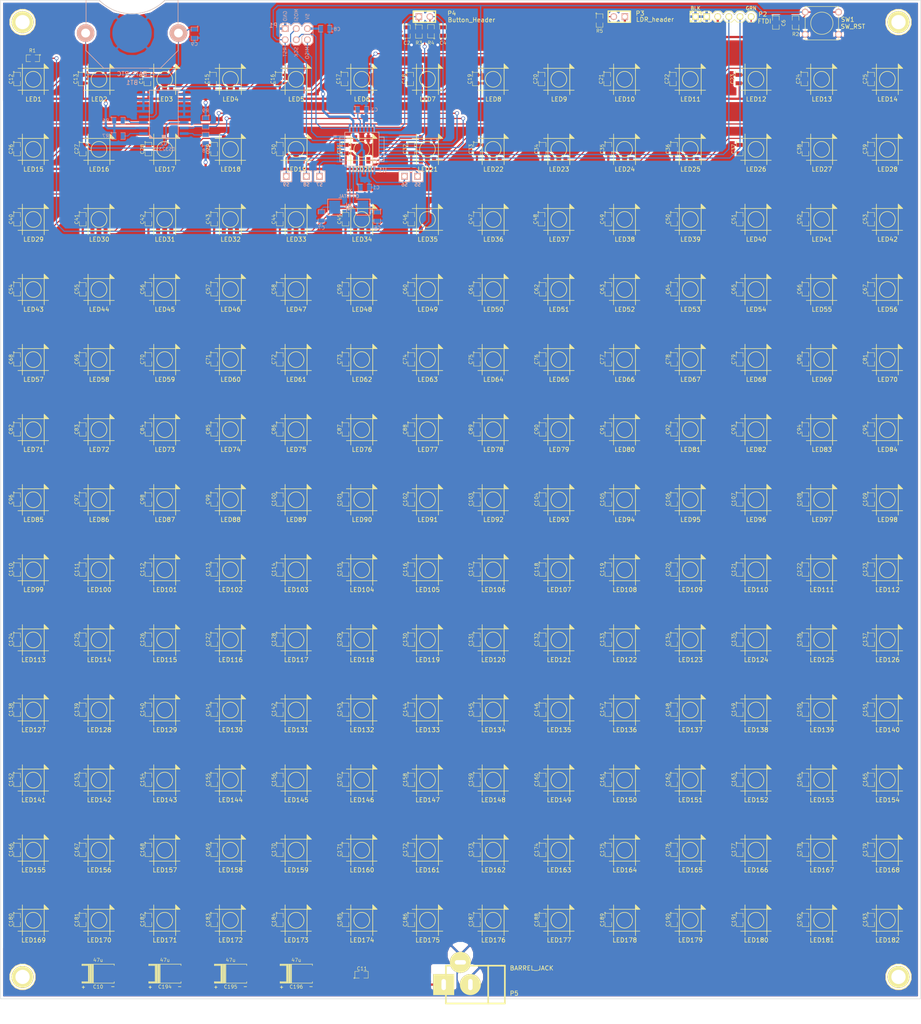
<source format=kicad_pcb>
(kicad_pcb (version 3) (host pcbnew "(2013-07-07 BZR 4022)-stable")
  (title_block (title ClockFOUR) (company WyoLum) (comment 1 www.wyolum.com) (comment 2 "David Pincus"))
  (layers (15 F.Cu signal) (0 B.Cu signal hide) (18 B.Paste user) (19 F.Paste user) (20 B.SilkS user hide) (21 F.SilkS user) (22 B.Mask user) (23 F.Mask user) (28 Edge.Cuts user))
  (net 0 "")
  (net 1 /BUTTON_L)
  (net 2 /BUTTON_R)
  (net 3 /D3)
  (net 4 /D4)
  (net 5 /D5)
  (net 6 /D6)
  (net 7 /D7)
  (net 8 /LDR_PIN)
  (net 9 /MATRIX_PIN)
  (net 10 /MISO)
  (net 11 /MOSI)
  (net 12 /RESET)
  (net 13 /RXD)
  (net 14 /Row_A/DI_A)
  (net 15 /Row_B/DI_B)
  (net 16 /Row_C/DI_C)
  (net 17 /Row_D/DI_D)
  (net 18 /Row_E/DI_E)
  (net 19 /Row_F/DI_F)
  (net 20 /Row_G/DI_G)
  (net 21 /Row_H/DI_H)
  (net 22 /Row_I/DI_I)
  (net 23 /Row_J/DI_J)
  (net 24 /Row_K/DI_K)
  (net 25 /Row_L/DI_L)
  (net 26 /Row_M/DI_M)
  (net 27 /SCK)
  (net 28 /SCL)
  (net 29 /SDA)
  (net 30 /SENSE_PIN)
  (net 31 /TXD)
  (net 32 5V)
  (net 33 GND)
  (net 34 N-00000100)
  (net 35 N-00000101)
  (net 36 N-00000102)
  (net 37 N-00000103)
  (net 38 N-00000104)
  (net 39 N-00000105)
  (net 40 N-00000106)
  (net 41 N-00000107)
  (net 42 N-00000108)
  (net 43 N-00000109)
  (net 44 N-00000110)
  (net 45 N-00000111)
  (net 46 N-00000112)
  (net 47 N-00000113)
  (net 48 N-00000114)
  (net 49 N-00000115)
  (net 50 N-00000116)
  (net 51 N-00000117)
  (net 52 N-00000118)
  (net 53 N-00000119)
  (net 54 N-00000120)
  (net 55 N-00000121)
  (net 56 N-00000122)
  (net 57 N-00000123)
  (net 58 N-00000124)
  (net 59 N-00000125)
  (net 60 N-00000126)
  (net 61 N-00000127)
  (net 62 N-00000128)
  (net 63 N-00000129)
  (net 64 N-00000130)
  (net 65 N-00000131)
  (net 66 N-00000132)
  (net 67 N-00000133)
  (net 68 N-00000134)
  (net 69 N-00000135)
  (net 70 N-00000136)
  (net 71 N-00000137)
  (net 72 N-00000138)
  (net 73 N-00000139)
  (net 74 N-00000140)
  (net 75 N-00000141)
  (net 76 N-00000142)
  (net 77 N-00000143)
  (net 78 N-00000144)
  (net 79 N-00000145)
  (net 80 N-00000146)
  (net 81 N-00000147)
  (net 82 N-00000148)
  (net 83 N-00000149)
  (net 84 N-00000150)
  (net 85 N-00000151)
  (net 86 N-00000152)
  (net 87 N-00000153)
  (net 88 N-00000154)
  (net 89 N-00000155)
  (net 90 N-00000156)
  (net 91 N-00000157)
  (net 92 N-00000158)
  (net 93 N-00000159)
  (net 94 N-00000160)
  (net 95 N-00000161)
  (net 96 N-00000162)
  (net 97 N-00000163)
  (net 98 N-00000164)
  (net 99 N-00000165)
  (net 100 N-00000166)
  (net 101 N-00000167)
  (net 102 N-00000168)
  (net 103 N-00000169)
  (net 104 N-0000017)
  (net 105 N-00000170)
  (net 106 N-00000171)
  (net 107 N-00000172)
  (net 108 N-00000173)
  (net 109 N-00000174)
  (net 110 N-00000175)
  (net 111 N-00000176)
  (net 112 N-00000177)
  (net 113 N-00000178)
  (net 114 N-00000179)
  (net 115 N-00000180)
  (net 116 N-00000181)
  (net 117 N-00000182)
  (net 118 N-00000183)
  (net 119 N-00000184)
  (net 120 N-00000185)
  (net 121 N-00000186)
  (net 122 N-00000187)
  (net 123 N-00000188)
  (net 124 N-00000189)
  (net 125 N-00000190)
  (net 126 N-00000191)
  (net 127 N-00000192)
  (net 128 N-00000193)
  (net 129 N-00000194)
  (net 130 N-00000195)
  (net 131 N-00000196)
  (net 132 N-00000197)
  (net 133 N-00000198)
  (net 134 N-00000199)
  (net 135 N-000002)
  (net 136 N-0000020)
  (net 137 N-00000200)
  (net 138 N-00000201)
  (net 139 N-00000202)
  (net 140 N-00000203)
  (net 141 N-00000204)
  (net 142 N-00000205)
  (net 143 N-00000206)
  (net 144 N-00000207)
  (net 145 N-00000208)
  (net 146 N-00000209)
  (net 147 N-00000210)
  (net 148 N-00000211)
  (net 149 N-00000212)
  (net 150 N-00000213)
  (net 151 N-00000214)
  (net 152 N-00000215)
  (net 153 N-00000216)
  (net 154 N-00000217)
  (net 155 N-00000218)
  (net 156 N-00000219)
  (net 157 N-00000220)
  (net 158 N-00000221)
  (net 159 N-000003)
  (net 160 N-0000030)
  (net 161 N-000005)
  (net 162 N-0000051)
  (net 163 N-0000053)
  (net 164 N-0000054)
  (net 165 N-0000055)
  (net 166 N-0000056)
  (net 167 N-0000057)
  (net 168 N-0000058)
  (net 169 N-0000059)
  (net 170 N-0000060)
  (net 171 N-0000061)
  (net 172 N-0000062)
  (net 173 N-0000063)
  (net 174 N-0000064)
  (net 175 N-0000065)
  (net 176 N-0000066)
  (net 177 N-0000067)
  (net 178 N-0000068)
  (net 179 N-0000069)
  (net 180 N-0000070)
  (net 181 N-0000071)
  (net 182 N-0000072)
  (net 183 N-0000073)
  (net 184 N-0000074)
  (net 185 N-0000075)
  (net 186 N-0000076)
  (net 187 N-0000077)
  (net 188 N-0000078)
  (net 189 N-0000079)
  (net 190 N-0000080)
  (net 191 N-0000081)
  (net 192 N-0000082)
  (net 193 N-0000083)
  (net 194 N-0000084)
  (net 195 N-0000085)
  (net 196 N-0000086)
  (net 197 N-0000087)
  (net 198 N-0000088)
  (net 199 N-0000089)
  (net 200 N-0000090)
  (net 201 N-0000091)
  (net 202 N-0000092)
  (net 203 N-0000093)
  (net 204 N-0000094)
  (net 205 N-0000095)
  (net 206 N-0000096)
  (net 207 N-0000097)
  (net 208 N-0000098)
  (net 209 N-0000099)
  (module SIL-2 (layer F.Cu) (at 150.75 44.75)
    (fp_text reference P4 (at 6.25 -0.75) (layer F.SilkS))
    (fp_text value Button_Header (at 10.75 0.75) (layer F.SilkS))
    (pad 1 thru_hole rect (at -1.27 0) (size 1.524 1.524) (drill 1.016) (layers *.Cu *.Mask B.SilkS) (net 1 /BUTTON_L))
    (pad 2 thru_hole circle (at 1.27 0) (size 1.524 1.524) (drill 1.016) (layers *.Cu *.Mask B.SilkS) (net 2 /BUTTON_R))
  )
  (module TQFP32 (layer B.Cu) (at 136.5 75 90)
    (fp_text reference U1 (at -4.8 4.7 180) (layer B.SilkS) (effects (justify mirror)))
    (fp_text value ATMEGA328P hide)
    (pad 8 smd rect (at -4.81584 -2.77622 90) (size 1.99898 0.44958) (layers B.Cu B.Paste B.Mask) (net 135 N-000002))
    (pad 7 smd rect (at -4.81584 -1.97612 90) (size 1.99898 0.44958) (layers B.Cu B.Paste B.Mask) (net 159 N-000003))
    (pad 6 smd rect (at -4.81584 -1.17602 90) (size 1.99898 0.44958) (layers B.Cu B.Paste B.Mask) (net 32 5V))
    (pad 5 smd rect (at -4.81584 -0.37592 90) (size 1.99898 0.44958) (layers B.Cu B.Paste B.Mask) (net 33 GND))
    (pad 4 smd rect (at -4.81584 0.42418 90) (size 1.99898 0.44958) (layers B.Cu B.Paste B.Mask) (net 32 5V))
    (pad 3 smd rect (at -4.81584 1.22428 90) (size 1.99898 0.44958) (layers B.Cu B.Paste B.Mask) (net 33 GND))
    (pad 2 smd rect (at -4.81584 2.02438 90) (size 1.99898 0.44958) (layers B.Cu B.Paste B.Mask) (net 4 /D4))
    (pad 1 smd rect (at -4.81584 2.82448 90) (size 1.99898 0.44958) (layers B.Cu B.Paste B.Mask) (net 3 /D3))
    (pad 24 smd rect (at 4.7498 2.8194 90) (size 1.99898 0.44958) (layers B.Cu B.Paste B.Mask) (net 1 /BUTTON_L))
    (pad 17 smd rect (at 4.7498 -2.794 90) (size 1.99898 0.44958) (layers B.Cu B.Paste B.Mask) (net 27 /SCK))
    (pad 18 smd rect (at 4.7498 -1.9812 90) (size 1.99898 0.44958) (layers B.Cu B.Paste B.Mask) (net 32 5V))
    (pad 19 smd rect (at 4.7498 -1.1684 90) (size 1.99898 0.44958) (layers B.Cu B.Paste B.Mask))
    (pad 20 smd rect (at 4.7498 -0.381 90) (size 1.99898 0.44958) (layers B.Cu B.Paste B.Mask) (net 162 N-0000051))
    (pad 21 smd rect (at 4.7498 0.4318 90) (size 1.99898 0.44958) (layers B.Cu B.Paste B.Mask) (net 33 GND))
    (pad 22 smd rect (at 4.7498 1.2192 90) (size 1.99898 0.44958) (layers B.Cu B.Paste B.Mask))
    (pad 23 smd rect (at 4.7498 2.032 90) (size 1.99898 0.44958) (layers B.Cu B.Paste B.Mask) (net 8 /LDR_PIN))
    (pad 32 smd rect (at -2.82448 4.826 90) (size 0.44958 1.99898) (layers B.Cu B.Paste B.Mask) (net 9 /MATRIX_PIN))
    (pad 31 smd rect (at -2.02692 4.826 90) (size 0.44958 1.99898) (layers B.Cu B.Paste B.Mask) (net 31 /TXD))
    (pad 30 smd rect (at -1.22428 4.826 90) (size 0.44958 1.99898) (layers B.Cu B.Paste B.Mask) (net 13 /RXD))
    (pad 29 smd rect (at -0.42672 4.826 90) (size 0.44958 1.99898) (layers B.Cu B.Paste B.Mask) (net 12 /RESET))
    (pad 28 smd rect (at 0.37592 4.826 90) (size 0.44958 1.99898) (layers B.Cu B.Paste B.Mask) (net 28 /SCL))
    (pad 27 smd rect (at 1.17348 4.826 90) (size 0.44958 1.99898) (layers B.Cu B.Paste B.Mask) (net 29 /SDA))
    (pad 26 smd rect (at 1.97612 4.826 90) (size 0.44958 1.99898) (layers B.Cu B.Paste B.Mask) (net 2 /BUTTON_R))
    (pad 25 smd rect (at 2.77368 4.826 90) (size 0.44958 1.99898) (layers B.Cu B.Paste B.Mask) (net 30 /SENSE_PIN))
    (pad 9 smd rect (at -2.8194 -4.7752 90) (size 0.44958 1.99898) (layers B.Cu B.Paste B.Mask) (net 5 /D5))
    (pad 10 smd rect (at -2.032 -4.7752 90) (size 0.44958 1.99898) (layers B.Cu B.Paste B.Mask) (net 6 /D6))
    (pad 11 smd rect (at -1.2192 -4.7752 90) (size 0.44958 1.99898) (layers B.Cu B.Paste B.Mask) (net 7 /D7))
    (pad 12 smd rect (at -0.4318 -4.7752 90) (size 0.44958 1.99898) (layers B.Cu B.Paste B.Mask))
    (pad 13 smd rect (at 0.3556 -4.7752 90) (size 0.44958 1.99898) (layers B.Cu B.Paste B.Mask))
    (pad 14 smd rect (at 1.1684 -4.7752 90) (size 0.44958 1.99898) (layers B.Cu B.Paste B.Mask))
    (pad 15 smd rect (at 1.9812 -4.7752 90) (size 0.44958 1.99898) (layers B.Cu B.Paste B.Mask) (net 11 /MOSI))
    (pad 16 smd rect (at 2.794 -4.7752 90) (size 0.44958 1.99898) (layers B.Cu B.Paste B.Mask) (net 10 /MISO))
  )
  (module DS3231 (layer B.Cu) (at 91.25 67 90)
    (fp_text reference U2 (at -6.75 0 360) (layer B.SilkS) (effects (font (size 0.762 0.762) (thickness 0.1016)) (justify mirror)))
    (fp_text value DS3231N (at -8 0 360) (layer B.SilkS) (effects (font (size 0.762 0.762) (thickness 0.1016)) (justify mirror)))
    (pad 1 smd rect (at -4.445 -4.65074 90) (size 0.59944 1.99898) (layers B.Cu B.Paste B.Mask) (net 136 N-0000020))
    (pad 2 smd rect (at -3.175 -4.65074 90) (size 0.59944 1.99898) (layers B.Cu B.Paste B.Mask) (net 32 5V))
    (pad 3 smd rect (at -1.905 -4.65074 90) (size 0.59944 1.99898) (layers B.Cu B.Paste B.Mask) (net 104 N-0000017))
    (pad 4 smd rect (at -0.635 -4.65074 90) (size 0.59944 1.99898) (layers B.Cu B.Paste B.Mask) (net 12 /RESET))
    (pad 5 smd rect (at 0.635 -4.65074 90) (size 0.59944 1.99898) (layers B.Cu B.Paste B.Mask) (net 33 GND))
    (pad 6 smd rect (at 1.905 -4.65074 90) (size 0.59944 1.99898) (layers B.Cu B.Paste B.Mask) (net 33 GND))
    (pad 7 smd rect (at 3.175 -4.65074 90) (size 0.59944 1.99898) (layers B.Cu B.Paste B.Mask) (net 33 GND))
    (pad 8 smd rect (at 4.445 -4.65074 90) (size 0.59944 1.99898) (layers B.Cu B.Paste B.Mask) (net 33 GND))
    (pad 9 smd rect (at 4.445 4.65074 90) (size 0.59944 1.99898) (layers B.Cu B.Paste B.Mask) (net 33 GND))
    (pad 10 smd rect (at 3.175 4.65074 90) (size 0.59944 1.99898) (layers B.Cu B.Paste B.Mask) (net 33 GND))
    (pad 11 smd rect (at 1.905 4.65074 90) (size 0.59944 1.99898) (layers B.Cu B.Paste B.Mask) (net 33 GND))
    (pad 12 smd rect (at 0.635 4.65074 90) (size 0.59944 1.99898) (layers B.Cu B.Paste B.Mask) (net 33 GND))
    (pad 13 smd rect (at -0.635 4.65074 90) (size 0.59944 1.99898) (layers B.Cu B.Paste B.Mask) (net 33 GND))
    (pad 14 smd rect (at -1.905 4.65074 90) (size 0.59944 1.99898) (layers B.Cu B.Paste B.Mask) (net 160 N-0000030))
    (pad 15 smd rect (at -3.175 4.65074 90) (size 0.59944 1.99898) (layers B.Cu B.Paste B.Mask) (net 29 /SDA))
    (pad 16 smd rect (at -4.445 4.65074 90) (size 0.59944 1.99898) (layers B.Cu B.Paste B.Mask) (net 28 /SCL))
  )
  (module Xtal_SMD (layer B.Cu) (at 133.5 88.25 180)
    (fp_text reference X1 (at 0 3.75 180) (layer B.SilkS) (effects (font (size 0.762 0.762) (thickness 0.127)) (justify mirror)))
    (fp_text value CRYSTAL (at 0 2.5 180) (layer B.SilkS) (effects (font (size 0.762 0.762) (thickness 0.127)) (justify mirror)))
    (pad 1 smd rect (at 3.2385 0 180) (size 2.5 3) (layers B.Cu B.Paste B.Mask) (net 135 N-000002))
    (pad 2 smd rect (at -3.2385 0 180) (size 2.5 3) (layers B.Cu B.Paste B.Mask) (net 159 N-000003))
  )
  (module SW_PUSH_SMALL (layer F.Cu) (at 241.5 46.25 180)
    (fp_text reference SW1 (at -5.9 0.85 180) (layer F.SilkS))
    (fp_text value SW_RST (at -7.1 -0.75 180) (layer F.SilkS))
    (pad 1 thru_hole circle (at 3.81 -2.54 180) (size 1.524 1.524) (drill 1.016) (layers *.Cu *.Mask B.SilkS) (net 33 GND))
    (pad 2 thru_hole circle (at 3.81 2.54 180) (size 1.524 1.524) (drill 1.016) (layers *.Cu *.Mask B.SilkS) (net 12 /RESET))
    (pad 1 thru_hole circle (at -3.81 -2.54 180) (size 1.524 1.524) (drill 1.016) (layers *.Cu *.Mask B.SilkS) (net 33 GND))
    (pad 2 thru_hole circle (at -3.81 2.54 180) (size 1.524 1.524) (drill 1.016) (layers *.Cu *.Mask B.SilkS) (net 12 /RESET))
  )
  (module Header_FTDI (layer F.Cu) (at 219 44.75)
    (fp_text reference P2 (at 9 -0.55) (layer F.SilkS))
    (fp_text value FTDI (at 9.4 1.05) (layer F.SilkS))
    (fp_text user GRN (at 6.35 -1.905) (layer F.SilkS) (effects (font (size 0.8 0.8))))
    (fp_text user BLK (at -6.35 -1.905) (layer F.SilkS) (effects (font (size 0.8 0.8))))
    (pad 1 thru_hole rect (at -6.35 0) (size 1.524 1.524) (drill 1.016) (layers *.Cu *.Mask F.SilkS) (net 33 GND))
    (pad 2 thru_hole rect (at -3.81 0) (size 1.524 1.524) (drill 1.016) (layers *.Cu *.Mask F.SilkS) (net 33 GND))
    (pad 3 thru_hole circle (at -1.27 0) (size 1.524 1.524) (drill 1.016) (layers *.Cu *.Mask F.SilkS) (net 32 5V))
    (pad 4 thru_hole circle (at 1.27 0) (size 1.524 1.524) (drill 1.016) (layers *.Cu *.Mask F.SilkS) (net 13 /RXD))
    (pad 5 thru_hole circle (at 3.81 0) (size 1.524 1.524) (drill 1.016) (layers *.Cu *.Mask F.SilkS) (net 31 /TXD))
    (pad 6 thru_hole circle (at 6.35 0) (size 1.524 1.524) (drill 1.016) (layers *.Cu *.Mask F.SilkS) (net 161 N-000005))
  )
  (module SIL-2 (layer F.Cu) (at 195.25 44.75 180)
    (fp_text reference P3 (at -4.75 0.75 180) (layer F.SilkS))
    (fp_text value LDR_header (at -8.15 -0.65 180) (layer F.SilkS))
    (pad 1 thru_hole rect (at -1.27 0 180) (size 1.524 1.524) (drill 1.016) (layers *.Cu *.Mask B.SilkS) (net 32 5V))
    (pad 2 thru_hole circle (at 1.27 0 180) (size 1.524 1.524) (drill 1.016) (layers *.Cu *.Mask B.SilkS) (net 8 /LDR_PIN))
  )
  (module Header_ISP (layer B.Cu) (at 121.5 48.75)
    (fp_text reference P1 (at -5.25 -2) (layer B.SilkS) (effects (justify mirror)))
    (fp_text value ICSP hide)
    (fp_text user 5V (at 2.54 -4.0005 90) (layer B.SilkS) (effects (font (size 0.8 0.8) (thickness 0.1)) (justify mirror)))
    (fp_text user MOSI (at 0 -4.318 90) (layer B.SilkS) (effects (font (size 0.8 0.8) (thickness 0.1)) (justify mirror)))
    (fp_text user GND (at -2.54 -4.1275 90) (layer B.SilkS) (effects (font (size 0.8 0.8) (thickness 0.1)) (justify mirror)))
    (fp_text user MISO (at 2.5 4.25 90) (layer B.SilkS) (effects (font (size 0.8 0.8) (thickness 0.1)) (justify mirror)))
    (fp_text user SCK (at 0 4.064 90) (layer B.SilkS) (effects (font (size 0.8 0.8) (thickness 0.1)) (justify mirror)))
    (fp_text user RST (at -2.54 4.064 90) (layer B.SilkS) (effects (font (size 0.8 0.8) (thickness 0.1)) (justify mirror)))
    (pad 6 thru_hole rect (at -2.54 -1.27) (size 1.524 1.524) (drill 1.016) (layers *.Cu *.Mask B.SilkS) (net 33 GND))
    (pad 5 thru_hole circle (at -2.54 1.27) (size 1.524 1.524) (drill 1.016) (layers *.Cu *.Mask B.SilkS) (net 12 /RESET))
    (pad 4 thru_hole circle (at 0 -1.27) (size 1.524 1.524) (drill 1.016) (layers *.Cu *.Mask B.SilkS) (net 11 /MOSI))
    (pad 3 thru_hole circle (at 0 1.27) (size 1.524 1.524) (drill 1.016) (layers *.Cu *.Mask B.SilkS) (net 27 /SCK))
    (pad 2 thru_hole circle (at 2.54 -1.27) (size 1.524 1.524) (drill 1.016) (layers *.Cu *.Mask B.SilkS) (net 32 5V))
    (pad 1 thru_hole circle (at 2.54 1.27) (size 1.524 1.524) (drill 1.016) (layers *.Cu *.Mask B.SilkS) (net 10 /MISO))
  )
  (module JACK_ALIM (layer F.Cu) (at 161.25 265.75 180)
    (fp_text reference P5 (at -10 -2 180) (layer F.SilkS))
    (fp_text value BARREL_JACK (at -14 3.75 180) (layer F.SilkS))
    (pad 2 thru_hole circle (at 0 0 180) (size 4.8006 4.8006) (drill oval 1.016 2.54) (layers *.Cu *.Mask F.SilkS) (net 33 GND))
    (pad 1 thru_hole rect (at 6.096 0 180) (size 4.8006 4.8006) (drill oval 1.016 2.54) (layers *.Cu *.Mask F.SilkS) (net 32 5V))
    (pad 3 thru_hole circle (at 2.286 5.08 180) (size 4.8006 4.8006) (drill oval 2.54 1.016) (layers *.Cu *.Mask F.SilkS) (net 33 GND))
  )
  (module PIN_ARRAY_1 (layer B.Cu) (at 149.2 81.2)
    (fp_text reference S5 (at 0 1.905) (layer B.SilkS) (effects (font (size 0.762 0.762) (thickness 0.1524)) (justify mirror)))
    (fp_text value CONN_1 hide)
    (pad 1 thru_hole rect (at 0 0) (size 1.524 1.524) (drill 1.016) (layers *.Cu *.Mask B.SilkS) (net 3 /D3))
  )
  (module PIN_ARRAY_1 (layer B.Cu) (at 146.2 81.2)
    (fp_text reference S6 (at 0 1.905) (layer B.SilkS) (effects (font (size 0.762 0.762) (thickness 0.1524)) (justify mirror)))
    (fp_text value CONN_1 hide)
    (pad 1 thru_hole rect (at 0 0) (size 1.524 1.524) (drill 1.016) (layers *.Cu *.Mask B.SilkS) (net 4 /D4))
  )
  (module PIN_ARRAY_1 (layer B.Cu) (at 126.8 81.2)
    (fp_text reference S7 (at 0 1.905) (layer B.SilkS) (effects (font (size 0.762 0.762) (thickness 0.1524)) (justify mirror)))
    (fp_text value CONN_1 hide)
    (pad 1 thru_hole rect (at 0 0) (size 1.524 1.524) (drill 1.016) (layers *.Cu *.Mask B.SilkS) (net 5 /D5))
  )
  (module PIN_ARRAY_1 (layer B.Cu) (at 123.8 81.2)
    (fp_text reference S8 (at 0 1.905) (layer B.SilkS) (effects (font (size 0.762 0.762) (thickness 0.1524)) (justify mirror)))
    (fp_text value CONN_1 hide)
    (pad 1 thru_hole rect (at 0 0) (size 1.524 1.524) (drill 1.016) (layers *.Cu *.Mask B.SilkS) (net 6 /D6))
  )
  (module PIN_ARRAY_1 (layer B.Cu) (at 119.2 81.2)
    (fp_text reference S9 (at 0 1.905) (layer B.SilkS) (effects (font (size 0.762 0.762) (thickness 0.1524)) (justify mirror)))
    (fp_text value CONN_1 hide)
    (pad 1 thru_hole rect (at 0 0) (size 1.524 1.524) (drill 1.016) (layers *.Cu *.Mask B.SilkS) (net 7 /D7))
  )
  (module C4_Modules:WS2812B (layer F.Cu) (at 241.5 235)
    (fp_text reference LED167 (at 0 4.6) (layer F.SilkS))
    (fp_text value WS2812B hide)
    (pad 1 smd rect (at -1.55 2.55 90) (size 1.5 0.9) (layers F.Cu F.Paste F.Mask) (net 32 5V))
    (pad 2 smd rect (at 1.45 2.55 90) (size 1.5 0.9) (layers F.Cu F.Paste F.Mask) (net 138 N-00000201))
    (pad 3 smd rect (at 1.45 -2.45 90) (size 1.5 0.9) (layers F.Cu F.Paste F.Mask) (net 33 GND))
    (pad 4 smd rect (at -1.55 -2.45 90) (size 1.5 0.9) (layers F.Cu F.Paste F.Mask) (net 137 N-00000200))
  )
  (module C4_Modules:WS2812B (layer F.Cu) (at 256.5 235)
    (fp_text reference LED168 (at 0 4.6) (layer F.SilkS))
    (fp_text value WS2812B hide)
    (pad 1 smd rect (at -1.55 2.55 90) (size 1.5 0.9) (layers F.Cu F.Paste F.Mask) (net 32 5V))
    (pad 2 smd rect (at 1.45 2.55 90) (size 1.5 0.9) (layers F.Cu F.Paste F.Mask) (net 26 /Row_M/DI_M))
    (pad 3 smd rect (at 1.45 -2.45 90) (size 1.5 0.9) (layers F.Cu F.Paste F.Mask) (net 33 GND))
    (pad 4 smd rect (at -1.55 -2.45 90) (size 1.5 0.9) (layers F.Cu F.Paste F.Mask) (net 138 N-00000201))
  )
  (module C4_Modules:WS2812B (layer F.Cu) (at 61.5 251)
    (fp_text reference LED169 (at 0 4.6) (layer F.SilkS))
    (fp_text value WS2812B hide)
    (pad 1 smd rect (at -1.55 2.55 90) (size 1.5 0.9) (layers F.Cu F.Paste F.Mask) (net 32 5V))
    (pad 2 smd rect (at 1.45 2.55 90) (size 1.5 0.9) (layers F.Cu F.Paste F.Mask) (net 153 N-00000216))
    (pad 3 smd rect (at 1.45 -2.45 90) (size 1.5 0.9) (layers F.Cu F.Paste F.Mask) (net 33 GND))
    (pad 4 smd rect (at -1.55 -2.45 90) (size 1.5 0.9) (layers F.Cu F.Paste F.Mask) (net 26 /Row_M/DI_M))
  )
  (module C4_Modules:WS2812B (layer F.Cu) (at 76.5 251)
    (fp_text reference LED170 (at 0 4.6) (layer F.SilkS))
    (fp_text value WS2812B hide)
    (pad 1 smd rect (at -1.55 2.55 90) (size 1.5 0.9) (layers F.Cu F.Paste F.Mask) (net 32 5V))
    (pad 2 smd rect (at 1.45 2.55 90) (size 1.5 0.9) (layers F.Cu F.Paste F.Mask) (net 154 N-00000217))
    (pad 3 smd rect (at 1.45 -2.45 90) (size 1.5 0.9) (layers F.Cu F.Paste F.Mask) (net 33 GND))
    (pad 4 smd rect (at -1.55 -2.45 90) (size 1.5 0.9) (layers F.Cu F.Paste F.Mask) (net 153 N-00000216))
  )
  (module C4_Modules:WS2812B (layer F.Cu) (at 91.5 251)
    (fp_text reference LED171 (at 0 4.6) (layer F.SilkS))
    (fp_text value WS2812B hide)
    (pad 1 smd rect (at -1.55 2.55 90) (size 1.5 0.9) (layers F.Cu F.Paste F.Mask) (net 32 5V))
    (pad 2 smd rect (at 1.45 2.55 90) (size 1.5 0.9) (layers F.Cu F.Paste F.Mask) (net 155 N-00000218))
    (pad 3 smd rect (at 1.45 -2.45 90) (size 1.5 0.9) (layers F.Cu F.Paste F.Mask) (net 33 GND))
    (pad 4 smd rect (at -1.55 -2.45 90) (size 1.5 0.9) (layers F.Cu F.Paste F.Mask) (net 154 N-00000217))
  )
  (module C4_Modules:WS2812B (layer F.Cu) (at 106.5 251)
    (fp_text reference LED172 (at 0 4.6) (layer F.SilkS))
    (fp_text value WS2812B hide)
    (pad 1 smd rect (at -1.55 2.55 90) (size 1.5 0.9) (layers F.Cu F.Paste F.Mask) (net 32 5V))
    (pad 2 smd rect (at 1.45 2.55 90) (size 1.5 0.9) (layers F.Cu F.Paste F.Mask) (net 156 N-00000219))
    (pad 3 smd rect (at 1.45 -2.45 90) (size 1.5 0.9) (layers F.Cu F.Paste F.Mask) (net 33 GND))
    (pad 4 smd rect (at -1.55 -2.45 90) (size 1.5 0.9) (layers F.Cu F.Paste F.Mask) (net 155 N-00000218))
  )
  (module C4_Modules:WS2812B (layer F.Cu) (at 121.5 251)
    (fp_text reference LED173 (at 0 4.6) (layer F.SilkS))
    (fp_text value WS2812B hide)
    (pad 1 smd rect (at -1.55 2.55 90) (size 1.5 0.9) (layers F.Cu F.Paste F.Mask) (net 32 5V))
    (pad 2 smd rect (at 1.45 2.55 90) (size 1.5 0.9) (layers F.Cu F.Paste F.Mask) (net 157 N-00000220))
    (pad 3 smd rect (at 1.45 -2.45 90) (size 1.5 0.9) (layers F.Cu F.Paste F.Mask) (net 33 GND))
    (pad 4 smd rect (at -1.55 -2.45 90) (size 1.5 0.9) (layers F.Cu F.Paste F.Mask) (net 156 N-00000219))
  )
  (module C4_Modules:WS2812B (layer F.Cu) (at 151.5 251)
    (fp_text reference LED175 (at 0 4.6) (layer F.SilkS))
    (fp_text value WS2812B hide)
    (pad 1 smd rect (at -1.55 2.55 90) (size 1.5 0.9) (layers F.Cu F.Paste F.Mask) (net 32 5V))
    (pad 2 smd rect (at 1.45 2.55 90) (size 1.5 0.9) (layers F.Cu F.Paste F.Mask) (net 158 N-00000221))
    (pad 3 smd rect (at 1.45 -2.45 90) (size 1.5 0.9) (layers F.Cu F.Paste F.Mask) (net 33 GND))
    (pad 4 smd rect (at -1.55 -2.45 90) (size 1.5 0.9) (layers F.Cu F.Paste F.Mask) (net 147 N-00000210))
  )
  (module C4_Modules:WS2812B (layer F.Cu) (at 166.5 251)
    (fp_text reference LED176 (at 0 4.6) (layer F.SilkS))
    (fp_text value WS2812B hide)
    (pad 1 smd rect (at -1.55 2.55 90) (size 1.5 0.9) (layers F.Cu F.Paste F.Mask) (net 32 5V))
    (pad 2 smd rect (at 1.45 2.55 90) (size 1.5 0.9) (layers F.Cu F.Paste F.Mask) (net 148 N-00000211))
    (pad 3 smd rect (at 1.45 -2.45 90) (size 1.5 0.9) (layers F.Cu F.Paste F.Mask) (net 33 GND))
    (pad 4 smd rect (at -1.55 -2.45 90) (size 1.5 0.9) (layers F.Cu F.Paste F.Mask) (net 158 N-00000221))
  )
  (module C4_Modules:WS2812B (layer F.Cu) (at 181.5 251)
    (fp_text reference LED177 (at 0 4.6) (layer F.SilkS))
    (fp_text value WS2812B hide)
    (pad 1 smd rect (at -1.55 2.55 90) (size 1.5 0.9) (layers F.Cu F.Paste F.Mask) (net 32 5V))
    (pad 2 smd rect (at 1.45 2.55 90) (size 1.5 0.9) (layers F.Cu F.Paste F.Mask) (net 149 N-00000212))
    (pad 3 smd rect (at 1.45 -2.45 90) (size 1.5 0.9) (layers F.Cu F.Paste F.Mask) (net 33 GND))
    (pad 4 smd rect (at -1.55 -2.45 90) (size 1.5 0.9) (layers F.Cu F.Paste F.Mask) (net 148 N-00000211))
  )
  (module C4_Modules:WS2812B (layer F.Cu) (at 196.5 251)
    (fp_text reference LED178 (at 0 4.6) (layer F.SilkS))
    (fp_text value WS2812B hide)
    (pad 1 smd rect (at -1.55 2.55 90) (size 1.5 0.9) (layers F.Cu F.Paste F.Mask) (net 32 5V))
    (pad 2 smd rect (at 1.45 2.55 90) (size 1.5 0.9) (layers F.Cu F.Paste F.Mask) (net 150 N-00000213))
    (pad 3 smd rect (at 1.45 -2.45 90) (size 1.5 0.9) (layers F.Cu F.Paste F.Mask) (net 33 GND))
    (pad 4 smd rect (at -1.55 -2.45 90) (size 1.5 0.9) (layers F.Cu F.Paste F.Mask) (net 149 N-00000212))
  )
  (module C4_Modules:WS2812B (layer F.Cu) (at 211.5 251)
    (fp_text reference LED179 (at 0 4.6) (layer F.SilkS))
    (fp_text value WS2812B hide)
    (pad 1 smd rect (at -1.55 2.55 90) (size 1.5 0.9) (layers F.Cu F.Paste F.Mask) (net 32 5V))
    (pad 2 smd rect (at 1.45 2.55 90) (size 1.5 0.9) (layers F.Cu F.Paste F.Mask) (net 146 N-00000209))
    (pad 3 smd rect (at 1.45 -2.45 90) (size 1.5 0.9) (layers F.Cu F.Paste F.Mask) (net 33 GND))
    (pad 4 smd rect (at -1.55 -2.45 90) (size 1.5 0.9) (layers F.Cu F.Paste F.Mask) (net 150 N-00000213))
  )
  (module C4_Modules:WS2812B (layer F.Cu) (at 226.5 251)
    (fp_text reference LED180 (at 0 4.6) (layer F.SilkS))
    (fp_text value WS2812B hide)
    (pad 1 smd rect (at -1.55 2.55 90) (size 1.5 0.9) (layers F.Cu F.Paste F.Mask) (net 32 5V))
    (pad 2 smd rect (at 1.45 2.55 90) (size 1.5 0.9) (layers F.Cu F.Paste F.Mask) (net 151 N-00000214))
    (pad 3 smd rect (at 1.45 -2.45 90) (size 1.5 0.9) (layers F.Cu F.Paste F.Mask) (net 33 GND))
    (pad 4 smd rect (at -1.55 -2.45 90) (size 1.5 0.9) (layers F.Cu F.Paste F.Mask) (net 146 N-00000209))
  )
  (module C4_Modules:WS2812B (layer F.Cu) (at 241.5 251)
    (fp_text reference LED181 (at 0 4.6) (layer F.SilkS))
    (fp_text value WS2812B hide)
    (pad 1 smd rect (at -1.55 2.55 90) (size 1.5 0.9) (layers F.Cu F.Paste F.Mask) (net 32 5V))
    (pad 2 smd rect (at 1.45 2.55 90) (size 1.5 0.9) (layers F.Cu F.Paste F.Mask) (net 152 N-00000215))
    (pad 3 smd rect (at 1.45 -2.45 90) (size 1.5 0.9) (layers F.Cu F.Paste F.Mask) (net 33 GND))
    (pad 4 smd rect (at -1.55 -2.45 90) (size 1.5 0.9) (layers F.Cu F.Paste F.Mask) (net 151 N-00000214))
  )
  (module C4_Modules:WS2812B (layer F.Cu) (at 256.5 251)
    (fp_text reference LED182 (at 0 4.6) (layer F.SilkS))
    (fp_text value WS2812B hide)
    (pad 1 smd rect (at -1.55 2.55 90) (size 1.5 0.9) (layers F.Cu F.Paste F.Mask) (net 32 5V))
    (pad 2 smd rect (at 1.45 2.55 90) (size 1.5 0.9) (layers F.Cu F.Paste F.Mask))
    (pad 3 smd rect (at 1.45 -2.45 90) (size 1.5 0.9) (layers F.Cu F.Paste F.Mask) (net 33 GND))
    (pad 4 smd rect (at -1.55 -2.45 90) (size 1.5 0.9) (layers F.Cu F.Paste F.Mask) (net 152 N-00000215))
  )
  (module C4_Modules:WS2812B (layer F.Cu) (at 136.5 251)
    (fp_text reference LED174 (at 0 4.6) (layer F.SilkS))
    (fp_text value WS2812B hide)
    (pad 1 smd rect (at -1.55 2.55 90) (size 1.5 0.9) (layers F.Cu F.Paste F.Mask) (net 32 5V))
    (pad 2 smd rect (at 1.45 2.55 90) (size 1.5 0.9) (layers F.Cu F.Paste F.Mask) (net 147 N-00000210))
    (pad 3 smd rect (at 1.45 -2.45 90) (size 1.5 0.9) (layers F.Cu F.Paste F.Mask) (net 33 GND))
    (pad 4 smd rect (at -1.55 -2.45 90) (size 1.5 0.9) (layers F.Cu F.Paste F.Mask) (net 157 N-00000220))
  )
  (module C4_Modules:WS2812B (layer F.Cu) (at 196.5 219)
    (fp_text reference LED150 (at 0 4.6) (layer F.SilkS))
    (fp_text value WS2812B hide)
    (pad 1 smd rect (at -1.55 2.55 90) (size 1.5 0.9) (layers F.Cu F.Paste F.Mask) (net 32 5V))
    (pad 2 smd rect (at 1.45 2.55 90) (size 1.5 0.9) (layers F.Cu F.Paste F.Mask) (net 120 N-00000185))
    (pad 3 smd rect (at 1.45 -2.45 90) (size 1.5 0.9) (layers F.Cu F.Paste F.Mask) (net 33 GND))
    (pad 4 smd rect (at -1.55 -2.45 90) (size 1.5 0.9) (layers F.Cu F.Paste F.Mask) (net 119 N-00000184))
  )
  (module C4_Modules:WS2812B (layer F.Cu) (at 211.5 219)
    (fp_text reference LED151 (at 0 4.6) (layer F.SilkS))
    (fp_text value WS2812B hide)
    (pad 1 smd rect (at -1.55 2.55 90) (size 1.5 0.9) (layers F.Cu F.Paste F.Mask) (net 32 5V))
    (pad 2 smd rect (at 1.45 2.55 90) (size 1.5 0.9) (layers F.Cu F.Paste F.Mask) (net 121 N-00000186))
    (pad 3 smd rect (at 1.45 -2.45 90) (size 1.5 0.9) (layers F.Cu F.Paste F.Mask) (net 33 GND))
    (pad 4 smd rect (at -1.55 -2.45 90) (size 1.5 0.9) (layers F.Cu F.Paste F.Mask) (net 120 N-00000185))
  )
  (module C4_Modules:WS2812B (layer F.Cu) (at 226.5 219)
    (fp_text reference LED152 (at 0 4.6) (layer F.SilkS))
    (fp_text value WS2812B hide)
    (pad 1 smd rect (at -1.55 2.55 90) (size 1.5 0.9) (layers F.Cu F.Paste F.Mask) (net 32 5V))
    (pad 2 smd rect (at 1.45 2.55 90) (size 1.5 0.9) (layers F.Cu F.Paste F.Mask) (net 123 N-00000188))
    (pad 3 smd rect (at 1.45 -2.45 90) (size 1.5 0.9) (layers F.Cu F.Paste F.Mask) (net 33 GND))
    (pad 4 smd rect (at -1.55 -2.45 90) (size 1.5 0.9) (layers F.Cu F.Paste F.Mask) (net 121 N-00000186))
  )
  (module C4_Modules:WS2812B (layer F.Cu) (at 241.5 219)
    (fp_text reference LED153 (at 0 4.6) (layer F.SilkS))
    (fp_text value WS2812B hide)
    (pad 1 smd rect (at -1.55 2.55 90) (size 1.5 0.9) (layers F.Cu F.Paste F.Mask) (net 32 5V))
    (pad 2 smd rect (at 1.45 2.55 90) (size 1.5 0.9) (layers F.Cu F.Paste F.Mask) (net 124 N-00000189))
    (pad 3 smd rect (at 1.45 -2.45 90) (size 1.5 0.9) (layers F.Cu F.Paste F.Mask) (net 33 GND))
    (pad 4 smd rect (at -1.55 -2.45 90) (size 1.5 0.9) (layers F.Cu F.Paste F.Mask) (net 123 N-00000188))
  )
  (module C4_Modules:WS2812B (layer F.Cu) (at 256.5 219)
    (fp_text reference LED154 (at 0 4.6) (layer F.SilkS))
    (fp_text value WS2812B hide)
    (pad 1 smd rect (at -1.55 2.55 90) (size 1.5 0.9) (layers F.Cu F.Paste F.Mask) (net 32 5V))
    (pad 2 smd rect (at 1.45 2.55 90) (size 1.5 0.9) (layers F.Cu F.Paste F.Mask) (net 25 /Row_L/DI_L))
    (pad 3 smd rect (at 1.45 -2.45 90) (size 1.5 0.9) (layers F.Cu F.Paste F.Mask) (net 33 GND))
    (pad 4 smd rect (at -1.55 -2.45 90) (size 1.5 0.9) (layers F.Cu F.Paste F.Mask) (net 124 N-00000189))
  )
  (module C4_Modules:WS2812B (layer F.Cu) (at 61.5 235)
    (fp_text reference LED155 (at 0 4.6) (layer F.SilkS))
    (fp_text value WS2812B hide)
    (pad 1 smd rect (at -1.55 2.55 90) (size 1.5 0.9) (layers F.Cu F.Paste F.Mask) (net 32 5V))
    (pad 2 smd rect (at 1.45 2.55 90) (size 1.5 0.9) (layers F.Cu F.Paste F.Mask) (net 145 N-00000208))
    (pad 3 smd rect (at 1.45 -2.45 90) (size 1.5 0.9) (layers F.Cu F.Paste F.Mask) (net 33 GND))
    (pad 4 smd rect (at -1.55 -2.45 90) (size 1.5 0.9) (layers F.Cu F.Paste F.Mask) (net 25 /Row_L/DI_L))
  )
  (module C4_Modules:WS2812B (layer F.Cu) (at 76.5 235)
    (fp_text reference LED156 (at 0 4.6) (layer F.SilkS))
    (fp_text value WS2812B hide)
    (pad 1 smd rect (at -1.55 2.55 90) (size 1.5 0.9) (layers F.Cu F.Paste F.Mask) (net 32 5V))
    (pad 2 smd rect (at 1.45 2.55 90) (size 1.5 0.9) (layers F.Cu F.Paste F.Mask) (net 140 N-00000203))
    (pad 3 smd rect (at 1.45 -2.45 90) (size 1.5 0.9) (layers F.Cu F.Paste F.Mask) (net 33 GND))
    (pad 4 smd rect (at -1.55 -2.45 90) (size 1.5 0.9) (layers F.Cu F.Paste F.Mask) (net 145 N-00000208))
  )
  (module C4_Modules:WS2812B (layer F.Cu) (at 226.5 235)
    (fp_text reference LED166 (at 0 4.6) (layer F.SilkS))
    (fp_text value WS2812B hide)
    (pad 1 smd rect (at -1.55 2.55 90) (size 1.5 0.9) (layers F.Cu F.Paste F.Mask) (net 32 5V))
    (pad 2 smd rect (at 1.45 2.55 90) (size 1.5 0.9) (layers F.Cu F.Paste F.Mask) (net 137 N-00000200))
    (pad 3 smd rect (at 1.45 -2.45 90) (size 1.5 0.9) (layers F.Cu F.Paste F.Mask) (net 33 GND))
    (pad 4 smd rect (at -1.55 -2.45 90) (size 1.5 0.9) (layers F.Cu F.Paste F.Mask) (net 134 N-00000199))
  )
  (module C4_Modules:WS2812B (layer F.Cu) (at 106.5 235)
    (fp_text reference LED158 (at 0 4.6) (layer F.SilkS))
    (fp_text value WS2812B hide)
    (pad 1 smd rect (at -1.55 2.55 90) (size 1.5 0.9) (layers F.Cu F.Paste F.Mask) (net 32 5V))
    (pad 2 smd rect (at 1.45 2.55 90) (size 1.5 0.9) (layers F.Cu F.Paste F.Mask) (net 139 N-00000202))
    (pad 3 smd rect (at 1.45 -2.45 90) (size 1.5 0.9) (layers F.Cu F.Paste F.Mask) (net 33 GND))
    (pad 4 smd rect (at -1.55 -2.45 90) (size 1.5 0.9) (layers F.Cu F.Paste F.Mask) (net 141 N-00000204))
  )
  (module C4_Modules:WS2812B (layer F.Cu) (at 121.5 235)
    (fp_text reference LED159 (at 0 4.6) (layer F.SilkS))
    (fp_text value WS2812B hide)
    (pad 1 smd rect (at -1.55 2.55 90) (size 1.5 0.9) (layers F.Cu F.Paste F.Mask) (net 32 5V))
    (pad 2 smd rect (at 1.45 2.55 90) (size 1.5 0.9) (layers F.Cu F.Paste F.Mask) (net 142 N-00000205))
    (pad 3 smd rect (at 1.45 -2.45 90) (size 1.5 0.9) (layers F.Cu F.Paste F.Mask) (net 33 GND))
    (pad 4 smd rect (at -1.55 -2.45 90) (size 1.5 0.9) (layers F.Cu F.Paste F.Mask) (net 139 N-00000202))
  )
  (module C4_Modules:WS2812B (layer F.Cu) (at 136.5 235)
    (fp_text reference LED160 (at 0 4.6) (layer F.SilkS))
    (fp_text value WS2812B hide)
    (pad 1 smd rect (at -1.55 2.55 90) (size 1.5 0.9) (layers F.Cu F.Paste F.Mask) (net 32 5V))
    (pad 2 smd rect (at 1.45 2.55 90) (size 1.5 0.9) (layers F.Cu F.Paste F.Mask) (net 143 N-00000206))
    (pad 3 smd rect (at 1.45 -2.45 90) (size 1.5 0.9) (layers F.Cu F.Paste F.Mask) (net 33 GND))
    (pad 4 smd rect (at -1.55 -2.45 90) (size 1.5 0.9) (layers F.Cu F.Paste F.Mask) (net 142 N-00000205))
  )
  (module C4_Modules:WS2812B (layer F.Cu) (at 151.5 235)
    (fp_text reference LED161 (at 0 4.6) (layer F.SilkS))
    (fp_text value WS2812B hide)
    (pad 1 smd rect (at -1.55 2.55 90) (size 1.5 0.9) (layers F.Cu F.Paste F.Mask) (net 32 5V))
    (pad 2 smd rect (at 1.45 2.55 90) (size 1.5 0.9) (layers F.Cu F.Paste F.Mask) (net 144 N-00000207))
    (pad 3 smd rect (at 1.45 -2.45 90) (size 1.5 0.9) (layers F.Cu F.Paste F.Mask) (net 33 GND))
    (pad 4 smd rect (at -1.55 -2.45 90) (size 1.5 0.9) (layers F.Cu F.Paste F.Mask) (net 143 N-00000206))
  )
  (module C4_Modules:WS2812B (layer F.Cu) (at 166.5 235)
    (fp_text reference LED162 (at 0 4.6) (layer F.SilkS))
    (fp_text value WS2812B hide)
    (pad 1 smd rect (at -1.55 2.55 90) (size 1.5 0.9) (layers F.Cu F.Paste F.Mask) (net 32 5V))
    (pad 2 smd rect (at 1.45 2.55 90) (size 1.5 0.9) (layers F.Cu F.Paste F.Mask) (net 131 N-00000196))
    (pad 3 smd rect (at 1.45 -2.45 90) (size 1.5 0.9) (layers F.Cu F.Paste F.Mask) (net 33 GND))
    (pad 4 smd rect (at -1.55 -2.45 90) (size 1.5 0.9) (layers F.Cu F.Paste F.Mask) (net 144 N-00000207))
  )
  (module C4_Modules:WS2812B (layer F.Cu) (at 181.5 235)
    (fp_text reference LED163 (at 0 4.6) (layer F.SilkS))
    (fp_text value WS2812B hide)
    (pad 1 smd rect (at -1.55 2.55 90) (size 1.5 0.9) (layers F.Cu F.Paste F.Mask) (net 32 5V))
    (pad 2 smd rect (at 1.45 2.55 90) (size 1.5 0.9) (layers F.Cu F.Paste F.Mask) (net 132 N-00000197))
    (pad 3 smd rect (at 1.45 -2.45 90) (size 1.5 0.9) (layers F.Cu F.Paste F.Mask) (net 33 GND))
    (pad 4 smd rect (at -1.55 -2.45 90) (size 1.5 0.9) (layers F.Cu F.Paste F.Mask) (net 131 N-00000196))
  )
  (module C4_Modules:WS2812B (layer F.Cu) (at 196.5 235)
    (fp_text reference LED164 (at 0 4.6) (layer F.SilkS))
    (fp_text value WS2812B hide)
    (pad 1 smd rect (at -1.55 2.55 90) (size 1.5 0.9) (layers F.Cu F.Paste F.Mask) (net 32 5V))
    (pad 2 smd rect (at 1.45 2.55 90) (size 1.5 0.9) (layers F.Cu F.Paste F.Mask) (net 133 N-00000198))
    (pad 3 smd rect (at 1.45 -2.45 90) (size 1.5 0.9) (layers F.Cu F.Paste F.Mask) (net 33 GND))
    (pad 4 smd rect (at -1.55 -2.45 90) (size 1.5 0.9) (layers F.Cu F.Paste F.Mask) (net 132 N-00000197))
  )
  (module C4_Modules:WS2812B (layer F.Cu) (at 211.5 235)
    (fp_text reference LED165 (at 0 4.6) (layer F.SilkS))
    (fp_text value WS2812B hide)
    (pad 1 smd rect (at -1.55 2.55 90) (size 1.5 0.9) (layers F.Cu F.Paste F.Mask) (net 32 5V))
    (pad 2 smd rect (at 1.45 2.55 90) (size 1.5 0.9) (layers F.Cu F.Paste F.Mask) (net 134 N-00000199))
    (pad 3 smd rect (at 1.45 -2.45 90) (size 1.5 0.9) (layers F.Cu F.Paste F.Mask) (net 33 GND))
    (pad 4 smd rect (at -1.55 -2.45 90) (size 1.5 0.9) (layers F.Cu F.Paste F.Mask) (net 133 N-00000198))
  )
  (module C4_Modules:WS2812B (layer F.Cu) (at 91.5 235)
    (fp_text reference LED157 (at 0 4.6) (layer F.SilkS))
    (fp_text value WS2812B hide)
    (pad 1 smd rect (at -1.55 2.55 90) (size 1.5 0.9) (layers F.Cu F.Paste F.Mask) (net 32 5V))
    (pad 2 smd rect (at 1.45 2.55 90) (size 1.5 0.9) (layers F.Cu F.Paste F.Mask) (net 141 N-00000204))
    (pad 3 smd rect (at 1.45 -2.45 90) (size 1.5 0.9) (layers F.Cu F.Paste F.Mask) (net 33 GND))
    (pad 4 smd rect (at -1.55 -2.45 90) (size 1.5 0.9) (layers F.Cu F.Paste F.Mask) (net 140 N-00000203))
  )
  (module C4_Modules:WS2812B (layer F.Cu) (at 256.5 203)
    (fp_text reference LED140 (at 0 4.6) (layer F.SilkS))
    (fp_text value WS2812B hide)
    (pad 1 smd rect (at -1.55 2.55 90) (size 1.5 0.9) (layers F.Cu F.Paste F.Mask) (net 32 5V))
    (pad 2 smd rect (at 1.45 2.55 90) (size 1.5 0.9) (layers F.Cu F.Paste F.Mask) (net 24 /Row_K/DI_K))
    (pad 3 smd rect (at 1.45 -2.45 90) (size 1.5 0.9) (layers F.Cu F.Paste F.Mask) (net 33 GND))
    (pad 4 smd rect (at -1.55 -2.45 90) (size 1.5 0.9) (layers F.Cu F.Paste F.Mask) (net 110 N-00000175))
  )
  (module C4_Modules:WS2812B (layer F.Cu) (at 241.5 203)
    (fp_text reference LED139 (at 0 4.6) (layer F.SilkS))
    (fp_text value WS2812B hide)
    (pad 1 smd rect (at -1.55 2.55 90) (size 1.5 0.9) (layers F.Cu F.Paste F.Mask) (net 32 5V))
    (pad 2 smd rect (at 1.45 2.55 90) (size 1.5 0.9) (layers F.Cu F.Paste F.Mask) (net 110 N-00000175))
    (pad 3 smd rect (at 1.45 -2.45 90) (size 1.5 0.9) (layers F.Cu F.Paste F.Mask) (net 33 GND))
    (pad 4 smd rect (at -1.55 -2.45 90) (size 1.5 0.9) (layers F.Cu F.Paste F.Mask) (net 109 N-00000174))
  )
  (module C4_Modules:WS2812B (layer F.Cu) (at 226.5 203)
    (fp_text reference LED138 (at 0 4.6) (layer F.SilkS))
    (fp_text value WS2812B hide)
    (pad 1 smd rect (at -1.55 2.55 90) (size 1.5 0.9) (layers F.Cu F.Paste F.Mask) (net 32 5V))
    (pad 2 smd rect (at 1.45 2.55 90) (size 1.5 0.9) (layers F.Cu F.Paste F.Mask) (net 109 N-00000174))
    (pad 3 smd rect (at 1.45 -2.45 90) (size 1.5 0.9) (layers F.Cu F.Paste F.Mask) (net 33 GND))
    (pad 4 smd rect (at -1.55 -2.45 90) (size 1.5 0.9) (layers F.Cu F.Paste F.Mask) (net 108 N-00000173))
  )
  (module C4_Modules:WS2812B (layer F.Cu) (at 211.5 203)
    (fp_text reference LED137 (at 0 4.6) (layer F.SilkS))
    (fp_text value WS2812B hide)
    (pad 1 smd rect (at -1.55 2.55 90) (size 1.5 0.9) (layers F.Cu F.Paste F.Mask) (net 32 5V))
    (pad 2 smd rect (at 1.45 2.55 90) (size 1.5 0.9) (layers F.Cu F.Paste F.Mask) (net 108 N-00000173))
    (pad 3 smd rect (at 1.45 -2.45 90) (size 1.5 0.9) (layers F.Cu F.Paste F.Mask) (net 33 GND))
    (pad 4 smd rect (at -1.55 -2.45 90) (size 1.5 0.9) (layers F.Cu F.Paste F.Mask) (net 107 N-00000172))
  )
  (module C4_Modules:WS2812B (layer F.Cu) (at 196.5 203)
    (fp_text reference LED136 (at 0 4.6) (layer F.SilkS))
    (fp_text value WS2812B hide)
    (pad 1 smd rect (at -1.55 2.55 90) (size 1.5 0.9) (layers F.Cu F.Paste F.Mask) (net 32 5V))
    (pad 2 smd rect (at 1.45 2.55 90) (size 1.5 0.9) (layers F.Cu F.Paste F.Mask) (net 107 N-00000172))
    (pad 3 smd rect (at 1.45 -2.45 90) (size 1.5 0.9) (layers F.Cu F.Paste F.Mask) (net 33 GND))
    (pad 4 smd rect (at -1.55 -2.45 90) (size 1.5 0.9) (layers F.Cu F.Paste F.Mask) (net 106 N-00000171))
  )
  (module C4_Modules:WS2812B (layer F.Cu) (at 181.5 203)
    (fp_text reference LED135 (at 0 4.6) (layer F.SilkS))
    (fp_text value WS2812B hide)
    (pad 1 smd rect (at -1.55 2.55 90) (size 1.5 0.9) (layers F.Cu F.Paste F.Mask) (net 32 5V))
    (pad 2 smd rect (at 1.45 2.55 90) (size 1.5 0.9) (layers F.Cu F.Paste F.Mask) (net 106 N-00000171))
    (pad 3 smd rect (at 1.45 -2.45 90) (size 1.5 0.9) (layers F.Cu F.Paste F.Mask) (net 33 GND))
    (pad 4 smd rect (at -1.55 -2.45 90) (size 1.5 0.9) (layers F.Cu F.Paste F.Mask) (net 105 N-00000170))
  )
  (module C4_Modules:WS2812B (layer F.Cu) (at 166.5 203)
    (fp_text reference LED134 (at 0 4.6) (layer F.SilkS))
    (fp_text value WS2812B hide)
    (pad 1 smd rect (at -1.55 2.55 90) (size 1.5 0.9) (layers F.Cu F.Paste F.Mask) (net 32 5V))
    (pad 2 smd rect (at 1.45 2.55 90) (size 1.5 0.9) (layers F.Cu F.Paste F.Mask) (net 105 N-00000170))
    (pad 3 smd rect (at 1.45 -2.45 90) (size 1.5 0.9) (layers F.Cu F.Paste F.Mask) (net 33 GND))
    (pad 4 smd rect (at -1.55 -2.45 90) (size 1.5 0.9) (layers F.Cu F.Paste F.Mask) (net 116 N-00000181))
  )
  (module C4_Modules:WS2812B (layer F.Cu) (at 151.5 203)
    (fp_text reference LED133 (at 0 4.6) (layer F.SilkS))
    (fp_text value WS2812B hide)
    (pad 1 smd rect (at -1.55 2.55 90) (size 1.5 0.9) (layers F.Cu F.Paste F.Mask) (net 32 5V))
    (pad 2 smd rect (at 1.45 2.55 90) (size 1.5 0.9) (layers F.Cu F.Paste F.Mask) (net 116 N-00000181))
    (pad 3 smd rect (at 1.45 -2.45 90) (size 1.5 0.9) (layers F.Cu F.Paste F.Mask) (net 33 GND))
    (pad 4 smd rect (at -1.55 -2.45 90) (size 1.5 0.9) (layers F.Cu F.Paste F.Mask) (net 115 N-00000180))
  )
  (module C4_Modules:WS2812B (layer F.Cu) (at 136.5 203)
    (fp_text reference LED132 (at 0 4.6) (layer F.SilkS))
    (fp_text value WS2812B hide)
    (pad 1 smd rect (at -1.55 2.55 90) (size 1.5 0.9) (layers F.Cu F.Paste F.Mask) (net 32 5V))
    (pad 2 smd rect (at 1.45 2.55 90) (size 1.5 0.9) (layers F.Cu F.Paste F.Mask) (net 115 N-00000180))
    (pad 3 smd rect (at 1.45 -2.45 90) (size 1.5 0.9) (layers F.Cu F.Paste F.Mask) (net 33 GND))
    (pad 4 smd rect (at -1.55 -2.45 90) (size 1.5 0.9) (layers F.Cu F.Paste F.Mask) (net 114 N-00000179))
  )
  (module C4_Modules:WS2812B (layer F.Cu) (at 121.5 203)
    (fp_text reference LED131 (at 0 4.6) (layer F.SilkS))
    (fp_text value WS2812B hide)
    (pad 1 smd rect (at -1.55 2.55 90) (size 1.5 0.9) (layers F.Cu F.Paste F.Mask) (net 32 5V))
    (pad 2 smd rect (at 1.45 2.55 90) (size 1.5 0.9) (layers F.Cu F.Paste F.Mask) (net 114 N-00000179))
    (pad 3 smd rect (at 1.45 -2.45 90) (size 1.5 0.9) (layers F.Cu F.Paste F.Mask) (net 33 GND))
    (pad 4 smd rect (at -1.55 -2.45 90) (size 1.5 0.9) (layers F.Cu F.Paste F.Mask) (net 111 N-00000176))
  )
  (module C4_Modules:WS2812B (layer F.Cu) (at 106.5 203)
    (fp_text reference LED130 (at 0 4.6) (layer F.SilkS))
    (fp_text value WS2812B hide)
    (pad 1 smd rect (at -1.55 2.55 90) (size 1.5 0.9) (layers F.Cu F.Paste F.Mask) (net 32 5V))
    (pad 2 smd rect (at 1.45 2.55 90) (size 1.5 0.9) (layers F.Cu F.Paste F.Mask) (net 111 N-00000176))
    (pad 3 smd rect (at 1.45 -2.45 90) (size 1.5 0.9) (layers F.Cu F.Paste F.Mask) (net 33 GND))
    (pad 4 smd rect (at -1.55 -2.45 90) (size 1.5 0.9) (layers F.Cu F.Paste F.Mask) (net 113 N-00000178))
  )
  (module C4_Modules:WS2812B (layer F.Cu) (at 136.5 219)
    (fp_text reference LED146 (at 0 4.6) (layer F.SilkS))
    (fp_text value WS2812B hide)
    (pad 1 smd rect (at -1.55 2.55 90) (size 1.5 0.9) (layers F.Cu F.Paste F.Mask) (net 32 5V))
    (pad 2 smd rect (at 1.45 2.55 90) (size 1.5 0.9) (layers F.Cu F.Paste F.Mask) (net 122 N-00000187))
    (pad 3 smd rect (at 1.45 -2.45 90) (size 1.5 0.9) (layers F.Cu F.Paste F.Mask) (net 33 GND))
    (pad 4 smd rect (at -1.55 -2.45 90) (size 1.5 0.9) (layers F.Cu F.Paste F.Mask) (net 129 N-00000194))
  )
  (module C4_Modules:WS2812B (layer F.Cu) (at 76.5 203)
    (fp_text reference LED128 (at 0 4.6) (layer F.SilkS))
    (fp_text value WS2812B hide)
    (pad 1 smd rect (at -1.55 2.55 90) (size 1.5 0.9) (layers F.Cu F.Paste F.Mask) (net 32 5V))
    (pad 2 smd rect (at 1.45 2.55 90) (size 1.5 0.9) (layers F.Cu F.Paste F.Mask) (net 112 N-00000177))
    (pad 3 smd rect (at 1.45 -2.45 90) (size 1.5 0.9) (layers F.Cu F.Paste F.Mask) (net 33 GND))
    (pad 4 smd rect (at -1.55 -2.45 90) (size 1.5 0.9) (layers F.Cu F.Paste F.Mask) (net 117 N-00000182))
  )
  (module C4_Modules:WS2812B (layer F.Cu) (at 61.5 203)
    (fp_text reference LED127 (at 0 4.6) (layer F.SilkS))
    (fp_text value WS2812B hide)
    (pad 1 smd rect (at -1.55 2.55 90) (size 1.5 0.9) (layers F.Cu F.Paste F.Mask) (net 32 5V))
    (pad 2 smd rect (at 1.45 2.55 90) (size 1.5 0.9) (layers F.Cu F.Paste F.Mask) (net 117 N-00000182))
    (pad 3 smd rect (at 1.45 -2.45 90) (size 1.5 0.9) (layers F.Cu F.Paste F.Mask) (net 33 GND))
    (pad 4 smd rect (at -1.55 -2.45 90) (size 1.5 0.9) (layers F.Cu F.Paste F.Mask) (net 23 /Row_J/DI_J))
  )
  (module C4_Modules:WS2812B (layer F.Cu) (at 61.5 219)
    (fp_text reference LED141 (at 0 4.6) (layer F.SilkS))
    (fp_text value WS2812B hide)
    (pad 1 smd rect (at -1.55 2.55 90) (size 1.5 0.9) (layers F.Cu F.Paste F.Mask) (net 32 5V))
    (pad 2 smd rect (at 1.45 2.55 90) (size 1.5 0.9) (layers F.Cu F.Paste F.Mask) (net 126 N-00000191))
    (pad 3 smd rect (at 1.45 -2.45 90) (size 1.5 0.9) (layers F.Cu F.Paste F.Mask) (net 33 GND))
    (pad 4 smd rect (at -1.55 -2.45 90) (size 1.5 0.9) (layers F.Cu F.Paste F.Mask) (net 24 /Row_K/DI_K))
  )
  (module C4_Modules:WS2812B (layer F.Cu) (at 256.5 187)
    (fp_text reference LED126 (at 0 4.6) (layer F.SilkS))
    (fp_text value WS2812B hide)
    (pad 1 smd rect (at -1.55 2.55 90) (size 1.5 0.9) (layers F.Cu F.Paste F.Mask) (net 32 5V))
    (pad 2 smd rect (at 1.45 2.55 90) (size 1.5 0.9) (layers F.Cu F.Paste F.Mask) (net 23 /Row_J/DI_J))
    (pad 3 smd rect (at 1.45 -2.45 90) (size 1.5 0.9) (layers F.Cu F.Paste F.Mask) (net 33 GND))
    (pad 4 smd rect (at -1.55 -2.45 90) (size 1.5 0.9) (layers F.Cu F.Paste F.Mask) (net 98 N-00000164))
  )
  (module C4_Modules:WS2812B (layer F.Cu) (at 76.5 219)
    (fp_text reference LED142 (at 0 4.6) (layer F.SilkS))
    (fp_text value WS2812B hide)
    (pad 1 smd rect (at -1.55 2.55 90) (size 1.5 0.9) (layers F.Cu F.Paste F.Mask) (net 32 5V))
    (pad 2 smd rect (at 1.45 2.55 90) (size 1.5 0.9) (layers F.Cu F.Paste F.Mask) (net 127 N-00000192))
    (pad 3 smd rect (at 1.45 -2.45 90) (size 1.5 0.9) (layers F.Cu F.Paste F.Mask) (net 33 GND))
    (pad 4 smd rect (at -1.55 -2.45 90) (size 1.5 0.9) (layers F.Cu F.Paste F.Mask) (net 126 N-00000191))
  )
  (module C4_Modules:WS2812B (layer F.Cu) (at 91.5 219)
    (fp_text reference LED143 (at 0 4.6) (layer F.SilkS))
    (fp_text value WS2812B hide)
    (pad 1 smd rect (at -1.55 2.55 90) (size 1.5 0.9) (layers F.Cu F.Paste F.Mask) (net 32 5V))
    (pad 2 smd rect (at 1.45 2.55 90) (size 1.5 0.9) (layers F.Cu F.Paste F.Mask) (net 128 N-00000193))
    (pad 3 smd rect (at 1.45 -2.45 90) (size 1.5 0.9) (layers F.Cu F.Paste F.Mask) (net 33 GND))
    (pad 4 smd rect (at -1.55 -2.45 90) (size 1.5 0.9) (layers F.Cu F.Paste F.Mask) (net 127 N-00000192))
  )
  (module C4_Modules:WS2812B (layer F.Cu) (at 106.5 219)
    (fp_text reference LED144 (at 0 4.6) (layer F.SilkS))
    (fp_text value WS2812B hide)
    (pad 1 smd rect (at -1.55 2.55 90) (size 1.5 0.9) (layers F.Cu F.Paste F.Mask) (net 32 5V))
    (pad 2 smd rect (at 1.45 2.55 90) (size 1.5 0.9) (layers F.Cu F.Paste F.Mask) (net 125 N-00000190))
    (pad 3 smd rect (at 1.45 -2.45 90) (size 1.5 0.9) (layers F.Cu F.Paste F.Mask) (net 33 GND))
    (pad 4 smd rect (at -1.55 -2.45 90) (size 1.5 0.9) (layers F.Cu F.Paste F.Mask) (net 128 N-00000193))
  )
  (module C4_Modules:WS2812B (layer F.Cu) (at 121.5 219)
    (fp_text reference LED145 (at 0 4.6) (layer F.SilkS))
    (fp_text value WS2812B hide)
    (pad 1 smd rect (at -1.55 2.55 90) (size 1.5 0.9) (layers F.Cu F.Paste F.Mask) (net 32 5V))
    (pad 2 smd rect (at 1.45 2.55 90) (size 1.5 0.9) (layers F.Cu F.Paste F.Mask) (net 129 N-00000194))
    (pad 3 smd rect (at 1.45 -2.45 90) (size 1.5 0.9) (layers F.Cu F.Paste F.Mask) (net 33 GND))
    (pad 4 smd rect (at -1.55 -2.45 90) (size 1.5 0.9) (layers F.Cu F.Paste F.Mask) (net 125 N-00000190))
  )
  (module C4_Modules:WS2812B (layer F.Cu) (at 151.5 219)
    (fp_text reference LED147 (at 0 4.6) (layer F.SilkS))
    (fp_text value WS2812B hide)
    (pad 1 smd rect (at -1.55 2.55 90) (size 1.5 0.9) (layers F.Cu F.Paste F.Mask) (net 32 5V))
    (pad 2 smd rect (at 1.45 2.55 90) (size 1.5 0.9) (layers F.Cu F.Paste F.Mask) (net 130 N-00000195))
    (pad 3 smd rect (at 1.45 -2.45 90) (size 1.5 0.9) (layers F.Cu F.Paste F.Mask) (net 33 GND))
    (pad 4 smd rect (at -1.55 -2.45 90) (size 1.5 0.9) (layers F.Cu F.Paste F.Mask) (net 122 N-00000187))
  )
  (module C4_Modules:WS2812B (layer F.Cu) (at 166.5 219)
    (fp_text reference LED148 (at 0 4.6) (layer F.SilkS))
    (fp_text value WS2812B hide)
    (pad 1 smd rect (at -1.55 2.55 90) (size 1.5 0.9) (layers F.Cu F.Paste F.Mask) (net 32 5V))
    (pad 2 smd rect (at 1.45 2.55 90) (size 1.5 0.9) (layers F.Cu F.Paste F.Mask) (net 118 N-00000183))
    (pad 3 smd rect (at 1.45 -2.45 90) (size 1.5 0.9) (layers F.Cu F.Paste F.Mask) (net 33 GND))
    (pad 4 smd rect (at -1.55 -2.45 90) (size 1.5 0.9) (layers F.Cu F.Paste F.Mask) (net 130 N-00000195))
  )
  (module C4_Modules:WS2812B (layer F.Cu) (at 181.5 219)
    (fp_text reference LED149 (at 0 4.6) (layer F.SilkS))
    (fp_text value WS2812B hide)
    (pad 1 smd rect (at -1.55 2.55 90) (size 1.5 0.9) (layers F.Cu F.Paste F.Mask) (net 32 5V))
    (pad 2 smd rect (at 1.45 2.55 90) (size 1.5 0.9) (layers F.Cu F.Paste F.Mask) (net 119 N-00000184))
    (pad 3 smd rect (at 1.45 -2.45 90) (size 1.5 0.9) (layers F.Cu F.Paste F.Mask) (net 33 GND))
    (pad 4 smd rect (at -1.55 -2.45 90) (size 1.5 0.9) (layers F.Cu F.Paste F.Mask) (net 118 N-00000183))
  )
  (module C4_Modules:WS2812B (layer F.Cu) (at 91.5 203)
    (fp_text reference LED129 (at 0 4.6) (layer F.SilkS))
    (fp_text value WS2812B hide)
    (pad 1 smd rect (at -1.55 2.55 90) (size 1.5 0.9) (layers F.Cu F.Paste F.Mask) (net 32 5V))
    (pad 2 smd rect (at 1.45 2.55 90) (size 1.5 0.9) (layers F.Cu F.Paste F.Mask) (net 113 N-00000178))
    (pad 3 smd rect (at 1.45 -2.45 90) (size 1.5 0.9) (layers F.Cu F.Paste F.Mask) (net 33 GND))
    (pad 4 smd rect (at -1.55 -2.45 90) (size 1.5 0.9) (layers F.Cu F.Paste F.Mask) (net 112 N-00000177))
  )
  (module C4_Modules:WS2812B (layer F.Cu) (at 151.5 187)
    (fp_text reference LED119 (at 0 4.6) (layer F.SilkS))
    (fp_text value WS2812B hide)
    (pad 1 smd rect (at -1.55 2.55 90) (size 1.5 0.9) (layers F.Cu F.Paste F.Mask) (net 32 5V))
    (pad 2 smd rect (at 1.45 2.55 90) (size 1.5 0.9) (layers F.Cu F.Paste F.Mask) (net 103 N-00000169))
    (pad 3 smd rect (at 1.45 -2.45 90) (size 1.5 0.9) (layers F.Cu F.Paste F.Mask) (net 33 GND))
    (pad 4 smd rect (at -1.55 -2.45 90) (size 1.5 0.9) (layers F.Cu F.Paste F.Mask) (net 96 N-00000162))
  )
  (module C4_Modules:WS2812B (layer F.Cu) (at 136.5 187)
    (fp_text reference LED118 (at 0 4.6) (layer F.SilkS))
    (fp_text value WS2812B hide)
    (pad 1 smd rect (at -1.55 2.55 90) (size 1.5 0.9) (layers F.Cu F.Paste F.Mask) (net 32 5V))
    (pad 2 smd rect (at 1.45 2.55 90) (size 1.5 0.9) (layers F.Cu F.Paste F.Mask) (net 96 N-00000162))
    (pad 3 smd rect (at 1.45 -2.45 90) (size 1.5 0.9) (layers F.Cu F.Paste F.Mask) (net 33 GND))
    (pad 4 smd rect (at -1.55 -2.45 90) (size 1.5 0.9) (layers F.Cu F.Paste F.Mask) (net 102 N-00000168))
  )
  (module C4_Modules:WS2812B (layer F.Cu) (at 121.5 187)
    (fp_text reference LED117 (at 0 4.6) (layer F.SilkS))
    (fp_text value WS2812B hide)
    (pad 1 smd rect (at -1.55 2.55 90) (size 1.5 0.9) (layers F.Cu F.Paste F.Mask) (net 32 5V))
    (pad 2 smd rect (at 1.45 2.55 90) (size 1.5 0.9) (layers F.Cu F.Paste F.Mask) (net 102 N-00000168))
    (pad 3 smd rect (at 1.45 -2.45 90) (size 1.5 0.9) (layers F.Cu F.Paste F.Mask) (net 33 GND))
    (pad 4 smd rect (at -1.55 -2.45 90) (size 1.5 0.9) (layers F.Cu F.Paste F.Mask) (net 99 N-00000165))
  )
  (module C4_Modules:WS2812B (layer F.Cu) (at 106.5 187)
    (fp_text reference LED116 (at 0 4.6) (layer F.SilkS))
    (fp_text value WS2812B hide)
    (pad 1 smd rect (at -1.55 2.55 90) (size 1.5 0.9) (layers F.Cu F.Paste F.Mask) (net 32 5V))
    (pad 2 smd rect (at 1.45 2.55 90) (size 1.5 0.9) (layers F.Cu F.Paste F.Mask) (net 99 N-00000165))
    (pad 3 smd rect (at 1.45 -2.45 90) (size 1.5 0.9) (layers F.Cu F.Paste F.Mask) (net 33 GND))
    (pad 4 smd rect (at -1.55 -2.45 90) (size 1.5 0.9) (layers F.Cu F.Paste F.Mask) (net 101 N-00000167))
  )
  (module C4_Modules:WS2812B (layer F.Cu) (at 91.5 187)
    (fp_text reference LED115 (at 0 4.6) (layer F.SilkS))
    (fp_text value WS2812B hide)
    (pad 1 smd rect (at -1.55 2.55 90) (size 1.5 0.9) (layers F.Cu F.Paste F.Mask) (net 32 5V))
    (pad 2 smd rect (at 1.45 2.55 90) (size 1.5 0.9) (layers F.Cu F.Paste F.Mask) (net 101 N-00000167))
    (pad 3 smd rect (at 1.45 -2.45 90) (size 1.5 0.9) (layers F.Cu F.Paste F.Mask) (net 33 GND))
    (pad 4 smd rect (at -1.55 -2.45 90) (size 1.5 0.9) (layers F.Cu F.Paste F.Mask) (net 91 N-00000157))
  )
  (module C4_Modules:WS2812B (layer F.Cu) (at 76.5 187)
    (fp_text reference LED114 (at 0 4.6) (layer F.SilkS))
    (fp_text value WS2812B hide)
    (pad 1 smd rect (at -1.55 2.55 90) (size 1.5 0.9) (layers F.Cu F.Paste F.Mask) (net 32 5V))
    (pad 2 smd rect (at 1.45 2.55 90) (size 1.5 0.9) (layers F.Cu F.Paste F.Mask) (net 91 N-00000157))
    (pad 3 smd rect (at 1.45 -2.45 90) (size 1.5 0.9) (layers F.Cu F.Paste F.Mask) (net 33 GND))
    (pad 4 smd rect (at -1.55 -2.45 90) (size 1.5 0.9) (layers F.Cu F.Paste F.Mask) (net 100 N-00000166))
  )
  (module C4_Modules:WS2812B (layer F.Cu) (at 61.5 187)
    (fp_text reference LED113 (at 0 4.6) (layer F.SilkS))
    (fp_text value WS2812B hide)
    (pad 1 smd rect (at -1.55 2.55 90) (size 1.5 0.9) (layers F.Cu F.Paste F.Mask) (net 32 5V))
    (pad 2 smd rect (at 1.45 2.55 90) (size 1.5 0.9) (layers F.Cu F.Paste F.Mask) (net 100 N-00000166))
    (pad 3 smd rect (at 1.45 -2.45 90) (size 1.5 0.9) (layers F.Cu F.Paste F.Mask) (net 33 GND))
    (pad 4 smd rect (at -1.55 -2.45 90) (size 1.5 0.9) (layers F.Cu F.Paste F.Mask) (net 22 /Row_I/DI_I))
  )
  (module C4_Modules:WS2812B (layer F.Cu) (at 166.5 187)
    (fp_text reference LED120 (at 0 4.6) (layer F.SilkS))
    (fp_text value WS2812B hide)
    (pad 1 smd rect (at -1.55 2.55 90) (size 1.5 0.9) (layers F.Cu F.Paste F.Mask) (net 32 5V))
    (pad 2 smd rect (at 1.45 2.55 90) (size 1.5 0.9) (layers F.Cu F.Paste F.Mask) (net 92 N-00000158))
    (pad 3 smd rect (at 1.45 -2.45 90) (size 1.5 0.9) (layers F.Cu F.Paste F.Mask) (net 33 GND))
    (pad 4 smd rect (at -1.55 -2.45 90) (size 1.5 0.9) (layers F.Cu F.Paste F.Mask) (net 103 N-00000169))
  )
  (module C4_Modules:WS2812B (layer F.Cu) (at 181.5 187)
    (fp_text reference LED121 (at 0 4.6) (layer F.SilkS))
    (fp_text value WS2812B hide)
    (pad 1 smd rect (at -1.55 2.55 90) (size 1.5 0.9) (layers F.Cu F.Paste F.Mask) (net 32 5V))
    (pad 2 smd rect (at 1.45 2.55 90) (size 1.5 0.9) (layers F.Cu F.Paste F.Mask) (net 93 N-00000159))
    (pad 3 smd rect (at 1.45 -2.45 90) (size 1.5 0.9) (layers F.Cu F.Paste F.Mask) (net 33 GND))
    (pad 4 smd rect (at -1.55 -2.45 90) (size 1.5 0.9) (layers F.Cu F.Paste F.Mask) (net 92 N-00000158))
  )
  (module C4_Modules:WS2812B (layer F.Cu) (at 196.5 187)
    (fp_text reference LED122 (at 0 4.6) (layer F.SilkS))
    (fp_text value WS2812B hide)
    (pad 1 smd rect (at -1.55 2.55 90) (size 1.5 0.9) (layers F.Cu F.Paste F.Mask) (net 32 5V))
    (pad 2 smd rect (at 1.45 2.55 90) (size 1.5 0.9) (layers F.Cu F.Paste F.Mask) (net 94 N-00000160))
    (pad 3 smd rect (at 1.45 -2.45 90) (size 1.5 0.9) (layers F.Cu F.Paste F.Mask) (net 33 GND))
    (pad 4 smd rect (at -1.55 -2.45 90) (size 1.5 0.9) (layers F.Cu F.Paste F.Mask) (net 93 N-00000159))
  )
  (module C4_Modules:WS2812B (layer F.Cu) (at 211.5 187)
    (fp_text reference LED123 (at 0 4.6) (layer F.SilkS))
    (fp_text value WS2812B hide)
    (pad 1 smd rect (at -1.55 2.55 90) (size 1.5 0.9) (layers F.Cu F.Paste F.Mask) (net 32 5V))
    (pad 2 smd rect (at 1.45 2.55 90) (size 1.5 0.9) (layers F.Cu F.Paste F.Mask) (net 95 N-00000161))
    (pad 3 smd rect (at 1.45 -2.45 90) (size 1.5 0.9) (layers F.Cu F.Paste F.Mask) (net 33 GND))
    (pad 4 smd rect (at -1.55 -2.45 90) (size 1.5 0.9) (layers F.Cu F.Paste F.Mask) (net 94 N-00000160))
  )
  (module C4_Modules:WS2812B (layer F.Cu) (at 226.5 187)
    (fp_text reference LED124 (at 0 4.6) (layer F.SilkS))
    (fp_text value WS2812B hide)
    (pad 1 smd rect (at -1.55 2.55 90) (size 1.5 0.9) (layers F.Cu F.Paste F.Mask) (net 32 5V))
    (pad 2 smd rect (at 1.45 2.55 90) (size 1.5 0.9) (layers F.Cu F.Paste F.Mask) (net 97 N-00000163))
    (pad 3 smd rect (at 1.45 -2.45 90) (size 1.5 0.9) (layers F.Cu F.Paste F.Mask) (net 33 GND))
    (pad 4 smd rect (at -1.55 -2.45 90) (size 1.5 0.9) (layers F.Cu F.Paste F.Mask) (net 95 N-00000161))
  )
  (module C4_Modules:WS2812B (layer F.Cu) (at 91.5 171)
    (fp_text reference LED101 (at 0 4.6) (layer F.SilkS))
    (fp_text value WS2812B hide)
    (pad 1 smd rect (at -1.55 2.55 90) (size 1.5 0.9) (layers F.Cu F.Paste F.Mask) (net 32 5V))
    (pad 2 smd rect (at 1.45 2.55 90) (size 1.5 0.9) (layers F.Cu F.Paste F.Mask) (net 88 N-00000154))
    (pad 3 smd rect (at 1.45 -2.45 90) (size 1.5 0.9) (layers F.Cu F.Paste F.Mask) (net 33 GND))
    (pad 4 smd rect (at -1.55 -2.45 90) (size 1.5 0.9) (layers F.Cu F.Paste F.Mask) (net 87 N-00000153))
  )
  (module C4_Modules:WS2812B (layer F.Cu) (at 106.5 171)
    (fp_text reference LED102 (at 0 4.6) (layer F.SilkS))
    (fp_text value WS2812B hide)
    (pad 1 smd rect (at -1.55 2.55 90) (size 1.5 0.9) (layers F.Cu F.Paste F.Mask) (net 32 5V))
    (pad 2 smd rect (at 1.45 2.55 90) (size 1.5 0.9) (layers F.Cu F.Paste F.Mask) (net 85 N-00000151))
    (pad 3 smd rect (at 1.45 -2.45 90) (size 1.5 0.9) (layers F.Cu F.Paste F.Mask) (net 33 GND))
    (pad 4 smd rect (at -1.55 -2.45 90) (size 1.5 0.9) (layers F.Cu F.Paste F.Mask) (net 88 N-00000154))
  )
  (module C4_Modules:WS2812B (layer F.Cu) (at 121.5 171)
    (fp_text reference LED103 (at 0 4.6) (layer F.SilkS))
    (fp_text value WS2812B hide)
    (pad 1 smd rect (at -1.55 2.55 90) (size 1.5 0.9) (layers F.Cu F.Paste F.Mask) (net 32 5V))
    (pad 2 smd rect (at 1.45 2.55 90) (size 1.5 0.9) (layers F.Cu F.Paste F.Mask) (net 89 N-00000155))
    (pad 3 smd rect (at 1.45 -2.45 90) (size 1.5 0.9) (layers F.Cu F.Paste F.Mask) (net 33 GND))
    (pad 4 smd rect (at -1.55 -2.45 90) (size 1.5 0.9) (layers F.Cu F.Paste F.Mask) (net 85 N-00000151))
  )
  (module C4_Modules:WS2812B (layer F.Cu) (at 136.5 171)
    (fp_text reference LED104 (at 0 4.6) (layer F.SilkS))
    (fp_text value WS2812B hide)
    (pad 1 smd rect (at -1.55 2.55 90) (size 1.5 0.9) (layers F.Cu F.Paste F.Mask) (net 32 5V))
    (pad 2 smd rect (at 1.45 2.55 90) (size 1.5 0.9) (layers F.Cu F.Paste F.Mask) (net 82 N-00000148))
    (pad 3 smd rect (at 1.45 -2.45 90) (size 1.5 0.9) (layers F.Cu F.Paste F.Mask) (net 33 GND))
    (pad 4 smd rect (at -1.55 -2.45 90) (size 1.5 0.9) (layers F.Cu F.Paste F.Mask) (net 89 N-00000155))
  )
  (module C4_Modules:WS2812B (layer F.Cu) (at 151.5 171)
    (fp_text reference LED105 (at 0 4.6) (layer F.SilkS))
    (fp_text value WS2812B hide)
    (pad 1 smd rect (at -1.55 2.55 90) (size 1.5 0.9) (layers F.Cu F.Paste F.Mask) (net 32 5V))
    (pad 2 smd rect (at 1.45 2.55 90) (size 1.5 0.9) (layers F.Cu F.Paste F.Mask) (net 90 N-00000156))
    (pad 3 smd rect (at 1.45 -2.45 90) (size 1.5 0.9) (layers F.Cu F.Paste F.Mask) (net 33 GND))
    (pad 4 smd rect (at -1.55 -2.45 90) (size 1.5 0.9) (layers F.Cu F.Paste F.Mask) (net 82 N-00000148))
  )
  (module C4_Modules:WS2812B (layer F.Cu) (at 61.5 171)
    (fp_text reference LED99 (at 0 4.6) (layer F.SilkS))
    (fp_text value WS2812B hide)
    (pad 1 smd rect (at -1.55 2.55 90) (size 1.5 0.9) (layers F.Cu F.Paste F.Mask) (net 32 5V))
    (pad 2 smd rect (at 1.45 2.55 90) (size 1.5 0.9) (layers F.Cu F.Paste F.Mask) (net 86 N-00000152))
    (pad 3 smd rect (at 1.45 -2.45 90) (size 1.5 0.9) (layers F.Cu F.Paste F.Mask) (net 33 GND))
    (pad 4 smd rect (at -1.55 -2.45 90) (size 1.5 0.9) (layers F.Cu F.Paste F.Mask) (net 21 /Row_H/DI_H))
  )
  (module C4_Modules:WS2812B (layer F.Cu) (at 76.5 171)
    (fp_text reference LED100 (at 0 4.6) (layer F.SilkS))
    (fp_text value WS2812B hide)
    (pad 1 smd rect (at -1.55 2.55 90) (size 1.5 0.9) (layers F.Cu F.Paste F.Mask) (net 32 5V))
    (pad 2 smd rect (at 1.45 2.55 90) (size 1.5 0.9) (layers F.Cu F.Paste F.Mask) (net 87 N-00000153))
    (pad 3 smd rect (at 1.45 -2.45 90) (size 1.5 0.9) (layers F.Cu F.Paste F.Mask) (net 33 GND))
    (pad 4 smd rect (at -1.55 -2.45 90) (size 1.5 0.9) (layers F.Cu F.Paste F.Mask) (net 86 N-00000152))
  )
  (module C4_Modules:WS2812B (layer F.Cu) (at 256.5 171)
    (fp_text reference LED112 (at 0 4.6) (layer F.SilkS))
    (fp_text value WS2812B hide)
    (pad 1 smd rect (at -1.55 2.55 90) (size 1.5 0.9) (layers F.Cu F.Paste F.Mask) (net 32 5V))
    (pad 2 smd rect (at 1.45 2.55 90) (size 1.5 0.9) (layers F.Cu F.Paste F.Mask) (net 22 /Row_I/DI_I))
    (pad 3 smd rect (at 1.45 -2.45 90) (size 1.5 0.9) (layers F.Cu F.Paste F.Mask) (net 33 GND))
    (pad 4 smd rect (at -1.55 -2.45 90) (size 1.5 0.9) (layers F.Cu F.Paste F.Mask) (net 84 N-00000150))
  )
  (module C4_Modules:WS2812B (layer F.Cu) (at 241.5 171)
    (fp_text reference LED111 (at 0 4.6) (layer F.SilkS))
    (fp_text value WS2812B hide)
    (pad 1 smd rect (at -1.55 2.55 90) (size 1.5 0.9) (layers F.Cu F.Paste F.Mask) (net 32 5V))
    (pad 2 smd rect (at 1.45 2.55 90) (size 1.5 0.9) (layers F.Cu F.Paste F.Mask) (net 84 N-00000150))
    (pad 3 smd rect (at 1.45 -2.45 90) (size 1.5 0.9) (layers F.Cu F.Paste F.Mask) (net 33 GND))
    (pad 4 smd rect (at -1.55 -2.45 90) (size 1.5 0.9) (layers F.Cu F.Paste F.Mask) (net 83 N-00000149))
  )
  (module C4_Modules:WS2812B (layer F.Cu) (at 226.5 171)
    (fp_text reference LED110 (at 0 4.6) (layer F.SilkS))
    (fp_text value WS2812B hide)
    (pad 1 smd rect (at -1.55 2.55 90) (size 1.5 0.9) (layers F.Cu F.Paste F.Mask) (net 32 5V))
    (pad 2 smd rect (at 1.45 2.55 90) (size 1.5 0.9) (layers F.Cu F.Paste F.Mask) (net 83 N-00000149))
    (pad 3 smd rect (at 1.45 -2.45 90) (size 1.5 0.9) (layers F.Cu F.Paste F.Mask) (net 33 GND))
    (pad 4 smd rect (at -1.55 -2.45 90) (size 1.5 0.9) (layers F.Cu F.Paste F.Mask) (net 81 N-00000147))
  )
  (module C4_Modules:WS2812B (layer F.Cu) (at 211.5 171)
    (fp_text reference LED109 (at 0 4.6) (layer F.SilkS))
    (fp_text value WS2812B hide)
    (pad 1 smd rect (at -1.55 2.55 90) (size 1.5 0.9) (layers F.Cu F.Paste F.Mask) (net 32 5V))
    (pad 2 smd rect (at 1.45 2.55 90) (size 1.5 0.9) (layers F.Cu F.Paste F.Mask) (net 81 N-00000147))
    (pad 3 smd rect (at 1.45 -2.45 90) (size 1.5 0.9) (layers F.Cu F.Paste F.Mask) (net 33 GND))
    (pad 4 smd rect (at -1.55 -2.45 90) (size 1.5 0.9) (layers F.Cu F.Paste F.Mask) (net 80 N-00000146))
  )
  (module C4_Modules:WS2812B (layer F.Cu) (at 196.5 171)
    (fp_text reference LED108 (at 0 4.6) (layer F.SilkS))
    (fp_text value WS2812B hide)
    (pad 1 smd rect (at -1.55 2.55 90) (size 1.5 0.9) (layers F.Cu F.Paste F.Mask) (net 32 5V))
    (pad 2 smd rect (at 1.45 2.55 90) (size 1.5 0.9) (layers F.Cu F.Paste F.Mask) (net 80 N-00000146))
    (pad 3 smd rect (at 1.45 -2.45 90) (size 1.5 0.9) (layers F.Cu F.Paste F.Mask) (net 33 GND))
    (pad 4 smd rect (at -1.55 -2.45 90) (size 1.5 0.9) (layers F.Cu F.Paste F.Mask) (net 79 N-00000145))
  )
  (module C4_Modules:WS2812B (layer F.Cu) (at 181.5 171)
    (fp_text reference LED107 (at 0 4.6) (layer F.SilkS))
    (fp_text value WS2812B hide)
    (pad 1 smd rect (at -1.55 2.55 90) (size 1.5 0.9) (layers F.Cu F.Paste F.Mask) (net 32 5V))
    (pad 2 smd rect (at 1.45 2.55 90) (size 1.5 0.9) (layers F.Cu F.Paste F.Mask) (net 79 N-00000145))
    (pad 3 smd rect (at 1.45 -2.45 90) (size 1.5 0.9) (layers F.Cu F.Paste F.Mask) (net 33 GND))
    (pad 4 smd rect (at -1.55 -2.45 90) (size 1.5 0.9) (layers F.Cu F.Paste F.Mask) (net 78 N-00000144))
  )
  (module C4_Modules:WS2812B (layer F.Cu) (at 166.5 171)
    (fp_text reference LED106 (at 0 4.6) (layer F.SilkS))
    (fp_text value WS2812B hide)
    (pad 1 smd rect (at -1.55 2.55 90) (size 1.5 0.9) (layers F.Cu F.Paste F.Mask) (net 32 5V))
    (pad 2 smd rect (at 1.45 2.55 90) (size 1.5 0.9) (layers F.Cu F.Paste F.Mask) (net 78 N-00000144))
    (pad 3 smd rect (at 1.45 -2.45 90) (size 1.5 0.9) (layers F.Cu F.Paste F.Mask) (net 33 GND))
    (pad 4 smd rect (at -1.55 -2.45 90) (size 1.5 0.9) (layers F.Cu F.Paste F.Mask) (net 90 N-00000156))
  )
  (module C4_Modules:WS2812B (layer F.Cu) (at 241.5 187)
    (fp_text reference LED125 (at 0 4.6) (layer F.SilkS))
    (fp_text value WS2812B hide)
    (pad 1 smd rect (at -1.55 2.55 90) (size 1.5 0.9) (layers F.Cu F.Paste F.Mask) (net 32 5V))
    (pad 2 smd rect (at 1.45 2.55 90) (size 1.5 0.9) (layers F.Cu F.Paste F.Mask) (net 98 N-00000164))
    (pad 3 smd rect (at 1.45 -2.45 90) (size 1.5 0.9) (layers F.Cu F.Paste F.Mask) (net 33 GND))
    (pad 4 smd rect (at -1.55 -2.45 90) (size 1.5 0.9) (layers F.Cu F.Paste F.Mask) (net 97 N-00000163))
  )
  (module C4_Modules:WS2812B (layer F.Cu) (at 181.5 155)
    (fp_text reference LED93 (at 0 4.6) (layer F.SilkS))
    (fp_text value WS2812B hide)
    (pad 1 smd rect (at -1.55 2.55 90) (size 1.5 0.9) (layers F.Cu F.Paste F.Mask) (net 32 5V))
    (pad 2 smd rect (at 1.45 2.55 90) (size 1.5 0.9) (layers F.Cu F.Paste F.Mask) (net 66 N-00000132))
    (pad 3 smd rect (at 1.45 -2.45 90) (size 1.5 0.9) (layers F.Cu F.Paste F.Mask) (net 33 GND))
    (pad 4 smd rect (at -1.55 -2.45 90) (size 1.5 0.9) (layers F.Cu F.Paste F.Mask) (net 65 N-00000131))
  )
  (module C4_Modules:WS2812B (layer F.Cu) (at 256.5 155)
    (fp_text reference LED98 (at 0 4.6) (layer F.SilkS))
    (fp_text value WS2812B hide)
    (pad 1 smd rect (at -1.55 2.55 90) (size 1.5 0.9) (layers F.Cu F.Paste F.Mask) (net 32 5V))
    (pad 2 smd rect (at 1.45 2.55 90) (size 1.5 0.9) (layers F.Cu F.Paste F.Mask) (net 21 /Row_H/DI_H))
    (pad 3 smd rect (at 1.45 -2.45 90) (size 1.5 0.9) (layers F.Cu F.Paste F.Mask) (net 33 GND))
    (pad 4 smd rect (at -1.55 -2.45 90) (size 1.5 0.9) (layers F.Cu F.Paste F.Mask) (net 71 N-00000137))
  )
  (module C4_Modules:WS2812B (layer F.Cu) (at 241.5 155)
    (fp_text reference LED97 (at 0 4.6) (layer F.SilkS))
    (fp_text value WS2812B hide)
    (pad 1 smd rect (at -1.55 2.55 90) (size 1.5 0.9) (layers F.Cu F.Paste F.Mask) (net 32 5V))
    (pad 2 smd rect (at 1.45 2.55 90) (size 1.5 0.9) (layers F.Cu F.Paste F.Mask) (net 71 N-00000137))
    (pad 3 smd rect (at 1.45 -2.45 90) (size 1.5 0.9) (layers F.Cu F.Paste F.Mask) (net 33 GND))
    (pad 4 smd rect (at -1.55 -2.45 90) (size 1.5 0.9) (layers F.Cu F.Paste F.Mask) (net 70 N-00000136))
  )
  (module C4_Modules:WS2812B (layer F.Cu) (at 226.5 155)
    (fp_text reference LED96 (at 0 4.6) (layer F.SilkS))
    (fp_text value WS2812B hide)
    (pad 1 smd rect (at -1.55 2.55 90) (size 1.5 0.9) (layers F.Cu F.Paste F.Mask) (net 32 5V))
    (pad 2 smd rect (at 1.45 2.55 90) (size 1.5 0.9) (layers F.Cu F.Paste F.Mask) (net 70 N-00000136))
    (pad 3 smd rect (at 1.45 -2.45 90) (size 1.5 0.9) (layers F.Cu F.Paste F.Mask) (net 33 GND))
    (pad 4 smd rect (at -1.55 -2.45 90) (size 1.5 0.9) (layers F.Cu F.Paste F.Mask) (net 68 N-00000134))
  )
  (module C4_Modules:WS2812B (layer F.Cu) (at 211.5 155)
    (fp_text reference LED95 (at 0 4.6) (layer F.SilkS))
    (fp_text value WS2812B hide)
    (pad 1 smd rect (at -1.55 2.55 90) (size 1.5 0.9) (layers F.Cu F.Paste F.Mask) (net 32 5V))
    (pad 2 smd rect (at 1.45 2.55 90) (size 1.5 0.9) (layers F.Cu F.Paste F.Mask) (net 68 N-00000134))
    (pad 3 smd rect (at 1.45 -2.45 90) (size 1.5 0.9) (layers F.Cu F.Paste F.Mask) (net 33 GND))
    (pad 4 smd rect (at -1.55 -2.45 90) (size 1.5 0.9) (layers F.Cu F.Paste F.Mask) (net 67 N-00000133))
  )
  (module C4_Modules:WS2812B (layer F.Cu) (at 196.5 155)
    (fp_text reference LED94 (at 0 4.6) (layer F.SilkS))
    (fp_text value WS2812B hide)
    (pad 1 smd rect (at -1.55 2.55 90) (size 1.5 0.9) (layers F.Cu F.Paste F.Mask) (net 32 5V))
    (pad 2 smd rect (at 1.45 2.55 90) (size 1.5 0.9) (layers F.Cu F.Paste F.Mask) (net 67 N-00000133))
    (pad 3 smd rect (at 1.45 -2.45 90) (size 1.5 0.9) (layers F.Cu F.Paste F.Mask) (net 33 GND))
    (pad 4 smd rect (at -1.55 -2.45 90) (size 1.5 0.9) (layers F.Cu F.Paste F.Mask) (net 66 N-00000132))
  )
  (module C4_Modules:WS2812B (layer F.Cu) (at 106.5 139)
    (fp_text reference LED74 (at 0 4.6) (layer F.SilkS))
    (fp_text value WS2812B hide)
    (pad 1 smd rect (at -1.55 2.55 90) (size 1.5 0.9) (layers F.Cu F.Paste F.Mask) (net 32 5V))
    (pad 2 smd rect (at 1.45 2.55 90) (size 1.5 0.9) (layers F.Cu F.Paste F.Mask) (net 58 N-00000124))
    (pad 3 smd rect (at 1.45 -2.45 90) (size 1.5 0.9) (layers F.Cu F.Paste F.Mask) (net 33 GND))
    (pad 4 smd rect (at -1.55 -2.45 90) (size 1.5 0.9) (layers F.Cu F.Paste F.Mask) (net 60 N-00000126))
  )
  (module C4_Modules:WS2812B (layer F.Cu) (at 121.5 139)
    (fp_text reference LED75 (at 0 4.6) (layer F.SilkS))
    (fp_text value WS2812B hide)
    (pad 1 smd rect (at -1.55 2.55 90) (size 1.5 0.9) (layers F.Cu F.Paste F.Mask) (net 32 5V))
    (pad 2 smd rect (at 1.45 2.55 90) (size 1.5 0.9) (layers F.Cu F.Paste F.Mask) (net 61 N-00000127))
    (pad 3 smd rect (at 1.45 -2.45 90) (size 1.5 0.9) (layers F.Cu F.Paste F.Mask) (net 33 GND))
    (pad 4 smd rect (at -1.55 -2.45 90) (size 1.5 0.9) (layers F.Cu F.Paste F.Mask) (net 58 N-00000124))
  )
  (module C4_Modules:WS2812B (layer F.Cu) (at 136.5 139)
    (fp_text reference LED76 (at 0 4.6) (layer F.SilkS))
    (fp_text value WS2812B hide)
    (pad 1 smd rect (at -1.55 2.55 90) (size 1.5 0.9) (layers F.Cu F.Paste F.Mask) (net 32 5V))
    (pad 2 smd rect (at 1.45 2.55 90) (size 1.5 0.9) (layers F.Cu F.Paste F.Mask) (net 62 N-00000128))
    (pad 3 smd rect (at 1.45 -2.45 90) (size 1.5 0.9) (layers F.Cu F.Paste F.Mask) (net 33 GND))
    (pad 4 smd rect (at -1.55 -2.45 90) (size 1.5 0.9) (layers F.Cu F.Paste F.Mask) (net 61 N-00000127))
  )
  (module C4_Modules:WS2812B (layer F.Cu) (at 151.5 139)
    (fp_text reference LED77 (at 0 4.6) (layer F.SilkS))
    (fp_text value WS2812B hide)
    (pad 1 smd rect (at -1.55 2.55 90) (size 1.5 0.9) (layers F.Cu F.Paste F.Mask) (net 32 5V))
    (pad 2 smd rect (at 1.45 2.55 90) (size 1.5 0.9) (layers F.Cu F.Paste F.Mask) (net 63 N-00000129))
    (pad 3 smd rect (at 1.45 -2.45 90) (size 1.5 0.9) (layers F.Cu F.Paste F.Mask) (net 33 GND))
    (pad 4 smd rect (at -1.55 -2.45 90) (size 1.5 0.9) (layers F.Cu F.Paste F.Mask) (net 62 N-00000128))
  )
  (module C4_Modules:WS2812B (layer F.Cu) (at 166.5 139)
    (fp_text reference LED78 (at 0 4.6) (layer F.SilkS))
    (fp_text value WS2812B hide)
    (pad 1 smd rect (at -1.55 2.55 90) (size 1.5 0.9) (layers F.Cu F.Paste F.Mask) (net 32 5V))
    (pad 2 smd rect (at 1.45 2.55 90) (size 1.5 0.9) (layers F.Cu F.Paste F.Mask) (net 52 N-00000118))
    (pad 3 smd rect (at 1.45 -2.45 90) (size 1.5 0.9) (layers F.Cu F.Paste F.Mask) (net 33 GND))
    (pad 4 smd rect (at -1.55 -2.45 90) (size 1.5 0.9) (layers F.Cu F.Paste F.Mask) (net 63 N-00000129))
  )
  (module C4_Modules:WS2812B (layer F.Cu) (at 181.5 139)
    (fp_text reference LED79 (at 0 4.6) (layer F.SilkS))
    (fp_text value WS2812B hide)
    (pad 1 smd rect (at -1.55 2.55 90) (size 1.5 0.9) (layers F.Cu F.Paste F.Mask) (net 32 5V))
    (pad 2 smd rect (at 1.45 2.55 90) (size 1.5 0.9) (layers F.Cu F.Paste F.Mask) (net 53 N-00000119))
    (pad 3 smd rect (at 1.45 -2.45 90) (size 1.5 0.9) (layers F.Cu F.Paste F.Mask) (net 33 GND))
    (pad 4 smd rect (at -1.55 -2.45 90) (size 1.5 0.9) (layers F.Cu F.Paste F.Mask) (net 52 N-00000118))
  )
  (module C4_Modules:WS2812B (layer F.Cu) (at 196.5 139)
    (fp_text reference LED80 (at 0 4.6) (layer F.SilkS))
    (fp_text value WS2812B hide)
    (pad 1 smd rect (at -1.55 2.55 90) (size 1.5 0.9) (layers F.Cu F.Paste F.Mask) (net 32 5V))
    (pad 2 smd rect (at 1.45 2.55 90) (size 1.5 0.9) (layers F.Cu F.Paste F.Mask) (net 54 N-00000120))
    (pad 3 smd rect (at 1.45 -2.45 90) (size 1.5 0.9) (layers F.Cu F.Paste F.Mask) (net 33 GND))
    (pad 4 smd rect (at -1.55 -2.45 90) (size 1.5 0.9) (layers F.Cu F.Paste F.Mask) (net 53 N-00000119))
  )
  (module C4_Modules:WS2812B (layer F.Cu) (at 211.5 139)
    (fp_text reference LED81 (at 0 4.6) (layer F.SilkS))
    (fp_text value WS2812B hide)
    (pad 1 smd rect (at -1.55 2.55 90) (size 1.5 0.9) (layers F.Cu F.Paste F.Mask) (net 32 5V))
    (pad 2 smd rect (at 1.45 2.55 90) (size 1.5 0.9) (layers F.Cu F.Paste F.Mask) (net 55 N-00000121))
    (pad 3 smd rect (at 1.45 -2.45 90) (size 1.5 0.9) (layers F.Cu F.Paste F.Mask) (net 33 GND))
    (pad 4 smd rect (at -1.55 -2.45 90) (size 1.5 0.9) (layers F.Cu F.Paste F.Mask) (net 54 N-00000120))
  )
  (module C4_Modules:WS2812B (layer F.Cu) (at 61.5 155)
    (fp_text reference LED85 (at 0 4.6) (layer F.SilkS))
    (fp_text value WS2812B hide)
    (pad 1 smd rect (at -1.55 2.55 90) (size 1.5 0.9) (layers F.Cu F.Paste F.Mask) (net 32 5V))
    (pad 2 smd rect (at 1.45 2.55 90) (size 1.5 0.9) (layers F.Cu F.Paste F.Mask) (net 73 N-00000139))
    (pad 3 smd rect (at 1.45 -2.45 90) (size 1.5 0.9) (layers F.Cu F.Paste F.Mask) (net 33 GND))
    (pad 4 smd rect (at -1.55 -2.45 90) (size 1.5 0.9) (layers F.Cu F.Paste F.Mask) (net 20 /Row_G/DI_G))
  )
  (module C4_Modules:WS2812B (layer F.Cu) (at 241.5 139)
    (fp_text reference LED83 (at 0 4.6) (layer F.SilkS))
    (fp_text value WS2812B hide)
    (pad 1 smd rect (at -1.55 2.55 90) (size 1.5 0.9) (layers F.Cu F.Paste F.Mask) (net 32 5V))
    (pad 2 smd rect (at 1.45 2.55 90) (size 1.5 0.9) (layers F.Cu F.Paste F.Mask) (net 56 N-00000122))
    (pad 3 smd rect (at 1.45 -2.45 90) (size 1.5 0.9) (layers F.Cu F.Paste F.Mask) (net 33 GND))
    (pad 4 smd rect (at -1.55 -2.45 90) (size 1.5 0.9) (layers F.Cu F.Paste F.Mask) (net 57 N-00000123))
  )
  (module C4_Modules:WS2812B (layer F.Cu) (at 256.5 139)
    (fp_text reference LED84 (at 0 4.6) (layer F.SilkS))
    (fp_text value WS2812B hide)
    (pad 1 smd rect (at -1.55 2.55 90) (size 1.5 0.9) (layers F.Cu F.Paste F.Mask) (net 32 5V))
    (pad 2 smd rect (at 1.45 2.55 90) (size 1.5 0.9) (layers F.Cu F.Paste F.Mask) (net 20 /Row_G/DI_G))
    (pad 3 smd rect (at 1.45 -2.45 90) (size 1.5 0.9) (layers F.Cu F.Paste F.Mask) (net 33 GND))
    (pad 4 smd rect (at -1.55 -2.45 90) (size 1.5 0.9) (layers F.Cu F.Paste F.Mask) (net 56 N-00000122))
  )
  (module C4_Modules:WS2812B (layer F.Cu) (at 76.5 155)
    (fp_text reference LED86 (at 0 4.6) (layer F.SilkS))
    (fp_text value WS2812B hide)
    (pad 1 smd rect (at -1.55 2.55 90) (size 1.5 0.9) (layers F.Cu F.Paste F.Mask) (net 32 5V))
    (pad 2 smd rect (at 1.45 2.55 90) (size 1.5 0.9) (layers F.Cu F.Paste F.Mask) (net 74 N-00000140))
    (pad 3 smd rect (at 1.45 -2.45 90) (size 1.5 0.9) (layers F.Cu F.Paste F.Mask) (net 33 GND))
    (pad 4 smd rect (at -1.55 -2.45 90) (size 1.5 0.9) (layers F.Cu F.Paste F.Mask) (net 73 N-00000139))
  )
  (module C4_Modules:WS2812B (layer F.Cu) (at 91.5 155)
    (fp_text reference LED87 (at 0 4.6) (layer F.SilkS))
    (fp_text value WS2812B hide)
    (pad 1 smd rect (at -1.55 2.55 90) (size 1.5 0.9) (layers F.Cu F.Paste F.Mask) (net 32 5V))
    (pad 2 smd rect (at 1.45 2.55 90) (size 1.5 0.9) (layers F.Cu F.Paste F.Mask) (net 75 N-00000141))
    (pad 3 smd rect (at 1.45 -2.45 90) (size 1.5 0.9) (layers F.Cu F.Paste F.Mask) (net 33 GND))
    (pad 4 smd rect (at -1.55 -2.45 90) (size 1.5 0.9) (layers F.Cu F.Paste F.Mask) (net 74 N-00000140))
  )
  (module C4_Modules:WS2812B (layer F.Cu) (at 106.5 155)
    (fp_text reference LED88 (at 0 4.6) (layer F.SilkS))
    (fp_text value WS2812B hide)
    (pad 1 smd rect (at -1.55 2.55 90) (size 1.5 0.9) (layers F.Cu F.Paste F.Mask) (net 32 5V))
    (pad 2 smd rect (at 1.45 2.55 90) (size 1.5 0.9) (layers F.Cu F.Paste F.Mask) (net 72 N-00000138))
    (pad 3 smd rect (at 1.45 -2.45 90) (size 1.5 0.9) (layers F.Cu F.Paste F.Mask) (net 33 GND))
    (pad 4 smd rect (at -1.55 -2.45 90) (size 1.5 0.9) (layers F.Cu F.Paste F.Mask) (net 75 N-00000141))
  )
  (module C4_Modules:WS2812B (layer F.Cu) (at 121.5 155)
    (fp_text reference LED89 (at 0 4.6) (layer F.SilkS))
    (fp_text value WS2812B hide)
    (pad 1 smd rect (at -1.55 2.55 90) (size 1.5 0.9) (layers F.Cu F.Paste F.Mask) (net 32 5V))
    (pad 2 smd rect (at 1.45 2.55 90) (size 1.5 0.9) (layers F.Cu F.Paste F.Mask) (net 76 N-00000142))
    (pad 3 smd rect (at 1.45 -2.45 90) (size 1.5 0.9) (layers F.Cu F.Paste F.Mask) (net 33 GND))
    (pad 4 smd rect (at -1.55 -2.45 90) (size 1.5 0.9) (layers F.Cu F.Paste F.Mask) (net 72 N-00000138))
  )
  (module C4_Modules:WS2812B (layer F.Cu) (at 136.5 155)
    (fp_text reference LED90 (at 0 4.6) (layer F.SilkS))
    (fp_text value WS2812B hide)
    (pad 1 smd rect (at -1.55 2.55 90) (size 1.5 0.9) (layers F.Cu F.Paste F.Mask) (net 32 5V))
    (pad 2 smd rect (at 1.45 2.55 90) (size 1.5 0.9) (layers F.Cu F.Paste F.Mask) (net 69 N-00000135))
    (pad 3 smd rect (at 1.45 -2.45 90) (size 1.5 0.9) (layers F.Cu F.Paste F.Mask) (net 33 GND))
    (pad 4 smd rect (at -1.55 -2.45 90) (size 1.5 0.9) (layers F.Cu F.Paste F.Mask) (net 76 N-00000142))
  )
  (module C4_Modules:WS2812B (layer F.Cu) (at 151.5 155)
    (fp_text reference LED91 (at 0 4.6) (layer F.SilkS))
    (fp_text value WS2812B hide)
    (pad 1 smd rect (at -1.55 2.55 90) (size 1.5 0.9) (layers F.Cu F.Paste F.Mask) (net 32 5V))
    (pad 2 smd rect (at 1.45 2.55 90) (size 1.5 0.9) (layers F.Cu F.Paste F.Mask) (net 77 N-00000143))
    (pad 3 smd rect (at 1.45 -2.45 90) (size 1.5 0.9) (layers F.Cu F.Paste F.Mask) (net 33 GND))
    (pad 4 smd rect (at -1.55 -2.45 90) (size 1.5 0.9) (layers F.Cu F.Paste F.Mask) (net 69 N-00000135))
  )
  (module C4_Modules:WS2812B (layer F.Cu) (at 166.5 155)
    (fp_text reference LED92 (at 0 4.6) (layer F.SilkS))
    (fp_text value WS2812B hide)
    (pad 1 smd rect (at -1.55 2.55 90) (size 1.5 0.9) (layers F.Cu F.Paste F.Mask) (net 32 5V))
    (pad 2 smd rect (at 1.45 2.55 90) (size 1.5 0.9) (layers F.Cu F.Paste F.Mask) (net 65 N-00000131))
    (pad 3 smd rect (at 1.45 -2.45 90) (size 1.5 0.9) (layers F.Cu F.Paste F.Mask) (net 33 GND))
    (pad 4 smd rect (at -1.55 -2.45 90) (size 1.5 0.9) (layers F.Cu F.Paste F.Mask) (net 77 N-00000143))
  )
  (module C4_Modules:WS2812B (layer F.Cu) (at 226.5 139)
    (fp_text reference LED82 (at 0 4.6) (layer F.SilkS))
    (fp_text value WS2812B hide)
    (pad 1 smd rect (at -1.55 2.55 90) (size 1.5 0.9) (layers F.Cu F.Paste F.Mask) (net 32 5V))
    (pad 2 smd rect (at 1.45 2.55 90) (size 1.5 0.9) (layers F.Cu F.Paste F.Mask) (net 57 N-00000123))
    (pad 3 smd rect (at 1.45 -2.45 90) (size 1.5 0.9) (layers F.Cu F.Paste F.Mask) (net 33 GND))
    (pad 4 smd rect (at -1.55 -2.45 90) (size 1.5 0.9) (layers F.Cu F.Paste F.Mask) (net 55 N-00000121))
  )
  (module C4_Modules:WS2812B (layer F.Cu) (at 151.5 123)
    (fp_text reference LED63 (at 0 4.6) (layer F.SilkS))
    (fp_text value WS2812B hide)
    (pad 1 smd rect (at -1.55 2.55 90) (size 1.5 0.9) (layers F.Cu F.Paste F.Mask) (net 32 5V))
    (pad 2 smd rect (at 1.45 2.55 90) (size 1.5 0.9) (layers F.Cu F.Paste F.Mask) (net 50 N-00000116))
    (pad 3 smd rect (at 1.45 -2.45 90) (size 1.5 0.9) (layers F.Cu F.Paste F.Mask) (net 33 GND))
    (pad 4 smd rect (at -1.55 -2.45 90) (size 1.5 0.9) (layers F.Cu F.Paste F.Mask) (net 49 N-00000115))
  )
  (module C4_Modules:WS2812B (layer F.Cu) (at 166.5 123)
    (fp_text reference LED64 (at 0 4.6) (layer F.SilkS))
    (fp_text value WS2812B hide)
    (pad 1 smd rect (at -1.55 2.55 90) (size 1.5 0.9) (layers F.Cu F.Paste F.Mask) (net 32 5V))
    (pad 2 smd rect (at 1.45 2.55 90) (size 1.5 0.9) (layers F.Cu F.Paste F.Mask) (net 39 N-00000105))
    (pad 3 smd rect (at 1.45 -2.45 90) (size 1.5 0.9) (layers F.Cu F.Paste F.Mask) (net 33 GND))
    (pad 4 smd rect (at -1.55 -2.45 90) (size 1.5 0.9) (layers F.Cu F.Paste F.Mask) (net 50 N-00000116))
  )
  (module C4_Modules:WS2812B (layer F.Cu) (at 181.5 123)
    (fp_text reference LED65 (at 0 4.6) (layer F.SilkS))
    (fp_text value WS2812B hide)
    (pad 1 smd rect (at -1.55 2.55 90) (size 1.5 0.9) (layers F.Cu F.Paste F.Mask) (net 32 5V))
    (pad 2 smd rect (at 1.45 2.55 90) (size 1.5 0.9) (layers F.Cu F.Paste F.Mask) (net 40 N-00000106))
    (pad 3 smd rect (at 1.45 -2.45 90) (size 1.5 0.9) (layers F.Cu F.Paste F.Mask) (net 33 GND))
    (pad 4 smd rect (at -1.55 -2.45 90) (size 1.5 0.9) (layers F.Cu F.Paste F.Mask) (net 39 N-00000105))
  )
  (module C4_Modules:WS2812B (layer F.Cu) (at 196.5 123)
    (fp_text reference LED66 (at 0 4.6) (layer F.SilkS))
    (fp_text value WS2812B hide)
    (pad 1 smd rect (at -1.55 2.55 90) (size 1.5 0.9) (layers F.Cu F.Paste F.Mask) (net 32 5V))
    (pad 2 smd rect (at 1.45 2.55 90) (size 1.5 0.9) (layers F.Cu F.Paste F.Mask) (net 41 N-00000107))
    (pad 3 smd rect (at 1.45 -2.45 90) (size 1.5 0.9) (layers F.Cu F.Paste F.Mask) (net 33 GND))
    (pad 4 smd rect (at -1.55 -2.45 90) (size 1.5 0.9) (layers F.Cu F.Paste F.Mask) (net 40 N-00000106))
  )
  (module C4_Modules:WS2812B (layer F.Cu) (at 91.5 139)
    (fp_text reference LED73 (at 0 4.6) (layer F.SilkS))
    (fp_text value WS2812B hide)
    (pad 1 smd rect (at -1.55 2.55 90) (size 1.5 0.9) (layers F.Cu F.Paste F.Mask) (net 32 5V))
    (pad 2 smd rect (at 1.45 2.55 90) (size 1.5 0.9) (layers F.Cu F.Paste F.Mask) (net 60 N-00000126))
    (pad 3 smd rect (at 1.45 -2.45 90) (size 1.5 0.9) (layers F.Cu F.Paste F.Mask) (net 33 GND))
    (pad 4 smd rect (at -1.55 -2.45 90) (size 1.5 0.9) (layers F.Cu F.Paste F.Mask) (net 59 N-00000125))
  )
  (module C4_Modules:WS2812B (layer F.Cu) (at 76.5 139)
    (fp_text reference LED72 (at 0 4.6) (layer F.SilkS))
    (fp_text value WS2812B hide)
    (pad 1 smd rect (at -1.55 2.55 90) (size 1.5 0.9) (layers F.Cu F.Paste F.Mask) (net 32 5V))
    (pad 2 smd rect (at 1.45 2.55 90) (size 1.5 0.9) (layers F.Cu F.Paste F.Mask) (net 59 N-00000125))
    (pad 3 smd rect (at 1.45 -2.45 90) (size 1.5 0.9) (layers F.Cu F.Paste F.Mask) (net 33 GND))
    (pad 4 smd rect (at -1.55 -2.45 90) (size 1.5 0.9) (layers F.Cu F.Paste F.Mask) (net 64 N-00000130))
  )
  (module C4_Modules:WS2812B (layer F.Cu) (at 61.5 139)
    (fp_text reference LED71 (at 0 4.6) (layer F.SilkS))
    (fp_text value WS2812B hide)
    (pad 1 smd rect (at -1.55 2.55 90) (size 1.5 0.9) (layers F.Cu F.Paste F.Mask) (net 32 5V))
    (pad 2 smd rect (at 1.45 2.55 90) (size 1.5 0.9) (layers F.Cu F.Paste F.Mask) (net 64 N-00000130))
    (pad 3 smd rect (at 1.45 -2.45 90) (size 1.5 0.9) (layers F.Cu F.Paste F.Mask) (net 33 GND))
    (pad 4 smd rect (at -1.55 -2.45 90) (size 1.5 0.9) (layers F.Cu F.Paste F.Mask) (net 19 /Row_F/DI_F))
  )
  (module C4_Modules:WS2812B (layer F.Cu) (at 256.5 107)
    (fp_text reference LED56 (at 0 4.6) (layer F.SilkS))
    (fp_text value WS2812B hide)
    (pad 1 smd rect (at -1.55 2.55 90) (size 1.5 0.9) (layers F.Cu F.Paste F.Mask) (net 32 5V))
    (pad 2 smd rect (at 1.45 2.55 90) (size 1.5 0.9) (layers F.Cu F.Paste F.Mask) (net 18 /Row_E/DI_E))
    (pad 3 smd rect (at 1.45 -2.45 90) (size 1.5 0.9) (layers F.Cu F.Paste F.Mask) (net 33 GND))
    (pad 4 smd rect (at -1.55 -2.45 90) (size 1.5 0.9) (layers F.Cu F.Paste F.Mask) (net 208 N-0000098))
  )
  (module C4_Modules:WS2812B (layer F.Cu) (at 226.5 107)
    (fp_text reference LED54 (at 0 4.6) (layer F.SilkS))
    (fp_text value WS2812B hide)
    (pad 1 smd rect (at -1.55 2.55 90) (size 1.5 0.9) (layers F.Cu F.Paste F.Mask) (net 32 5V))
    (pad 2 smd rect (at 1.45 2.55 90) (size 1.5 0.9) (layers F.Cu F.Paste F.Mask) (net 207 N-0000097))
    (pad 3 smd rect (at 1.45 -2.45 90) (size 1.5 0.9) (layers F.Cu F.Paste F.Mask) (net 33 GND))
    (pad 4 smd rect (at -1.55 -2.45 90) (size 1.5 0.9) (layers F.Cu F.Paste F.Mask) (net 205 N-0000095))
  )
  (module C4_Modules:WS2812B (layer F.Cu) (at 211.5 123)
    (fp_text reference LED67 (at 0 4.6) (layer F.SilkS))
    (fp_text value WS2812B hide)
    (pad 1 smd rect (at -1.55 2.55 90) (size 1.5 0.9) (layers F.Cu F.Paste F.Mask) (net 32 5V))
    (pad 2 smd rect (at 1.45 2.55 90) (size 1.5 0.9) (layers F.Cu F.Paste F.Mask) (net 42 N-00000108))
    (pad 3 smd rect (at 1.45 -2.45 90) (size 1.5 0.9) (layers F.Cu F.Paste F.Mask) (net 33 GND))
    (pad 4 smd rect (at -1.55 -2.45 90) (size 1.5 0.9) (layers F.Cu F.Paste F.Mask) (net 41 N-00000107))
  )
  (module C4_Modules:WS2812B (layer F.Cu) (at 226.5 123)
    (fp_text reference LED68 (at 0 4.6) (layer F.SilkS))
    (fp_text value WS2812B hide)
    (pad 1 smd rect (at -1.55 2.55 90) (size 1.5 0.9) (layers F.Cu F.Paste F.Mask) (net 32 5V))
    (pad 2 smd rect (at 1.45 2.55 90) (size 1.5 0.9) (layers F.Cu F.Paste F.Mask) (net 43 N-00000109))
    (pad 3 smd rect (at 1.45 -2.45 90) (size 1.5 0.9) (layers F.Cu F.Paste F.Mask) (net 33 GND))
    (pad 4 smd rect (at -1.55 -2.45 90) (size 1.5 0.9) (layers F.Cu F.Paste F.Mask) (net 42 N-00000108))
  )
  (module C4_Modules:WS2812B (layer F.Cu) (at 241.5 123)
    (fp_text reference LED69 (at 0 4.6) (layer F.SilkS))
    (fp_text value WS2812B hide)
    (pad 1 smd rect (at -1.55 2.55 90) (size 1.5 0.9) (layers F.Cu F.Paste F.Mask) (net 32 5V))
    (pad 2 smd rect (at 1.45 2.55 90) (size 1.5 0.9) (layers F.Cu F.Paste F.Mask) (net 44 N-00000110))
    (pad 3 smd rect (at 1.45 -2.45 90) (size 1.5 0.9) (layers F.Cu F.Paste F.Mask) (net 33 GND))
    (pad 4 smd rect (at -1.55 -2.45 90) (size 1.5 0.9) (layers F.Cu F.Paste F.Mask) (net 43 N-00000109))
  )
  (module C4_Modules:WS2812B (layer F.Cu) (at 256.5 123)
    (fp_text reference LED70 (at 0 4.6) (layer F.SilkS))
    (fp_text value WS2812B hide)
    (pad 1 smd rect (at -1.55 2.55 90) (size 1.5 0.9) (layers F.Cu F.Paste F.Mask) (net 32 5V))
    (pad 2 smd rect (at 1.45 2.55 90) (size 1.5 0.9) (layers F.Cu F.Paste F.Mask) (net 19 /Row_F/DI_F))
    (pad 3 smd rect (at 1.45 -2.45 90) (size 1.5 0.9) (layers F.Cu F.Paste F.Mask) (net 33 GND))
    (pad 4 smd rect (at -1.55 -2.45 90) (size 1.5 0.9) (layers F.Cu F.Paste F.Mask) (net 44 N-00000110))
  )
  (module C4_Modules:WS2812B (layer F.Cu) (at 136.5 123)
    (fp_text reference LED62 (at 0 4.6) (layer F.SilkS))
    (fp_text value WS2812B hide)
    (pad 1 smd rect (at -1.55 2.55 90) (size 1.5 0.9) (layers F.Cu F.Paste F.Mask) (net 32 5V))
    (pad 2 smd rect (at 1.45 2.55 90) (size 1.5 0.9) (layers F.Cu F.Paste F.Mask) (net 49 N-00000115))
    (pad 3 smd rect (at 1.45 -2.45 90) (size 1.5 0.9) (layers F.Cu F.Paste F.Mask) (net 33 GND))
    (pad 4 smd rect (at -1.55 -2.45 90) (size 1.5 0.9) (layers F.Cu F.Paste F.Mask) (net 48 N-00000114))
  )
  (module C4_Modules:WS2812B (layer F.Cu) (at 61.5 123)
    (fp_text reference LED57 (at 0 4.6) (layer F.SilkS))
    (fp_text value WS2812B hide)
    (pad 1 smd rect (at -1.55 2.55 90) (size 1.5 0.9) (layers F.Cu F.Paste F.Mask) (net 32 5V))
    (pad 2 smd rect (at 1.45 2.55 90) (size 1.5 0.9) (layers F.Cu F.Paste F.Mask) (net 51 N-00000117))
    (pad 3 smd rect (at 1.45 -2.45 90) (size 1.5 0.9) (layers F.Cu F.Paste F.Mask) (net 33 GND))
    (pad 4 smd rect (at -1.55 -2.45 90) (size 1.5 0.9) (layers F.Cu F.Paste F.Mask) (net 18 /Row_E/DI_E))
  )
  (module C4_Modules:WS2812B (layer F.Cu) (at 76.5 123)
    (fp_text reference LED58 (at 0 4.6) (layer F.SilkS))
    (fp_text value WS2812B hide)
    (pad 1 smd rect (at -1.55 2.55 90) (size 1.5 0.9) (layers F.Cu F.Paste F.Mask) (net 32 5V))
    (pad 2 smd rect (at 1.45 2.55 90) (size 1.5 0.9) (layers F.Cu F.Paste F.Mask) (net 46 N-00000112))
    (pad 3 smd rect (at 1.45 -2.45 90) (size 1.5 0.9) (layers F.Cu F.Paste F.Mask) (net 33 GND))
    (pad 4 smd rect (at -1.55 -2.45 90) (size 1.5 0.9) (layers F.Cu F.Paste F.Mask) (net 51 N-00000117))
  )
  (module C4_Modules:WS2812B (layer F.Cu) (at 91.5 123)
    (fp_text reference LED59 (at 0 4.6) (layer F.SilkS))
    (fp_text value WS2812B hide)
    (pad 1 smd rect (at -1.55 2.55 90) (size 1.5 0.9) (layers F.Cu F.Paste F.Mask) (net 32 5V))
    (pad 2 smd rect (at 1.45 2.55 90) (size 1.5 0.9) (layers F.Cu F.Paste F.Mask) (net 47 N-00000113))
    (pad 3 smd rect (at 1.45 -2.45 90) (size 1.5 0.9) (layers F.Cu F.Paste F.Mask) (net 33 GND))
    (pad 4 smd rect (at -1.55 -2.45 90) (size 1.5 0.9) (layers F.Cu F.Paste F.Mask) (net 46 N-00000112))
  )
  (module C4_Modules:WS2812B (layer F.Cu) (at 106.5 123)
    (fp_text reference LED60 (at 0 4.6) (layer F.SilkS))
    (fp_text value WS2812B hide)
    (pad 1 smd rect (at -1.55 2.55 90) (size 1.5 0.9) (layers F.Cu F.Paste F.Mask) (net 32 5V))
    (pad 2 smd rect (at 1.45 2.55 90) (size 1.5 0.9) (layers F.Cu F.Paste F.Mask) (net 45 N-00000111))
    (pad 3 smd rect (at 1.45 -2.45 90) (size 1.5 0.9) (layers F.Cu F.Paste F.Mask) (net 33 GND))
    (pad 4 smd rect (at -1.55 -2.45 90) (size 1.5 0.9) (layers F.Cu F.Paste F.Mask) (net 47 N-00000113))
  )
  (module C4_Modules:WS2812B (layer F.Cu) (at 121.5 123)
    (fp_text reference LED61 (at 0 4.6) (layer F.SilkS))
    (fp_text value WS2812B hide)
    (pad 1 smd rect (at -1.55 2.55 90) (size 1.5 0.9) (layers F.Cu F.Paste F.Mask) (net 32 5V))
    (pad 2 smd rect (at 1.45 2.55 90) (size 1.5 0.9) (layers F.Cu F.Paste F.Mask) (net 48 N-00000114))
    (pad 3 smd rect (at 1.45 -2.45 90) (size 1.5 0.9) (layers F.Cu F.Paste F.Mask) (net 33 GND))
    (pad 4 smd rect (at -1.55 -2.45 90) (size 1.5 0.9) (layers F.Cu F.Paste F.Mask) (net 45 N-00000111))
  )
  (module C4_Modules:WS2812B (layer F.Cu) (at 241.5 107)
    (fp_text reference LED55 (at 0 4.6) (layer F.SilkS))
    (fp_text value WS2812B hide)
    (pad 1 smd rect (at -1.55 2.55 90) (size 1.5 0.9) (layers F.Cu F.Paste F.Mask) (net 32 5V))
    (pad 2 smd rect (at 1.45 2.55 90) (size 1.5 0.9) (layers F.Cu F.Paste F.Mask) (net 208 N-0000098))
    (pad 3 smd rect (at 1.45 -2.45 90) (size 1.5 0.9) (layers F.Cu F.Paste F.Mask) (net 33 GND))
    (pad 4 smd rect (at -1.55 -2.45 90) (size 1.5 0.9) (layers F.Cu F.Paste F.Mask) (net 207 N-0000097))
  )
  (module C4_Modules:WS2812B (layer F.Cu) (at 211.5 107)
    (fp_text reference LED53 (at 0 4.6) (layer F.SilkS))
    (fp_text value WS2812B hide)
    (pad 1 smd rect (at -1.55 2.55 90) (size 1.5 0.9) (layers F.Cu F.Paste F.Mask) (net 32 5V))
    (pad 2 smd rect (at 1.45 2.55 90) (size 1.5 0.9) (layers F.Cu F.Paste F.Mask) (net 205 N-0000095))
    (pad 3 smd rect (at 1.45 -2.45 90) (size 1.5 0.9) (layers F.Cu F.Paste F.Mask) (net 33 GND))
    (pad 4 smd rect (at -1.55 -2.45 90) (size 1.5 0.9) (layers F.Cu F.Paste F.Mask) (net 204 N-0000094))
  )
  (module C4_Modules:WS2812B (layer F.Cu) (at 61.5 107)
    (fp_text reference LED43 (at 0 4.6) (layer F.SilkS))
    (fp_text value WS2812B hide)
    (pad 1 smd rect (at -1.55 2.55 90) (size 1.5 0.9) (layers F.Cu F.Paste F.Mask) (net 32 5V))
    (pad 2 smd rect (at 1.45 2.55 90) (size 1.5 0.9) (layers F.Cu F.Paste F.Mask) (net 34 N-00000100))
    (pad 3 smd rect (at 1.45 -2.45 90) (size 1.5 0.9) (layers F.Cu F.Paste F.Mask) (net 33 GND))
    (pad 4 smd rect (at -1.55 -2.45 90) (size 1.5 0.9) (layers F.Cu F.Paste F.Mask) (net 17 /Row_D/DI_D))
  )
  (module C4_Modules:WS2812B (layer F.Cu) (at 76.5 107)
    (fp_text reference LED44 (at 0 4.6) (layer F.SilkS))
    (fp_text value WS2812B hide)
    (pad 1 smd rect (at -1.55 2.55 90) (size 1.5 0.9) (layers F.Cu F.Paste F.Mask) (net 32 5V))
    (pad 2 smd rect (at 1.45 2.55 90) (size 1.5 0.9) (layers F.Cu F.Paste F.Mask) (net 35 N-00000101))
    (pad 3 smd rect (at 1.45 -2.45 90) (size 1.5 0.9) (layers F.Cu F.Paste F.Mask) (net 33 GND))
    (pad 4 smd rect (at -1.55 -2.45 90) (size 1.5 0.9) (layers F.Cu F.Paste F.Mask) (net 34 N-00000100))
  )
  (module C4_Modules:WS2812B (layer F.Cu) (at 91.5 107)
    (fp_text reference LED45 (at 0 4.6) (layer F.SilkS))
    (fp_text value WS2812B hide)
    (pad 1 smd rect (at -1.55 2.55 90) (size 1.5 0.9) (layers F.Cu F.Paste F.Mask) (net 32 5V))
    (pad 2 smd rect (at 1.45 2.55 90) (size 1.5 0.9) (layers F.Cu F.Paste F.Mask) (net 36 N-00000102))
    (pad 3 smd rect (at 1.45 -2.45 90) (size 1.5 0.9) (layers F.Cu F.Paste F.Mask) (net 33 GND))
    (pad 4 smd rect (at -1.55 -2.45 90) (size 1.5 0.9) (layers F.Cu F.Paste F.Mask) (net 35 N-00000101))
  )
  (module C4_Modules:WS2812B (layer F.Cu) (at 106.5 107)
    (fp_text reference LED46 (at 0 4.6) (layer F.SilkS))
    (fp_text value WS2812B hide)
    (pad 1 smd rect (at -1.55 2.55 90) (size 1.5 0.9) (layers F.Cu F.Paste F.Mask) (net 32 5V))
    (pad 2 smd rect (at 1.45 2.55 90) (size 1.5 0.9) (layers F.Cu F.Paste F.Mask) (net 209 N-0000099))
    (pad 3 smd rect (at 1.45 -2.45 90) (size 1.5 0.9) (layers F.Cu F.Paste F.Mask) (net 33 GND))
    (pad 4 smd rect (at -1.55 -2.45 90) (size 1.5 0.9) (layers F.Cu F.Paste F.Mask) (net 36 N-00000102))
  )
  (module C4_Modules:WS2812B (layer F.Cu) (at 121.5 107)
    (fp_text reference LED47 (at 0 4.6) (layer F.SilkS))
    (fp_text value WS2812B hide)
    (pad 1 smd rect (at -1.55 2.55 90) (size 1.5 0.9) (layers F.Cu F.Paste F.Mask) (net 32 5V))
    (pad 2 smd rect (at 1.45 2.55 90) (size 1.5 0.9) (layers F.Cu F.Paste F.Mask) (net 37 N-00000103))
    (pad 3 smd rect (at 1.45 -2.45 90) (size 1.5 0.9) (layers F.Cu F.Paste F.Mask) (net 33 GND))
    (pad 4 smd rect (at -1.55 -2.45 90) (size 1.5 0.9) (layers F.Cu F.Paste F.Mask) (net 209 N-0000099))
  )
  (module C4_Modules:WS2812B (layer F.Cu) (at 136.5 107)
    (fp_text reference LED48 (at 0 4.6) (layer F.SilkS))
    (fp_text value WS2812B hide)
    (pad 1 smd rect (at -1.55 2.55 90) (size 1.5 0.9) (layers F.Cu F.Paste F.Mask) (net 32 5V))
    (pad 2 smd rect (at 1.45 2.55 90) (size 1.5 0.9) (layers F.Cu F.Paste F.Mask) (net 206 N-0000096))
    (pad 3 smd rect (at 1.45 -2.45 90) (size 1.5 0.9) (layers F.Cu F.Paste F.Mask) (net 33 GND))
    (pad 4 smd rect (at -1.55 -2.45 90) (size 1.5 0.9) (layers F.Cu F.Paste F.Mask) (net 37 N-00000103))
  )
  (module C4_Modules:WS2812B (layer F.Cu) (at 256.5 91)
    (fp_text reference LED42 (at 0 4.6) (layer F.SilkS))
    (fp_text value WS2812B hide)
    (pad 1 smd rect (at -1.55 2.55 90) (size 1.5 0.9) (layers F.Cu F.Paste F.Mask) (net 32 5V))
    (pad 2 smd rect (at 1.45 2.55 90) (size 1.5 0.9) (layers F.Cu F.Paste F.Mask) (net 17 /Row_D/DI_D))
    (pad 3 smd rect (at 1.45 -2.45 90) (size 1.5 0.9) (layers F.Cu F.Paste F.Mask) (net 33 GND))
    (pad 4 smd rect (at -1.55 -2.45 90) (size 1.5 0.9) (layers F.Cu F.Paste F.Mask) (net 189 N-0000079))
  )
  (module C4_Modules:WS2812B (layer F.Cu) (at 241.5 91)
    (fp_text reference LED41 (at 0 4.6) (layer F.SilkS))
    (fp_text value WS2812B hide)
    (pad 1 smd rect (at -1.55 2.55 90) (size 1.5 0.9) (layers F.Cu F.Paste F.Mask) (net 32 5V))
    (pad 2 smd rect (at 1.45 2.55 90) (size 1.5 0.9) (layers F.Cu F.Paste F.Mask) (net 189 N-0000079))
    (pad 3 smd rect (at 1.45 -2.45 90) (size 1.5 0.9) (layers F.Cu F.Paste F.Mask) (net 33 GND))
    (pad 4 smd rect (at -1.55 -2.45 90) (size 1.5 0.9) (layers F.Cu F.Paste F.Mask) (net 198 N-0000088))
  )
  (module C4_Modules:WS2812B (layer F.Cu) (at 211.5 91)
    (fp_text reference LED39 (at 0 4.6) (layer F.SilkS))
    (fp_text value WS2812B hide)
    (pad 1 smd rect (at -1.55 2.55 90) (size 1.5 0.9) (layers F.Cu F.Paste F.Mask) (net 32 5V))
    (pad 2 smd rect (at 1.45 2.55 90) (size 1.5 0.9) (layers F.Cu F.Paste F.Mask) (net 190 N-0000080))
    (pad 3 smd rect (at 1.45 -2.45 90) (size 1.5 0.9) (layers F.Cu F.Paste F.Mask) (net 33 GND))
    (pad 4 smd rect (at -1.55 -2.45 90) (size 1.5 0.9) (layers F.Cu F.Paste F.Mask) (net 199 N-0000089))
  )
  (module C4_Modules:WS2812B (layer F.Cu) (at 196.5 91)
    (fp_text reference LED38 (at 0 4.6) (layer F.SilkS))
    (fp_text value WS2812B hide)
    (pad 1 smd rect (at -1.55 2.55 90) (size 1.5 0.9) (layers F.Cu F.Paste F.Mask) (net 32 5V))
    (pad 2 smd rect (at 1.45 2.55 90) (size 1.5 0.9) (layers F.Cu F.Paste F.Mask) (net 199 N-0000089))
    (pad 3 smd rect (at 1.45 -2.45 90) (size 1.5 0.9) (layers F.Cu F.Paste F.Mask) (net 33 GND))
    (pad 4 smd rect (at -1.55 -2.45 90) (size 1.5 0.9) (layers F.Cu F.Paste F.Mask) (net 191 N-0000081))
  )
  (module C4_Modules:WS2812B (layer F.Cu) (at 181.5 91)
    (fp_text reference LED37 (at 0 4.6) (layer F.SilkS))
    (fp_text value WS2812B hide)
    (pad 1 smd rect (at -1.55 2.55 90) (size 1.5 0.9) (layers F.Cu F.Paste F.Mask) (net 32 5V))
    (pad 2 smd rect (at 1.45 2.55 90) (size 1.5 0.9) (layers F.Cu F.Paste F.Mask) (net 191 N-0000081))
    (pad 3 smd rect (at 1.45 -2.45 90) (size 1.5 0.9) (layers F.Cu F.Paste F.Mask) (net 33 GND))
    (pad 4 smd rect (at -1.55 -2.45 90) (size 1.5 0.9) (layers F.Cu F.Paste F.Mask) (net 197 N-0000087))
  )
  (module C4_Modules:WS2812B (layer F.Cu) (at 166.5 91)
    (fp_text reference LED36 (at 0 4.6) (layer F.SilkS))
    (fp_text value WS2812B hide)
    (pad 1 smd rect (at -1.55 2.55 90) (size 1.5 0.9) (layers F.Cu F.Paste F.Mask) (net 32 5V))
    (pad 2 smd rect (at 1.45 2.55 90) (size 1.5 0.9) (layers F.Cu F.Paste F.Mask) (net 197 N-0000087))
    (pad 3 smd rect (at 1.45 -2.45 90) (size 1.5 0.9) (layers F.Cu F.Paste F.Mask) (net 33 GND))
    (pad 4 smd rect (at -1.55 -2.45 90) (size 1.5 0.9) (layers F.Cu F.Paste F.Mask) (net 200 N-0000090))
  )
  (module C4_Modules:WS2812B (layer F.Cu) (at 151.5 91)
    (fp_text reference LED35 (at 0 4.6) (layer F.SilkS))
    (fp_text value WS2812B hide)
    (pad 1 smd rect (at -1.55 2.55 90) (size 1.5 0.9) (layers F.Cu F.Paste F.Mask) (net 32 5V))
    (pad 2 smd rect (at 1.45 2.55 90) (size 1.5 0.9) (layers F.Cu F.Paste F.Mask) (net 200 N-0000090))
    (pad 3 smd rect (at 1.45 -2.45 90) (size 1.5 0.9) (layers F.Cu F.Paste F.Mask) (net 33 GND))
    (pad 4 smd rect (at -1.55 -2.45 90) (size 1.5 0.9) (layers F.Cu F.Paste F.Mask) (net 192 N-0000082))
  )
  (module C4_Modules:WS2812B (layer F.Cu) (at 136.5 91)
    (fp_text reference LED34 (at 0 4.6) (layer F.SilkS))
    (fp_text value WS2812B hide)
    (pad 1 smd rect (at -1.55 2.55 90) (size 1.5 0.9) (layers F.Cu F.Paste F.Mask) (net 32 5V))
    (pad 2 smd rect (at 1.45 2.55 90) (size 1.5 0.9) (layers F.Cu F.Paste F.Mask) (net 192 N-0000082))
    (pad 3 smd rect (at 1.45 -2.45 90) (size 1.5 0.9) (layers F.Cu F.Paste F.Mask) (net 33 GND))
    (pad 4 smd rect (at -1.55 -2.45 90) (size 1.5 0.9) (layers F.Cu F.Paste F.Mask) (net 193 N-0000083))
  )
  (module C4_Modules:WS2812B (layer F.Cu) (at 121.5 91)
    (fp_text reference LED33 (at 0 4.6) (layer F.SilkS))
    (fp_text value WS2812B hide)
    (pad 1 smd rect (at -1.55 2.55 90) (size 1.5 0.9) (layers F.Cu F.Paste F.Mask) (net 32 5V))
    (pad 2 smd rect (at 1.45 2.55 90) (size 1.5 0.9) (layers F.Cu F.Paste F.Mask) (net 193 N-0000083))
    (pad 3 smd rect (at 1.45 -2.45 90) (size 1.5 0.9) (layers F.Cu F.Paste F.Mask) (net 33 GND))
    (pad 4 smd rect (at -1.55 -2.45 90) (size 1.5 0.9) (layers F.Cu F.Paste F.Mask) (net 195 N-0000085))
  )
  (module C4_Modules:WS2812B (layer F.Cu) (at 106.5 91)
    (fp_text reference LED32 (at 0 4.6) (layer F.SilkS))
    (fp_text value WS2812B hide)
    (pad 1 smd rect (at -1.55 2.55 90) (size 1.5 0.9) (layers F.Cu F.Paste F.Mask) (net 32 5V))
    (pad 2 smd rect (at 1.45 2.55 90) (size 1.5 0.9) (layers F.Cu F.Paste F.Mask) (net 195 N-0000085))
    (pad 3 smd rect (at 1.45 -2.45 90) (size 1.5 0.9) (layers F.Cu F.Paste F.Mask) (net 33 GND))
    (pad 4 smd rect (at -1.55 -2.45 90) (size 1.5 0.9) (layers F.Cu F.Paste F.Mask) (net 196 N-0000086))
  )
  (module C4_Modules:WS2812B (layer F.Cu) (at 91.5 91)
    (fp_text reference LED31 (at 0 4.6) (layer F.SilkS))
    (fp_text value WS2812B hide)
    (pad 1 smd rect (at -1.55 2.55 90) (size 1.5 0.9) (layers F.Cu F.Paste F.Mask) (net 32 5V))
    (pad 2 smd rect (at 1.45 2.55 90) (size 1.5 0.9) (layers F.Cu F.Paste F.Mask) (net 196 N-0000086))
    (pad 3 smd rect (at 1.45 -2.45 90) (size 1.5 0.9) (layers F.Cu F.Paste F.Mask) (net 33 GND))
    (pad 4 smd rect (at -1.55 -2.45 90) (size 1.5 0.9) (layers F.Cu F.Paste F.Mask) (net 201 N-0000091))
  )
  (module C4_Modules:WS2812B (layer F.Cu) (at 76.5 91)
    (fp_text reference LED30 (at 0 4.6) (layer F.SilkS))
    (fp_text value WS2812B hide)
    (pad 1 smd rect (at -1.55 2.55 90) (size 1.5 0.9) (layers F.Cu F.Paste F.Mask) (net 32 5V))
    (pad 2 smd rect (at 1.45 2.55 90) (size 1.5 0.9) (layers F.Cu F.Paste F.Mask) (net 201 N-0000091))
    (pad 3 smd rect (at 1.45 -2.45 90) (size 1.5 0.9) (layers F.Cu F.Paste F.Mask) (net 33 GND))
    (pad 4 smd rect (at -1.55 -2.45 90) (size 1.5 0.9) (layers F.Cu F.Paste F.Mask) (net 194 N-0000084))
  )
  (module C4_Modules:WS2812B (layer F.Cu) (at 61.5 91)
    (fp_text reference LED29 (at 0 4.6) (layer F.SilkS))
    (fp_text value WS2812B hide)
    (pad 1 smd rect (at -1.55 2.55 90) (size 1.5 0.9) (layers F.Cu F.Paste F.Mask) (net 32 5V))
    (pad 2 smd rect (at 1.45 2.55 90) (size 1.5 0.9) (layers F.Cu F.Paste F.Mask) (net 194 N-0000084))
    (pad 3 smd rect (at 1.45 -2.45 90) (size 1.5 0.9) (layers F.Cu F.Paste F.Mask) (net 33 GND))
    (pad 4 smd rect (at -1.55 -2.45 90) (size 1.5 0.9) (layers F.Cu F.Paste F.Mask) (net 16 /Row_C/DI_C))
  )
  (module C4_Modules:WS2812B (layer F.Cu) (at 151.5 107)
    (fp_text reference LED49 (at 0 4.6) (layer F.SilkS))
    (fp_text value WS2812B hide)
    (pad 1 smd rect (at -1.55 2.55 90) (size 1.5 0.9) (layers F.Cu F.Paste F.Mask) (net 32 5V))
    (pad 2 smd rect (at 1.45 2.55 90) (size 1.5 0.9) (layers F.Cu F.Paste F.Mask) (net 38 N-00000104))
    (pad 3 smd rect (at 1.45 -2.45 90) (size 1.5 0.9) (layers F.Cu F.Paste F.Mask) (net 33 GND))
    (pad 4 smd rect (at -1.55 -2.45 90) (size 1.5 0.9) (layers F.Cu F.Paste F.Mask) (net 206 N-0000096))
  )
  (module C4_Modules:WS2812B (layer F.Cu) (at 166.5 107)
    (fp_text reference LED50 (at 0 4.6) (layer F.SilkS))
    (fp_text value WS2812B hide)
    (pad 1 smd rect (at -1.55 2.55 90) (size 1.5 0.9) (layers F.Cu F.Paste F.Mask) (net 32 5V))
    (pad 2 smd rect (at 1.45 2.55 90) (size 1.5 0.9) (layers F.Cu F.Paste F.Mask) (net 202 N-0000092))
    (pad 3 smd rect (at 1.45 -2.45 90) (size 1.5 0.9) (layers F.Cu F.Paste F.Mask) (net 33 GND))
    (pad 4 smd rect (at -1.55 -2.45 90) (size 1.5 0.9) (layers F.Cu F.Paste F.Mask) (net 38 N-00000104))
  )
  (module C4_Modules:WS2812B (layer F.Cu) (at 181.5 107)
    (fp_text reference LED51 (at 0 4.6) (layer F.SilkS))
    (fp_text value WS2812B hide)
    (pad 1 smd rect (at -1.55 2.55 90) (size 1.5 0.9) (layers F.Cu F.Paste F.Mask) (net 32 5V))
    (pad 2 smd rect (at 1.45 2.55 90) (size 1.5 0.9) (layers F.Cu F.Paste F.Mask) (net 203 N-0000093))
    (pad 3 smd rect (at 1.45 -2.45 90) (size 1.5 0.9) (layers F.Cu F.Paste F.Mask) (net 33 GND))
    (pad 4 smd rect (at -1.55 -2.45 90) (size 1.5 0.9) (layers F.Cu F.Paste F.Mask) (net 202 N-0000092))
  )
  (module C4_Modules:WS2812B (layer F.Cu) (at 196.5 107)
    (fp_text reference LED52 (at 0 4.6) (layer F.SilkS))
    (fp_text value WS2812B hide)
    (pad 1 smd rect (at -1.55 2.55 90) (size 1.5 0.9) (layers F.Cu F.Paste F.Mask) (net 32 5V))
    (pad 2 smd rect (at 1.45 2.55 90) (size 1.5 0.9) (layers F.Cu F.Paste F.Mask) (net 204 N-0000094))
    (pad 3 smd rect (at 1.45 -2.45 90) (size 1.5 0.9) (layers F.Cu F.Paste F.Mask) (net 33 GND))
    (pad 4 smd rect (at -1.55 -2.45 90) (size 1.5 0.9) (layers F.Cu F.Paste F.Mask) (net 203 N-0000093))
  )
  (module C4_Modules:WS2812B (layer F.Cu) (at 226.5 91)
    (fp_text reference LED40 (at 0 4.6) (layer F.SilkS))
    (fp_text value WS2812B hide)
    (pad 1 smd rect (at -1.55 2.55 90) (size 1.5 0.9) (layers F.Cu F.Paste F.Mask) (net 32 5V))
    (pad 2 smd rect (at 1.45 2.55 90) (size 1.5 0.9) (layers F.Cu F.Paste F.Mask) (net 198 N-0000088))
    (pad 3 smd rect (at 1.45 -2.45 90) (size 1.5 0.9) (layers F.Cu F.Paste F.Mask) (net 33 GND))
    (pad 4 smd rect (at -1.55 -2.45 90) (size 1.5 0.9) (layers F.Cu F.Paste F.Mask) (net 190 N-0000080))
  )
  (module C4_Modules:WS2812B (layer F.Cu) (at 61.5 75)
    (fp_text reference LED15 (at 0 4.6) (layer F.SilkS))
    (fp_text value WS2812B hide)
    (pad 1 smd rect (at -1.55 2.55 90) (size 1.5 0.9) (layers F.Cu F.Paste F.Mask) (net 32 5V))
    (pad 2 smd rect (at 1.45 2.55 90) (size 1.5 0.9) (layers F.Cu F.Paste F.Mask) (net 188 N-0000078))
    (pad 3 smd rect (at 1.45 -2.45 90) (size 1.5 0.9) (layers F.Cu F.Paste F.Mask) (net 33 GND))
    (pad 4 smd rect (at -1.55 -2.45 90) (size 1.5 0.9) (layers F.Cu F.Paste F.Mask) (net 15 /Row_B/DI_B))
  )
  (module C4_Modules:WS2812B (layer F.Cu) (at 91.5 75)
    (fp_text reference LED17 (at 0 4.6) (layer F.SilkS))
    (fp_text value WS2812B hide)
    (pad 1 smd rect (at -1.55 2.55 90) (size 1.5 0.9) (layers F.Cu F.Paste F.Mask) (net 32 5V))
    (pad 2 smd rect (at 1.45 2.55 90) (size 1.5 0.9) (layers F.Cu F.Paste F.Mask) (net 184 N-0000074))
    (pad 3 smd rect (at 1.45 -2.45 90) (size 1.5 0.9) (layers F.Cu F.Paste F.Mask) (net 33 GND))
    (pad 4 smd rect (at -1.55 -2.45 90) (size 1.5 0.9) (layers F.Cu F.Paste F.Mask) (net 183 N-0000073))
  )
  (module C4_Modules:WS2812B (layer F.Cu) (at 106.5 75)
    (fp_text reference LED18 (at 0 4.6) (layer F.SilkS))
    (fp_text value WS2812B hide)
    (pad 1 smd rect (at -1.55 2.55 90) (size 1.5 0.9) (layers F.Cu F.Paste F.Mask) (net 32 5V))
    (pad 2 smd rect (at 1.45 2.55 90) (size 1.5 0.9) (layers F.Cu F.Paste F.Mask) (net 182 N-0000072))
    (pad 3 smd rect (at 1.45 -2.45 90) (size 1.5 0.9) (layers F.Cu F.Paste F.Mask) (net 33 GND))
    (pad 4 smd rect (at -1.55 -2.45 90) (size 1.5 0.9) (layers F.Cu F.Paste F.Mask) (net 184 N-0000074))
  )
  (module C4_Modules:WS2812B (layer F.Cu) (at 121.5 75)
    (fp_text reference LED19 (at 0 4.6) (layer F.SilkS))
    (fp_text value WS2812B hide)
    (pad 1 smd rect (at -1.55 2.55 90) (size 1.5 0.9) (layers F.Cu F.Paste F.Mask) (net 32 5V))
    (pad 2 smd rect (at 1.45 2.55 90) (size 1.5 0.9) (layers F.Cu F.Paste F.Mask) (net 185 N-0000075))
    (pad 3 smd rect (at 1.45 -2.45 90) (size 1.5 0.9) (layers F.Cu F.Paste F.Mask) (net 33 GND))
    (pad 4 smd rect (at -1.55 -2.45 90) (size 1.5 0.9) (layers F.Cu F.Paste F.Mask) (net 182 N-0000072))
  )
  (module C4_Modules:WS2812B (layer F.Cu) (at 256.5 75)
    (fp_text reference LED28 (at 0 4.6) (layer F.SilkS))
    (fp_text value WS2812B hide)
    (pad 1 smd rect (at -1.55 2.55 90) (size 1.5 0.9) (layers F.Cu F.Paste F.Mask) (net 32 5V))
    (pad 2 smd rect (at 1.45 2.55 90) (size 1.5 0.9) (layers F.Cu F.Paste F.Mask) (net 16 /Row_C/DI_C))
    (pad 3 smd rect (at 1.45 -2.45 90) (size 1.5 0.9) (layers F.Cu F.Paste F.Mask) (net 33 GND))
    (pad 4 smd rect (at -1.55 -2.45 90) (size 1.5 0.9) (layers F.Cu F.Paste F.Mask) (net 176 N-0000066))
  )
  (module C4_Modules:WS2812B (layer F.Cu) (at 241.5 75)
    (fp_text reference LED27 (at 0 4.6) (layer F.SilkS))
    (fp_text value WS2812B hide)
    (pad 1 smd rect (at -1.55 2.55 90) (size 1.5 0.9) (layers F.Cu F.Paste F.Mask) (net 32 5V))
    (pad 2 smd rect (at 1.45 2.55 90) (size 1.5 0.9) (layers F.Cu F.Paste F.Mask) (net 176 N-0000066))
    (pad 3 smd rect (at 1.45 -2.45 90) (size 1.5 0.9) (layers F.Cu F.Paste F.Mask) (net 33 GND))
    (pad 4 smd rect (at -1.55 -2.45 90) (size 1.5 0.9) (layers F.Cu F.Paste F.Mask) (net 181 N-0000071))
  )
  (module C4_Modules:WS2812B (layer F.Cu) (at 226.5 75)
    (fp_text reference LED26 (at 0 4.6) (layer F.SilkS))
    (fp_text value WS2812B hide)
    (pad 1 smd rect (at -1.55 2.55 90) (size 1.5 0.9) (layers F.Cu F.Paste F.Mask) (net 32 5V))
    (pad 2 smd rect (at 1.45 2.55 90) (size 1.5 0.9) (layers F.Cu F.Paste F.Mask) (net 181 N-0000071))
    (pad 3 smd rect (at 1.45 -2.45 90) (size 1.5 0.9) (layers F.Cu F.Paste F.Mask) (net 33 GND))
    (pad 4 smd rect (at -1.55 -2.45 90) (size 1.5 0.9) (layers F.Cu F.Paste F.Mask) (net 180 N-0000070))
  )
  (module C4_Modules:WS2812B (layer F.Cu) (at 211.5 75)
    (fp_text reference LED25 (at 0 4.6) (layer F.SilkS))
    (fp_text value WS2812B hide)
    (pad 1 smd rect (at -1.55 2.55 90) (size 1.5 0.9) (layers F.Cu F.Paste F.Mask) (net 32 5V))
    (pad 2 smd rect (at 1.45 2.55 90) (size 1.5 0.9) (layers F.Cu F.Paste F.Mask) (net 180 N-0000070))
    (pad 3 smd rect (at 1.45 -2.45 90) (size 1.5 0.9) (layers F.Cu F.Paste F.Mask) (net 33 GND))
    (pad 4 smd rect (at -1.55 -2.45 90) (size 1.5 0.9) (layers F.Cu F.Paste F.Mask) (net 179 N-0000069))
  )
  (module C4_Modules:WS2812B (layer F.Cu) (at 196.5 75)
    (fp_text reference LED24 (at 0 4.6) (layer F.SilkS))
    (fp_text value WS2812B hide)
    (pad 1 smd rect (at -1.55 2.55 90) (size 1.5 0.9) (layers F.Cu F.Paste F.Mask) (net 32 5V))
    (pad 2 smd rect (at 1.45 2.55 90) (size 1.5 0.9) (layers F.Cu F.Paste F.Mask) (net 179 N-0000069))
    (pad 3 smd rect (at 1.45 -2.45 90) (size 1.5 0.9) (layers F.Cu F.Paste F.Mask) (net 33 GND))
    (pad 4 smd rect (at -1.55 -2.45 90) (size 1.5 0.9) (layers F.Cu F.Paste F.Mask) (net 178 N-0000068))
  )
  (module C4_Modules:WS2812B (layer F.Cu) (at 181.5 75)
    (fp_text reference LED23 (at 0 4.6) (layer F.SilkS))
    (fp_text value WS2812B hide)
    (pad 1 smd rect (at -1.55 2.55 90) (size 1.5 0.9) (layers F.Cu F.Paste F.Mask) (net 32 5V))
    (pad 2 smd rect (at 1.45 2.55 90) (size 1.5 0.9) (layers F.Cu F.Paste F.Mask) (net 178 N-0000068))
    (pad 3 smd rect (at 1.45 -2.45 90) (size 1.5 0.9) (layers F.Cu F.Paste F.Mask) (net 33 GND))
    (pad 4 smd rect (at -1.55 -2.45 90) (size 1.5 0.9) (layers F.Cu F.Paste F.Mask) (net 177 N-0000067))
  )
  (module C4_Modules:WS2812B (layer F.Cu) (at 166.5 75)
    (fp_text reference LED22 (at 0 4.6) (layer F.SilkS))
    (fp_text value WS2812B hide)
    (pad 1 smd rect (at -1.55 2.55 90) (size 1.5 0.9) (layers F.Cu F.Paste F.Mask) (net 32 5V))
    (pad 2 smd rect (at 1.45 2.55 90) (size 1.5 0.9) (layers F.Cu F.Paste F.Mask) (net 177 N-0000067))
    (pad 3 smd rect (at 1.45 -2.45 90) (size 1.5 0.9) (layers F.Cu F.Paste F.Mask) (net 33 GND))
    (pad 4 smd rect (at -1.55 -2.45 90) (size 1.5 0.9) (layers F.Cu F.Paste F.Mask) (net 187 N-0000077))
  )
  (module C4_Modules:WS2812B (layer F.Cu) (at 151.5 75)
    (fp_text reference LED21 (at 0 4.6) (layer F.SilkS))
    (fp_text value WS2812B hide)
    (pad 1 smd rect (at -1.55 2.55 90) (size 1.5 0.9) (layers F.Cu F.Paste F.Mask) (net 32 5V))
    (pad 2 smd rect (at 1.45 2.55 90) (size 1.5 0.9) (layers F.Cu F.Paste F.Mask) (net 187 N-0000077))
    (pad 3 smd rect (at 1.45 -2.45 90) (size 1.5 0.9) (layers F.Cu F.Paste F.Mask) (net 33 GND))
    (pad 4 smd rect (at -1.55 -2.45 90) (size 1.5 0.9) (layers F.Cu F.Paste F.Mask) (net 186 N-0000076))
  )
  (module C4_Modules:WS2812B (layer F.Cu) (at 136.5 75)
    (fp_text reference LED20 (at 0 4.6) (layer F.SilkS))
    (fp_text value WS2812B hide)
    (pad 1 smd rect (at -1.55 2.55 90) (size 1.5 0.9) (layers F.Cu F.Paste F.Mask) (net 32 5V))
    (pad 2 smd rect (at 1.45 2.55 90) (size 1.5 0.9) (layers F.Cu F.Paste F.Mask) (net 186 N-0000076))
    (pad 3 smd rect (at 1.45 -2.45 90) (size 1.5 0.9) (layers F.Cu F.Paste F.Mask) (net 33 GND))
    (pad 4 smd rect (at -1.55 -2.45 90) (size 1.5 0.9) (layers F.Cu F.Paste F.Mask) (net 185 N-0000075))
  )
  (module C4_Modules:WS2812B (layer F.Cu) (at 76.5 75)
    (fp_text reference LED16 (at 0 4.6) (layer F.SilkS))
    (fp_text value WS2812B hide)
    (pad 1 smd rect (at -1.55 2.55 90) (size 1.5 0.9) (layers F.Cu F.Paste F.Mask) (net 32 5V))
    (pad 2 smd rect (at 1.45 2.55 90) (size 1.5 0.9) (layers F.Cu F.Paste F.Mask) (net 183 N-0000073))
    (pad 3 smd rect (at 1.45 -2.45 90) (size 1.5 0.9) (layers F.Cu F.Paste F.Mask) (net 33 GND))
    (pad 4 smd rect (at -1.55 -2.45 90) (size 1.5 0.9) (layers F.Cu F.Paste F.Mask) (net 188 N-0000078))
  )
  (module C4_Modules:WS2812B (layer F.Cu) (at 61.5 59)
    (fp_text reference LED1 (at 0 4.6) (layer F.SilkS))
    (fp_text value WS2812B hide)
    (pad 1 smd rect (at -1.55 2.55 90) (size 1.5 0.9) (layers F.Cu F.Paste F.Mask) (net 32 5V))
    (pad 2 smd rect (at 1.45 2.55 90) (size 1.5 0.9) (layers F.Cu F.Paste F.Mask) (net 173 N-0000063))
    (pad 3 smd rect (at 1.45 -2.45 90) (size 1.5 0.9) (layers F.Cu F.Paste F.Mask) (net 33 GND))
    (pad 4 smd rect (at -1.55 -2.45 90) (size 1.5 0.9) (layers F.Cu F.Paste F.Mask) (net 14 /Row_A/DI_A))
  )
  (module C4_Modules:WS2812B (layer F.Cu) (at 76.5 59)
    (fp_text reference LED2 (at 0 4.6) (layer F.SilkS))
    (fp_text value WS2812B hide)
    (pad 1 smd rect (at -1.55 2.55 90) (size 1.5 0.9) (layers F.Cu F.Paste F.Mask) (net 32 5V))
    (pad 2 smd rect (at 1.45 2.55 90) (size 1.5 0.9) (layers F.Cu F.Paste F.Mask) (net 165 N-0000055))
    (pad 3 smd rect (at 1.45 -2.45 90) (size 1.5 0.9) (layers F.Cu F.Paste F.Mask) (net 33 GND))
    (pad 4 smd rect (at -1.55 -2.45 90) (size 1.5 0.9) (layers F.Cu F.Paste F.Mask) (net 173 N-0000063))
  )
  (module C4_Modules:WS2812B (layer F.Cu) (at 91.5 59)
    (fp_text reference LED3 (at 0 4.6) (layer F.SilkS))
    (fp_text value WS2812B hide)
    (pad 1 smd rect (at -1.55 2.55 90) (size 1.5 0.9) (layers F.Cu F.Paste F.Mask) (net 32 5V))
    (pad 2 smd rect (at 1.45 2.55 90) (size 1.5 0.9) (layers F.Cu F.Paste F.Mask) (net 168 N-0000058))
    (pad 3 smd rect (at 1.45 -2.45 90) (size 1.5 0.9) (layers F.Cu F.Paste F.Mask) (net 33 GND))
    (pad 4 smd rect (at -1.55 -2.45 90) (size 1.5 0.9) (layers F.Cu F.Paste F.Mask) (net 165 N-0000055))
  )
  (module C4_Modules:WS2812B (layer F.Cu) (at 106.5 59)
    (fp_text reference LED4 (at 0 4.6) (layer F.SilkS))
    (fp_text value WS2812B hide)
    (pad 1 smd rect (at -1.55 2.55 90) (size 1.5 0.9) (layers F.Cu F.Paste F.Mask) (net 32 5V))
    (pad 2 smd rect (at 1.45 2.55 90) (size 1.5 0.9) (layers F.Cu F.Paste F.Mask) (net 171 N-0000061))
    (pad 3 smd rect (at 1.45 -2.45 90) (size 1.5 0.9) (layers F.Cu F.Paste F.Mask) (net 33 GND))
    (pad 4 smd rect (at -1.55 -2.45 90) (size 1.5 0.9) (layers F.Cu F.Paste F.Mask) (net 168 N-0000058))
  )
  (module C4_Modules:WS2812B (layer F.Cu) (at 121.5 59)
    (fp_text reference LED5 (at 0 4.6) (layer F.SilkS))
    (fp_text value WS2812B hide)
    (pad 1 smd rect (at -1.55 2.55 90) (size 1.5 0.9) (layers F.Cu F.Paste F.Mask) (net 32 5V))
    (pad 2 smd rect (at 1.45 2.55 90) (size 1.5 0.9) (layers F.Cu F.Paste F.Mask) (net 174 N-0000064))
    (pad 3 smd rect (at 1.45 -2.45 90) (size 1.5 0.9) (layers F.Cu F.Paste F.Mask) (net 33 GND))
    (pad 4 smd rect (at -1.55 -2.45 90) (size 1.5 0.9) (layers F.Cu F.Paste F.Mask) (net 171 N-0000061))
  )
  (module C4_Modules:WS2812B (layer F.Cu) (at 136.5 59)
    (fp_text reference LED6 (at 0 4.6) (layer F.SilkS))
    (fp_text value WS2812B hide)
    (pad 1 smd rect (at -1.55 2.55 90) (size 1.5 0.9) (layers F.Cu F.Paste F.Mask) (net 32 5V))
    (pad 2 smd rect (at 1.45 2.55 90) (size 1.5 0.9) (layers F.Cu F.Paste F.Mask) (net 175 N-0000065))
    (pad 3 smd rect (at 1.45 -2.45 90) (size 1.5 0.9) (layers F.Cu F.Paste F.Mask) (net 33 GND))
    (pad 4 smd rect (at -1.55 -2.45 90) (size 1.5 0.9) (layers F.Cu F.Paste F.Mask) (net 174 N-0000064))
  )
  (module C4_Modules:WS2812B (layer F.Cu) (at 151.5 59)
    (fp_text reference LED7 (at 0 4.6) (layer F.SilkS))
    (fp_text value WS2812B hide)
    (pad 1 smd rect (at -1.55 2.55 90) (size 1.5 0.9) (layers F.Cu F.Paste F.Mask) (net 32 5V))
    (pad 2 smd rect (at 1.45 2.55 90) (size 1.5 0.9) (layers F.Cu F.Paste F.Mask) (net 164 N-0000054))
    (pad 3 smd rect (at 1.45 -2.45 90) (size 1.5 0.9) (layers F.Cu F.Paste F.Mask) (net 33 GND))
    (pad 4 smd rect (at -1.55 -2.45 90) (size 1.5 0.9) (layers F.Cu F.Paste F.Mask) (net 175 N-0000065))
  )
  (module C4_Modules:WS2812B (layer F.Cu) (at 166.5 59)
    (fp_text reference LED8 (at 0 4.6) (layer F.SilkS))
    (fp_text value WS2812B hide)
    (pad 1 smd rect (at -1.55 2.55 90) (size 1.5 0.9) (layers F.Cu F.Paste F.Mask) (net 32 5V))
    (pad 2 smd rect (at 1.45 2.55 90) (size 1.5 0.9) (layers F.Cu F.Paste F.Mask) (net 166 N-0000056))
    (pad 3 smd rect (at 1.45 -2.45 90) (size 1.5 0.9) (layers F.Cu F.Paste F.Mask) (net 33 GND))
    (pad 4 smd rect (at -1.55 -2.45 90) (size 1.5 0.9) (layers F.Cu F.Paste F.Mask) (net 164 N-0000054))
  )
  (module C4_Modules:WS2812B (layer F.Cu) (at 181.5 59)
    (fp_text reference LED9 (at 0 4.6) (layer F.SilkS))
    (fp_text value WS2812B hide)
    (pad 1 smd rect (at -1.55 2.55 90) (size 1.5 0.9) (layers F.Cu F.Paste F.Mask) (net 32 5V))
    (pad 2 smd rect (at 1.45 2.55 90) (size 1.5 0.9) (layers F.Cu F.Paste F.Mask) (net 167 N-0000057))
    (pad 3 smd rect (at 1.45 -2.45 90) (size 1.5 0.9) (layers F.Cu F.Paste F.Mask) (net 33 GND))
    (pad 4 smd rect (at -1.55 -2.45 90) (size 1.5 0.9) (layers F.Cu F.Paste F.Mask) (net 166 N-0000056))
  )
  (module C4_Modules:WS2812B (layer F.Cu) (at 196.5 59)
    (fp_text reference LED10 (at 0 4.6) (layer F.SilkS))
    (fp_text value WS2812B hide)
    (pad 1 smd rect (at -1.55 2.55 90) (size 1.5 0.9) (layers F.Cu F.Paste F.Mask) (net 32 5V))
    (pad 2 smd rect (at 1.45 2.55 90) (size 1.5 0.9) (layers F.Cu F.Paste F.Mask) (net 163 N-0000053))
    (pad 3 smd rect (at 1.45 -2.45 90) (size 1.5 0.9) (layers F.Cu F.Paste F.Mask) (net 33 GND))
    (pad 4 smd rect (at -1.55 -2.45 90) (size 1.5 0.9) (layers F.Cu F.Paste F.Mask) (net 167 N-0000057))
  )
  (module C4_Modules:WS2812B (layer F.Cu) (at 211.5 59)
    (fp_text reference LED11 (at 0 4.6) (layer F.SilkS))
    (fp_text value WS2812B hide)
    (pad 1 smd rect (at -1.55 2.55 90) (size 1.5 0.9) (layers F.Cu F.Paste F.Mask) (net 32 5V))
    (pad 2 smd rect (at 1.45 2.55 90) (size 1.5 0.9) (layers F.Cu F.Paste F.Mask) (net 169 N-0000059))
    (pad 3 smd rect (at 1.45 -2.45 90) (size 1.5 0.9) (layers F.Cu F.Paste F.Mask) (net 33 GND))
    (pad 4 smd rect (at -1.55 -2.45 90) (size 1.5 0.9) (layers F.Cu F.Paste F.Mask) (net 163 N-0000053))
  )
  (module C4_Modules:WS2812B (layer F.Cu) (at 226.5 59)
    (fp_text reference LED12 (at 0 4.6) (layer F.SilkS))
    (fp_text value WS2812B hide)
    (pad 1 smd rect (at -1.55 2.55 90) (size 1.5 0.9) (layers F.Cu F.Paste F.Mask) (net 32 5V))
    (pad 2 smd rect (at 1.45 2.55 90) (size 1.5 0.9) (layers F.Cu F.Paste F.Mask) (net 170 N-0000060))
    (pad 3 smd rect (at 1.45 -2.45 90) (size 1.5 0.9) (layers F.Cu F.Paste F.Mask) (net 33 GND))
    (pad 4 smd rect (at -1.55 -2.45 90) (size 1.5 0.9) (layers F.Cu F.Paste F.Mask) (net 169 N-0000059))
  )
  (module C4_Modules:WS2812B (layer F.Cu) (at 241.5 59)
    (fp_text reference LED13 (at 0 4.6) (layer F.SilkS))
    (fp_text value WS2812B hide)
    (pad 1 smd rect (at -1.55 2.55 90) (size 1.5 0.9) (layers F.Cu F.Paste F.Mask) (net 32 5V))
    (pad 2 smd rect (at 1.45 2.55 90) (size 1.5 0.9) (layers F.Cu F.Paste F.Mask) (net 172 N-0000062))
    (pad 3 smd rect (at 1.45 -2.45 90) (size 1.5 0.9) (layers F.Cu F.Paste F.Mask) (net 33 GND))
    (pad 4 smd rect (at -1.55 -2.45 90) (size 1.5 0.9) (layers F.Cu F.Paste F.Mask) (net 170 N-0000060))
  )
  (module C4_Modules:WS2812B (layer F.Cu) (at 256.5 59)
    (fp_text reference LED14 (at 0 4.6) (layer F.SilkS))
    (fp_text value WS2812B hide)
    (pad 1 smd rect (at -1.55 2.55 90) (size 1.5 0.9) (layers F.Cu F.Paste F.Mask) (net 32 5V))
    (pad 2 smd rect (at 1.45 2.55 90) (size 1.5 0.9) (layers F.Cu F.Paste F.Mask) (net 15 /Row_B/DI_B))
    (pad 3 smd rect (at 1.45 -2.45 90) (size 1.5 0.9) (layers F.Cu F.Paste F.Mask) (net 33 GND))
    (pad 4 smd rect (at -1.55 -2.45 90) (size 1.5 0.9) (layers F.Cu F.Paste F.Mask) (net 172 N-0000062))
  )
  (module C4_Modules:c_2917 (layer F.Cu) (at 76.25 263.25 180)
    (fp_text reference C10 (at 0 -3 180) (layer F.SilkS) (effects (font (size 0.8 0.8) (thickness 0.1))))
    (fp_text value 47u (at 0 3.1 180) (layer F.SilkS) (effects (font (size 0.8 0.8) (thickness 0.1))))
    (fp_text user - (at -3.3655 -2.921 180) (layer F.SilkS) (effects (font (size 0.762 0.762) (thickness 0.1524))))
    (fp_text user + (at 3.3655 -3.048 180) (layer F.SilkS) (effects (font (size 0.762 0.762) (thickness 0.1524))))
    (pad 1 smd rect (at 4.064 0 180) (size 3.048 3.048) (layers F.Cu F.Paste F.Mask) (net 32 5V))
    (pad 2 smd rect (at -4.064 0 180) (size 3.048 3.048) (layers F.Cu F.Paste F.Mask) (net 33 GND))
  )
  (module C4_Modules:c_2917 (layer F.Cu) (at 91.5 263.25 180)
    (fp_text reference C194 (at 0 -3 180) (layer F.SilkS) (effects (font (size 0.8 0.8) (thickness 0.1))))
    (fp_text value 47u (at 0 3.1 180) (layer F.SilkS) (effects (font (size 0.8 0.8) (thickness 0.1))))
    (fp_text user - (at -3.3655 -2.921 180) (layer F.SilkS) (effects (font (size 0.762 0.762) (thickness 0.1524))))
    (fp_text user + (at 3.3655 -3.048 180) (layer F.SilkS) (effects (font (size 0.762 0.762) (thickness 0.1524))))
    (pad 1 smd rect (at 4.064 0 180) (size 3.048 3.048) (layers F.Cu F.Paste F.Mask) (net 32 5V))
    (pad 2 smd rect (at -4.064 0 180) (size 3.048 3.048) (layers F.Cu F.Paste F.Mask) (net 33 GND))
  )
  (module C4_Modules:c_2917 (layer F.Cu) (at 106.5 263.25 180)
    (fp_text reference C195 (at 0 -3 180) (layer F.SilkS) (effects (font (size 0.8 0.8) (thickness 0.1))))
    (fp_text value 47u (at 0 3.1 180) (layer F.SilkS) (effects (font (size 0.8 0.8) (thickness 0.1))))
    (fp_text user - (at -3.3655 -2.921 180) (layer F.SilkS) (effects (font (size 0.762 0.762) (thickness 0.1524))))
    (fp_text user + (at 3.3655 -3.048 180) (layer F.SilkS) (effects (font (size 0.762 0.762) (thickness 0.1524))))
    (pad 1 smd rect (at 4.064 0 180) (size 3.048 3.048) (layers F.Cu F.Paste F.Mask) (net 32 5V))
    (pad 2 smd rect (at -4.064 0 180) (size 3.048 3.048) (layers F.Cu F.Paste F.Mask) (net 33 GND))
  )
  (module C4_Modules:c_2917 (layer F.Cu) (at 121.5 263.25 180)
    (fp_text reference C196 (at 0 -3 180) (layer F.SilkS) (effects (font (size 0.8 0.8) (thickness 0.1))))
    (fp_text value 47u (at 0 3.1 180) (layer F.SilkS) (effects (font (size 0.8 0.8) (thickness 0.1))))
    (fp_text user - (at -3.3655 -2.921 180) (layer F.SilkS) (effects (font (size 0.762 0.762) (thickness 0.1524))))
    (fp_text user + (at 3.3655 -3.048 180) (layer F.SilkS) (effects (font (size 0.762 0.762) (thickness 0.1524))))
    (pad 1 smd rect (at 4.064 0 180) (size 3.048 3.048) (layers F.Cu F.Paste F.Mask) (net 32 5V))
    (pad 2 smd rect (at -4.064 0 180) (size 3.048 3.048) (layers F.Cu F.Paste F.Mask) (net 33 GND))
  )
  (module C4_Modules:C4_SM0805 (layer F.Cu) (at 237.5 59)
    (fp_text reference C24 (at -1.4 0 90) (layer F.SilkS) (effects (font (size 0.8 0.8) (thickness 0.1))))
    (fp_text value 100n hide)
    (pad 1 smd rect (at 0 -0.9525 270) (size 0.889 1.397) (layers F.Cu F.Paste F.Mask) (net 33 GND))
    (pad 2 smd rect (at 0 0.9525 270) (size 0.889 1.397) (layers F.Cu F.Paste F.Mask) (net 32 5V))
  )
  (module C4_Modules:C4_SM0805 (layer F.Cu) (at 222.5 59)
    (fp_text reference C23 (at -1.4 0 90) (layer F.SilkS) (effects (font (size 0.8 0.8) (thickness 0.1))))
    (fp_text value 100n hide)
    (pad 1 smd rect (at 0 -0.9525 270) (size 0.889 1.397) (layers F.Cu F.Paste F.Mask) (net 33 GND))
    (pad 2 smd rect (at 0 0.9525 270) (size 0.889 1.397) (layers F.Cu F.Paste F.Mask) (net 32 5V))
  )
  (module C4_Modules:C4_SM0805 (layer F.Cu) (at 207.5 59)
    (fp_text reference C22 (at -1.4 0 90) (layer F.SilkS) (effects (font (size 0.8 0.8) (thickness 0.1))))
    (fp_text value 100n hide)
    (pad 1 smd rect (at 0 -0.9525 270) (size 0.889 1.397) (layers F.Cu F.Paste F.Mask) (net 33 GND))
    (pad 2 smd rect (at 0 0.9525 270) (size 0.889 1.397) (layers F.Cu F.Paste F.Mask) (net 32 5V))
  )
  (module C4_Modules:C4_SM0805 (layer F.Cu) (at 192.5 59)
    (fp_text reference C21 (at -1.4 0 90) (layer F.SilkS) (effects (font (size 0.8 0.8) (thickness 0.1))))
    (fp_text value 100n hide)
    (pad 1 smd rect (at 0 -0.9525 270) (size 0.889 1.397) (layers F.Cu F.Paste F.Mask) (net 33 GND))
    (pad 2 smd rect (at 0 0.9525 270) (size 0.889 1.397) (layers F.Cu F.Paste F.Mask) (net 32 5V))
  )
  (module C4_Modules:C4_SM0805 (layer F.Cu) (at 177.5 59)
    (fp_text reference C20 (at -1.4 0 90) (layer F.SilkS) (effects (font (size 0.8 0.8) (thickness 0.1))))
    (fp_text value 100n hide)
    (pad 1 smd rect (at 0 -0.9525 270) (size 0.889 1.397) (layers F.Cu F.Paste F.Mask) (net 33 GND))
    (pad 2 smd rect (at 0 0.9525 270) (size 0.889 1.397) (layers F.Cu F.Paste F.Mask) (net 32 5V))
  )
  (module C4_Modules:C4_SM0805 (layer F.Cu) (at 162.5 59)
    (fp_text reference C19 (at -1.4 0 90) (layer F.SilkS) (effects (font (size 0.8 0.8) (thickness 0.1))))
    (fp_text value 100n hide)
    (pad 1 smd rect (at 0 -0.9525 270) (size 0.889 1.397) (layers F.Cu F.Paste F.Mask) (net 33 GND))
    (pad 2 smd rect (at 0 0.9525 270) (size 0.889 1.397) (layers F.Cu F.Paste F.Mask) (net 32 5V))
  )
  (module C4_Modules:C4_SM0805 (layer F.Cu) (at 147.5 59)
    (fp_text reference C18 (at -1.4 0 90) (layer F.SilkS) (effects (font (size 0.8 0.8) (thickness 0.1))))
    (fp_text value 100n hide)
    (pad 1 smd rect (at 0 -0.9525 270) (size 0.889 1.397) (layers F.Cu F.Paste F.Mask) (net 33 GND))
    (pad 2 smd rect (at 0 0.9525 270) (size 0.889 1.397) (layers F.Cu F.Paste F.Mask) (net 32 5V))
  )
  (module C4_Modules:C4_SM0805 (layer F.Cu) (at 132.5 59)
    (fp_text reference C17 (at -1.4 0 90) (layer F.SilkS) (effects (font (size 0.8 0.8) (thickness 0.1))))
    (fp_text value 100n hide)
    (pad 1 smd rect (at 0 -0.9525 270) (size 0.889 1.397) (layers F.Cu F.Paste F.Mask) (net 33 GND))
    (pad 2 smd rect (at 0 0.9525 270) (size 0.889 1.397) (layers F.Cu F.Paste F.Mask) (net 32 5V))
  )
  (module C4_Modules:C4_SM0805 (layer F.Cu) (at 117.5 59)
    (fp_text reference C16 (at -1.4 0 90) (layer F.SilkS) (effects (font (size 0.8 0.8) (thickness 0.1))))
    (fp_text value 100n hide)
    (pad 1 smd rect (at 0 -0.9525 270) (size 0.889 1.397) (layers F.Cu F.Paste F.Mask) (net 33 GND))
    (pad 2 smd rect (at 0 0.9525 270) (size 0.889 1.397) (layers F.Cu F.Paste F.Mask) (net 32 5V))
  )
  (module C4_Modules:C4_SM0805 (layer F.Cu) (at 72.5 59)
    (fp_text reference C13 (at -1.4 0 90) (layer F.SilkS) (effects (font (size 0.8 0.8) (thickness 0.1))))
    (fp_text value 100n hide)
    (pad 1 smd rect (at 0 -0.9525 270) (size 0.889 1.397) (layers F.Cu F.Paste F.Mask) (net 33 GND))
    (pad 2 smd rect (at 0 0.9525 270) (size 0.889 1.397) (layers F.Cu F.Paste F.Mask) (net 32 5V))
  )
  (module C4_Modules:C4_SM0805 (layer F.Cu) (at 102.5 59)
    (fp_text reference C15 (at -1.4 0 90) (layer F.SilkS) (effects (font (size 0.8 0.8) (thickness 0.1))))
    (fp_text value 100n hide)
    (pad 1 smd rect (at 0 -0.9525 270) (size 0.889 1.397) (layers F.Cu F.Paste F.Mask) (net 33 GND))
    (pad 2 smd rect (at 0 0.9525 270) (size 0.889 1.397) (layers F.Cu F.Paste F.Mask) (net 32 5V))
  )
  (module C4_Modules:C4_SM0805 (layer F.Cu) (at 87.5 59)
    (fp_text reference C14 (at -1.4 0 90) (layer F.SilkS) (effects (font (size 0.8 0.8) (thickness 0.1))))
    (fp_text value 100n hide)
    (pad 1 smd rect (at 0 -0.9525 270) (size 0.889 1.397) (layers F.Cu F.Paste F.Mask) (net 33 GND))
    (pad 2 smd rect (at 0 0.9525 270) (size 0.889 1.397) (layers F.Cu F.Paste F.Mask) (net 32 5V))
  )
  (module C4_Modules:C4_SM0805 (layer F.Cu) (at 252.75 59)
    (fp_text reference C25 (at -1.4 0 90) (layer F.SilkS) (effects (font (size 0.8 0.8) (thickness 0.1))))
    (fp_text value 100n hide)
    (pad 1 smd rect (at 0 -0.9525 270) (size 0.889 1.397) (layers F.Cu F.Paste F.Mask) (net 33 GND))
    (pad 2 smd rect (at 0 0.9525 270) (size 0.889 1.397) (layers F.Cu F.Paste F.Mask) (net 32 5V))
  )
  (module C4_Modules:C4_SM0805 (layer F.Cu) (at 57.75 59)
    (fp_text reference C12 (at -1.4 0 90) (layer F.SilkS) (effects (font (size 0.8 0.8) (thickness 0.1))))
    (fp_text value 100n hide)
    (pad 1 smd rect (at 0 -0.9525 270) (size 0.889 1.397) (layers F.Cu F.Paste F.Mask) (net 33 GND))
    (pad 2 smd rect (at 0 0.9525 270) (size 0.889 1.397) (layers F.Cu F.Paste F.Mask) (net 32 5V))
  )
  (module C4_Modules:C4_SM0805 (layer F.Cu) (at 207.75 75)
    (fp_text reference C36 (at -1.4 0 90) (layer F.SilkS) (effects (font (size 0.8 0.8) (thickness 0.1))))
    (fp_text value 100n hide)
    (pad 1 smd rect (at 0 -0.9525 270) (size 0.889 1.397) (layers F.Cu F.Paste F.Mask) (net 33 GND))
    (pad 2 smd rect (at 0 0.9525 270) (size 0.889 1.397) (layers F.Cu F.Paste F.Mask) (net 32 5V))
  )
  (module C4_Modules:C4_SM0805 (layer F.Cu) (at 57.75 75)
    (fp_text reference C26 (at -1.4 0 90) (layer F.SilkS) (effects (font (size 0.8 0.8) (thickness 0.1))))
    (fp_text value 100n hide)
    (pad 1 smd rect (at 0 -0.9525 270) (size 0.889 1.397) (layers F.Cu F.Paste F.Mask) (net 33 GND))
    (pad 2 smd rect (at 0 0.9525 270) (size 0.889 1.397) (layers F.Cu F.Paste F.Mask) (net 32 5V))
  )
  (module C4_Modules:C4_SM0805 (layer F.Cu) (at 72.75 75)
    (fp_text reference C27 (at -1.4 0 90) (layer F.SilkS) (effects (font (size 0.8 0.8) (thickness 0.1))))
    (fp_text value 100n hide)
    (pad 1 smd rect (at 0 -0.9525 270) (size 0.889 1.397) (layers F.Cu F.Paste F.Mask) (net 33 GND))
    (pad 2 smd rect (at 0 0.9525 270) (size 0.889 1.397) (layers F.Cu F.Paste F.Mask) (net 32 5V))
  )
  (module C4_Modules:C4_SM0805 (layer F.Cu) (at 87.75 75)
    (fp_text reference C28 (at -1.4 0 90) (layer F.SilkS) (effects (font (size 0.8 0.8) (thickness 0.1))))
    (fp_text value 100n hide)
    (pad 1 smd rect (at 0 -0.9525 270) (size 0.889 1.397) (layers F.Cu F.Paste F.Mask) (net 33 GND))
    (pad 2 smd rect (at 0 0.9525 270) (size 0.889 1.397) (layers F.Cu F.Paste F.Mask) (net 32 5V))
  )
  (module C4_Modules:C4_SM0805 (layer F.Cu) (at 102.75 75)
    (fp_text reference C29 (at -1.4 0 90) (layer F.SilkS) (effects (font (size 0.8 0.8) (thickness 0.1))))
    (fp_text value 100n hide)
    (pad 1 smd rect (at 0 -0.9525 270) (size 0.889 1.397) (layers F.Cu F.Paste F.Mask) (net 33 GND))
    (pad 2 smd rect (at 0 0.9525 270) (size 0.889 1.397) (layers F.Cu F.Paste F.Mask) (net 32 5V))
  )
  (module C4_Modules:C4_SM0805 (layer F.Cu) (at 117.75 75)
    (fp_text reference C30 (at -1.4 0 90) (layer F.SilkS) (effects (font (size 0.8 0.8) (thickness 0.1))))
    (fp_text value 100n hide)
    (pad 1 smd rect (at 0 -0.9525 270) (size 0.889 1.397) (layers F.Cu F.Paste F.Mask) (net 33 GND))
    (pad 2 smd rect (at 0 0.9525 270) (size 0.889 1.397) (layers F.Cu F.Paste F.Mask) (net 32 5V))
  )
  (module C4_Modules:C4_SM0805 (layer F.Cu) (at 132.75 75)
    (fp_text reference C31 (at -1.4 0 90) (layer F.SilkS) (effects (font (size 0.8 0.8) (thickness 0.1))))
    (fp_text value 100n hide)
    (pad 1 smd rect (at 0 -0.9525 270) (size 0.889 1.397) (layers F.Cu F.Paste F.Mask) (net 33 GND))
    (pad 2 smd rect (at 0 0.9525 270) (size 0.889 1.397) (layers F.Cu F.Paste F.Mask) (net 32 5V))
  )
  (module C4_Modules:C4_SM0805 (layer F.Cu) (at 147.75 75)
    (fp_text reference C32 (at -1.4 0 90) (layer F.SilkS) (effects (font (size 0.8 0.8) (thickness 0.1))))
    (fp_text value 100n hide)
    (pad 1 smd rect (at 0 -0.9525 270) (size 0.889 1.397) (layers F.Cu F.Paste F.Mask) (net 33 GND))
    (pad 2 smd rect (at 0 0.9525 270) (size 0.889 1.397) (layers F.Cu F.Paste F.Mask) (net 32 5V))
  )
  (module C4_Modules:C4_SM0805 (layer F.Cu) (at 162.75 75)
    (fp_text reference C33 (at -1.4 0 90) (layer F.SilkS) (effects (font (size 0.8 0.8) (thickness 0.1))))
    (fp_text value 100n hide)
    (pad 1 smd rect (at 0 -0.9525 270) (size 0.889 1.397) (layers F.Cu F.Paste F.Mask) (net 33 GND))
    (pad 2 smd rect (at 0 0.9525 270) (size 0.889 1.397) (layers F.Cu F.Paste F.Mask) (net 32 5V))
  )
  (module C4_Modules:C4_SM0805 (layer F.Cu) (at 177.75 75)
    (fp_text reference C34 (at -1.4 0 90) (layer F.SilkS) (effects (font (size 0.8 0.8) (thickness 0.1))))
    (fp_text value 100n hide)
    (pad 1 smd rect (at 0 -0.9525 270) (size 0.889 1.397) (layers F.Cu F.Paste F.Mask) (net 33 GND))
    (pad 2 smd rect (at 0 0.9525 270) (size 0.889 1.397) (layers F.Cu F.Paste F.Mask) (net 32 5V))
  )
  (module C4_Modules:C4_SM0805 (layer F.Cu) (at 192.75 75)
    (fp_text reference C35 (at -1.4 0 90) (layer F.SilkS) (effects (font (size 0.8 0.8) (thickness 0.1))))
    (fp_text value 100n hide)
    (pad 1 smd rect (at 0 -0.9525 270) (size 0.889 1.397) (layers F.Cu F.Paste F.Mask) (net 33 GND))
    (pad 2 smd rect (at 0 0.9525 270) (size 0.889 1.397) (layers F.Cu F.Paste F.Mask) (net 32 5V))
  )
  (module C4_Modules:C4_SM0805 (layer F.Cu) (at 222.75 75)
    (fp_text reference C37 (at -1.4 0 90) (layer F.SilkS) (effects (font (size 0.8 0.8) (thickness 0.1))))
    (fp_text value 100n hide)
    (pad 1 smd rect (at 0 -0.9525 270) (size 0.889 1.397) (layers F.Cu F.Paste F.Mask) (net 33 GND))
    (pad 2 smd rect (at 0 0.9525 270) (size 0.889 1.397) (layers F.Cu F.Paste F.Mask) (net 32 5V))
  )
  (module C4_Modules:C4_SM0805 (layer F.Cu) (at 237.75 75)
    (fp_text reference C38 (at -1.4 0 90) (layer F.SilkS) (effects (font (size 0.8 0.8) (thickness 0.1))))
    (fp_text value 100n hide)
    (pad 1 smd rect (at 0 -0.9525 270) (size 0.889 1.397) (layers F.Cu F.Paste F.Mask) (net 33 GND))
    (pad 2 smd rect (at 0 0.9525 270) (size 0.889 1.397) (layers F.Cu F.Paste F.Mask) (net 32 5V))
  )
  (module C4_Modules:C4_SM0805 (layer F.Cu) (at 252.75 75)
    (fp_text reference C39 (at -1.4 0 90) (layer F.SilkS) (effects (font (size 0.8 0.8) (thickness 0.1))))
    (fp_text value 100n hide)
    (pad 1 smd rect (at 0 -0.9525 270) (size 0.889 1.397) (layers F.Cu F.Paste F.Mask) (net 33 GND))
    (pad 2 smd rect (at 0 0.9525 270) (size 0.889 1.397) (layers F.Cu F.Paste F.Mask) (net 32 5V))
  )
  (module C4_Modules:C4_SM0805 (layer F.Cu) (at 57.75 91)
    (fp_text reference C40 (at -1.4 0 90) (layer F.SilkS) (effects (font (size 0.8 0.8) (thickness 0.1))))
    (fp_text value 100n hide)
    (pad 1 smd rect (at 0 -0.9525 270) (size 0.889 1.397) (layers F.Cu F.Paste F.Mask) (net 33 GND))
    (pad 2 smd rect (at 0 0.9525 270) (size 0.889 1.397) (layers F.Cu F.Paste F.Mask) (net 32 5V))
  )
  (module C4_Modules:C4_SM0805 (layer F.Cu) (at 132.75 91)
    (fp_text reference C45 (at -1.4 0 90) (layer F.SilkS) (effects (font (size 0.8 0.8) (thickness 0.1))))
    (fp_text value 100n hide)
    (pad 1 smd rect (at 0 -0.9525 270) (size 0.889 1.397) (layers F.Cu F.Paste F.Mask) (net 33 GND))
    (pad 2 smd rect (at 0 0.9525 270) (size 0.889 1.397) (layers F.Cu F.Paste F.Mask) (net 32 5V))
  )
  (module C4_Modules:C4_SM0805 (layer F.Cu) (at 117.75 91)
    (fp_text reference C44 (at -1.4 0 90) (layer F.SilkS) (effects (font (size 0.8 0.8) (thickness 0.1))))
    (fp_text value 100n hide)
    (pad 1 smd rect (at 0 -0.9525 270) (size 0.889 1.397) (layers F.Cu F.Paste F.Mask) (net 33 GND))
    (pad 2 smd rect (at 0 0.9525 270) (size 0.889 1.397) (layers F.Cu F.Paste F.Mask) (net 32 5V))
  )
  (module C4_Modules:C4_SM0805 (layer F.Cu) (at 102.75 91)
    (fp_text reference C43 (at -1.4 0 90) (layer F.SilkS) (effects (font (size 0.8 0.8) (thickness 0.1))))
    (fp_text value 100n hide)
    (pad 1 smd rect (at 0 -0.9525 270) (size 0.889 1.397) (layers F.Cu F.Paste F.Mask) (net 33 GND))
    (pad 2 smd rect (at 0 0.9525 270) (size 0.889 1.397) (layers F.Cu F.Paste F.Mask) (net 32 5V))
  )
  (module C4_Modules:C4_SM0805 (layer F.Cu) (at 87.75 91)
    (fp_text reference C42 (at -1.4 0 90) (layer F.SilkS) (effects (font (size 0.8 0.8) (thickness 0.1))))
    (fp_text value 100n hide)
    (pad 1 smd rect (at 0 -0.9525 270) (size 0.889 1.397) (layers F.Cu F.Paste F.Mask) (net 33 GND))
    (pad 2 smd rect (at 0 0.9525 270) (size 0.889 1.397) (layers F.Cu F.Paste F.Mask) (net 32 5V))
  )
  (module C4_Modules:C4_SM0805 (layer F.Cu) (at 207.75 91)
    (fp_text reference C50 (at -1.4 0 90) (layer F.SilkS) (effects (font (size 0.8 0.8) (thickness 0.1))))
    (fp_text value 100n hide)
    (pad 1 smd rect (at 0 -0.9525 270) (size 0.889 1.397) (layers F.Cu F.Paste F.Mask) (net 33 GND))
    (pad 2 smd rect (at 0 0.9525 270) (size 0.889 1.397) (layers F.Cu F.Paste F.Mask) (net 32 5V))
  )
  (module C4_Modules:C4_SM0805 (layer F.Cu) (at 147.75 91)
    (fp_text reference C46 (at -1.4 0 90) (layer F.SilkS) (effects (font (size 0.8 0.8) (thickness 0.1))))
    (fp_text value 100n hide)
    (pad 1 smd rect (at 0 -0.9525 270) (size 0.889 1.397) (layers F.Cu F.Paste F.Mask) (net 33 GND))
    (pad 2 smd rect (at 0 0.9525 270) (size 0.889 1.397) (layers F.Cu F.Paste F.Mask) (net 32 5V))
  )
  (module C4_Modules:C4_SM0805 (layer F.Cu) (at 162.75 91)
    (fp_text reference C47 (at -1.4 0 90) (layer F.SilkS) (effects (font (size 0.8 0.8) (thickness 0.1))))
    (fp_text value 100n hide)
    (pad 1 smd rect (at 0 -0.9525 270) (size 0.889 1.397) (layers F.Cu F.Paste F.Mask) (net 33 GND))
    (pad 2 smd rect (at 0 0.9525 270) (size 0.889 1.397) (layers F.Cu F.Paste F.Mask) (net 32 5V))
  )
  (module C4_Modules:C4_SM0805 (layer F.Cu) (at 72.75 91)
    (fp_text reference C41 (at -1.4 0 90) (layer F.SilkS) (effects (font (size 0.8 0.8) (thickness 0.1))))
    (fp_text value 100n hide)
    (pad 1 smd rect (at 0 -0.9525 270) (size 0.889 1.397) (layers F.Cu F.Paste F.Mask) (net 33 GND))
    (pad 2 smd rect (at 0 0.9525 270) (size 0.889 1.397) (layers F.Cu F.Paste F.Mask) (net 32 5V))
  )
  (module C4_Modules:C4_SM0805 (layer F.Cu) (at 177.5 91)
    (fp_text reference C48 (at -1.4 0 90) (layer F.SilkS) (effects (font (size 0.8 0.8) (thickness 0.1))))
    (fp_text value 100n hide)
    (pad 1 smd rect (at 0 -0.9525 270) (size 0.889 1.397) (layers F.Cu F.Paste F.Mask) (net 33 GND))
    (pad 2 smd rect (at 0 0.9525 270) (size 0.889 1.397) (layers F.Cu F.Paste F.Mask) (net 32 5V))
  )
  (module C4_Modules:C4_SM0805 (layer F.Cu) (at 192.75 91)
    (fp_text reference C49 (at -1.4 0 90) (layer F.SilkS) (effects (font (size 0.8 0.8) (thickness 0.1))))
    (fp_text value 100n hide)
    (pad 1 smd rect (at 0 -0.9525 270) (size 0.889 1.397) (layers F.Cu F.Paste F.Mask) (net 33 GND))
    (pad 2 smd rect (at 0 0.9525 270) (size 0.889 1.397) (layers F.Cu F.Paste F.Mask) (net 32 5V))
  )
  (module C4_Modules:C4_SM0805 (layer F.Cu) (at 57.75 107)
    (fp_text reference C54 (at -1.4 0 90) (layer F.SilkS) (effects (font (size 0.8 0.8) (thickness 0.1))))
    (fp_text value 100n hide)
    (pad 1 smd rect (at 0 -0.9525 270) (size 0.889 1.397) (layers F.Cu F.Paste F.Mask) (net 33 GND))
    (pad 2 smd rect (at 0 0.9525 270) (size 0.889 1.397) (layers F.Cu F.Paste F.Mask) (net 32 5V))
  )
  (module C4_Modules:C4_SM0805 (layer F.Cu) (at 252.75 91)
    (fp_text reference C53 (at -1.4 0 90) (layer F.SilkS) (effects (font (size 0.8 0.8) (thickness 0.1))))
    (fp_text value 100n hide)
    (pad 1 smd rect (at 0 -0.9525 270) (size 0.889 1.397) (layers F.Cu F.Paste F.Mask) (net 33 GND))
    (pad 2 smd rect (at 0 0.9525 270) (size 0.889 1.397) (layers F.Cu F.Paste F.Mask) (net 32 5V))
  )
  (module C4_Modules:C4_SM0805 (layer F.Cu) (at 237.75 91)
    (fp_text reference C52 (at -1.4 0 90) (layer F.SilkS) (effects (font (size 0.8 0.8) (thickness 0.1))))
    (fp_text value 100n hide)
    (pad 1 smd rect (at 0 -0.9525 270) (size 0.889 1.397) (layers F.Cu F.Paste F.Mask) (net 33 GND))
    (pad 2 smd rect (at 0 0.9525 270) (size 0.889 1.397) (layers F.Cu F.Paste F.Mask) (net 32 5V))
  )
  (module C4_Modules:C4_SM0805 (layer F.Cu) (at 222.75 91)
    (fp_text reference C51 (at -1.4 0 90) (layer F.SilkS) (effects (font (size 0.8 0.8) (thickness 0.1))))
    (fp_text value 100n hide)
    (pad 1 smd rect (at 0 -0.9525 270) (size 0.889 1.397) (layers F.Cu F.Paste F.Mask) (net 33 GND))
    (pad 2 smd rect (at 0 0.9525 270) (size 0.889 1.397) (layers F.Cu F.Paste F.Mask) (net 32 5V))
  )
  (module C4_Modules:C4_SM0805 (layer F.Cu) (at 177.75 107)
    (fp_text reference C62 (at -1.4 0 90) (layer F.SilkS) (effects (font (size 0.8 0.8) (thickness 0.1))))
    (fp_text value 100n hide)
    (pad 1 smd rect (at 0 -0.9525 270) (size 0.889 1.397) (layers F.Cu F.Paste F.Mask) (net 33 GND))
    (pad 2 smd rect (at 0 0.9525 270) (size 0.889 1.397) (layers F.Cu F.Paste F.Mask) (net 32 5V))
  )
  (module C4_Modules:C4_SM0805 (layer F.Cu) (at 252.75 107)
    (fp_text reference C67 (at -1.4 0 90) (layer F.SilkS) (effects (font (size 0.8 0.8) (thickness 0.1))))
    (fp_text value 100n hide)
    (pad 1 smd rect (at 0 -0.9525 270) (size 0.889 1.397) (layers F.Cu F.Paste F.Mask) (net 33 GND))
    (pad 2 smd rect (at 0 0.9525 270) (size 0.889 1.397) (layers F.Cu F.Paste F.Mask) (net 32 5V))
  )
  (module C4_Modules:C4_SM0805 (layer F.Cu) (at 162.75 123)
    (fp_text reference C75 (at -1.4 0 90) (layer F.SilkS) (effects (font (size 0.8 0.8) (thickness 0.1))))
    (fp_text value 100n hide)
    (pad 1 smd rect (at 0 -0.9525 270) (size 0.889 1.397) (layers F.Cu F.Paste F.Mask) (net 33 GND))
    (pad 2 smd rect (at 0 0.9525 270) (size 0.889 1.397) (layers F.Cu F.Paste F.Mask) (net 32 5V))
  )
  (module C4_Modules:C4_SM0805 (layer F.Cu) (at 147.75 123)
    (fp_text reference C74 (at -1.4 0 90) (layer F.SilkS) (effects (font (size 0.8 0.8) (thickness 0.1))))
    (fp_text value 100n hide)
    (pad 1 smd rect (at 0 -0.9525 270) (size 0.889 1.397) (layers F.Cu F.Paste F.Mask) (net 33 GND))
    (pad 2 smd rect (at 0 0.9525 270) (size 0.889 1.397) (layers F.Cu F.Paste F.Mask) (net 32 5V))
  )
  (module C4_Modules:C4_SM0805 (layer F.Cu) (at 132.75 123)
    (fp_text reference C73 (at -1.4 0 90) (layer F.SilkS) (effects (font (size 0.8 0.8) (thickness 0.1))))
    (fp_text value 100n hide)
    (pad 1 smd rect (at 0 -0.9525 270) (size 0.889 1.397) (layers F.Cu F.Paste F.Mask) (net 33 GND))
    (pad 2 smd rect (at 0 0.9525 270) (size 0.889 1.397) (layers F.Cu F.Paste F.Mask) (net 32 5V))
  )
  (module C4_Modules:C4_SM0805 (layer F.Cu) (at 117.75 123)
    (fp_text reference C72 (at -1.4 0 90) (layer F.SilkS) (effects (font (size 0.8 0.8) (thickness 0.1))))
    (fp_text value 100n hide)
    (pad 1 smd rect (at 0 -0.9525 270) (size 0.889 1.397) (layers F.Cu F.Paste F.Mask) (net 33 GND))
    (pad 2 smd rect (at 0 0.9525 270) (size 0.889 1.397) (layers F.Cu F.Paste F.Mask) (net 32 5V))
  )
  (module C4_Modules:C4_SM0805 (layer F.Cu) (at 102.75 123)
    (fp_text reference C71 (at -1.4 0 90) (layer F.SilkS) (effects (font (size 0.8 0.8) (thickness 0.1))))
    (fp_text value 100n hide)
    (pad 1 smd rect (at 0 -0.9525 270) (size 0.889 1.397) (layers F.Cu F.Paste F.Mask) (net 33 GND))
    (pad 2 smd rect (at 0 0.9525 270) (size 0.889 1.397) (layers F.Cu F.Paste F.Mask) (net 32 5V))
  )
  (module C4_Modules:C4_SM0805 (layer F.Cu) (at 87.75 123)
    (fp_text reference C70 (at -1.4 0 90) (layer F.SilkS) (effects (font (size 0.8 0.8) (thickness 0.1))))
    (fp_text value 100n hide)
    (pad 1 smd rect (at 0 -0.9525 270) (size 0.889 1.397) (layers F.Cu F.Paste F.Mask) (net 33 GND))
    (pad 2 smd rect (at 0 0.9525 270) (size 0.889 1.397) (layers F.Cu F.Paste F.Mask) (net 32 5V))
  )
  (module C4_Modules:C4_SM0805 (layer F.Cu) (at 72.75 123)
    (fp_text reference C69 (at -1.4 0 90) (layer F.SilkS) (effects (font (size 0.8 0.8) (thickness 0.1))))
    (fp_text value 100n hide)
    (pad 1 smd rect (at 0 -0.9525 270) (size 0.889 1.397) (layers F.Cu F.Paste F.Mask) (net 33 GND))
    (pad 2 smd rect (at 0 0.9525 270) (size 0.889 1.397) (layers F.Cu F.Paste F.Mask) (net 32 5V))
  )
  (module C4_Modules:C4_SM0805 (layer F.Cu) (at 72.75 107)
    (fp_text reference C55 (at -1.4 0 90) (layer F.SilkS) (effects (font (size 0.8 0.8) (thickness 0.1))))
    (fp_text value 100n hide)
    (pad 1 smd rect (at 0 -0.9525 270) (size 0.889 1.397) (layers F.Cu F.Paste F.Mask) (net 33 GND))
    (pad 2 smd rect (at 0 0.9525 270) (size 0.889 1.397) (layers F.Cu F.Paste F.Mask) (net 32 5V))
  )
  (module C4_Modules:C4_SM0805 (layer F.Cu) (at 57.75 123)
    (fp_text reference C68 (at -1.4 0 90) (layer F.SilkS) (effects (font (size 0.8 0.8) (thickness 0.1))))
    (fp_text value 100n hide)
    (pad 1 smd rect (at 0 -0.9525 270) (size 0.889 1.397) (layers F.Cu F.Paste F.Mask) (net 33 GND))
    (pad 2 smd rect (at 0 0.9525 270) (size 0.889 1.397) (layers F.Cu F.Paste F.Mask) (net 32 5V))
  )
  (module C4_Modules:C4_SM0805 (layer F.Cu) (at 237.75 107)
    (fp_text reference C66 (at -1.4 0 90) (layer F.SilkS) (effects (font (size 0.8 0.8) (thickness 0.1))))
    (fp_text value 100n hide)
    (pad 1 smd rect (at 0 -0.9525 270) (size 0.889 1.397) (layers F.Cu F.Paste F.Mask) (net 33 GND))
    (pad 2 smd rect (at 0 0.9525 270) (size 0.889 1.397) (layers F.Cu F.Paste F.Mask) (net 32 5V))
  )
  (module C4_Modules:C4_SM0805 (layer F.Cu) (at 222.75 107)
    (fp_text reference C65 (at -1.4 0 90) (layer F.SilkS) (effects (font (size 0.8 0.8) (thickness 0.1))))
    (fp_text value 100n hide)
    (pad 1 smd rect (at 0 -0.9525 270) (size 0.889 1.397) (layers F.Cu F.Paste F.Mask) (net 33 GND))
    (pad 2 smd rect (at 0 0.9525 270) (size 0.889 1.397) (layers F.Cu F.Paste F.Mask) (net 32 5V))
  )
  (module C4_Modules:C4_SM0805 (layer F.Cu) (at 207.75 107)
    (fp_text reference C64 (at -1.4 0 90) (layer F.SilkS) (effects (font (size 0.8 0.8) (thickness 0.1))))
    (fp_text value 100n hide)
    (pad 1 smd rect (at 0 -0.9525 270) (size 0.889 1.397) (layers F.Cu F.Paste F.Mask) (net 33 GND))
    (pad 2 smd rect (at 0 0.9525 270) (size 0.889 1.397) (layers F.Cu F.Paste F.Mask) (net 32 5V))
  )
  (module C4_Modules:C4_SM0805 (layer F.Cu) (at 192.75 107)
    (fp_text reference C63 (at -1.4 0 90) (layer F.SilkS) (effects (font (size 0.8 0.8) (thickness 0.1))))
    (fp_text value 100n hide)
    (pad 1 smd rect (at 0 -0.9525 270) (size 0.889 1.397) (layers F.Cu F.Paste F.Mask) (net 33 GND))
    (pad 2 smd rect (at 0 0.9525 270) (size 0.889 1.397) (layers F.Cu F.Paste F.Mask) (net 32 5V))
  )
  (module C4_Modules:C4_SM0805 (layer F.Cu) (at 162.75 107)
    (fp_text reference C61 (at -1.4 0 90) (layer F.SilkS) (effects (font (size 0.8 0.8) (thickness 0.1))))
    (fp_text value 100n hide)
    (pad 1 smd rect (at 0 -0.9525 270) (size 0.889 1.397) (layers F.Cu F.Paste F.Mask) (net 33 GND))
    (pad 2 smd rect (at 0 0.9525 270) (size 0.889 1.397) (layers F.Cu F.Paste F.Mask) (net 32 5V))
  )
  (module C4_Modules:C4_SM0805 (layer F.Cu) (at 147.75 107)
    (fp_text reference C60 (at -1.4 0 90) (layer F.SilkS) (effects (font (size 0.8 0.8) (thickness 0.1))))
    (fp_text value 100n hide)
    (pad 1 smd rect (at 0 -0.9525 270) (size 0.889 1.397) (layers F.Cu F.Paste F.Mask) (net 33 GND))
    (pad 2 smd rect (at 0 0.9525 270) (size 0.889 1.397) (layers F.Cu F.Paste F.Mask) (net 32 5V))
  )
  (module C4_Modules:C4_SM0805 (layer F.Cu) (at 132.75 107)
    (fp_text reference C59 (at -1.4 0 90) (layer F.SilkS) (effects (font (size 0.8 0.8) (thickness 0.1))))
    (fp_text value 100n hide)
    (pad 1 smd rect (at 0 -0.9525 270) (size 0.889 1.397) (layers F.Cu F.Paste F.Mask) (net 33 GND))
    (pad 2 smd rect (at 0 0.9525 270) (size 0.889 1.397) (layers F.Cu F.Paste F.Mask) (net 32 5V))
  )
  (module C4_Modules:C4_SM0805 (layer F.Cu) (at 117.75 107)
    (fp_text reference C58 (at -1.4 0 90) (layer F.SilkS) (effects (font (size 0.8 0.8) (thickness 0.1))))
    (fp_text value 100n hide)
    (pad 1 smd rect (at 0 -0.9525 270) (size 0.889 1.397) (layers F.Cu F.Paste F.Mask) (net 33 GND))
    (pad 2 smd rect (at 0 0.9525 270) (size 0.889 1.397) (layers F.Cu F.Paste F.Mask) (net 32 5V))
  )
  (module C4_Modules:C4_SM0805 (layer F.Cu) (at 102.75 107)
    (fp_text reference C57 (at -1.4 0 90) (layer F.SilkS) (effects (font (size 0.8 0.8) (thickness 0.1))))
    (fp_text value 100n hide)
    (pad 1 smd rect (at 0 -0.9525 270) (size 0.889 1.397) (layers F.Cu F.Paste F.Mask) (net 33 GND))
    (pad 2 smd rect (at 0 0.9525 270) (size 0.889 1.397) (layers F.Cu F.Paste F.Mask) (net 32 5V))
  )
  (module C4_Modules:C4_SM0805 (layer F.Cu) (at 87.75 107)
    (fp_text reference C56 (at -1.4 0 90) (layer F.SilkS) (effects (font (size 0.8 0.8) (thickness 0.1))))
    (fp_text value 100n hide)
    (pad 1 smd rect (at 0 -0.9525 270) (size 0.889 1.397) (layers F.Cu F.Paste F.Mask) (net 33 GND))
    (pad 2 smd rect (at 0 0.9525 270) (size 0.889 1.397) (layers F.Cu F.Paste F.Mask) (net 32 5V))
  )
  (module C4_Modules:C4_SM0805 (layer F.Cu) (at 222.75 139)
    (fp_text reference C93 (at -1.4 0 90) (layer F.SilkS) (effects (font (size 0.8 0.8) (thickness 0.1))))
    (fp_text value 100n hide)
    (pad 1 smd rect (at 0 -0.9525 270) (size 0.889 1.397) (layers F.Cu F.Paste F.Mask) (net 33 GND))
    (pad 2 smd rect (at 0 0.9525 270) (size 0.889 1.397) (layers F.Cu F.Paste F.Mask) (net 32 5V))
  )
  (module C4_Modules:C4_SM0805 (layer F.Cu) (at 162.75 139)
    (fp_text reference C89 (at -1.4 0 90) (layer F.SilkS) (effects (font (size 0.8 0.8) (thickness 0.1))))
    (fp_text value 100n hide)
    (pad 1 smd rect (at 0 -0.9525 270) (size 0.889 1.397) (layers F.Cu F.Paste F.Mask) (net 33 GND))
    (pad 2 smd rect (at 0 0.9525 270) (size 0.889 1.397) (layers F.Cu F.Paste F.Mask) (net 32 5V))
  )
  (module C4_Modules:C4_SM0805 (layer F.Cu) (at 177.75 139)
    (fp_text reference C90 (at -1.4 0 90) (layer F.SilkS) (effects (font (size 0.8 0.8) (thickness 0.1))))
    (fp_text value 100n hide)
    (pad 1 smd rect (at 0 -0.9525 270) (size 0.889 1.397) (layers F.Cu F.Paste F.Mask) (net 33 GND))
    (pad 2 smd rect (at 0 0.9525 270) (size 0.889 1.397) (layers F.Cu F.Paste F.Mask) (net 32 5V))
  )
  (module C4_Modules:C4_SM0805 (layer F.Cu) (at 192.75 139)
    (fp_text reference C91 (at -1.4 0 90) (layer F.SilkS) (effects (font (size 0.8 0.8) (thickness 0.1))))
    (fp_text value 100n hide)
    (pad 1 smd rect (at 0 -0.9525 270) (size 0.889 1.397) (layers F.Cu F.Paste F.Mask) (net 33 GND))
    (pad 2 smd rect (at 0 0.9525 270) (size 0.889 1.397) (layers F.Cu F.Paste F.Mask) (net 32 5V))
  )
  (module C4_Modules:C4_SM0805 (layer F.Cu) (at 207.75 139)
    (fp_text reference C92 (at -1.4 0 90) (layer F.SilkS) (effects (font (size 0.8 0.8) (thickness 0.1))))
    (fp_text value 100n hide)
    (pad 1 smd rect (at 0 -0.9525 270) (size 0.889 1.397) (layers F.Cu F.Paste F.Mask) (net 33 GND))
    (pad 2 smd rect (at 0 0.9525 270) (size 0.889 1.397) (layers F.Cu F.Paste F.Mask) (net 32 5V))
  )
  (module C4_Modules:C4_SM0805 (layer F.Cu) (at 132.75 155)
    (fp_text reference C101 (at -1.4 0 90) (layer F.SilkS) (effects (font (size 0.8 0.8) (thickness 0.1))))
    (fp_text value 100n hide)
    (pad 1 smd rect (at 0 -0.9525 270) (size 0.889 1.397) (layers F.Cu F.Paste F.Mask) (net 33 GND))
    (pad 2 smd rect (at 0 0.9525 270) (size 0.889 1.397) (layers F.Cu F.Paste F.Mask) (net 32 5V))
  )
  (module C4_Modules:C4_SM0805 (layer F.Cu) (at 237.75 139)
    (fp_text reference C94 (at -1.4 0 90) (layer F.SilkS) (effects (font (size 0.8 0.8) (thickness 0.1))))
    (fp_text value 100n hide)
    (pad 1 smd rect (at 0 -0.9525 270) (size 0.889 1.397) (layers F.Cu F.Paste F.Mask) (net 33 GND))
    (pad 2 smd rect (at 0 0.9525 270) (size 0.889 1.397) (layers F.Cu F.Paste F.Mask) (net 32 5V))
  )
  (module C4_Modules:C4_SM0805 (layer F.Cu) (at 252.75 139)
    (fp_text reference C95 (at -1.4 0 90) (layer F.SilkS) (effects (font (size 0.8 0.8) (thickness 0.1))))
    (fp_text value 100n hide)
    (pad 1 smd rect (at 0 -0.9525 270) (size 0.889 1.397) (layers F.Cu F.Paste F.Mask) (net 33 GND))
    (pad 2 smd rect (at 0 0.9525 270) (size 0.889 1.397) (layers F.Cu F.Paste F.Mask) (net 32 5V))
  )
  (module C4_Modules:C4_SM0805 (layer F.Cu) (at 57.75 155)
    (fp_text reference C96 (at -1.4 0 90) (layer F.SilkS) (effects (font (size 0.8 0.8) (thickness 0.1))))
    (fp_text value 100n hide)
    (pad 1 smd rect (at 0 -0.9525 270) (size 0.889 1.397) (layers F.Cu F.Paste F.Mask) (net 33 GND))
    (pad 2 smd rect (at 0 0.9525 270) (size 0.889 1.397) (layers F.Cu F.Paste F.Mask) (net 32 5V))
  )
  (module C4_Modules:C4_SM0805 (layer F.Cu) (at 72.75 155)
    (fp_text reference C97 (at -1.4 0 90) (layer F.SilkS) (effects (font (size 0.8 0.8) (thickness 0.1))))
    (fp_text value 100n hide)
    (pad 1 smd rect (at 0 -0.9525 270) (size 0.889 1.397) (layers F.Cu F.Paste F.Mask) (net 33 GND))
    (pad 2 smd rect (at 0 0.9525 270) (size 0.889 1.397) (layers F.Cu F.Paste F.Mask) (net 32 5V))
  )
  (module C4_Modules:C4_SM0805 (layer F.Cu) (at 87.75 155)
    (fp_text reference C98 (at -1.4 0 90) (layer F.SilkS) (effects (font (size 0.8 0.8) (thickness 0.1))))
    (fp_text value 100n hide)
    (pad 1 smd rect (at 0 -0.9525 270) (size 0.889 1.397) (layers F.Cu F.Paste F.Mask) (net 33 GND))
    (pad 2 smd rect (at 0 0.9525 270) (size 0.889 1.397) (layers F.Cu F.Paste F.Mask) (net 32 5V))
  )
  (module C4_Modules:C4_SM0805 (layer F.Cu) (at 102.75 155)
    (fp_text reference C99 (at -1.4 0 90) (layer F.SilkS) (effects (font (size 0.8 0.8) (thickness 0.1))))
    (fp_text value 100n hide)
    (pad 1 smd rect (at 0 -0.9525 270) (size 0.889 1.397) (layers F.Cu F.Paste F.Mask) (net 33 GND))
    (pad 2 smd rect (at 0 0.9525 270) (size 0.889 1.397) (layers F.Cu F.Paste F.Mask) (net 32 5V))
  )
  (module C4_Modules:C4_SM0805 (layer F.Cu) (at 117.75 155)
    (fp_text reference C100 (at -1.4 0 90) (layer F.SilkS) (effects (font (size 0.8 0.8) (thickness 0.1))))
    (fp_text value 100n hide)
    (pad 1 smd rect (at 0 -0.9525 270) (size 0.889 1.397) (layers F.Cu F.Paste F.Mask) (net 33 GND))
    (pad 2 smd rect (at 0 0.9525 270) (size 0.889 1.397) (layers F.Cu F.Paste F.Mask) (net 32 5V))
  )
  (module C4_Modules:C4_SM0805 (layer F.Cu) (at 57.75 139)
    (fp_text reference C82 (at -1.4 0 90) (layer F.SilkS) (effects (font (size 0.8 0.8) (thickness 0.1))))
    (fp_text value 100n hide)
    (pad 1 smd rect (at 0 -0.9525 270) (size 0.889 1.397) (layers F.Cu F.Paste F.Mask) (net 33 GND))
    (pad 2 smd rect (at 0 0.9525 270) (size 0.889 1.397) (layers F.Cu F.Paste F.Mask) (net 32 5V))
  )
  (module C4_Modules:C4_SM0805 (layer F.Cu) (at 147.75 139)
    (fp_text reference C88 (at -1.4 0 90) (layer F.SilkS) (effects (font (size 0.8 0.8) (thickness 0.1))))
    (fp_text value 100n hide)
    (pad 1 smd rect (at 0 -0.9525 270) (size 0.889 1.397) (layers F.Cu F.Paste F.Mask) (net 33 GND))
    (pad 2 smd rect (at 0 0.9525 270) (size 0.889 1.397) (layers F.Cu F.Paste F.Mask) (net 32 5V))
  )
  (module C4_Modules:C4_SM0805 (layer F.Cu) (at 132.75 139)
    (fp_text reference C87 (at -1.4 0 90) (layer F.SilkS) (effects (font (size 0.8 0.8) (thickness 0.1))))
    (fp_text value 100n hide)
    (pad 1 smd rect (at 0 -0.9525 270) (size 0.889 1.397) (layers F.Cu F.Paste F.Mask) (net 33 GND))
    (pad 2 smd rect (at 0 0.9525 270) (size 0.889 1.397) (layers F.Cu F.Paste F.Mask) (net 32 5V))
  )
  (module C4_Modules:C4_SM0805 (layer F.Cu) (at 117.75 139)
    (fp_text reference C86 (at -1.4 0 90) (layer F.SilkS) (effects (font (size 0.8 0.8) (thickness 0.1))))
    (fp_text value 100n hide)
    (pad 1 smd rect (at 0 -0.9525 270) (size 0.889 1.397) (layers F.Cu F.Paste F.Mask) (net 33 GND))
    (pad 2 smd rect (at 0 0.9525 270) (size 0.889 1.397) (layers F.Cu F.Paste F.Mask) (net 32 5V))
  )
  (module C4_Modules:C4_SM0805 (layer F.Cu) (at 102.75 139)
    (fp_text reference C85 (at -1.4 0 90) (layer F.SilkS) (effects (font (size 0.8 0.8) (thickness 0.1))))
    (fp_text value 100n hide)
    (pad 1 smd rect (at 0 -0.9525 270) (size 0.889 1.397) (layers F.Cu F.Paste F.Mask) (net 33 GND))
    (pad 2 smd rect (at 0 0.9525 270) (size 0.889 1.397) (layers F.Cu F.Paste F.Mask) (net 32 5V))
  )
  (module C4_Modules:C4_SM0805 (layer F.Cu) (at 87.75 139)
    (fp_text reference C84 (at -1.4 0 90) (layer F.SilkS) (effects (font (size 0.8 0.8) (thickness 0.1))))
    (fp_text value 100n hide)
    (pad 1 smd rect (at 0 -0.9525 270) (size 0.889 1.397) (layers F.Cu F.Paste F.Mask) (net 33 GND))
    (pad 2 smd rect (at 0 0.9525 270) (size 0.889 1.397) (layers F.Cu F.Paste F.Mask) (net 32 5V))
  )
  (module C4_Modules:C4_SM0805 (layer F.Cu) (at 72.75 139)
    (fp_text reference C83 (at -1.4 0 90) (layer F.SilkS) (effects (font (size 0.8 0.8) (thickness 0.1))))
    (fp_text value 100n hide)
    (pad 1 smd rect (at 0 -0.9525 270) (size 0.889 1.397) (layers F.Cu F.Paste F.Mask) (net 33 GND))
    (pad 2 smd rect (at 0 0.9525 270) (size 0.889 1.397) (layers F.Cu F.Paste F.Mask) (net 32 5V))
  )
  (module C4_Modules:C4_SM0805 (layer F.Cu) (at 252.75 123)
    (fp_text reference C81 (at -1.4 0 90) (layer F.SilkS) (effects (font (size 0.8 0.8) (thickness 0.1))))
    (fp_text value 100n hide)
    (pad 1 smd rect (at 0 -0.9525 270) (size 0.889 1.397) (layers F.Cu F.Paste F.Mask) (net 33 GND))
    (pad 2 smd rect (at 0 0.9525 270) (size 0.889 1.397) (layers F.Cu F.Paste F.Mask) (net 32 5V))
  )
  (module C4_Modules:C4_SM0805 (layer F.Cu) (at 237.75 123)
    (fp_text reference C80 (at -1.4 0 90) (layer F.SilkS) (effects (font (size 0.8 0.8) (thickness 0.1))))
    (fp_text value 100n hide)
    (pad 1 smd rect (at 0 -0.9525 270) (size 0.889 1.397) (layers F.Cu F.Paste F.Mask) (net 33 GND))
    (pad 2 smd rect (at 0 0.9525 270) (size 0.889 1.397) (layers F.Cu F.Paste F.Mask) (net 32 5V))
  )
  (module C4_Modules:C4_SM0805 (layer F.Cu) (at 222.75 123)
    (fp_text reference C79 (at -1.4 0 90) (layer F.SilkS) (effects (font (size 0.8 0.8) (thickness 0.1))))
    (fp_text value 100n hide)
    (pad 1 smd rect (at 0 -0.9525 270) (size 0.889 1.397) (layers F.Cu F.Paste F.Mask) (net 33 GND))
    (pad 2 smd rect (at 0 0.9525 270) (size 0.889 1.397) (layers F.Cu F.Paste F.Mask) (net 32 5V))
  )
  (module C4_Modules:C4_SM0805 (layer F.Cu) (at 207.75 123)
    (fp_text reference C78 (at -1.4 0 90) (layer F.SilkS) (effects (font (size 0.8 0.8) (thickness 0.1))))
    (fp_text value 100n hide)
    (pad 1 smd rect (at 0 -0.9525 270) (size 0.889 1.397) (layers F.Cu F.Paste F.Mask) (net 33 GND))
    (pad 2 smd rect (at 0 0.9525 270) (size 0.889 1.397) (layers F.Cu F.Paste F.Mask) (net 32 5V))
  )
  (module C4_Modules:C4_SM0805 (layer F.Cu) (at 192.75 123)
    (fp_text reference C77 (at -1.4 0 90) (layer F.SilkS) (effects (font (size 0.8 0.8) (thickness 0.1))))
    (fp_text value 100n hide)
    (pad 1 smd rect (at 0 -0.9525 270) (size 0.889 1.397) (layers F.Cu F.Paste F.Mask) (net 33 GND))
    (pad 2 smd rect (at 0 0.9525 270) (size 0.889 1.397) (layers F.Cu F.Paste F.Mask) (net 32 5V))
  )
  (module C4_Modules:C4_SM0805 (layer F.Cu) (at 177.75 123)
    (fp_text reference C76 (at -1.4 0 90) (layer F.SilkS) (effects (font (size 0.8 0.8) (thickness 0.1))))
    (fp_text value 100n hide)
    (pad 1 smd rect (at 0 -0.9525 270) (size 0.889 1.397) (layers F.Cu F.Paste F.Mask) (net 33 GND))
    (pad 2 smd rect (at 0 0.9525 270) (size 0.889 1.397) (layers F.Cu F.Paste F.Mask) (net 32 5V))
  )
  (module C4_Modules:C4_SM0805 (layer F.Cu) (at 192.75 155)
    (fp_text reference C105 (at -1.4 0 90) (layer F.SilkS) (effects (font (size 0.8 0.8) (thickness 0.1))))
    (fp_text value 100n hide)
    (pad 1 smd rect (at 0 -0.9525 270) (size 0.889 1.397) (layers F.Cu F.Paste F.Mask) (net 33 GND))
    (pad 2 smd rect (at 0 0.9525 270) (size 0.889 1.397) (layers F.Cu F.Paste F.Mask) (net 32 5V))
  )
  (module C4_Modules:C4_SM0805 (layer F.Cu) (at 177.75 155)
    (fp_text reference C104 (at -1.4 0 90) (layer F.SilkS) (effects (font (size 0.8 0.8) (thickness 0.1))))
    (fp_text value 100n hide)
    (pad 1 smd rect (at 0 -0.9525 270) (size 0.889 1.397) (layers F.Cu F.Paste F.Mask) (net 33 GND))
    (pad 2 smd rect (at 0 0.9525 270) (size 0.889 1.397) (layers F.Cu F.Paste F.Mask) (net 32 5V))
  )
  (module C4_Modules:C4_SM0805 (layer F.Cu) (at 162.75 155)
    (fp_text reference C103 (at -1.4 0 90) (layer F.SilkS) (effects (font (size 0.8 0.8) (thickness 0.1))))
    (fp_text value 100n hide)
    (pad 1 smd rect (at 0 -0.9525 270) (size 0.889 1.397) (layers F.Cu F.Paste F.Mask) (net 33 GND))
    (pad 2 smd rect (at 0 0.9525 270) (size 0.889 1.397) (layers F.Cu F.Paste F.Mask) (net 32 5V))
  )
  (module C4_Modules:C4_SM0805 (layer F.Cu) (at 147.75 155)
    (fp_text reference C102 (at -1.4 0 90) (layer F.SilkS) (effects (font (size 0.8 0.8) (thickness 0.1))))
    (fp_text value 100n hide)
    (pad 1 smd rect (at 0 -0.9525 270) (size 0.889 1.397) (layers F.Cu F.Paste F.Mask) (net 33 GND))
    (pad 2 smd rect (at 0 0.9525 270) (size 0.889 1.397) (layers F.Cu F.Paste F.Mask) (net 32 5V))
  )
  (module C4_Modules:C4_SM0805 (layer F.Cu) (at 237.75 155)
    (fp_text reference C108 (at -1.4 0 90) (layer F.SilkS) (effects (font (size 0.8 0.8) (thickness 0.1))))
    (fp_text value 100n hide)
    (pad 1 smd rect (at 0 -0.9525 270) (size 0.889 1.397) (layers F.Cu F.Paste F.Mask) (net 33 GND))
    (pad 2 smd rect (at 0 0.9525 270) (size 0.889 1.397) (layers F.Cu F.Paste F.Mask) (net 32 5V))
  )
  (module C4_Modules:C4_SM0805 (layer F.Cu) (at 72.75 171)
    (fp_text reference C111 (at -1.4 0 90) (layer F.SilkS) (effects (font (size 0.8 0.8) (thickness 0.1))))
    (fp_text value 100n hide)
    (pad 1 smd rect (at 0 -0.9525 270) (size 0.889 1.397) (layers F.Cu F.Paste F.Mask) (net 33 GND))
    (pad 2 smd rect (at 0 0.9525 270) (size 0.889 1.397) (layers F.Cu F.Paste F.Mask) (net 32 5V))
  )
  (module C4_Modules:C4_SM0805 (layer F.Cu) (at 87.75 171)
    (fp_text reference C112 (at -1.4 0 90) (layer F.SilkS) (effects (font (size 0.8 0.8) (thickness 0.1))))
    (fp_text value 100n hide)
    (pad 1 smd rect (at 0 -0.9525 270) (size 0.889 1.397) (layers F.Cu F.Paste F.Mask) (net 33 GND))
    (pad 2 smd rect (at 0 0.9525 270) (size 0.889 1.397) (layers F.Cu F.Paste F.Mask) (net 32 5V))
  )
  (module C4_Modules:C4_SM0805 (layer F.Cu) (at 102.75 171)
    (fp_text reference C113 (at -1.4 0 90) (layer F.SilkS) (effects (font (size 0.8 0.8) (thickness 0.1))))
    (fp_text value 100n hide)
    (pad 1 smd rect (at 0 -0.9525 270) (size 0.889 1.397) (layers F.Cu F.Paste F.Mask) (net 33 GND))
    (pad 2 smd rect (at 0 0.9525 270) (size 0.889 1.397) (layers F.Cu F.Paste F.Mask) (net 32 5V))
  )
  (module C4_Modules:C4_SM0805 (layer F.Cu) (at 117.75 171)
    (fp_text reference C114 (at -1.4 0 90) (layer F.SilkS) (effects (font (size 0.8 0.8) (thickness 0.1))))
    (fp_text value 100n hide)
    (pad 1 smd rect (at 0 -0.9525 270) (size 0.889 1.397) (layers F.Cu F.Paste F.Mask) (net 33 GND))
    (pad 2 smd rect (at 0 0.9525 270) (size 0.889 1.397) (layers F.Cu F.Paste F.Mask) (net 32 5V))
  )
  (module C4_Modules:C4_SM0805 (layer F.Cu) (at 132.75 171)
    (fp_text reference C115 (at -1.4 0 90) (layer F.SilkS) (effects (font (size 0.8 0.8) (thickness 0.1))))
    (fp_text value 100n hide)
    (pad 1 smd rect (at 0 -0.9525 270) (size 0.889 1.397) (layers F.Cu F.Paste F.Mask) (net 33 GND))
    (pad 2 smd rect (at 0 0.9525 270) (size 0.889 1.397) (layers F.Cu F.Paste F.Mask) (net 32 5V))
  )
  (module C4_Modules:C4_SM0805 (layer F.Cu) (at 147.75 171)
    (fp_text reference C116 (at -1.4 0 90) (layer F.SilkS) (effects (font (size 0.8 0.8) (thickness 0.1))))
    (fp_text value 100n hide)
    (pad 1 smd rect (at 0 -0.9525 270) (size 0.889 1.397) (layers F.Cu F.Paste F.Mask) (net 33 GND))
    (pad 2 smd rect (at 0 0.9525 270) (size 0.889 1.397) (layers F.Cu F.Paste F.Mask) (net 32 5V))
  )
  (module C4_Modules:C4_SM0805 (layer F.Cu) (at 162.75 171)
    (fp_text reference C117 (at -1.4 0 90) (layer F.SilkS) (effects (font (size 0.8 0.8) (thickness 0.1))))
    (fp_text value 100n hide)
    (pad 1 smd rect (at 0 -0.9525 270) (size 0.889 1.397) (layers F.Cu F.Paste F.Mask) (net 33 GND))
    (pad 2 smd rect (at 0 0.9525 270) (size 0.889 1.397) (layers F.Cu F.Paste F.Mask) (net 32 5V))
  )
  (module C4_Modules:C4_SM0805 (layer F.Cu) (at 207.75 155)
    (fp_text reference C106 (at -1.4 0 90) (layer F.SilkS) (effects (font (size 0.8 0.8) (thickness 0.1))))
    (fp_text value 100n hide)
    (pad 1 smd rect (at 0 -0.9525 270) (size 0.889 1.397) (layers F.Cu F.Paste F.Mask) (net 33 GND))
    (pad 2 smd rect (at 0 0.9525 270) (size 0.889 1.397) (layers F.Cu F.Paste F.Mask) (net 32 5V))
  )
  (module C4_Modules:C4_SM0805 (layer F.Cu) (at 222.75 155)
    (fp_text reference C107 (at -1.4 0 90) (layer F.SilkS) (effects (font (size 0.8 0.8) (thickness 0.1))))
    (fp_text value 100n hide)
    (pad 1 smd rect (at 0 -0.9525 270) (size 0.889 1.397) (layers F.Cu F.Paste F.Mask) (net 33 GND))
    (pad 2 smd rect (at 0 0.9525 270) (size 0.889 1.397) (layers F.Cu F.Paste F.Mask) (net 32 5V))
  )
  (module C4_Modules:C4_SM0805 (layer F.Cu) (at 222.75 171)
    (fp_text reference C121 (at -1.4 0 90) (layer F.SilkS) (effects (font (size 0.8 0.8) (thickness 0.1))))
    (fp_text value 100n hide)
    (pad 1 smd rect (at 0 -0.9525 270) (size 0.889 1.397) (layers F.Cu F.Paste F.Mask) (net 33 GND))
    (pad 2 smd rect (at 0 0.9525 270) (size 0.889 1.397) (layers F.Cu F.Paste F.Mask) (net 32 5V))
  )
  (module C4_Modules:C4_SM0805 (layer F.Cu) (at 252.75 155)
    (fp_text reference C109 (at -1.4 0 90) (layer F.SilkS) (effects (font (size 0.8 0.8) (thickness 0.1))))
    (fp_text value 100n hide)
    (pad 1 smd rect (at 0 -0.9525 270) (size 0.889 1.397) (layers F.Cu F.Paste F.Mask) (net 33 GND))
    (pad 2 smd rect (at 0 0.9525 270) (size 0.889 1.397) (layers F.Cu F.Paste F.Mask) (net 32 5V))
  )
  (module C4_Modules:C4_SM0805 (layer F.Cu) (at 57.75 171)
    (fp_text reference C110 (at -1.4 0 90) (layer F.SilkS) (effects (font (size 0.8 0.8) (thickness 0.1))))
    (fp_text value 100n hide)
    (pad 1 smd rect (at 0 -0.9525 270) (size 0.889 1.397) (layers F.Cu F.Paste F.Mask) (net 33 GND))
    (pad 2 smd rect (at 0 0.9525 270) (size 0.889 1.397) (layers F.Cu F.Paste F.Mask) (net 32 5V))
  )
  (module C4_Modules:C4_SM0805 (layer F.Cu) (at 177.75 171)
    (fp_text reference C118 (at -1.4 0 90) (layer F.SilkS) (effects (font (size 0.8 0.8) (thickness 0.1))))
    (fp_text value 100n hide)
    (pad 1 smd rect (at 0 -0.9525 270) (size 0.889 1.397) (layers F.Cu F.Paste F.Mask) (net 33 GND))
    (pad 2 smd rect (at 0 0.9525 270) (size 0.889 1.397) (layers F.Cu F.Paste F.Mask) (net 32 5V))
  )
  (module C4_Modules:C4_SM0805 (layer F.Cu) (at 192.75 171)
    (fp_text reference C119 (at -1.4 0 90) (layer F.SilkS) (effects (font (size 0.8 0.8) (thickness 0.1))))
    (fp_text value 100n hide)
    (pad 1 smd rect (at 0 -0.9525 270) (size 0.889 1.397) (layers F.Cu F.Paste F.Mask) (net 33 GND))
    (pad 2 smd rect (at 0 0.9525 270) (size 0.889 1.397) (layers F.Cu F.Paste F.Mask) (net 32 5V))
  )
  (module C4_Modules:C4_SM0805 (layer F.Cu) (at 207.75 171)
    (fp_text reference C120 (at -1.4 0 90) (layer F.SilkS) (effects (font (size 0.8 0.8) (thickness 0.1))))
    (fp_text value 100n hide)
    (pad 1 smd rect (at 0 -0.9525 270) (size 0.889 1.397) (layers F.Cu F.Paste F.Mask) (net 33 GND))
    (pad 2 smd rect (at 0 0.9525 270) (size 0.889 1.397) (layers F.Cu F.Paste F.Mask) (net 32 5V))
  )
  (module C4_Modules:C4_SM0805 (layer F.Cu) (at 237.75 171)
    (fp_text reference C122 (at -1.4 0 90) (layer F.SilkS) (effects (font (size 0.8 0.8) (thickness 0.1))))
    (fp_text value 100n hide)
    (pad 1 smd rect (at 0 -0.9525 270) (size 0.889 1.397) (layers F.Cu F.Paste F.Mask) (net 33 GND))
    (pad 2 smd rect (at 0 0.9525 270) (size 0.889 1.397) (layers F.Cu F.Paste F.Mask) (net 32 5V))
  )
  (module C4_Modules:C4_SM0805 (layer F.Cu) (at 252.75 171)
    (fp_text reference C123 (at -1.4 0 90) (layer F.SilkS) (effects (font (size 0.8 0.8) (thickness 0.1))))
    (fp_text value 100n hide)
    (pad 1 smd rect (at 0 -0.9525 270) (size 0.889 1.397) (layers F.Cu F.Paste F.Mask) (net 33 GND))
    (pad 2 smd rect (at 0 0.9525 270) (size 0.889 1.397) (layers F.Cu F.Paste F.Mask) (net 32 5V))
  )
  (module C4_Modules:C4_SM0805 (layer F.Cu) (at 57.75 187)
    (fp_text reference C124 (at -1.4 0 90) (layer F.SilkS) (effects (font (size 0.8 0.8) (thickness 0.1))))
    (fp_text value 100n hide)
    (pad 1 smd rect (at 0 -0.9525 270) (size 0.889 1.397) (layers F.Cu F.Paste F.Mask) (net 33 GND))
    (pad 2 smd rect (at 0 0.9525 270) (size 0.889 1.397) (layers F.Cu F.Paste F.Mask) (net 32 5V))
  )
  (module C4_Modules:C4_SM0805 (layer F.Cu) (at 72.75 187)
    (fp_text reference C125 (at -1.4 0 90) (layer F.SilkS) (effects (font (size 0.8 0.8) (thickness 0.1))))
    (fp_text value 100n hide)
    (pad 1 smd rect (at 0 -0.9525 270) (size 0.889 1.397) (layers F.Cu F.Paste F.Mask) (net 33 GND))
    (pad 2 smd rect (at 0 0.9525 270) (size 0.889 1.397) (layers F.Cu F.Paste F.Mask) (net 32 5V))
  )
  (module C4_Modules:C4_SM0805 (layer F.Cu) (at 87.75 187)
    (fp_text reference C126 (at -1.4 0 90) (layer F.SilkS) (effects (font (size 0.8 0.8) (thickness 0.1))))
    (fp_text value 100n hide)
    (pad 1 smd rect (at 0 -0.9525 270) (size 0.889 1.397) (layers F.Cu F.Paste F.Mask) (net 33 GND))
    (pad 2 smd rect (at 0 0.9525 270) (size 0.889 1.397) (layers F.Cu F.Paste F.Mask) (net 32 5V))
  )
  (module C4_Modules:C4_SM0805 (layer F.Cu) (at 102.75 187)
    (fp_text reference C127 (at -1.4 0 90) (layer F.SilkS) (effects (font (size 0.8 0.8) (thickness 0.1))))
    (fp_text value 100n hide)
    (pad 1 smd rect (at 0 -0.9525 270) (size 0.889 1.397) (layers F.Cu F.Paste F.Mask) (net 33 GND))
    (pad 2 smd rect (at 0 0.9525 270) (size 0.889 1.397) (layers F.Cu F.Paste F.Mask) (net 32 5V))
  )
  (module C4_Modules:C4_SM0805 (layer F.Cu) (at 117.75 187)
    (fp_text reference C128 (at -1.4 0 90) (layer F.SilkS) (effects (font (size 0.8 0.8) (thickness 0.1))))
    (fp_text value 100n hide)
    (pad 1 smd rect (at 0 -0.9525 270) (size 0.889 1.397) (layers F.Cu F.Paste F.Mask) (net 33 GND))
    (pad 2 smd rect (at 0 0.9525 270) (size 0.889 1.397) (layers F.Cu F.Paste F.Mask) (net 32 5V))
  )
  (module C4_Modules:C4_SM0805 (layer F.Cu) (at 132.75 187)
    (fp_text reference C129 (at -1.4 0 90) (layer F.SilkS) (effects (font (size 0.8 0.8) (thickness 0.1))))
    (fp_text value 100n hide)
    (pad 1 smd rect (at 0 -0.9525 270) (size 0.889 1.397) (layers F.Cu F.Paste F.Mask) (net 33 GND))
    (pad 2 smd rect (at 0 0.9525 270) (size 0.889 1.397) (layers F.Cu F.Paste F.Mask) (net 32 5V))
  )
  (module C4_Modules:C4_SM0805 (layer F.Cu) (at 147.75 187)
    (fp_text reference C130 (at -1.4 0 90) (layer F.SilkS) (effects (font (size 0.8 0.8) (thickness 0.1))))
    (fp_text value 100n hide)
    (pad 1 smd rect (at 0 -0.9525 270) (size 0.889 1.397) (layers F.Cu F.Paste F.Mask) (net 33 GND))
    (pad 2 smd rect (at 0 0.9525 270) (size 0.889 1.397) (layers F.Cu F.Paste F.Mask) (net 32 5V))
  )
  (module C4_Modules:C4_SM0805 (layer F.Cu) (at 252.75 251)
    (fp_text reference C193 (at -1.4 0 90) (layer F.SilkS) (effects (font (size 0.8 0.8) (thickness 0.1))))
    (fp_text value 100n hide)
    (pad 1 smd rect (at 0 -0.9525 270) (size 0.889 1.397) (layers F.Cu F.Paste F.Mask) (net 33 GND))
    (pad 2 smd rect (at 0 0.9525 270) (size 0.889 1.397) (layers F.Cu F.Paste F.Mask) (net 32 5V))
  )
  (module C4_Modules:C4_SM0805 (layer F.Cu) (at 72.75 219)
    (fp_text reference C153 (at -1.4 0 90) (layer F.SilkS) (effects (font (size 0.8 0.8) (thickness 0.1))))
    (fp_text value 100n hide)
    (pad 1 smd rect (at 0 -0.9525 270) (size 0.889 1.397) (layers F.Cu F.Paste F.Mask) (net 33 GND))
    (pad 2 smd rect (at 0 0.9525 270) (size 0.889 1.397) (layers F.Cu F.Paste F.Mask) (net 32 5V))
  )
  (module C4_Modules:C4_SM0805 (layer F.Cu) (at 87.75 219)
    (fp_text reference C154 (at -1.4 0 90) (layer F.SilkS) (effects (font (size 0.8 0.8) (thickness 0.1))))
    (fp_text value 100n hide)
    (pad 1 smd rect (at 0 -0.9525 270) (size 0.889 1.397) (layers F.Cu F.Paste F.Mask) (net 33 GND))
    (pad 2 smd rect (at 0 0.9525 270) (size 0.889 1.397) (layers F.Cu F.Paste F.Mask) (net 32 5V))
  )
  (module C4_Modules:C4_SM0805 (layer F.Cu) (at 102.75 219)
    (fp_text reference C155 (at -1.4 0 90) (layer F.SilkS) (effects (font (size 0.8 0.8) (thickness 0.1))))
    (fp_text value 100n hide)
    (pad 1 smd rect (at 0 -0.9525 270) (size 0.889 1.397) (layers F.Cu F.Paste F.Mask) (net 33 GND))
    (pad 2 smd rect (at 0 0.9525 270) (size 0.889 1.397) (layers F.Cu F.Paste F.Mask) (net 32 5V))
  )
  (module C4_Modules:C4_SM0805 (layer F.Cu) (at 117.75 219)
    (fp_text reference C156 (at -1.4 0 90) (layer F.SilkS) (effects (font (size 0.8 0.8) (thickness 0.1))))
    (fp_text value 100n hide)
    (pad 1 smd rect (at 0 -0.9525 270) (size 0.889 1.397) (layers F.Cu F.Paste F.Mask) (net 33 GND))
    (pad 2 smd rect (at 0 0.9525 270) (size 0.889 1.397) (layers F.Cu F.Paste F.Mask) (net 32 5V))
  )
  (module C4_Modules:C4_SM0805 (layer F.Cu) (at 177.75 219)
    (fp_text reference C160 (at -1.4 0 90) (layer F.SilkS) (effects (font (size 0.8 0.8) (thickness 0.1))))
    (fp_text value 100n hide)
    (pad 1 smd rect (at 0 -0.9525 270) (size 0.889 1.397) (layers F.Cu F.Paste F.Mask) (net 33 GND))
    (pad 2 smd rect (at 0 0.9525 270) (size 0.889 1.397) (layers F.Cu F.Paste F.Mask) (net 32 5V))
  )
  (module C4_Modules:C4_SM0805 (layer F.Cu) (at 132.75 219)
    (fp_text reference C157 (at -1.4 0 90) (layer F.SilkS) (effects (font (size 0.8 0.8) (thickness 0.1))))
    (fp_text value 100n hide)
    (pad 1 smd rect (at 0 -0.9525 270) (size 0.889 1.397) (layers F.Cu F.Paste F.Mask) (net 33 GND))
    (pad 2 smd rect (at 0 0.9525 270) (size 0.889 1.397) (layers F.Cu F.Paste F.Mask) (net 32 5V))
  )
  (module C4_Modules:C4_SM0805 (layer F.Cu) (at 147.75 219)
    (fp_text reference C158 (at -1.4 0 90) (layer F.SilkS) (effects (font (size 0.8 0.8) (thickness 0.1))))
    (fp_text value 100n hide)
    (pad 1 smd rect (at 0 -0.9525 270) (size 0.889 1.397) (layers F.Cu F.Paste F.Mask) (net 33 GND))
    (pad 2 smd rect (at 0 0.9525 270) (size 0.889 1.397) (layers F.Cu F.Paste F.Mask) (net 32 5V))
  )
  (module C4_Modules:C4_SM0805 (layer F.Cu) (at 162.75 219)
    (fp_text reference C159 (at -1.4 0 90) (layer F.SilkS) (effects (font (size 0.8 0.8) (thickness 0.1))))
    (fp_text value 100n hide)
    (pad 1 smd rect (at 0 -0.9525 270) (size 0.889 1.397) (layers F.Cu F.Paste F.Mask) (net 33 GND))
    (pad 2 smd rect (at 0 0.9525 270) (size 0.889 1.397) (layers F.Cu F.Paste F.Mask) (net 32 5V))
  )
  (module C4_Modules:C4_SM0805 (layer F.Cu) (at 192.75 219)
    (fp_text reference C161 (at -1.4 0 90) (layer F.SilkS) (effects (font (size 0.8 0.8) (thickness 0.1))))
    (fp_text value 100n hide)
    (pad 1 smd rect (at 0 -0.9525 270) (size 0.889 1.397) (layers F.Cu F.Paste F.Mask) (net 33 GND))
    (pad 2 smd rect (at 0 0.9525 270) (size 0.889 1.397) (layers F.Cu F.Paste F.Mask) (net 32 5V))
  )
  (module C4_Modules:C4_SM0805 (layer F.Cu) (at 207.75 219)
    (fp_text reference C162 (at -1.4 0 90) (layer F.SilkS) (effects (font (size 0.8 0.8) (thickness 0.1))))
    (fp_text value 100n hide)
    (pad 1 smd rect (at 0 -0.9525 270) (size 0.889 1.397) (layers F.Cu F.Paste F.Mask) (net 33 GND))
    (pad 2 smd rect (at 0 0.9525 270) (size 0.889 1.397) (layers F.Cu F.Paste F.Mask) (net 32 5V))
  )
  (module C4_Modules:C4_SM0805 (layer F.Cu) (at 102.75 203)
    (fp_text reference C141 (at -1.4 0 90) (layer F.SilkS) (effects (font (size 0.8 0.8) (thickness 0.1))))
    (fp_text value 100n hide)
    (pad 1 smd rect (at 0 -0.9525 270) (size 0.889 1.397) (layers F.Cu F.Paste F.Mask) (net 33 GND))
    (pad 2 smd rect (at 0 0.9525 270) (size 0.889 1.397) (layers F.Cu F.Paste F.Mask) (net 32 5V))
  )
  (module C4_Modules:C4_SM0805 (layer F.Cu) (at 57.75 219)
    (fp_text reference C152 (at -1.4 0 90) (layer F.SilkS) (effects (font (size 0.8 0.8) (thickness 0.1))))
    (fp_text value 100n hide)
    (pad 1 smd rect (at 0 -0.9525 270) (size 0.889 1.397) (layers F.Cu F.Paste F.Mask) (net 33 GND))
    (pad 2 smd rect (at 0 0.9525 270) (size 0.889 1.397) (layers F.Cu F.Paste F.Mask) (net 32 5V))
  )
  (module C4_Modules:C4_SM0805 (layer F.Cu) (at 162.75 187)
    (fp_text reference C131 (at -1.4 0 90) (layer F.SilkS) (effects (font (size 0.8 0.8) (thickness 0.1))))
    (fp_text value 100n hide)
    (pad 1 smd rect (at 0 -0.9525 270) (size 0.889 1.397) (layers F.Cu F.Paste F.Mask) (net 33 GND))
    (pad 2 smd rect (at 0 0.9525 270) (size 0.889 1.397) (layers F.Cu F.Paste F.Mask) (net 32 5V))
  )
  (module C4_Modules:C4_SM0805 (layer F.Cu) (at 177.75 187)
    (fp_text reference C132 (at -1.4 0 90) (layer F.SilkS) (effects (font (size 0.8 0.8) (thickness 0.1))))
    (fp_text value 100n hide)
    (pad 1 smd rect (at 0 -0.9525 270) (size 0.889 1.397) (layers F.Cu F.Paste F.Mask) (net 33 GND))
    (pad 2 smd rect (at 0 0.9525 270) (size 0.889 1.397) (layers F.Cu F.Paste F.Mask) (net 32 5V))
  )
  (module C4_Modules:C4_SM0805 (layer F.Cu) (at 192.75 187)
    (fp_text reference C133 (at -1.4 0 90) (layer F.SilkS) (effects (font (size 0.8 0.8) (thickness 0.1))))
    (fp_text value 100n hide)
    (pad 1 smd rect (at 0 -0.9525 270) (size 0.889 1.397) (layers F.Cu F.Paste F.Mask) (net 33 GND))
    (pad 2 smd rect (at 0 0.9525 270) (size 0.889 1.397) (layers F.Cu F.Paste F.Mask) (net 32 5V))
  )
  (module C4_Modules:C4_SM0805 (layer F.Cu) (at 207.75 187)
    (fp_text reference C134 (at -1.4 0 90) (layer F.SilkS) (effects (font (size 0.8 0.8) (thickness 0.1))))
    (fp_text value 100n hide)
    (pad 1 smd rect (at 0 -0.9525 270) (size 0.889 1.397) (layers F.Cu F.Paste F.Mask) (net 33 GND))
    (pad 2 smd rect (at 0 0.9525 270) (size 0.889 1.397) (layers F.Cu F.Paste F.Mask) (net 32 5V))
  )
  (module C4_Modules:C4_SM0805 (layer F.Cu) (at 222.75 187)
    (fp_text reference C135 (at -1.4 0 90) (layer F.SilkS) (effects (font (size 0.8 0.8) (thickness 0.1))))
    (fp_text value 100n hide)
    (pad 1 smd rect (at 0 -0.9525 270) (size 0.889 1.397) (layers F.Cu F.Paste F.Mask) (net 33 GND))
    (pad 2 smd rect (at 0 0.9525 270) (size 0.889 1.397) (layers F.Cu F.Paste F.Mask) (net 32 5V))
  )
  (module C4_Modules:C4_SM0805 (layer F.Cu) (at 237.75 187)
    (fp_text reference C136 (at -1.4 0 90) (layer F.SilkS) (effects (font (size 0.8 0.8) (thickness 0.1))))
    (fp_text value 100n hide)
    (pad 1 smd rect (at 0 -0.9525 270) (size 0.889 1.397) (layers F.Cu F.Paste F.Mask) (net 33 GND))
    (pad 2 smd rect (at 0 0.9525 270) (size 0.889 1.397) (layers F.Cu F.Paste F.Mask) (net 32 5V))
  )
  (module C4_Modules:C4_SM0805 (layer F.Cu) (at 252.75 187)
    (fp_text reference C137 (at -1.4 0 90) (layer F.SilkS) (effects (font (size 0.8 0.8) (thickness 0.1))))
    (fp_text value 100n hide)
    (pad 1 smd rect (at 0 -0.9525 270) (size 0.889 1.397) (layers F.Cu F.Paste F.Mask) (net 33 GND))
    (pad 2 smd rect (at 0 0.9525 270) (size 0.889 1.397) (layers F.Cu F.Paste F.Mask) (net 32 5V))
  )
  (module C4_Modules:C4_SM0805 (layer F.Cu) (at 57.75 203)
    (fp_text reference C138 (at -1.4 0 90) (layer F.SilkS) (effects (font (size 0.8 0.8) (thickness 0.1))))
    (fp_text value 100n hide)
    (pad 1 smd rect (at 0 -0.9525 270) (size 0.889 1.397) (layers F.Cu F.Paste F.Mask) (net 33 GND))
    (pad 2 smd rect (at 0 0.9525 270) (size 0.889 1.397) (layers F.Cu F.Paste F.Mask) (net 32 5V))
  )
  (module C4_Modules:C4_SM0805 (layer F.Cu) (at 72.75 203)
    (fp_text reference C139 (at -1.4 0 90) (layer F.SilkS) (effects (font (size 0.8 0.8) (thickness 0.1))))
    (fp_text value 100n hide)
    (pad 1 smd rect (at 0 -0.9525 270) (size 0.889 1.397) (layers F.Cu F.Paste F.Mask) (net 33 GND))
    (pad 2 smd rect (at 0 0.9525 270) (size 0.889 1.397) (layers F.Cu F.Paste F.Mask) (net 32 5V))
  )
  (module C4_Modules:C4_SM0805 (layer F.Cu) (at 87.75 203)
    (fp_text reference C140 (at -1.4 0 90) (layer F.SilkS) (effects (font (size 0.8 0.8) (thickness 0.1))))
    (fp_text value 100n hide)
    (pad 1 smd rect (at 0 -0.9525 270) (size 0.889 1.397) (layers F.Cu F.Paste F.Mask) (net 33 GND))
    (pad 2 smd rect (at 0 0.9525 270) (size 0.889 1.397) (layers F.Cu F.Paste F.Mask) (net 32 5V))
  )
  (module C4_Modules:C4_SM0805 (layer F.Cu) (at 117.75 203)
    (fp_text reference C142 (at -1.4 0 90) (layer F.SilkS) (effects (font (size 0.8 0.8) (thickness 0.1))))
    (fp_text value 100n hide)
    (pad 1 smd rect (at 0 -0.9525 270) (size 0.889 1.397) (layers F.Cu F.Paste F.Mask) (net 33 GND))
    (pad 2 smd rect (at 0 0.9525 270) (size 0.889 1.397) (layers F.Cu F.Paste F.Mask) (net 32 5V))
  )
  (module C4_Modules:C4_SM0805 (layer F.Cu) (at 132.75 203)
    (fp_text reference C143 (at -1.4 0 90) (layer F.SilkS) (effects (font (size 0.8 0.8) (thickness 0.1))))
    (fp_text value 100n hide)
    (pad 1 smd rect (at 0 -0.9525 270) (size 0.889 1.397) (layers F.Cu F.Paste F.Mask) (net 33 GND))
    (pad 2 smd rect (at 0 0.9525 270) (size 0.889 1.397) (layers F.Cu F.Paste F.Mask) (net 32 5V))
  )
  (module C4_Modules:C4_SM0805 (layer F.Cu) (at 147.75 203)
    (fp_text reference C144 (at -1.4 0 90) (layer F.SilkS) (effects (font (size 0.8 0.8) (thickness 0.1))))
    (fp_text value 100n hide)
    (pad 1 smd rect (at 0 -0.9525 270) (size 0.889 1.397) (layers F.Cu F.Paste F.Mask) (net 33 GND))
    (pad 2 smd rect (at 0 0.9525 270) (size 0.889 1.397) (layers F.Cu F.Paste F.Mask) (net 32 5V))
  )
  (module C4_Modules:C4_SM0805 (layer F.Cu) (at 162.75 203)
    (fp_text reference C145 (at -1.4 0 90) (layer F.SilkS) (effects (font (size 0.8 0.8) (thickness 0.1))))
    (fp_text value 100n hide)
    (pad 1 smd rect (at 0 -0.9525 270) (size 0.889 1.397) (layers F.Cu F.Paste F.Mask) (net 33 GND))
    (pad 2 smd rect (at 0 0.9525 270) (size 0.889 1.397) (layers F.Cu F.Paste F.Mask) (net 32 5V))
  )
  (module C4_Modules:C4_SM0805 (layer F.Cu) (at 177.75 203)
    (fp_text reference C146 (at -1.4 0 90) (layer F.SilkS) (effects (font (size 0.8 0.8) (thickness 0.1))))
    (fp_text value 100n hide)
    (pad 1 smd rect (at 0 -0.9525 270) (size 0.889 1.397) (layers F.Cu F.Paste F.Mask) (net 33 GND))
    (pad 2 smd rect (at 0 0.9525 270) (size 0.889 1.397) (layers F.Cu F.Paste F.Mask) (net 32 5V))
  )
  (module C4_Modules:C4_SM0805 (layer F.Cu) (at 192.75 203)
    (fp_text reference C147 (at -1.4 0 90) (layer F.SilkS) (effects (font (size 0.8 0.8) (thickness 0.1))))
    (fp_text value 100n hide)
    (pad 1 smd rect (at 0 -0.9525 270) (size 0.889 1.397) (layers F.Cu F.Paste F.Mask) (net 33 GND))
    (pad 2 smd rect (at 0 0.9525 270) (size 0.889 1.397) (layers F.Cu F.Paste F.Mask) (net 32 5V))
  )
  (module C4_Modules:C4_SM0805 (layer F.Cu) (at 207.75 203)
    (fp_text reference C148 (at -1.4 0 90) (layer F.SilkS) (effects (font (size 0.8 0.8) (thickness 0.1))))
    (fp_text value 100n hide)
    (pad 1 smd rect (at 0 -0.9525 270) (size 0.889 1.397) (layers F.Cu F.Paste F.Mask) (net 33 GND))
    (pad 2 smd rect (at 0 0.9525 270) (size 0.889 1.397) (layers F.Cu F.Paste F.Mask) (net 32 5V))
  )
  (module C4_Modules:C4_SM0805 (layer F.Cu) (at 222.75 203)
    (fp_text reference C149 (at -1.4 0 90) (layer F.SilkS) (effects (font (size 0.8 0.8) (thickness 0.1))))
    (fp_text value 100n hide)
    (pad 1 smd rect (at 0 -0.9525 270) (size 0.889 1.397) (layers F.Cu F.Paste F.Mask) (net 33 GND))
    (pad 2 smd rect (at 0 0.9525 270) (size 0.889 1.397) (layers F.Cu F.Paste F.Mask) (net 32 5V))
  )
  (module C4_Modules:C4_SM0805 (layer F.Cu) (at 237.75 203)
    (fp_text reference C150 (at -1.4 0 90) (layer F.SilkS) (effects (font (size 0.8 0.8) (thickness 0.1))))
    (fp_text value 100n hide)
    (pad 1 smd rect (at 0 -0.9525 270) (size 0.889 1.397) (layers F.Cu F.Paste F.Mask) (net 33 GND))
    (pad 2 smd rect (at 0 0.9525 270) (size 0.889 1.397) (layers F.Cu F.Paste F.Mask) (net 32 5V))
  )
  (module C4_Modules:C4_SM0805 (layer F.Cu) (at 252.75 203)
    (fp_text reference C151 (at -1.4 0 90) (layer F.SilkS) (effects (font (size 0.8 0.8) (thickness 0.1))))
    (fp_text value 100n hide)
    (pad 1 smd rect (at 0 -0.9525 270) (size 0.889 1.397) (layers F.Cu F.Paste F.Mask) (net 33 GND))
    (pad 2 smd rect (at 0 0.9525 270) (size 0.889 1.397) (layers F.Cu F.Paste F.Mask) (net 32 5V))
  )
  (module C4_Modules:C4_SM0805 (layer F.Cu) (at 162.75 251)
    (fp_text reference C187 (at -1.4 0 90) (layer F.SilkS) (effects (font (size 0.8 0.8) (thickness 0.1))))
    (fp_text value 100n hide)
    (pad 1 smd rect (at 0 -0.9525 270) (size 0.889 1.397) (layers F.Cu F.Paste F.Mask) (net 33 GND))
    (pad 2 smd rect (at 0 0.9525 270) (size 0.889 1.397) (layers F.Cu F.Paste F.Mask) (net 32 5V))
  )
  (module C4_Modules:C4_SM0805 (layer F.Cu) (at 252.75 235)
    (fp_text reference C179 (at -1.4 0 90) (layer F.SilkS) (effects (font (size 0.8 0.8) (thickness 0.1))))
    (fp_text value 100n hide)
    (pad 1 smd rect (at 0 -0.9525 270) (size 0.889 1.397) (layers F.Cu F.Paste F.Mask) (net 33 GND))
    (pad 2 smd rect (at 0 0.9525 270) (size 0.889 1.397) (layers F.Cu F.Paste F.Mask) (net 32 5V))
  )
  (module C4_Modules:C4_SM0805 (layer F.Cu) (at 57.75 251)
    (fp_text reference C180 (at -1.4 0 90) (layer F.SilkS) (effects (font (size 0.8 0.8) (thickness 0.1))))
    (fp_text value 100n hide)
    (pad 1 smd rect (at 0 -0.9525 270) (size 0.889 1.397) (layers F.Cu F.Paste F.Mask) (net 33 GND))
    (pad 2 smd rect (at 0 0.9525 270) (size 0.889 1.397) (layers F.Cu F.Paste F.Mask) (net 32 5V))
  )
  (module C4_Modules:C4_SM0805 (layer F.Cu) (at 72.75 251)
    (fp_text reference C181 (at -1.4 0 90) (layer F.SilkS) (effects (font (size 0.8 0.8) (thickness 0.1))))
    (fp_text value 100n hide)
    (pad 1 smd rect (at 0 -0.9525 270) (size 0.889 1.397) (layers F.Cu F.Paste F.Mask) (net 33 GND))
    (pad 2 smd rect (at 0 0.9525 270) (size 0.889 1.397) (layers F.Cu F.Paste F.Mask) (net 32 5V))
  )
  (module C4_Modules:C4_SM0805 (layer F.Cu) (at 87.75 251)
    (fp_text reference C182 (at -1.4 0 90) (layer F.SilkS) (effects (font (size 0.8 0.8) (thickness 0.1))))
    (fp_text value 100n hide)
    (pad 1 smd rect (at 0 -0.9525 270) (size 0.889 1.397) (layers F.Cu F.Paste F.Mask) (net 33 GND))
    (pad 2 smd rect (at 0 0.9525 270) (size 0.889 1.397) (layers F.Cu F.Paste F.Mask) (net 32 5V))
  )
  (module C4_Modules:C4_SM0805 (layer F.Cu) (at 102.75 251)
    (fp_text reference C183 (at -1.4 0 90) (layer F.SilkS) (effects (font (size 0.8 0.8) (thickness 0.1))))
    (fp_text value 100n hide)
    (pad 1 smd rect (at 0 -0.9525 270) (size 0.889 1.397) (layers F.Cu F.Paste F.Mask) (net 33 GND))
    (pad 2 smd rect (at 0 0.9525 270) (size 0.889 1.397) (layers F.Cu F.Paste F.Mask) (net 32 5V))
  )
  (module C4_Modules:C4_SM0805 (layer F.Cu) (at 117.75 251)
    (fp_text reference C184 (at -1.4 0 90) (layer F.SilkS) (effects (font (size 0.8 0.8) (thickness 0.1))))
    (fp_text value 100n hide)
    (pad 1 smd rect (at 0 -0.9525 270) (size 0.889 1.397) (layers F.Cu F.Paste F.Mask) (net 33 GND))
    (pad 2 smd rect (at 0 0.9525 270) (size 0.889 1.397) (layers F.Cu F.Paste F.Mask) (net 32 5V))
  )
  (module C4_Modules:C4_SM0805 (layer F.Cu) (at 132.75 251)
    (fp_text reference C185 (at -1.4 0 90) (layer F.SilkS) (effects (font (size 0.8 0.8) (thickness 0.1))))
    (fp_text value 100n hide)
    (pad 1 smd rect (at 0 -0.9525 270) (size 0.889 1.397) (layers F.Cu F.Paste F.Mask) (net 33 GND))
    (pad 2 smd rect (at 0 0.9525 270) (size 0.889 1.397) (layers F.Cu F.Paste F.Mask) (net 32 5V))
  )
  (module C4_Modules:C4_SM0805 (layer F.Cu) (at 147.75 251)
    (fp_text reference C186 (at -1.4 0 90) (layer F.SilkS) (effects (font (size 0.8 0.8) (thickness 0.1))))
    (fp_text value 100n hide)
    (pad 1 smd rect (at 0 -0.9525 270) (size 0.889 1.397) (layers F.Cu F.Paste F.Mask) (net 33 GND))
    (pad 2 smd rect (at 0 0.9525 270) (size 0.889 1.397) (layers F.Cu F.Paste F.Mask) (net 32 5V))
  )
  (module C4_Modules:C4_SM0805 (layer F.Cu) (at 252.75 219)
    (fp_text reference C165 (at -1.4 0 90) (layer F.SilkS) (effects (font (size 0.8 0.8) (thickness 0.1))))
    (fp_text value 100n hide)
    (pad 1 smd rect (at 0 -0.9525 270) (size 0.889 1.397) (layers F.Cu F.Paste F.Mask) (net 33 GND))
    (pad 2 smd rect (at 0 0.9525 270) (size 0.889 1.397) (layers F.Cu F.Paste F.Mask) (net 32 5V))
  )
  (module C4_Modules:C4_SM0805 (layer F.Cu) (at 177.75 251)
    (fp_text reference C188 (at -1.4 0 90) (layer F.SilkS) (effects (font (size 0.8 0.8) (thickness 0.1))))
    (fp_text value 100n hide)
    (pad 1 smd rect (at 0 -0.9525 270) (size 0.889 1.397) (layers F.Cu F.Paste F.Mask) (net 33 GND))
    (pad 2 smd rect (at 0 0.9525 270) (size 0.889 1.397) (layers F.Cu F.Paste F.Mask) (net 32 5V))
  )
  (module C4_Modules:C4_SM0805 (layer F.Cu) (at 192.75 251)
    (fp_text reference C189 (at -1.4 0 90) (layer F.SilkS) (effects (font (size 0.8 0.8) (thickness 0.1))))
    (fp_text value 100n hide)
    (pad 1 smd rect (at 0 -0.9525 270) (size 0.889 1.397) (layers F.Cu F.Paste F.Mask) (net 33 GND))
    (pad 2 smd rect (at 0 0.9525 270) (size 0.889 1.397) (layers F.Cu F.Paste F.Mask) (net 32 5V))
  )
  (module C4_Modules:C4_SM0805 (layer F.Cu) (at 207.75 251)
    (fp_text reference C190 (at -1.4 0 90) (layer F.SilkS) (effects (font (size 0.8 0.8) (thickness 0.1))))
    (fp_text value 100n hide)
    (pad 1 smd rect (at 0 -0.9525 270) (size 0.889 1.397) (layers F.Cu F.Paste F.Mask) (net 33 GND))
    (pad 2 smd rect (at 0 0.9525 270) (size 0.889 1.397) (layers F.Cu F.Paste F.Mask) (net 32 5V))
  )
  (module C4_Modules:C4_SM0805 (layer F.Cu) (at 222.75 251)
    (fp_text reference C191 (at -1.4 0 90) (layer F.SilkS) (effects (font (size 0.8 0.8) (thickness 0.1))))
    (fp_text value 100n hide)
    (pad 1 smd rect (at 0 -0.9525 270) (size 0.889 1.397) (layers F.Cu F.Paste F.Mask) (net 33 GND))
    (pad 2 smd rect (at 0 0.9525 270) (size 0.889 1.397) (layers F.Cu F.Paste F.Mask) (net 32 5V))
  )
  (module C4_Modules:C4_SM0805 (layer F.Cu) (at 237.75 251)
    (fp_text reference C192 (at -1.4 0 90) (layer F.SilkS) (effects (font (size 0.8 0.8) (thickness 0.1))))
    (fp_text value 100n hide)
    (pad 1 smd rect (at 0 -0.9525 270) (size 0.889 1.397) (layers F.Cu F.Paste F.Mask) (net 33 GND))
    (pad 2 smd rect (at 0 0.9525 270) (size 0.889 1.397) (layers F.Cu F.Paste F.Mask) (net 32 5V))
  )
  (module C4_Modules:C4_SM0805 (layer F.Cu) (at 132.75 235)
    (fp_text reference C171 (at -1.4 0 90) (layer F.SilkS) (effects (font (size 0.8 0.8) (thickness 0.1))))
    (fp_text value 100n hide)
    (pad 1 smd rect (at 0 -0.9525 270) (size 0.889 1.397) (layers F.Cu F.Paste F.Mask) (net 33 GND))
    (pad 2 smd rect (at 0 0.9525 270) (size 0.889 1.397) (layers F.Cu F.Paste F.Mask) (net 32 5V))
  )
  (module C4_Modules:C4_SM0805 (layer F.Cu) (at 237.75 219)
    (fp_text reference C164 (at -1.4 0 90) (layer F.SilkS) (effects (font (size 0.8 0.8) (thickness 0.1))))
    (fp_text value 100n hide)
    (pad 1 smd rect (at 0 -0.9525 270) (size 0.889 1.397) (layers F.Cu F.Paste F.Mask) (net 33 GND))
    (pad 2 smd rect (at 0 0.9525 270) (size 0.889 1.397) (layers F.Cu F.Paste F.Mask) (net 32 5V))
  )
  (module C4_Modules:C4_SM0805 (layer F.Cu) (at 222.75 219)
    (fp_text reference C163 (at -1.4 0 90) (layer F.SilkS) (effects (font (size 0.8 0.8) (thickness 0.1))))
    (fp_text value 100n hide)
    (pad 1 smd rect (at 0 -0.9525 270) (size 0.889 1.397) (layers F.Cu F.Paste F.Mask) (net 33 GND))
    (pad 2 smd rect (at 0 0.9525 270) (size 0.889 1.397) (layers F.Cu F.Paste F.Mask) (net 32 5V))
  )
  (module C4_Modules:C4_SM0805 (layer F.Cu) (at 57.75 235)
    (fp_text reference C166 (at -1.4 0 90) (layer F.SilkS) (effects (font (size 0.8 0.8) (thickness 0.1))))
    (fp_text value 100n hide)
    (pad 1 smd rect (at 0 -0.9525 270) (size 0.889 1.397) (layers F.Cu F.Paste F.Mask) (net 33 GND))
    (pad 2 smd rect (at 0 0.9525 270) (size 0.889 1.397) (layers F.Cu F.Paste F.Mask) (net 32 5V))
  )
  (module C4_Modules:C4_SM0805 (layer F.Cu) (at 72.75 235)
    (fp_text reference C167 (at -1.4 0 90) (layer F.SilkS) (effects (font (size 0.8 0.8) (thickness 0.1))))
    (fp_text value 100n hide)
    (pad 1 smd rect (at 0 -0.9525 270) (size 0.889 1.397) (layers F.Cu F.Paste F.Mask) (net 33 GND))
    (pad 2 smd rect (at 0 0.9525 270) (size 0.889 1.397) (layers F.Cu F.Paste F.Mask) (net 32 5V))
  )
  (module C4_Modules:C4_SM0805 (layer F.Cu) (at 87.75 235)
    (fp_text reference C168 (at -1.4 0 90) (layer F.SilkS) (effects (font (size 0.8 0.8) (thickness 0.1))))
    (fp_text value 100n hide)
    (pad 1 smd rect (at 0 -0.9525 270) (size 0.889 1.397) (layers F.Cu F.Paste F.Mask) (net 33 GND))
    (pad 2 smd rect (at 0 0.9525 270) (size 0.889 1.397) (layers F.Cu F.Paste F.Mask) (net 32 5V))
  )
  (module C4_Modules:C4_SM0805 (layer F.Cu) (at 102.75 235)
    (fp_text reference C169 (at -1.4 0 90) (layer F.SilkS) (effects (font (size 0.8 0.8) (thickness 0.1))))
    (fp_text value 100n hide)
    (pad 1 smd rect (at 0 -0.9525 270) (size 0.889 1.397) (layers F.Cu F.Paste F.Mask) (net 33 GND))
    (pad 2 smd rect (at 0 0.9525 270) (size 0.889 1.397) (layers F.Cu F.Paste F.Mask) (net 32 5V))
  )
  (module C4_Modules:C4_SM0805 (layer F.Cu) (at 117.75 235)
    (fp_text reference C170 (at -1.4 0 90) (layer F.SilkS) (effects (font (size 0.8 0.8) (thickness 0.1))))
    (fp_text value 100n hide)
    (pad 1 smd rect (at 0 -0.9525 270) (size 0.889 1.397) (layers F.Cu F.Paste F.Mask) (net 33 GND))
    (pad 2 smd rect (at 0 0.9525 270) (size 0.889 1.397) (layers F.Cu F.Paste F.Mask) (net 32 5V))
  )
  (module C4_Modules:C4_SM0805 (layer F.Cu) (at 237.75 235)
    (fp_text reference C178 (at -1.4 0 90) (layer F.SilkS) (effects (font (size 0.8 0.8) (thickness 0.1))))
    (fp_text value 100n hide)
    (pad 1 smd rect (at 0 -0.9525 270) (size 0.889 1.397) (layers F.Cu F.Paste F.Mask) (net 33 GND))
    (pad 2 smd rect (at 0 0.9525 270) (size 0.889 1.397) (layers F.Cu F.Paste F.Mask) (net 32 5V))
  )
  (module C4_Modules:C4_SM0805 (layer F.Cu) (at 147.75 235)
    (fp_text reference C172 (at -1.4 0 90) (layer F.SilkS) (effects (font (size 0.8 0.8) (thickness 0.1))))
    (fp_text value 100n hide)
    (pad 1 smd rect (at 0 -0.9525 270) (size 0.889 1.397) (layers F.Cu F.Paste F.Mask) (net 33 GND))
    (pad 2 smd rect (at 0 0.9525 270) (size 0.889 1.397) (layers F.Cu F.Paste F.Mask) (net 32 5V))
  )
  (module C4_Modules:C4_SM0805 (layer F.Cu) (at 162.75 235)
    (fp_text reference C173 (at -1.4 0 90) (layer F.SilkS) (effects (font (size 0.8 0.8) (thickness 0.1))))
    (fp_text value 100n hide)
    (pad 1 smd rect (at 0 -0.9525 270) (size 0.889 1.397) (layers F.Cu F.Paste F.Mask) (net 33 GND))
    (pad 2 smd rect (at 0 0.9525 270) (size 0.889 1.397) (layers F.Cu F.Paste F.Mask) (net 32 5V))
  )
  (module C4_Modules:C4_SM0805 (layer F.Cu) (at 177.75 235)
    (fp_text reference C174 (at -1.4 0 90) (layer F.SilkS) (effects (font (size 0.8 0.8) (thickness 0.1))))
    (fp_text value 100n hide)
    (pad 1 smd rect (at 0 -0.9525 270) (size 0.889 1.397) (layers F.Cu F.Paste F.Mask) (net 33 GND))
    (pad 2 smd rect (at 0 0.9525 270) (size 0.889 1.397) (layers F.Cu F.Paste F.Mask) (net 32 5V))
  )
  (module C4_Modules:C4_SM0805 (layer F.Cu) (at 192.75 235)
    (fp_text reference C175 (at -1.4 0 90) (layer F.SilkS) (effects (font (size 0.8 0.8) (thickness 0.1))))
    (fp_text value 100n hide)
    (pad 1 smd rect (at 0 -0.9525 270) (size 0.889 1.397) (layers F.Cu F.Paste F.Mask) (net 33 GND))
    (pad 2 smd rect (at 0 0.9525 270) (size 0.889 1.397) (layers F.Cu F.Paste F.Mask) (net 32 5V))
  )
  (module C4_Modules:C4_SM0805 (layer F.Cu) (at 207.75 235)
    (fp_text reference C176 (at -1.4 0 90) (layer F.SilkS) (effects (font (size 0.8 0.8) (thickness 0.1))))
    (fp_text value 100n hide)
    (pad 1 smd rect (at 0 -0.9525 270) (size 0.889 1.397) (layers F.Cu F.Paste F.Mask) (net 33 GND))
    (pad 2 smd rect (at 0 0.9525 270) (size 0.889 1.397) (layers F.Cu F.Paste F.Mask) (net 32 5V))
  )
  (module C4_Modules:C4_SM0805 (layer F.Cu) (at 222.75 235)
    (fp_text reference C177 (at -1.4 0 90) (layer F.SilkS) (effects (font (size 0.8 0.8) (thickness 0.1))))
    (fp_text value 100n hide)
    (pad 1 smd rect (at 0 -0.9525 270) (size 0.889 1.397) (layers F.Cu F.Paste F.Mask) (net 33 GND))
    (pad 2 smd rect (at 0 0.9525 270) (size 0.889 1.397) (layers F.Cu F.Paste F.Mask) (net 32 5V))
  )
  (module C4_Modules:SM0805 (layer F.Cu) (at 190.75 45.75 180)
    (fp_text reference R5 (at 0 -2.25 360) (layer F.SilkS) (effects (font (size 0.8 0.8) (thickness 0.1))))
    (fp_text value 10K hide)
    (pad 1 smd rect (at 0 1.0525 270) (size 0.889 1.397) (layers F.Cu F.Paste F.Mask) (net 8 /LDR_PIN))
    (pad 2 smd rect (at 0 -0.8525 270) (size 0.889 1.397) (layers F.Cu F.Paste F.Mask) (net 33 GND))
  )
  (module C4_Modules:SM0805 (layer B.Cu) (at 136.6 66 90)
    (fp_text reference C3 (at 0 2.75 360) (layer B.SilkS) (effects (font (size 0.8 0.8) (thickness 0.1)) (justify mirror)))
    (fp_text value 100n hide)
    (pad 1 smd rect (at 0 -1.0525) (size 0.889 1.397) (layers B.Cu B.Paste B.Mask) (net 162 N-0000051))
    (pad 2 smd rect (at 0 0.8525) (size 0.889 1.397) (layers B.Cu B.Paste B.Mask) (net 33 GND))
  )
  (module C4_Modules:SM0805 (layer B.Cu) (at 137.25 83.75 90)
    (fp_text reference C1 (at 0 2.5 360) (layer B.SilkS) (effects (font (size 0.8 0.8) (thickness 0.1)) (justify mirror)))
    (fp_text value 100n hide)
    (pad 1 smd rect (at 0 -1.0525) (size 0.889 1.397) (layers B.Cu B.Paste B.Mask) (net 32 5V))
    (pad 2 smd rect (at 0 0.8525) (size 0.889 1.397) (layers B.Cu B.Paste B.Mask) (net 33 GND))
  )
  (module C4_Modules:SM0805 (layer B.Cu) (at 127.25 90.25 180)
    (fp_text reference C7 (at 0 -2.75 180) (layer B.SilkS) (effects (font (size 0.8 0.8) (thickness 0.1)) (justify mirror)))
    (fp_text value 22p hide)
    (pad 1 smd rect (at 0 -1.0525 90) (size 0.889 1.397) (layers B.Cu B.Paste B.Mask) (net 33 GND))
    (pad 2 smd rect (at 0 0.8525 90) (size 0.889 1.397) (layers B.Cu B.Paste B.Mask) (net 135 N-000002))
  )
  (module C4_Modules:SM0805 (layer B.Cu) (at 140 90.5)
    (fp_text reference C5 (at 0 2.5) (layer B.SilkS) (effects (font (size 0.8 0.8) (thickness 0.1)) (justify mirror)))
    (fp_text value 22p hide)
    (pad 1 smd rect (at 0 -1.0525 270) (size 0.889 1.397) (layers B.Cu B.Paste B.Mask) (net 159 N-000003))
    (pad 2 smd rect (at 0 0.8525 270) (size 0.889 1.397) (layers B.Cu B.Paste B.Mask) (net 33 GND))
  )
  (module C4_Modules:SM0805 (layer B.Cu) (at 128 47.5 270)
    (fp_text reference C8 (at 0.1 -2.8 360) (layer B.SilkS) (effects (font (size 0.8 0.8) (thickness 0.1)) (justify mirror)))
    (fp_text value 100n hide)
    (pad 1 smd rect (at 0 -1.0525 180) (size 0.889 1.397) (layers B.Cu B.Paste B.Mask) (net 33 GND))
    (pad 2 smd rect (at 0 0.8525 180) (size 0.889 1.397) (layers B.Cu B.Paste B.Mask) (net 32 5V))
  )
  (module C4_Modules:SM0805 (layer F.Cu) (at 231 46.2 180)
    (fp_text reference C6 (at -1.75 0 270) (layer F.SilkS) (effects (font (size 0.8 0.8) (thickness 0.1))))
    (fp_text value 100n hide)
    (pad 1 smd rect (at 0 1.0525 270) (size 0.889 1.397) (layers F.Cu F.Paste F.Mask) (net 12 /RESET))
    (pad 2 smd rect (at 0 -0.8525 270) (size 0.889 1.397) (layers F.Cu F.Paste F.Mask) (net 161 N-000005))
  )
  (module C4_Modules:SM0805 (layer F.Cu) (at 155 48.25 180)
    (fp_text reference C4 (at 0 -2.5 360) (layer F.SilkS) (effects (font (size 0.8 0.8) (thickness 0.1))))
    (fp_text value 100p hide)
    (pad 1 smd rect (at 0 1.0525 270) (size 0.889 1.397) (layers F.Cu F.Paste F.Mask) (net 2 /BUTTON_R))
    (pad 2 smd rect (at 0 -0.8525 270) (size 0.889 1.397) (layers F.Cu F.Paste F.Mask) (net 33 GND))
  )
  (module C4_Modules:SM0805 (layer F.Cu) (at 146.75 48.25 180)
    (fp_text reference C2 (at 0 -2.5 360) (layer F.SilkS) (effects (font (size 0.8 0.8) (thickness 0.1))))
    (fp_text value 100p hide)
    (pad 1 smd rect (at 0 1.0525 270) (size 0.889 1.397) (layers F.Cu F.Paste F.Mask) (net 1 /BUTTON_L))
    (pad 2 smd rect (at 0 -0.8525 270) (size 0.889 1.397) (layers F.Cu F.Paste F.Mask) (net 33 GND))
  )
  (module C4_Modules:SM0805 (layer F.Cu) (at 152.25 48)
    (fp_text reference R4 (at 0 2.75 180) (layer F.SilkS) (effects (font (size 0.8 0.8) (thickness 0.1))))
    (fp_text value 1M hide)
    (pad 1 smd rect (at 0 1.0525 90) (size 0.889 1.397) (layers F.Cu F.Paste F.Mask) (net 30 /SENSE_PIN))
    (pad 2 smd rect (at 0 -0.8525 90) (size 0.889 1.397) (layers F.Cu F.Paste F.Mask) (net 2 /BUTTON_R))
  )
  (module C4_Modules:SM0805 (layer F.Cu) (at 149.5 48.25 180)
    (fp_text reference R3 (at 0 -2.5 360) (layer F.SilkS) (effects (font (size 0.8 0.8) (thickness 0.1))))
    (fp_text value 1M hide)
    (pad 1 smd rect (at 0 1.0525 270) (size 0.889 1.397) (layers F.Cu F.Paste F.Mask) (net 1 /BUTTON_L))
    (pad 2 smd rect (at 0 -0.8525 270) (size 0.889 1.397) (layers F.Cu F.Paste F.Mask) (net 30 /SENSE_PIN))
  )
  (module C4_Modules:SM0805 (layer F.Cu) (at 235.5 46)
    (fp_text reference R2 (at 0 2.75 180) (layer F.SilkS) (effects (font (size 0.8 0.8) (thickness 0.1))))
    (fp_text value 10K hide)
    (pad 1 smd rect (at 0 1.0525 90) (size 0.889 1.397) (layers F.Cu F.Paste F.Mask) (net 32 5V))
    (pad 2 smd rect (at 0 -0.8525 90) (size 0.889 1.397) (layers F.Cu F.Paste F.Mask) (net 12 /RESET))
  )
  (module C4_Modules:SM0805 (layer B.Cu) (at 98.25 48.75)
    (fp_text reference C9 (at 0 2.25) (layer B.SilkS) (effects (font (size 0.8 0.8) (thickness 0.1)) (justify mirror)))
    (fp_text value 100n hide)
    (pad 1 smd rect (at 0 -1.0525 270) (size 0.889 1.397) (layers B.Cu B.Paste B.Mask) (net 160 N-0000030))
    (pad 2 smd rect (at 0 0.8525 270) (size 0.889 1.397) (layers B.Cu B.Paste B.Mask) (net 33 GND))
  )
  (module C4_Modules:SM0805 (layer F.Cu) (at 136.5 263.5 270)
    (fp_text reference C11 (at -1.4 0 360) (layer F.SilkS) (effects (font (size 0.8 0.8) (thickness 0.1))))
    (fp_text value 100n hide)
    (pad 1 smd rect (at 0 1.0525) (size 0.889 1.397) (layers F.Cu F.Paste F.Mask) (net 32 5V))
    (pad 2 smd rect (at 0 -0.8525) (size 0.889 1.397) (layers F.Cu F.Paste F.Mask) (net 33 GND))
  )
  (module C4_Modules:SM0805 (layer F.Cu) (at 61.25 54.25 90)
    (fp_text reference R1 (at 1.75 0 180) (layer F.SilkS) (effects (font (size 0.8 0.8) (thickness 0.1))))
    (fp_text value 500R hide)
    (pad 1 smd rect (at 0 1.0525 180) (size 0.889 1.397) (layers F.Cu F.Paste F.Mask) (net 9 /MATRIX_PIN))
    (pad 2 smd rect (at 0 -0.8525 180) (size 0.889 1.397) (layers F.Cu F.Paste F.Mask) (net 14 /Row_A/DI_A))
  )
  (module C4_Modules:SM0805 (layer B.Cu) (at 81 68.5 90)
    (fp_text reference R6 (at 0 -3 360) (layer B.SilkS) (effects (font (size 0.8 0.8) (thickness 0.1)) (justify mirror)))
    (fp_text value 10K hide)
    (pad 1 smd rect (at 0 -1.0525) (size 0.889 1.397) (layers B.Cu B.Paste B.Mask) (net 32 5V))
    (pad 2 smd rect (at 0 0.8525) (size 0.889 1.397) (layers B.Cu B.Paste B.Mask) (net 104 N-0000017))
  )
  (module C4_Modules:SM0805 (layer B.Cu) (at 81 72 90)
    (fp_text reference R7 (at 0 -3 360) (layer B.SilkS) (effects (font (size 0.8 0.8) (thickness 0.1)) (justify mirror)))
    (fp_text value 10K hide)
    (pad 1 smd rect (at 0 -1.0525) (size 0.889 1.397) (layers B.Cu B.Paste B.Mask) (net 32 5V))
    (pad 2 smd rect (at 0 0.8525) (size 0.889 1.397) (layers B.Cu B.Paste B.Mask) (net 136 N-0000020))
  )
  (module C4_Modules:SM0805 (layer B.Cu) (at 100.8 69)
    (fp_text reference R9 (at 0 -2.75) (layer B.SilkS) (effects (font (size 0.8 0.8) (thickness 0.1)) (justify mirror)))
    (fp_text value 4K7 hide)
    (pad 1 smd rect (at 0 -1.0525 270) (size 0.889 1.397) (layers B.Cu B.Paste B.Mask) (net 32 5V))
    (pad 2 smd rect (at 0 0.8525 270) (size 0.889 1.397) (layers B.Cu B.Paste B.Mask) (net 29 /SDA))
  )
  (module C4_Modules:SM0805 (layer B.Cu) (at 100.8 72.6 180)
    (fp_text reference R8 (at 0 -2.75 180) (layer B.SilkS) (effects (font (size 0.8 0.8) (thickness 0.1)) (justify mirror)))
    (fp_text value 4K7 hide)
    (pad 1 smd rect (at 0 -1.0525 90) (size 0.889 1.397) (layers B.Cu B.Paste B.Mask) (net 32 5V))
    (pad 2 smd rect (at 0 0.8525 90) (size 0.889 1.397) (layers B.Cu B.Paste B.Mask) (net 28 /SCL))
  )
  (module C4_Modules:1pin (layer F.Cu) (at 259 264)
    (fp_text reference S4 hide)
    (fp_text value CONN_1 hide)
    (pad 1 thru_hole circle (at 0 0) (size 5 5) (drill 3.25) (layers *.Cu *.Mask F.SilkS))
  )
  (module C4_Modules:1pin (layer F.Cu) (at 259 46)
    (fp_text reference S2 hide)
    (fp_text value CONN_1 hide)
    (pad 1 thru_hole circle (at 0 0) (size 5 5) (drill 3.25) (layers *.Cu *.Mask F.SilkS))
  )
  (module C4_Modules:1pin (layer F.Cu) (at 59 46)
    (fp_text reference S1 hide)
    (fp_text value CONN_1 hide)
    (pad 1 thru_hole circle (at 0 0) (size 5 5) (drill 3.25) (layers *.Cu *.Mask F.SilkS))
  )
  (module C4_Modules:1pin (layer F.Cu) (at 59 264)
    (fp_text reference S3 hide)
    (fp_text value CONN_1 hide)
    (pad 1 thru_hole circle (at 0 0) (size 5 5) (drill 3.25) (layers *.Cu *.Mask F.SilkS))
  )
  (module C4_Modules:CR2032 (layer B.Cu) (at 84 48.5 180)
    (fp_text reference BT1 (at 0 -11.3 180) (layer B.SilkS) (effects (justify mirror)))
    (fp_text value BATT_RTC (at 0 -9.3 180) (layer B.SilkS) (effects (justify mirror)))
    (pad 1 thru_hole circle (at 10.6 0 180) (size 4 4) (drill 2) (layers *.Cu *.Mask B.SilkS) (net 160 N-0000030))
    (pad 2 smd circle (at 0 0 180) (size 9 9) (layers B.Cu B.Paste B.Mask) (net 33 GND) (clearance 2))
    (pad 1 thru_hole circle (at 10.6 0 180) (size 4 4) (drill 2) (layers *.Cu *.Mask B.SilkS) (net 160 N-0000030))
    (pad 1 thru_hole circle (at -10.6 0 180) (size 4 4) (drill 2) (layers *.Cu *.Mask B.SilkS) (net 160 N-0000030))
  )
  (gr_line (start 76.5 41) (end 54 41) (angle 90) (layer Edge.Cuts) (width 0.1))
  (gr_line (start 91.5 41) (end 264 41) (angle 90) (layer Edge.Cuts) (width 0.1))
  (gr_arc (start 84 33.5) (end 91.5 41) (angle 90) (layer Edge.Cuts) (width 0.1))
  (gr_line (start 54 41) (end 54 269) (angle 90) (layer Edge.Cuts) (width 0.1))
  (gr_line (start 264 269) (end 264 41) (angle 90) (layer Edge.Cuts) (width 0.1))
  (gr_line (start 264 269) (end 54 269) (angle 90) (layer Edge.Cuts) (width 0.1))
  (segment (start 149.48 44.75) (end 147.5 44.75) (width 0.254) (layer B.Cu) (net 1))
  (segment (start 147.5 44.75) (end 146.25 46) (width 0.254) (layer B.Cu) (net 1))
  (segment (start 146.25 46) (end 146.25 69.25) (width 0.254) (layer B.Cu) (net 1))
  (segment (start 145.2498 70.2502) (end 139.3194 70.2502) (width 0.254) (layer B.Cu) (net 1))
  (segment (start 146.25 69.25) (end 145.2498 70.2502) (width 0.254) (layer B.Cu) (net 1))
  (segment (start 149.48 47.1775) (end 149.5 47.1975) (width 0.254) (layer F.Cu) (net 1))
  (segment (start 149.48 44.75) (end 149.48 47.1775) (width 0.254) (layer F.Cu) (net 1))
  (segment (start 149.5 47.1975) (end 146.75 47.1975) (width 0.254) (layer F.Cu) (net 1))
  (segment (start 152.02 44.75) (end 153.75 44.75) (width 0.254) (layer B.Cu) (net 2))
  (segment (start 153.75 44.75) (end 155 46) (width 0.254) (layer B.Cu) (net 2))
  (segment (start 155 46) (end 155 72) (width 0.254) (layer B.Cu) (net 2))
  (segment (start 153.97612 73.02388) (end 141.326 73.02388) (width 0.254) (layer B.Cu) (net 2))
  (segment (start 155 72) (end 153.97612 73.02388) (width 0.254) (layer B.Cu) (net 2))
  (segment (start 152.02 46.9175) (end 152.25 47.1475) (width 0.254) (layer F.Cu) (net 2))
  (segment (start 152.02 44.75) (end 152.02 46.9175) (width 0.254) (layer F.Cu) (net 2))
  (segment (start 154.95 47.1475) (end 155 47.1975) (width 0.254) (layer F.Cu) (net 2))
  (segment (start 152.25 47.1475) (end 154.95 47.1475) (width 0.254) (layer F.Cu) (net 2))
  (segment (start 149.2 81.2) (end 149.2 80.4) (width 0.254) (layer B.Cu) (net 3))
  (segment (start 149.2 80.4) (end 148.61584 79.81584) (width 0.254) (layer B.Cu) (net 3))
  (segment (start 139.32448 79.81584) (end 148.61584 79.81584) (width 0.254) (layer B.Cu) (net 3))
  (segment (start 138.52438 79.81584) (end 138.52438 81.32438) (width 0.254) (layer B.Cu) (net 4))
  (segment (start 145.8 82.6) (end 146.2 82.2) (width 0.254) (layer B.Cu) (net 4))
  (segment (start 139.8 82.6) (end 145.8 82.6) (width 0.254) (layer B.Cu) (net 4))
  (segment (start 138.52438 81.32438) (end 139.8 82.6) (width 0.254) (layer B.Cu) (net 4))
  (segment (start 146.2 82.2) (end 146.2 81.2) (width 0.254) (layer B.Cu) (net 4))
  (segment (start 126.8 81.2) (end 126.8 78.6) (width 0.254) (layer B.Cu) (net 5))
  (segment (start 127.5806 77.8194) (end 131.7248 77.8194) (width 0.254) (layer B.Cu) (net 5))
  (segment (start 126.8 78.6) (end 127.5806 77.8194) (width 0.254) (layer B.Cu) (net 5))
  (segment (start 123.8 81.2) (end 123.8 78) (width 0.254) (layer B.Cu) (net 6))
  (segment (start 124.768 77.032) (end 131.7248 77.032) (width 0.254) (layer B.Cu) (net 6))
  (segment (start 123.8 78) (end 124.768 77.032) (width 0.254) (layer B.Cu) (net 6))
  (segment (start 119.2 81.2) (end 119.2 77) (width 0.254) (layer B.Cu) (net 7))
  (segment (start 119.9808 76.2192) (end 131.7248 76.2192) (width 0.254) (layer B.Cu) (net 7))
  (segment (start 119.2 77) (end 119.9808 76.2192) (width 0.254) (layer B.Cu) (net 7))
  (segment (start 139.6 53.2) (end 187 53.2) (width 0.254) (layer F.Cu) (net 8))
  (segment (start 188.7025 44.6975) (end 190.75 44.6975) (width 0.254) (layer F.Cu) (net 8))
  (segment (start 187.8 45.6) (end 188.7025 44.6975) (width 0.254) (layer F.Cu) (net 8))
  (segment (start 187.8 52.4) (end 187.8 45.6) (width 0.254) (layer F.Cu) (net 8))
  (segment (start 187 53.2) (end 187.8 52.4) (width 0.254) (layer F.Cu) (net 8))
  (segment (start 138.532 70.2502) (end 138.532 54.268) (width 0.254) (layer B.Cu) (net 8))
  (via (at 139.6 53.2) (size 0.889) (layers F.Cu B.Cu) (net 8))
  (segment (start 138.532 54.268) (end 139.6 53.2) (width 0.254) (layer B.Cu) (net 8))
  (segment (start 193.98 44.75) (end 190.8025 44.75) (width 0.254) (layer F.Cu) (net 8))
  (segment (start 190.8025 44.75) (end 190.75 44.6975) (width 0.254) (layer F.Cu) (net 8))
  (segment (start 141.326 77.82448) (end 150.57448 77.82448) (width 0.254) (layer B.Cu) (net 9))
  (segment (start 66.75 92) (end 66.75 54.25) (width 0.254) (layer B.Cu) (net 9))
  (segment (start 68.5 93.75) (end 66.75 92) (width 0.254) (layer B.Cu) (net 9))
  (segment (start 149.5 93.75) (end 68.5 93.75) (width 0.254) (layer B.Cu) (net 9))
  (segment (start 151.75 91.5) (end 149.5 93.75) (width 0.254) (layer B.Cu) (net 9))
  (segment (start 151.75 79) (end 151.75 91.5) (width 0.254) (layer B.Cu) (net 9))
  (segment (start 150.57448 77.82448) (end 151.75 79) (width 0.254) (layer B.Cu) (net 9))
  (via (at 66.75 54.25) (size 0.889) (layers F.Cu B.Cu) (net 9))
  (segment (start 66.75 54.25) (end 62.3025 54.25) (width 0.254) (layer F.Cu) (net 9))
  (segment (start 124.04 50.02) (end 124.04 53.04) (width 0.254) (layer B.Cu) (net 10))
  (segment (start 125 71) (end 126.206 72.206) (width 0.254) (layer B.Cu) (net 10))
  (segment (start 125 54) (end 125 71) (width 0.254) (layer B.Cu) (net 10))
  (segment (start 124.04 53.04) (end 125 54) (width 0.254) (layer B.Cu) (net 10))
  (segment (start 131.7248 72.206) (end 126.206 72.206) (width 0.254) (layer B.Cu) (net 10))
  (segment (start 120.2 48.78) (end 120.2 51.6) (width 0.254) (layer B.Cu) (net 11))
  (segment (start 123.8 71.6) (end 125.2188 73.0188) (width 0.254) (layer B.Cu) (net 11))
  (segment (start 123.8 55.2) (end 123.8 71.6) (width 0.254) (layer B.Cu) (net 11))
  (segment (start 120.2 51.6) (end 123.8 55.2) (width 0.254) (layer B.Cu) (net 11))
  (segment (start 131.7248 73.0188) (end 125.2188 73.0188) (width 0.254) (layer B.Cu) (net 11))
  (segment (start 120.2 48.78) (end 121.5 47.48) (width 0.254) (layer B.Cu) (net 11))
  (segment (start 121.5 47.48) (end 121.68 47.48) (width 0.254) (layer B.Cu) (net 11))
  (segment (start 231 45.1475) (end 235.5 45.1475) (width 0.254) (layer F.Cu) (net 12))
  (segment (start 141.326 75.42672) (end 162.37328 75.42672) (width 0.254) (layer B.Cu) (net 12))
  (segment (start 163.6 74.2) (end 163.6 42.25) (width 0.254) (layer B.Cu) (net 12))
  (segment (start 162.37328 75.42672) (end 163.6 74.2) (width 0.254) (layer B.Cu) (net 12))
  (segment (start 237.69 43.71) (end 237.69 44.51) (width 0.254) (layer F.Cu) (net 12))
  (segment (start 237.0525 45.1475) (end 235.5 45.1475) (width 0.254) (layer F.Cu) (net 12))
  (segment (start 237.69 44.51) (end 237.0525 45.1475) (width 0.254) (layer F.Cu) (net 12))
  (segment (start 237.69 43.71) (end 227.96 43.71) (width 0.254) (layer B.Cu) (net 12))
  (segment (start 226.5 42.25) (end 163.6 42.25) (width 0.254) (layer B.Cu) (net 12))
  (segment (start 227.96 43.71) (end 226.5 42.25) (width 0.254) (layer B.Cu) (net 12))
  (segment (start 118.96 50.02) (end 117.02 50.02) (width 0.254) (layer B.Cu) (net 12))
  (segment (start 163.6 42.25) (end 117.25 42.25) (width 0.254) (layer B.Cu) (net 12))
  (segment (start 117.02 50.02) (end 116.25 49.25) (width 0.254) (layer B.Cu) (net 12))
  (segment (start 116.25 49.25) (end 116.25 43.25) (width 0.254) (layer B.Cu) (net 12))
  (segment (start 116.25 43.25) (end 117.25 42.25) (width 0.254) (layer B.Cu) (net 12))
  (segment (start 90.25 60.75) (end 117.5 60.75) (width 0.254) (layer B.Cu) (net 12))
  (segment (start 118.96 59.29) (end 118.96 50.02) (width 0.254) (layer B.Cu) (net 12))
  (segment (start 117.5 60.75) (end 118.96 59.29) (width 0.254) (layer B.Cu) (net 12))
  (segment (start 86.59926 67.635) (end 88.865 67.635) (width 0.254) (layer B.Cu) (net 12))
  (segment (start 89.5 61.5) (end 90.25 60.75) (width 0.254) (layer B.Cu) (net 12))
  (segment (start 89.5 67) (end 89.5 61.5) (width 0.254) (layer B.Cu) (net 12))
  (segment (start 88.865 67.635) (end 89.5 67) (width 0.254) (layer B.Cu) (net 12))
  (segment (start 86.48426 67.75) (end 86.59926 67.635) (width 0.254) (layer B.Cu) (net 12))
  (segment (start 235.5 45.1475) (end 235.1475 45.1475) (width 0.254) (layer F.Cu) (net 12))
  (segment (start 237.69 43.71) (end 245.31 43.71) (width 0.254) (layer F.Cu) (net 12))
  (segment (start 220.27 44.75) (end 220.27 74.98) (width 0.254) (layer B.Cu) (net 13))
  (segment (start 219.02572 76.22428) (end 141.326 76.22428) (width 0.254) (layer B.Cu) (net 13))
  (segment (start 220.27 74.98) (end 219.02572 76.22428) (width 0.254) (layer B.Cu) (net 13))
  (segment (start 59.95 54.6975) (end 60.3975 54.25) (width 0.254) (layer F.Cu) (net 14))
  (segment (start 59.95 56.55) (end 59.95 54.6975) (width 0.254) (layer F.Cu) (net 14))
  (segment (start 257.95 68.55) (end 257.25 69.25) (width 0.254) (layer F.Cu) (net 15))
  (segment (start 257.25 69.25) (end 60.5 69.25) (width 0.254) (layer F.Cu) (net 15))
  (segment (start 60.5 69.25) (end 59.95 69.8) (width 0.254) (layer F.Cu) (net 15))
  (segment (start 59.95 69.8) (end 59.95 72.55) (width 0.254) (layer F.Cu) (net 15))
  (segment (start 257.95 61.55) (end 257.95 68.55) (width 0.254) (layer F.Cu) (net 15))
  (segment (start 257.95 84.55) (end 257.25 85.25) (width 0.254) (layer F.Cu) (net 16))
  (segment (start 257.25 85.25) (end 60.5 85.25) (width 0.254) (layer F.Cu) (net 16))
  (segment (start 60.5 85.25) (end 59.95 85.8) (width 0.254) (layer F.Cu) (net 16))
  (segment (start 59.95 85.8) (end 59.95 88.55) (width 0.254) (layer F.Cu) (net 16))
  (segment (start 257.95 77.55) (end 257.95 84.55) (width 0.254) (layer F.Cu) (net 16))
  (segment (start 257.95 100.55) (end 257.25 101.25) (width 0.254) (layer F.Cu) (net 17))
  (segment (start 257.25 101.25) (end 60.5 101.25) (width 0.254) (layer F.Cu) (net 17))
  (segment (start 60.5 101.25) (end 59.95 101.8) (width 0.254) (layer F.Cu) (net 17))
  (segment (start 59.95 101.8) (end 59.95 104.55) (width 0.254) (layer F.Cu) (net 17))
  (segment (start 257.95 93.55) (end 257.95 100.55) (width 0.254) (layer F.Cu) (net 17))
  (segment (start 257.95 116.55) (end 257.25 117.25) (width 0.254) (layer F.Cu) (net 18))
  (segment (start 257.25 117.25) (end 60.5 117.25) (width 0.254) (layer F.Cu) (net 18))
  (segment (start 60.5 117.25) (end 59.95 117.8) (width 0.254) (layer F.Cu) (net 18))
  (segment (start 59.95 117.8) (end 59.95 120.55) (width 0.254) (layer F.Cu) (net 18))
  (segment (start 257.95 109.55) (end 257.95 116.55) (width 0.254) (layer F.Cu) (net 18))
  (segment (start 257.95 132.55) (end 257.25 133.25) (width 0.254) (layer F.Cu) (net 19))
  (segment (start 257.25 133.25) (end 60.5 133.25) (width 0.254) (layer F.Cu) (net 19))
  (segment (start 60.5 133.25) (end 59.95 133.8) (width 0.254) (layer F.Cu) (net 19))
  (segment (start 59.95 133.8) (end 59.95 136.55) (width 0.254) (layer F.Cu) (net 19))
  (segment (start 257.95 125.55) (end 257.95 132.55) (width 0.254) (layer F.Cu) (net 19))
  (segment (start 257.95 148.55) (end 257.25 149.25) (width 0.254) (layer F.Cu) (net 20))
  (segment (start 257.25 149.25) (end 60.5 149.25) (width 0.254) (layer F.Cu) (net 20))
  (segment (start 60.5 149.25) (end 59.95 149.8) (width 0.254) (layer F.Cu) (net 20))
  (segment (start 59.95 149.8) (end 59.95 152.55) (width 0.254) (layer F.Cu) (net 20))
  (segment (start 257.95 141.55) (end 257.95 148.55) (width 0.254) (layer F.Cu) (net 20))
  (segment (start 257.95 164.55) (end 257.25 165.25) (width 0.254) (layer F.Cu) (net 21))
  (segment (start 257.25 165.25) (end 60.5 165.25) (width 0.254) (layer F.Cu) (net 21))
  (segment (start 60.5 165.25) (end 59.95 165.8) (width 0.254) (layer F.Cu) (net 21))
  (segment (start 59.95 165.8) (end 59.95 168.55) (width 0.254) (layer F.Cu) (net 21))
  (segment (start 257.95 157.55) (end 257.95 164.55) (width 0.254) (layer F.Cu) (net 21))
  (segment (start 257.95 180.55) (end 257.25 181.25) (width 0.254) (layer F.Cu) (net 22))
  (segment (start 257.25 181.25) (end 60.5 181.25) (width 0.254) (layer F.Cu) (net 22))
  (segment (start 60.5 181.25) (end 59.95 181.8) (width 0.254) (layer F.Cu) (net 22))
  (segment (start 59.95 181.8) (end 59.95 184.55) (width 0.254) (layer F.Cu) (net 22))
  (segment (start 257.95 173.55) (end 257.95 180.55) (width 0.254) (layer F.Cu) (net 22))
  (segment (start 257.95 196.55) (end 257.25 197.25) (width 0.254) (layer F.Cu) (net 23))
  (segment (start 257.25 197.25) (end 60.5 197.25) (width 0.254) (layer F.Cu) (net 23))
  (segment (start 60.5 197.25) (end 59.95 197.8) (width 0.254) (layer F.Cu) (net 23))
  (segment (start 59.95 197.8) (end 59.95 200.55) (width 0.254) (layer F.Cu) (net 23))
  (segment (start 257.95 189.55) (end 257.95 196.55) (width 0.254) (layer F.Cu) (net 23))
  (segment (start 257.95 212.55) (end 257.25 213.25) (width 0.254) (layer F.Cu) (net 24))
  (segment (start 257.25 213.25) (end 60.5 213.25) (width 0.254) (layer F.Cu) (net 24))
  (segment (start 60.5 213.25) (end 59.95 213.8) (width 0.254) (layer F.Cu) (net 24))
  (segment (start 59.95 213.8) (end 59.95 216.55) (width 0.254) (layer F.Cu) (net 24))
  (segment (start 257.95 205.55) (end 257.95 212.55) (width 0.254) (layer F.Cu) (net 24))
  (segment (start 257.95 228.55) (end 257.25 229.25) (width 0.254) (layer F.Cu) (net 25))
  (segment (start 257.25 229.25) (end 60.5 229.25) (width 0.254) (layer F.Cu) (net 25))
  (segment (start 60.5 229.25) (end 59.95 229.8) (width 0.254) (layer F.Cu) (net 25))
  (segment (start 59.95 229.8) (end 59.95 232.55) (width 0.254) (layer F.Cu) (net 25))
  (segment (start 257.95 221.55) (end 257.95 228.55) (width 0.254) (layer F.Cu) (net 25))
  (segment (start 257.95 244.55) (end 257.25 245.25) (width 0.254) (layer F.Cu) (net 26))
  (segment (start 257.25 245.25) (end 60.5 245.25) (width 0.254) (layer F.Cu) (net 26))
  (segment (start 60.5 245.25) (end 59.95 245.8) (width 0.254) (layer F.Cu) (net 26))
  (segment (start 59.95 245.8) (end 59.95 248.55) (width 0.254) (layer F.Cu) (net 26))
  (segment (start 257.95 237.55) (end 257.95 244.55) (width 0.254) (layer F.Cu) (net 26))
  (segment (start 126 49.4) (end 126 69) (width 0.254) (layer B.Cu) (net 27))
  (segment (start 127.2502 70.2502) (end 133.706 70.2502) (width 0.254) (layer B.Cu) (net 27))
  (segment (start 126 69) (end 127.2502 70.2502) (width 0.254) (layer B.Cu) (net 27))
  (segment (start 122.72 48.8) (end 121.5 50.02) (width 0.254) (layer B.Cu) (net 27))
  (segment (start 125.4 48.8) (end 122.72 48.8) (width 0.254) (layer B.Cu) (net 27))
  (segment (start 126 49.4) (end 125.4 48.8) (width 0.254) (layer B.Cu) (net 27))
  (segment (start 141.326 74.62408) (end 158.57592 74.62408) (width 0.254) (layer B.Cu) (net 28))
  (segment (start 159.6 73.6) (end 159.6 68) (width 0.254) (layer B.Cu) (net 28))
  (segment (start 158.57592 74.62408) (end 159.6 73.6) (width 0.254) (layer B.Cu) (net 28))
  (segment (start 104.8525 71.7475) (end 100.8 71.7475) (width 0.254) (layer B.Cu) (net 28))
  (segment (start 105.6 71) (end 104.8525 71.7475) (width 0.254) (layer B.Cu) (net 28))
  (segment (start 105.6 68) (end 105.6 71) (width 0.254) (layer B.Cu) (net 28))
  (via (at 105.6 68) (size 0.889) (layers F.Cu B.Cu) (net 28))
  (segment (start 159.6 68) (end 105.6 68) (width 0.254) (layer F.Cu) (net 28))
  (via (at 159.6 68) (size 0.889) (layers F.Cu B.Cu) (net 28))
  (segment (start 95.90074 71.445) (end 97.845 71.445) (width 0.254) (layer B.Cu) (net 28))
  (segment (start 98.1475 71.7475) (end 100.8 71.7475) (width 0.254) (layer B.Cu) (net 28))
  (segment (start 97.845 71.445) (end 98.1475 71.7475) (width 0.254) (layer B.Cu) (net 28))
  (segment (start 141.326 73.82652) (end 157.17348 73.82652) (width 0.254) (layer B.Cu) (net 29))
  (segment (start 158.2 72.8) (end 158.2 66.8) (width 0.254) (layer B.Cu) (net 29))
  (segment (start 157.17348 73.82652) (end 158.2 72.8) (width 0.254) (layer B.Cu) (net 29))
  (segment (start 103.1475 69.8525) (end 100.8 69.8525) (width 0.254) (layer B.Cu) (net 29))
  (via (at 158.2 66.8) (size 0.889) (layers F.Cu B.Cu) (net 29))
  (segment (start 158.2 66.8) (end 103.8 66.8) (width 0.254) (layer F.Cu) (net 29))
  (via (at 103.8 66.8) (size 0.889) (layers F.Cu B.Cu) (net 29))
  (segment (start 103.8 66.8) (end 103.8 69.2) (width 0.254) (layer B.Cu) (net 29))
  (segment (start 103.8 69.2) (end 103.1475 69.8525) (width 0.254) (layer B.Cu) (net 29))
  (segment (start 95.90074 70.175) (end 98.025 70.175) (width 0.254) (layer B.Cu) (net 29))
  (segment (start 98.3475 69.8525) (end 100.8 69.8525) (width 0.254) (layer B.Cu) (net 29))
  (segment (start 98.025 70.175) (end 98.3475 69.8525) (width 0.254) (layer B.Cu) (net 29))
  (segment (start 150.8 51.6) (end 150.8 71.4) (width 0.254) (layer B.Cu) (net 30))
  (segment (start 149.97368 72.22632) (end 141.326 72.22632) (width 0.254) (layer B.Cu) (net 30))
  (segment (start 150.8 71.4) (end 149.97368 72.22632) (width 0.254) (layer B.Cu) (net 30))
  (segment (start 150.8 49.0525) (end 150.8 51.6) (width 0.254) (layer F.Cu) (net 30))
  (via (at 150.8 51.6) (size 0.889) (layers F.Cu B.Cu) (net 30))
  (segment (start 149.55 49.0525) (end 149.5 49.1025) (width 0.254) (layer F.Cu) (net 30))
  (segment (start 152.25 49.0525) (end 150.8 49.0525) (width 0.254) (layer F.Cu) (net 30))
  (segment (start 150.8 49.0525) (end 149.55 49.0525) (width 0.254) (layer F.Cu) (net 30))
  (segment (start 141.326 77.02692) (end 220.47308 77.02692) (width 0.254) (layer B.Cu) (net 31))
  (segment (start 222.81 74.69) (end 222.81 44.75) (width 0.254) (layer B.Cu) (net 31))
  (segment (start 220.47308 77.02692) (end 222.81 74.69) (width 0.254) (layer B.Cu) (net 31))
  (segment (start 135.4475 263.5) (end 135.4475 267) (width 0.508) (layer F.Cu) (net 32))
  (segment (start 135.4475 267) (end 143 267) (width 0.508) (layer F.Cu) (net 32))
  (segment (start 144.25 265.75) (end 155.154 265.75) (width 0.508) (layer F.Cu) (net 32))
  (segment (start 143 267) (end 144.25 265.75) (width 0.508) (layer F.Cu) (net 32))
  (segment (start 217.73 44.75) (end 217.73 49.4) (width 0.508) (layer F.Cu) (net 32))
  (segment (start 235.5 47.0525) (end 233.5475 47.0525) (width 0.508) (layer F.Cu) (net 32))
  (segment (start 196.52 48.32) (end 196.52 44.75) (width 0.508) (layer F.Cu) (net 32))
  (segment (start 197.6 49.4) (end 196.52 48.32) (width 0.508) (layer F.Cu) (net 32))
  (segment (start 231.2 49.4) (end 217.73 49.4) (width 0.508) (layer F.Cu) (net 32))
  (segment (start 217.73 49.4) (end 197.6 49.4) (width 0.508) (layer F.Cu) (net 32))
  (segment (start 233.5475 47.0525) (end 231.2 49.4) (width 0.508) (layer F.Cu) (net 32))
  (segment (start 127.6 62.4) (end 127.6 66.2) (width 0.508) (layer B.Cu) (net 32))
  (segment (start 134.5188 68.5188) (end 134.5188 70.2502) (width 0.508) (layer B.Cu) (net 32))
  (segment (start 133.6 67.6) (end 134.5188 68.5188) (width 0.508) (layer B.Cu) (net 32))
  (segment (start 129 67.6) (end 133.6 67.6) (width 0.508) (layer B.Cu) (net 32))
  (segment (start 127.6 66.2) (end 129 67.6) (width 0.508) (layer B.Cu) (net 32))
  (segment (start 127.1475 47.5) (end 127.1475 61.3475) (width 0.508) (layer B.Cu) (net 32))
  (segment (start 127.6 62.4) (end 127.6 63.5) (width 0.508) (layer F.Cu) (net 32))
  (via (at 127.6 62.4) (size 0.889) (layers F.Cu B.Cu) (net 32))
  (segment (start 127.6 61.8) (end 127.6 62.4) (width 0.508) (layer B.Cu) (net 32))
  (segment (start 127.1475 61.3475) (end 127.6 61.8) (width 0.508) (layer B.Cu) (net 32))
  (segment (start 80 70.25) (end 78.45 70.25) (width 0.508) (layer B.Cu) (net 32))
  (segment (start 78 64.6) (end 78 63.5) (width 0.508) (layer F.Cu) (net 32))
  (via (at 78 64.6) (size 0.889) (layers F.Cu B.Cu) (net 32))
  (segment (start 78 69.8) (end 78 64.6) (width 0.508) (layer B.Cu) (net 32))
  (segment (start 78.45 70.25) (end 78 69.8) (width 0.508) (layer B.Cu) (net 32))
  (segment (start 100.8 73.6525) (end 100.8 78) (width 0.508) (layer B.Cu) (net 32))
  (segment (start 100.8 78) (end 100.8 79.5) (width 0.508) (layer F.Cu) (net 32))
  (via (at 100.8 78) (size 0.889) (layers F.Cu B.Cu) (net 32))
  (segment (start 100.8 67.9475) (end 100.8 64.4) (width 0.508) (layer B.Cu) (net 32))
  (segment (start 100.8 64.4) (end 100.8 63.5) (width 0.508) (layer F.Cu) (net 32))
  (via (at 100.8 64.4) (size 0.889) (layers F.Cu B.Cu) (net 32))
  (segment (start 57.75 255.5) (end 55.5 255.5) (width 0.508) (layer F.Cu) (net 32))
  (segment (start 55.5 239.5) (end 55.5 255.5) (width 0.508) (layer F.Cu) (net 32))
  (segment (start 55.5 255.5) (end 55.5 257.1) (width 0.508) (layer F.Cu) (net 32))
  (segment (start 55.5 257.1) (end 56.8 258.4) (width 0.508) (layer F.Cu) (net 32))
  (segment (start 56.8 258.4) (end 70.4 258.4) (width 0.508) (layer F.Cu) (net 32))
  (segment (start 70.4 258.4) (end 72.186 260.186) (width 0.508) (layer F.Cu) (net 32))
  (segment (start 72.186 260.186) (end 72.186 263.25) (width 0.508) (layer F.Cu) (net 32))
  (segment (start 235.5 47.0525) (end 253.0525 47.0525) (width 0.508) (layer F.Cu) (net 32))
  (segment (start 258.6475 59.9525) (end 252.75 59.9525) (width 0.508) (layer F.Cu) (net 32))
  (segment (start 260.6 58) (end 258.6475 59.9525) (width 0.508) (layer F.Cu) (net 32))
  (segment (start 260.6 54.6) (end 260.6 58) (width 0.508) (layer F.Cu) (net 32))
  (segment (start 253.0525 47.0525) (end 260.6 54.6) (width 0.508) (layer F.Cu) (net 32))
  (segment (start 57.75 59.9525) (end 57.75 63.5) (width 0.508) (layer F.Cu) (net 32))
  (segment (start 57.75 75.9525) (end 57.75 79.5) (width 0.508) (layer F.Cu) (net 32))
  (segment (start 57.75 79.5) (end 72.75 79.5) (width 0.508) (layer F.Cu) (net 32))
  (segment (start 57.75 79.5) (end 55.5 79.5) (width 0.508) (layer F.Cu) (net 32))
  (segment (start 57.75 91.9525) (end 57.75 95.5) (width 0.508) (layer F.Cu) (net 32))
  (segment (start 57.75 95.5) (end 72.75 95.5) (width 0.508) (layer F.Cu) (net 32))
  (segment (start 57.75 95.5) (end 55.5 95.5) (width 0.508) (layer F.Cu) (net 32))
  (segment (start 57.75 107.9525) (end 57.75 111.5) (width 0.508) (layer F.Cu) (net 32))
  (segment (start 57.75 111.5) (end 72.75 111.5) (width 0.508) (layer F.Cu) (net 32))
  (segment (start 57.75 111.5) (end 55.5 111.5) (width 0.508) (layer F.Cu) (net 32))
  (segment (start 57.75 123.9525) (end 57.75 127.5) (width 0.508) (layer F.Cu) (net 32))
  (segment (start 57.75 127.5) (end 72.75 127.5) (width 0.508) (layer F.Cu) (net 32))
  (segment (start 57.75 127.5) (end 55.5 127.5) (width 0.508) (layer F.Cu) (net 32))
  (segment (start 57.75 139.9525) (end 57.75 143.5) (width 0.508) (layer F.Cu) (net 32))
  (segment (start 57.75 143.5) (end 72.75 143.5) (width 0.508) (layer F.Cu) (net 32))
  (segment (start 57.75 143.5) (end 55.5 143.5) (width 0.508) (layer F.Cu) (net 32))
  (segment (start 57.75 155.9525) (end 57.75 159.5) (width 0.508) (layer F.Cu) (net 32))
  (segment (start 57.75 159.5) (end 72.75 159.5) (width 0.508) (layer F.Cu) (net 32))
  (segment (start 57.75 159.5) (end 55.5 159.5) (width 0.508) (layer F.Cu) (net 32))
  (segment (start 57.75 171.9525) (end 57.75 175.5) (width 0.508) (layer F.Cu) (net 32))
  (segment (start 57.75 175.5) (end 72.75 175.5) (width 0.508) (layer F.Cu) (net 32))
  (segment (start 57.75 175.5) (end 55.5 175.5) (width 0.508) (layer F.Cu) (net 32))
  (segment (start 57.75 187.9525) (end 57.75 191.5) (width 0.508) (layer F.Cu) (net 32))
  (segment (start 57.75 191.5) (end 72.75 191.5) (width 0.508) (layer F.Cu) (net 32))
  (segment (start 57.75 191.5) (end 55.5 191.5) (width 0.508) (layer F.Cu) (net 32))
  (segment (start 57.75 203.9525) (end 57.75 207.5) (width 0.508) (layer F.Cu) (net 32))
  (segment (start 57.75 207.5) (end 72.75 207.5) (width 0.508) (layer F.Cu) (net 32))
  (segment (start 57.75 207.5) (end 55.5 207.5) (width 0.508) (layer F.Cu) (net 32))
  (segment (start 57.75 219.9525) (end 57.75 223.5) (width 0.508) (layer F.Cu) (net 32))
  (segment (start 57.75 223.5) (end 72.75 223.5) (width 0.508) (layer F.Cu) (net 32))
  (segment (start 57.75 223.5) (end 55.5 223.5) (width 0.508) (layer F.Cu) (net 32))
  (segment (start 57.75 235.9525) (end 57.75 239.5) (width 0.508) (layer F.Cu) (net 32))
  (segment (start 57.75 239.5) (end 72.75 239.5) (width 0.508) (layer F.Cu) (net 32))
  (segment (start 57.75 239.5) (end 55.5 239.5) (width 0.508) (layer F.Cu) (net 32))
  (segment (start 57.75 251.9525) (end 57.75 255.5) (width 0.508) (layer F.Cu) (net 32))
  (segment (start 57.75 63.5) (end 72.75 63.5) (width 0.508) (layer F.Cu) (net 32))
  (segment (start 57.75 63.5) (end 56.25 63.5) (width 0.508) (layer F.Cu) (net 32))
  (segment (start 56.25 63.5) (end 55.5 64.25) (width 0.508) (layer F.Cu) (net 32))
  (segment (start 55.5 64.25) (end 55.5 79.5) (width 0.508) (layer F.Cu) (net 32))
  (segment (start 55.5 79.5) (end 55.5 95.5) (width 0.508) (layer F.Cu) (net 32))
  (segment (start 55.5 95.5) (end 55.5 111.5) (width 0.508) (layer F.Cu) (net 32))
  (segment (start 55.5 111.5) (end 55.5 127.5) (width 0.508) (layer F.Cu) (net 32))
  (segment (start 55.5 127.5) (end 55.5 143.5) (width 0.508) (layer F.Cu) (net 32))
  (segment (start 55.5 143.5) (end 55.5 159.5) (width 0.508) (layer F.Cu) (net 32))
  (segment (start 55.5 159.5) (end 55.5 175.5) (width 0.508) (layer F.Cu) (net 32))
  (segment (start 55.5 175.5) (end 55.5 191.5) (width 0.508) (layer F.Cu) (net 32))
  (segment (start 55.5 191.5) (end 55.5 207.5) (width 0.508) (layer F.Cu) (net 32))
  (segment (start 55.5 207.5) (end 55.5 223.5) (width 0.508) (layer F.Cu) (net 32))
  (segment (start 55.5 223.5) (end 55.5 239.5) (width 0.508) (layer F.Cu) (net 32))
  (segment (start 57.75 255.5) (end 72.75 255.5) (width 0.508) (layer F.Cu) (net 32))
  (segment (start 57.75 59.9525) (end 59.2025 59.9525) (width 0.508) (layer F.Cu) (net 32))
  (segment (start 59.2025 59.9525) (end 59.95 60.7) (width 0.508) (layer F.Cu) (net 32))
  (segment (start 59.95 60.7) (end 59.95 61.55) (width 0.508) (layer F.Cu) (net 32))
  (segment (start 72.75 59.9525) (end 72.75 63.5) (width 0.508) (layer F.Cu) (net 32))
  (segment (start 72.75 59.9525) (end 74.2025 59.9525) (width 0.508) (layer F.Cu) (net 32))
  (segment (start 74.95 60.7) (end 74.95 61.55) (width 0.508) (layer F.Cu) (net 32))
  (segment (start 74.2025 59.9525) (end 74.95 60.7) (width 0.508) (layer F.Cu) (net 32))
  (segment (start 87.75 59.9525) (end 87.75 63.5) (width 0.508) (layer F.Cu) (net 32))
  (segment (start 87.75 59.9525) (end 89.2025 59.9525) (width 0.508) (layer F.Cu) (net 32))
  (segment (start 89.95 60.7) (end 89.95 61.55) (width 0.508) (layer F.Cu) (net 32))
  (segment (start 89.2025 59.9525) (end 89.95 60.7) (width 0.508) (layer F.Cu) (net 32))
  (segment (start 102.75 59.9525) (end 102.75 63.5) (width 0.508) (layer F.Cu) (net 32))
  (segment (start 102.75 59.9525) (end 104.2025 59.9525) (width 0.508) (layer F.Cu) (net 32))
  (segment (start 104.95 60.7) (end 104.95 61.55) (width 0.508) (layer F.Cu) (net 32))
  (segment (start 104.2025 59.9525) (end 104.95 60.7) (width 0.508) (layer F.Cu) (net 32))
  (segment (start 117.75 59.9525) (end 117.75 63.5) (width 0.508) (layer F.Cu) (net 32))
  (segment (start 117.75 59.9525) (end 119.2025 59.9525) (width 0.508) (layer F.Cu) (net 32))
  (segment (start 119.95 60.7) (end 119.95 61.55) (width 0.508) (layer F.Cu) (net 32))
  (segment (start 119.2025 59.9525) (end 119.95 60.7) (width 0.508) (layer F.Cu) (net 32))
  (segment (start 132.75 59.9525) (end 132.75 63.5) (width 0.508) (layer F.Cu) (net 32))
  (segment (start 132.75 59.9525) (end 134.2025 59.9525) (width 0.508) (layer F.Cu) (net 32))
  (segment (start 134.95 60.7) (end 134.95 61.55) (width 0.508) (layer F.Cu) (net 32))
  (segment (start 134.2025 59.9525) (end 134.95 60.7) (width 0.508) (layer F.Cu) (net 32))
  (segment (start 147.75 59.9525) (end 147.75 63.5) (width 0.508) (layer F.Cu) (net 32))
  (segment (start 147.75 59.9525) (end 149.2025 59.9525) (width 0.508) (layer F.Cu) (net 32))
  (segment (start 149.95 60.7) (end 149.95 61.55) (width 0.508) (layer F.Cu) (net 32))
  (segment (start 149.2025 59.9525) (end 149.95 60.7) (width 0.508) (layer F.Cu) (net 32))
  (segment (start 162.75 59.9525) (end 162.75 63.5) (width 0.508) (layer F.Cu) (net 32))
  (segment (start 162.75 59.9525) (end 164.2025 59.9525) (width 0.508) (layer F.Cu) (net 32))
  (segment (start 164.95 60.7) (end 164.95 61.55) (width 0.508) (layer F.Cu) (net 32))
  (segment (start 164.2025 59.9525) (end 164.95 60.7) (width 0.508) (layer F.Cu) (net 32))
  (segment (start 177.75 59.9525) (end 177.75 63.5) (width 0.508) (layer F.Cu) (net 32))
  (segment (start 177.75 59.9525) (end 179.2025 59.9525) (width 0.508) (layer F.Cu) (net 32))
  (segment (start 179.95 60.7) (end 179.95 61.55) (width 0.508) (layer F.Cu) (net 32))
  (segment (start 179.2025 59.9525) (end 179.95 60.7) (width 0.508) (layer F.Cu) (net 32))
  (segment (start 192.75 59.9525) (end 192.75 63.5) (width 0.508) (layer F.Cu) (net 32))
  (segment (start 192.75 59.9525) (end 194.2025 59.9525) (width 0.508) (layer F.Cu) (net 32))
  (segment (start 194.95 60.7) (end 194.95 61.55) (width 0.508) (layer F.Cu) (net 32))
  (segment (start 194.2025 59.9525) (end 194.95 60.7) (width 0.508) (layer F.Cu) (net 32))
  (segment (start 207.75 59.9525) (end 207.75 63.5) (width 0.508) (layer F.Cu) (net 32))
  (segment (start 207.75 59.9525) (end 209.2025 59.9525) (width 0.508) (layer F.Cu) (net 32))
  (segment (start 209.95 60.7) (end 209.95 61.55) (width 0.508) (layer F.Cu) (net 32))
  (segment (start 209.2025 59.9525) (end 209.95 60.7) (width 0.508) (layer F.Cu) (net 32))
  (segment (start 222.75 59.9525) (end 222.75 63.5) (width 0.508) (layer F.Cu) (net 32))
  (segment (start 222.75 59.9525) (end 224.2025 59.9525) (width 0.508) (layer F.Cu) (net 32))
  (segment (start 224.95 60.7) (end 224.95 61.55) (width 0.508) (layer F.Cu) (net 32))
  (segment (start 224.2025 59.9525) (end 224.95 60.7) (width 0.508) (layer F.Cu) (net 32))
  (segment (start 237.75 59.9525) (end 237.75 63.5) (width 0.508) (layer F.Cu) (net 32))
  (segment (start 237.75 59.9525) (end 239.4525 59.9525) (width 0.508) (layer F.Cu) (net 32))
  (segment (start 239.95 60.45) (end 239.95 61.55) (width 0.508) (layer F.Cu) (net 32))
  (segment (start 239.4525 59.9525) (end 239.95 60.45) (width 0.508) (layer F.Cu) (net 32))
  (segment (start 252.75 59.9525) (end 252.75 62.75) (width 0.508) (layer F.Cu) (net 32))
  (segment (start 237.75 63.5) (end 252 63.5) (width 0.508) (layer F.Cu) (net 32))
  (segment (start 252.75 62.75) (end 252 63.5) (width 0.508) (layer F.Cu) (net 32))
  (segment (start 252.75 59.9525) (end 254.2025 59.9525) (width 0.508) (layer F.Cu) (net 32))
  (segment (start 254.95 60.7) (end 254.95 61.55) (width 0.508) (layer F.Cu) (net 32))
  (segment (start 254.2025 59.9525) (end 254.95 60.7) (width 0.508) (layer F.Cu) (net 32))
  (segment (start 72.75 63.5) (end 78 63.5) (width 0.508) (layer F.Cu) (net 32))
  (segment (start 78 63.5) (end 87.75 63.5) (width 0.508) (layer F.Cu) (net 32))
  (segment (start 87.75 63.5) (end 100.8 63.5) (width 0.508) (layer F.Cu) (net 32))
  (segment (start 100.8 63.5) (end 102.75 63.5) (width 0.508) (layer F.Cu) (net 32))
  (segment (start 102.75 63.5) (end 117.75 63.5) (width 0.508) (layer F.Cu) (net 32))
  (segment (start 117.75 63.5) (end 127.6 63.5) (width 0.508) (layer F.Cu) (net 32))
  (segment (start 127.6 63.5) (end 132.75 63.5) (width 0.508) (layer F.Cu) (net 32))
  (segment (start 132.75 63.5) (end 147.75 63.5) (width 0.508) (layer F.Cu) (net 32))
  (segment (start 147.75 63.5) (end 162.75 63.5) (width 0.508) (layer F.Cu) (net 32))
  (segment (start 162.75 63.5) (end 177.75 63.5) (width 0.508) (layer F.Cu) (net 32))
  (segment (start 177.75 63.5) (end 192.75 63.5) (width 0.508) (layer F.Cu) (net 32))
  (segment (start 192.75 63.5) (end 207.75 63.5) (width 0.508) (layer F.Cu) (net 32))
  (segment (start 207.75 63.5) (end 222.75 63.5) (width 0.508) (layer F.Cu) (net 32))
  (segment (start 222.75 63.5) (end 237.75 63.5) (width 0.508) (layer F.Cu) (net 32))
  (segment (start 239.95 61.55) (end 239.95 61.95) (width 0.508) (layer F.Cu) (net 32))
  (segment (start 57.75 59.9525) (end 58.3525 59.9525) (width 0.508) (layer F.Cu) (net 32))
  (segment (start 74.95 61.55) (end 74.95 61.95) (width 0.508) (layer F.Cu) (net 32))
  (segment (start 89.95 61.55) (end 89.95 61.95) (width 0.508) (layer F.Cu) (net 32))
  (segment (start 104.95 61.55) (end 104.95 61.95) (width 0.508) (layer F.Cu) (net 32))
  (segment (start 119.95 61.55) (end 119.95 61.95) (width 0.508) (layer F.Cu) (net 32))
  (segment (start 134.95 61.55) (end 134.95 61.95) (width 0.508) (layer F.Cu) (net 32))
  (segment (start 164.95 61.55) (end 164.95 61.95) (width 0.508) (layer F.Cu) (net 32))
  (segment (start 59.95 61.55) (end 59.95 61.95) (width 0.508) (layer F.Cu) (net 32))
  (segment (start 179.95 61.55) (end 179.95 61.95) (width 0.508) (layer F.Cu) (net 32))
  (segment (start 194.95 61.55) (end 194.95 61.95) (width 0.508) (layer F.Cu) (net 32))
  (segment (start 209.95 61.55) (end 209.95 61.95) (width 0.508) (layer F.Cu) (net 32))
  (segment (start 224.95 61.55) (end 224.95 61.95) (width 0.508) (layer F.Cu) (net 32))
  (segment (start 57.75 75.9525) (end 59.2025 75.9525) (width 0.508) (layer F.Cu) (net 32))
  (segment (start 59.2025 75.9525) (end 59.95 76.7) (width 0.508) (layer F.Cu) (net 32))
  (segment (start 59.95 76.7) (end 59.95 77.55) (width 0.508) (layer F.Cu) (net 32))
  (segment (start 72.75 75.9525) (end 72.75 79.5) (width 0.508) (layer F.Cu) (net 32))
  (segment (start 72.75 75.9525) (end 74.2025 75.9525) (width 0.508) (layer F.Cu) (net 32))
  (segment (start 74.95 76.7) (end 74.95 77.55) (width 0.508) (layer F.Cu) (net 32))
  (segment (start 74.2025 75.9525) (end 74.95 76.7) (width 0.508) (layer F.Cu) (net 32))
  (segment (start 87.75 75.9525) (end 87.75 79.5) (width 0.508) (layer F.Cu) (net 32))
  (segment (start 87.75 75.9525) (end 89.2025 75.9525) (width 0.508) (layer F.Cu) (net 32))
  (segment (start 89.95 76.7) (end 89.95 77.55) (width 0.508) (layer F.Cu) (net 32))
  (segment (start 89.2025 75.9525) (end 89.95 76.7) (width 0.508) (layer F.Cu) (net 32))
  (segment (start 102.75 75.9525) (end 102.75 79.5) (width 0.508) (layer F.Cu) (net 32))
  (segment (start 102.75 75.9525) (end 104.2025 75.9525) (width 0.508) (layer F.Cu) (net 32))
  (segment (start 104.95 76.7) (end 104.95 77.55) (width 0.508) (layer F.Cu) (net 32))
  (segment (start 104.2025 75.9525) (end 104.95 76.7) (width 0.508) (layer F.Cu) (net 32))
  (segment (start 117.75 75.9525) (end 117.75 79.5) (width 0.508) (layer F.Cu) (net 32))
  (segment (start 117.75 75.9525) (end 119.2025 75.9525) (width 0.508) (layer F.Cu) (net 32))
  (segment (start 119.95 76.7) (end 119.95 77.55) (width 0.508) (layer F.Cu) (net 32))
  (segment (start 119.2025 75.9525) (end 119.95 76.7) (width 0.508) (layer F.Cu) (net 32))
  (segment (start 132.75 75.9525) (end 132.75 79.5) (width 0.508) (layer F.Cu) (net 32))
  (segment (start 132.75 75.9525) (end 134.2025 75.9525) (width 0.508) (layer F.Cu) (net 32))
  (segment (start 134.95 76.7) (end 134.95 77.55) (width 0.508) (layer F.Cu) (net 32))
  (segment (start 134.2025 75.9525) (end 134.95 76.7) (width 0.508) (layer F.Cu) (net 32))
  (segment (start 147.75 75.9525) (end 147.75 79.5) (width 0.508) (layer F.Cu) (net 32))
  (segment (start 147.75 75.9525) (end 149.2025 75.9525) (width 0.508) (layer F.Cu) (net 32))
  (segment (start 149.95 76.7) (end 149.95 77.55) (width 0.508) (layer F.Cu) (net 32))
  (segment (start 149.2025 75.9525) (end 149.95 76.7) (width 0.508) (layer F.Cu) (net 32))
  (segment (start 162.75 75.9525) (end 162.75 79.5) (width 0.508) (layer F.Cu) (net 32))
  (segment (start 162.75 75.9525) (end 164.2025 75.9525) (width 0.508) (layer F.Cu) (net 32))
  (segment (start 164.95 76.7) (end 164.95 77.55) (width 0.508) (layer F.Cu) (net 32))
  (segment (start 164.2025 75.9525) (end 164.95 76.7) (width 0.508) (layer F.Cu) (net 32))
  (segment (start 177.75 75.9525) (end 177.75 79.5) (width 0.508) (layer F.Cu) (net 32))
  (segment (start 177.75 75.9525) (end 179.2025 75.9525) (width 0.508) (layer F.Cu) (net 32))
  (segment (start 179.95 76.7) (end 179.95 77.55) (width 0.508) (layer F.Cu) (net 32))
  (segment (start 179.2025 75.9525) (end 179.95 76.7) (width 0.508) (layer F.Cu) (net 32))
  (segment (start 192.75 75.9525) (end 192.75 79.5) (width 0.508) (layer F.Cu) (net 32))
  (segment (start 192.75 75.9525) (end 194.2025 75.9525) (width 0.508) (layer F.Cu) (net 32))
  (segment (start 194.95 76.7) (end 194.95 77.55) (width 0.508) (layer F.Cu) (net 32))
  (segment (start 194.2025 75.9525) (end 194.95 76.7) (width 0.508) (layer F.Cu) (net 32))
  (segment (start 207.75 75.9525) (end 207.75 79.5) (width 0.508) (layer F.Cu) (net 32))
  (segment (start 207.75 75.9525) (end 209.2025 75.9525) (width 0.508) (layer F.Cu) (net 32))
  (segment (start 209.95 76.7) (end 209.95 77.55) (width 0.508) (layer F.Cu) (net 32))
  (segment (start 209.2025 75.9525) (end 209.95 76.7) (width 0.508) (layer F.Cu) (net 32))
  (segment (start 222.75 75.9525) (end 222.75 79.5) (width 0.508) (layer F.Cu) (net 32))
  (segment (start 222.75 75.9525) (end 224.2025 75.9525) (width 0.508) (layer F.Cu) (net 32))
  (segment (start 224.95 76.7) (end 224.95 77.55) (width 0.508) (layer F.Cu) (net 32))
  (segment (start 224.2025 75.9525) (end 224.95 76.7) (width 0.508) (layer F.Cu) (net 32))
  (segment (start 237.75 75.9525) (end 237.75 79.5) (width 0.508) (layer F.Cu) (net 32))
  (segment (start 237.75 75.9525) (end 239.4525 75.9525) (width 0.508) (layer F.Cu) (net 32))
  (segment (start 239.95 76.45) (end 239.95 77.55) (width 0.508) (layer F.Cu) (net 32))
  (segment (start 239.4525 75.9525) (end 239.95 76.45) (width 0.508) (layer F.Cu) (net 32))
  (segment (start 252.75 75.9525) (end 252.75 78.75) (width 0.508) (layer F.Cu) (net 32))
  (segment (start 237.75 79.5) (end 252 79.5) (width 0.508) (layer F.Cu) (net 32))
  (segment (start 252.75 78.75) (end 252 79.5) (width 0.508) (layer F.Cu) (net 32))
  (segment (start 252.75 75.9525) (end 254.2025 75.9525) (width 0.508) (layer F.Cu) (net 32))
  (segment (start 254.95 76.7) (end 254.95 77.55) (width 0.508) (layer F.Cu) (net 32))
  (segment (start 254.2025 75.9525) (end 254.95 76.7) (width 0.508) (layer F.Cu) (net 32))
  (segment (start 72.75 79.5) (end 87.75 79.5) (width 0.508) (layer F.Cu) (net 32))
  (segment (start 87.75 79.5) (end 100.8 79.5) (width 0.508) (layer F.Cu) (net 32))
  (segment (start 100.8 79.5) (end 102.75 79.5) (width 0.508) (layer F.Cu) (net 32))
  (segment (start 102.75 79.5) (end 117.75 79.5) (width 0.508) (layer F.Cu) (net 32))
  (segment (start 117.75 79.5) (end 132.75 79.5) (width 0.508) (layer F.Cu) (net 32))
  (segment (start 132.75 79.5) (end 147.75 79.5) (width 0.508) (layer F.Cu) (net 32))
  (segment (start 147.75 79.5) (end 162.75 79.5) (width 0.508) (layer F.Cu) (net 32))
  (segment (start 162.75 79.5) (end 177.75 79.5) (width 0.508) (layer F.Cu) (net 32))
  (segment (start 177.75 79.5) (end 192.75 79.5) (width 0.508) (layer F.Cu) (net 32))
  (segment (start 192.75 79.5) (end 207.75 79.5) (width 0.508) (layer F.Cu) (net 32))
  (segment (start 207.75 79.5) (end 222.75 79.5) (width 0.508) (layer F.Cu) (net 32))
  (segment (start 222.75 79.5) (end 237.75 79.5) (width 0.508) (layer F.Cu) (net 32))
  (segment (start 237.75 75.9525) (end 238.3525 75.9525) (width 0.508) (layer F.Cu) (net 32))
  (segment (start 239.95 77.55) (end 239.95 77.95) (width 0.508) (layer F.Cu) (net 32))
  (segment (start 222.75 75.9525) (end 223.3525 75.9525) (width 0.508) (layer F.Cu) (net 32))
  (segment (start 57.75 75.9525) (end 58.3525 75.9525) (width 0.508) (layer F.Cu) (net 32))
  (segment (start 74.95 77.55) (end 74.95 77.95) (width 0.508) (layer F.Cu) (net 32))
  (segment (start 89.95 77.55) (end 89.95 77.95) (width 0.508) (layer F.Cu) (net 32))
  (segment (start 104.95 77.55) (end 104.95 77.95) (width 0.508) (layer F.Cu) (net 32))
  (segment (start 117.75 75.9525) (end 118.3525 75.9525) (width 0.508) (layer F.Cu) (net 32))
  (segment (start 119.95 77.55) (end 119.95 77.95) (width 0.508) (layer F.Cu) (net 32))
  (segment (start 134.95 77.55) (end 134.95 77.95) (width 0.508) (layer F.Cu) (net 32))
  (segment (start 164.95 77.55) (end 164.95 77.95) (width 0.508) (layer F.Cu) (net 32))
  (segment (start 59.95 77.55) (end 59.95 77.95) (width 0.508) (layer F.Cu) (net 32))
  (segment (start 177.75 75.9525) (end 178.3525 75.9525) (width 0.508) (layer F.Cu) (net 32))
  (segment (start 179.95 77.55) (end 179.95 77.95) (width 0.508) (layer F.Cu) (net 32))
  (segment (start 192.75 75.9525) (end 193.3525 75.9525) (width 0.508) (layer F.Cu) (net 32))
  (segment (start 194.95 77.55) (end 194.95 77.95) (width 0.508) (layer F.Cu) (net 32))
  (segment (start 207.75 75.9525) (end 208.3525 75.9525) (width 0.508) (layer F.Cu) (net 32))
  (segment (start 209.95 77.55) (end 209.95 77.95) (width 0.508) (layer F.Cu) (net 32))
  (segment (start 224.95 77.55) (end 224.95 77.95) (width 0.508) (layer F.Cu) (net 32))
  (segment (start 57.75 91.9525) (end 59.2025 91.9525) (width 0.508) (layer F.Cu) (net 32))
  (segment (start 59.2025 91.9525) (end 59.95 92.7) (width 0.508) (layer F.Cu) (net 32))
  (segment (start 59.95 92.7) (end 59.95 93.55) (width 0.508) (layer F.Cu) (net 32))
  (segment (start 72.75 91.9525) (end 72.75 95.5) (width 0.508) (layer F.Cu) (net 32))
  (segment (start 72.75 91.9525) (end 74.2025 91.9525) (width 0.508) (layer F.Cu) (net 32))
  (segment (start 74.95 92.7) (end 74.95 93.55) (width 0.508) (layer F.Cu) (net 32))
  (segment (start 74.2025 91.9525) (end 74.95 92.7) (width 0.508) (layer F.Cu) (net 32))
  (segment (start 87.75 91.9525) (end 87.75 95.5) (width 0.508) (layer F.Cu) (net 32))
  (segment (start 87.75 91.9525) (end 89.2025 91.9525) (width 0.508) (layer F.Cu) (net 32))
  (segment (start 89.95 92.7) (end 89.95 93.55) (width 0.508) (layer F.Cu) (net 32))
  (segment (start 89.2025 91.9525) (end 89.95 92.7) (width 0.508) (layer F.Cu) (net 32))
  (segment (start 102.75 91.9525) (end 102.75 95.5) (width 0.508) (layer F.Cu) (net 32))
  (segment (start 102.75 91.9525) (end 104.2025 91.9525) (width 0.508) (layer F.Cu) (net 32))
  (segment (start 104.95 92.7) (end 104.95 93.55) (width 0.508) (layer F.Cu) (net 32))
  (segment (start 104.2025 91.9525) (end 104.95 92.7) (width 0.508) (layer F.Cu) (net 32))
  (segment (start 117.75 91.9525) (end 117.75 95.5) (width 0.508) (layer F.Cu) (net 32))
  (segment (start 117.75 91.9525) (end 119.2025 91.9525) (width 0.508) (layer F.Cu) (net 32))
  (segment (start 119.95 92.7) (end 119.95 93.55) (width 0.508) (layer F.Cu) (net 32))
  (segment (start 119.2025 91.9525) (end 119.95 92.7) (width 0.508) (layer F.Cu) (net 32))
  (segment (start 132.75 91.9525) (end 132.75 95.5) (width 0.508) (layer F.Cu) (net 32))
  (segment (start 132.75 91.9525) (end 134.2025 91.9525) (width 0.508) (layer F.Cu) (net 32))
  (segment (start 134.95 92.7) (end 134.95 93.55) (width 0.508) (layer F.Cu) (net 32))
  (segment (start 134.2025 91.9525) (end 134.95 92.7) (width 0.508) (layer F.Cu) (net 32))
  (segment (start 147.75 91.9525) (end 147.75 95.5) (width 0.508) (layer F.Cu) (net 32))
  (segment (start 147.75 91.9525) (end 149.2025 91.9525) (width 0.508) (layer F.Cu) (net 32))
  (segment (start 149.95 92.7) (end 149.95 93.55) (width 0.508) (layer F.Cu) (net 32))
  (segment (start 149.2025 91.9525) (end 149.95 92.7) (width 0.508) (layer F.Cu) (net 32))
  (segment (start 162.75 91.9525) (end 162.75 95.5) (width 0.508) (layer F.Cu) (net 32))
  (segment (start 162.75 91.9525) (end 164.2025 91.9525) (width 0.508) (layer F.Cu) (net 32))
  (segment (start 164.95 92.7) (end 164.95 93.55) (width 0.508) (layer F.Cu) (net 32))
  (segment (start 164.2025 91.9525) (end 164.95 92.7) (width 0.508) (layer F.Cu) (net 32))
  (segment (start 177.75 91.9525) (end 177.75 95.5) (width 0.508) (layer F.Cu) (net 32))
  (segment (start 177.75 91.9525) (end 179.2025 91.9525) (width 0.508) (layer F.Cu) (net 32))
  (segment (start 179.95 92.7) (end 179.95 93.55) (width 0.508) (layer F.Cu) (net 32))
  (segment (start 179.2025 91.9525) (end 179.95 92.7) (width 0.508) (layer F.Cu) (net 32))
  (segment (start 192.75 91.9525) (end 192.75 95.5) (width 0.508) (layer F.Cu) (net 32))
  (segment (start 192.75 91.9525) (end 194.2025 91.9525) (width 0.508) (layer F.Cu) (net 32))
  (segment (start 194.95 92.7) (end 194.95 93.55) (width 0.508) (layer F.Cu) (net 32))
  (segment (start 194.2025 91.9525) (end 194.95 92.7) (width 0.508) (layer F.Cu) (net 32))
  (segment (start 207.75 91.9525) (end 207.75 95.5) (width 0.508) (layer F.Cu) (net 32))
  (segment (start 207.75 91.9525) (end 209.2025 91.9525) (width 0.508) (layer F.Cu) (net 32))
  (segment (start 209.95 92.7) (end 209.95 93.55) (width 0.508) (layer F.Cu) (net 32))
  (segment (start 209.2025 91.9525) (end 209.95 92.7) (width 0.508) (layer F.Cu) (net 32))
  (segment (start 222.75 91.9525) (end 222.75 95.5) (width 0.508) (layer F.Cu) (net 32))
  (segment (start 222.75 91.9525) (end 224.2025 91.9525) (width 0.508) (layer F.Cu) (net 32))
  (segment (start 224.95 92.7) (end 224.95 93.55) (width 0.508) (layer F.Cu) (net 32))
  (segment (start 224.2025 91.9525) (end 224.95 92.7) (width 0.508) (layer F.Cu) (net 32))
  (segment (start 237.75 91.9525) (end 237.75 95.5) (width 0.508) (layer F.Cu) (net 32))
  (segment (start 237.75 91.9525) (end 239.4525 91.9525) (width 0.508) (layer F.Cu) (net 32))
  (segment (start 239.95 92.45) (end 239.95 93.55) (width 0.508) (layer F.Cu) (net 32))
  (segment (start 239.4525 91.9525) (end 239.95 92.45) (width 0.508) (layer F.Cu) (net 32))
  (segment (start 252.75 91.9525) (end 252.75 94.75) (width 0.508) (layer F.Cu) (net 32))
  (segment (start 237.75 95.5) (end 252 95.5) (width 0.508) (layer F.Cu) (net 32))
  (segment (start 252.75 94.75) (end 252 95.5) (width 0.508) (layer F.Cu) (net 32))
  (segment (start 252.75 91.9525) (end 254.2025 91.9525) (width 0.508) (layer F.Cu) (net 32))
  (segment (start 254.95 92.7) (end 254.95 93.55) (width 0.508) (layer F.Cu) (net 32))
  (segment (start 254.2025 91.9525) (end 254.95 92.7) (width 0.508) (layer F.Cu) (net 32))
  (segment (start 72.75 95.5) (end 87.75 95.5) (width 0.508) (layer F.Cu) (net 32))
  (segment (start 87.75 95.5) (end 102.75 95.5) (width 0.508) (layer F.Cu) (net 32))
  (segment (start 102.75 95.5) (end 117.75 95.5) (width 0.508) (layer F.Cu) (net 32))
  (segment (start 117.75 95.5) (end 132.75 95.5) (width 0.508) (layer F.Cu) (net 32))
  (segment (start 132.75 95.5) (end 147.75 95.5) (width 0.508) (layer F.Cu) (net 32))
  (segment (start 147.75 95.5) (end 162.75 95.5) (width 0.508) (layer F.Cu) (net 32))
  (segment (start 162.75 95.5) (end 177.75 95.5) (width 0.508) (layer F.Cu) (net 32))
  (segment (start 177.75 95.5) (end 192.75 95.5) (width 0.508) (layer F.Cu) (net 32))
  (segment (start 192.75 95.5) (end 207.75 95.5) (width 0.508) (layer F.Cu) (net 32))
  (segment (start 207.75 95.5) (end 222.75 95.5) (width 0.508) (layer F.Cu) (net 32))
  (segment (start 222.75 95.5) (end 237.75 95.5) (width 0.508) (layer F.Cu) (net 32))
  (segment (start 237.75 91.9525) (end 238.3525 91.9525) (width 0.508) (layer F.Cu) (net 32))
  (segment (start 239.95 93.55) (end 239.95 93.95) (width 0.508) (layer F.Cu) (net 32))
  (segment (start 222.75 91.9525) (end 223.3525 91.9525) (width 0.508) (layer F.Cu) (net 32))
  (segment (start 57.75 91.9525) (end 58.3525 91.9525) (width 0.508) (layer F.Cu) (net 32))
  (segment (start 74.95 93.55) (end 74.95 93.95) (width 0.508) (layer F.Cu) (net 32))
  (segment (start 89.95 93.55) (end 89.95 93.95) (width 0.508) (layer F.Cu) (net 32))
  (segment (start 104.95 93.55) (end 104.95 93.95) (width 0.508) (layer F.Cu) (net 32))
  (segment (start 117.75 91.9525) (end 118.3525 91.9525) (width 0.508) (layer F.Cu) (net 32))
  (segment (start 119.95 93.55) (end 119.95 93.95) (width 0.508) (layer F.Cu) (net 32))
  (segment (start 134.95 93.55) (end 134.95 93.95) (width 0.508) (layer F.Cu) (net 32))
  (segment (start 164.95 93.55) (end 164.95 93.95) (width 0.508) (layer F.Cu) (net 32))
  (segment (start 59.95 93.55) (end 59.95 93.95) (width 0.508) (layer F.Cu) (net 32))
  (segment (start 179.95 93.55) (end 179.95 93.95) (width 0.508) (layer F.Cu) (net 32))
  (segment (start 192.75 91.9525) (end 193.3525 91.9525) (width 0.508) (layer F.Cu) (net 32))
  (segment (start 194.95 93.55) (end 194.95 93.95) (width 0.508) (layer F.Cu) (net 32))
  (segment (start 207.75 91.9525) (end 208.3525 91.9525) (width 0.508) (layer F.Cu) (net 32))
  (segment (start 209.95 93.55) (end 209.95 93.95) (width 0.508) (layer F.Cu) (net 32))
  (segment (start 224.95 93.55) (end 224.95 93.95) (width 0.508) (layer F.Cu) (net 32))
  (segment (start 57.75 107.9525) (end 59.2025 107.9525) (width 0.508) (layer F.Cu) (net 32))
  (segment (start 59.2025 107.9525) (end 59.95 108.7) (width 0.508) (layer F.Cu) (net 32))
  (segment (start 59.95 108.7) (end 59.95 109.55) (width 0.508) (layer F.Cu) (net 32))
  (segment (start 72.75 107.9525) (end 72.75 111.5) (width 0.508) (layer F.Cu) (net 32))
  (segment (start 72.75 107.9525) (end 74.2025 107.9525) (width 0.508) (layer F.Cu) (net 32))
  (segment (start 74.95 108.7) (end 74.95 109.55) (width 0.508) (layer F.Cu) (net 32))
  (segment (start 74.2025 107.9525) (end 74.95 108.7) (width 0.508) (layer F.Cu) (net 32))
  (segment (start 87.75 107.9525) (end 87.75 111.5) (width 0.508) (layer F.Cu) (net 32))
  (segment (start 87.75 107.9525) (end 89.2025 107.9525) (width 0.508) (layer F.Cu) (net 32))
  (segment (start 89.95 108.7) (end 89.95 109.55) (width 0.508) (layer F.Cu) (net 32))
  (segment (start 89.2025 107.9525) (end 89.95 108.7) (width 0.508) (layer F.Cu) (net 32))
  (segment (start 102.75 107.9525) (end 102.75 111.5) (width 0.508) (layer F.Cu) (net 32))
  (segment (start 102.75 107.9525) (end 104.2025 107.9525) (width 0.508) (layer F.Cu) (net 32))
  (segment (start 104.95 108.7) (end 104.95 109.55) (width 0.508) (layer F.Cu) (net 32))
  (segment (start 104.2025 107.9525) (end 104.95 108.7) (width 0.508) (layer F.Cu) (net 32))
  (segment (start 117.75 107.9525) (end 117.75 111.5) (width 0.508) (layer F.Cu) (net 32))
  (segment (start 117.75 107.9525) (end 119.2025 107.9525) (width 0.508) (layer F.Cu) (net 32))
  (segment (start 119.95 108.7) (end 119.95 109.55) (width 0.508) (layer F.Cu) (net 32))
  (segment (start 119.2025 107.9525) (end 119.95 108.7) (width 0.508) (layer F.Cu) (net 32))
  (segment (start 132.75 107.9525) (end 132.75 111.5) (width 0.508) (layer F.Cu) (net 32))
  (segment (start 132.75 107.9525) (end 134.2025 107.9525) (width 0.508) (layer F.Cu) (net 32))
  (segment (start 134.95 108.7) (end 134.95 109.55) (width 0.508) (layer F.Cu) (net 32))
  (segment (start 134.2025 107.9525) (end 134.95 108.7) (width 0.508) (layer F.Cu) (net 32))
  (segment (start 147.75 107.9525) (end 147.75 111.5) (width 0.508) (layer F.Cu) (net 32))
  (segment (start 147.75 107.9525) (end 149.2025 107.9525) (width 0.508) (layer F.Cu) (net 32))
  (segment (start 149.95 108.7) (end 149.95 109.55) (width 0.508) (layer F.Cu) (net 32))
  (segment (start 149.2025 107.9525) (end 149.95 108.7) (width 0.508) (layer F.Cu) (net 32))
  (segment (start 162.75 107.9525) (end 162.75 111.5) (width 0.508) (layer F.Cu) (net 32))
  (segment (start 162.75 107.9525) (end 164.2025 107.9525) (width 0.508) (layer F.Cu) (net 32))
  (segment (start 164.95 108.7) (end 164.95 109.55) (width 0.508) (layer F.Cu) (net 32))
  (segment (start 164.2025 107.9525) (end 164.95 108.7) (width 0.508) (layer F.Cu) (net 32))
  (segment (start 177.75 107.9525) (end 177.75 111.5) (width 0.508) (layer F.Cu) (net 32))
  (segment (start 177.75 107.9525) (end 179.2025 107.9525) (width 0.508) (layer F.Cu) (net 32))
  (segment (start 179.95 108.7) (end 179.95 109.55) (width 0.508) (layer F.Cu) (net 32))
  (segment (start 179.2025 107.9525) (end 179.95 108.7) (width 0.508) (layer F.Cu) (net 32))
  (segment (start 192.75 107.9525) (end 192.75 111.5) (width 0.508) (layer F.Cu) (net 32))
  (segment (start 192.75 107.9525) (end 194.2025 107.9525) (width 0.508) (layer F.Cu) (net 32))
  (segment (start 194.95 108.7) (end 194.95 109.55) (width 0.508) (layer F.Cu) (net 32))
  (segment (start 194.2025 107.9525) (end 194.95 108.7) (width 0.508) (layer F.Cu) (net 32))
  (segment (start 207.75 107.9525) (end 207.75 111.5) (width 0.508) (layer F.Cu) (net 32))
  (segment (start 207.75 107.9525) (end 209.2025 107.9525) (width 0.508) (layer F.Cu) (net 32))
  (segment (start 209.95 108.7) (end 209.95 109.55) (width 0.508) (layer F.Cu) (net 32))
  (segment (start 209.2025 107.9525) (end 209.95 108.7) (width 0.508) (layer F.Cu) (net 32))
  (segment (start 222.75 107.9525) (end 222.75 111.5) (width 0.508) (layer F.Cu) (net 32))
  (segment (start 222.75 107.9525) (end 224.2025 107.9525) (width 0.508) (layer F.Cu) (net 32))
  (segment (start 224.95 108.7) (end 224.95 109.55) (width 0.508) (layer F.Cu) (net 32))
  (segment (start 224.2025 107.9525) (end 224.95 108.7) (width 0.508) (layer F.Cu) (net 32))
  (segment (start 237.75 107.9525) (end 237.75 111.5) (width 0.508) (layer F.Cu) (net 32))
  (segment (start 237.75 107.9525) (end 239.4525 107.9525) (width 0.508) (layer F.Cu) (net 32))
  (segment (start 239.95 108.45) (end 239.95 109.55) (width 0.508) (layer F.Cu) (net 32))
  (segment (start 239.4525 107.9525) (end 239.95 108.45) (width 0.508) (layer F.Cu) (net 32))
  (segment (start 252.75 107.9525) (end 252.75 110.75) (width 0.508) (layer F.Cu) (net 32))
  (segment (start 237.75 111.5) (end 252 111.5) (width 0.508) (layer F.Cu) (net 32))
  (segment (start 252.75 110.75) (end 252 111.5) (width 0.508) (layer F.Cu) (net 32))
  (segment (start 252.75 107.9525) (end 254.2025 107.9525) (width 0.508) (layer F.Cu) (net 32))
  (segment (start 254.95 108.7) (end 254.95 109.55) (width 0.508) (layer F.Cu) (net 32))
  (segment (start 254.2025 107.9525) (end 254.95 108.7) (width 0.508) (layer F.Cu) (net 32))
  (segment (start 72.75 111.5) (end 87.75 111.5) (width 0.508) (layer F.Cu) (net 32))
  (segment (start 87.75 111.5) (end 102.75 111.5) (width 0.508) (layer F.Cu) (net 32))
  (segment (start 102.75 111.5) (end 117.75 111.5) (width 0.508) (layer F.Cu) (net 32))
  (segment (start 117.75 111.5) (end 132.75 111.5) (width 0.508) (layer F.Cu) (net 32))
  (segment (start 132.75 111.5) (end 147.75 111.5) (width 0.508) (layer F.Cu) (net 32))
  (segment (start 147.75 111.5) (end 162.75 111.5) (width 0.508) (layer F.Cu) (net 32))
  (segment (start 162.75 111.5) (end 177.75 111.5) (width 0.508) (layer F.Cu) (net 32))
  (segment (start 177.75 111.5) (end 192.75 111.5) (width 0.508) (layer F.Cu) (net 32))
  (segment (start 192.75 111.5) (end 207.75 111.5) (width 0.508) (layer F.Cu) (net 32))
  (segment (start 207.75 111.5) (end 222.75 111.5) (width 0.508) (layer F.Cu) (net 32))
  (segment (start 222.75 111.5) (end 237.75 111.5) (width 0.508) (layer F.Cu) (net 32))
  (segment (start 237.75 107.9525) (end 238.3525 107.9525) (width 0.508) (layer F.Cu) (net 32))
  (segment (start 239.95 109.55) (end 239.95 109.95) (width 0.508) (layer F.Cu) (net 32))
  (segment (start 222.75 107.9525) (end 223.3525 107.9525) (width 0.508) (layer F.Cu) (net 32))
  (segment (start 57.75 107.9525) (end 58.3525 107.9525) (width 0.508) (layer F.Cu) (net 32))
  (segment (start 74.95 109.55) (end 74.95 109.95) (width 0.508) (layer F.Cu) (net 32))
  (segment (start 89.95 109.55) (end 89.95 109.95) (width 0.508) (layer F.Cu) (net 32))
  (segment (start 104.95 109.55) (end 104.95 109.95) (width 0.508) (layer F.Cu) (net 32))
  (segment (start 117.75 107.9525) (end 118.3525 107.9525) (width 0.508) (layer F.Cu) (net 32))
  (segment (start 119.95 109.55) (end 119.95 109.95) (width 0.508) (layer F.Cu) (net 32))
  (segment (start 134.95 109.55) (end 134.95 109.95) (width 0.508) (layer F.Cu) (net 32))
  (segment (start 164.95 109.55) (end 164.95 109.95) (width 0.508) (layer F.Cu) (net 32))
  (segment (start 59.95 109.55) (end 59.95 109.95) (width 0.508) (layer F.Cu) (net 32))
  (segment (start 177.75 107.9525) (end 178.3525 107.9525) (width 0.508) (layer F.Cu) (net 32))
  (segment (start 179.95 109.55) (end 179.95 109.95) (width 0.508) (layer F.Cu) (net 32))
  (segment (start 192.75 107.9525) (end 193.3525 107.9525) (width 0.508) (layer F.Cu) (net 32))
  (segment (start 194.95 109.55) (end 194.95 109.95) (width 0.508) (layer F.Cu) (net 32))
  (segment (start 207.75 107.9525) (end 208.3525 107.9525) (width 0.508) (layer F.Cu) (net 32))
  (segment (start 209.95 109.55) (end 209.95 109.95) (width 0.508) (layer F.Cu) (net 32))
  (segment (start 224.95 109.55) (end 224.95 109.95) (width 0.508) (layer F.Cu) (net 32))
  (segment (start 57.75 123.9525) (end 59.2025 123.9525) (width 0.508) (layer F.Cu) (net 32))
  (segment (start 59.2025 123.9525) (end 59.95 124.7) (width 0.508) (layer F.Cu) (net 32))
  (segment (start 59.95 124.7) (end 59.95 125.55) (width 0.508) (layer F.Cu) (net 32))
  (segment (start 72.75 123.9525) (end 72.75 127.5) (width 0.508) (layer F.Cu) (net 32))
  (segment (start 72.75 123.9525) (end 74.2025 123.9525) (width 0.508) (layer F.Cu) (net 32))
  (segment (start 74.95 124.7) (end 74.95 125.55) (width 0.508) (layer F.Cu) (net 32))
  (segment (start 74.2025 123.9525) (end 74.95 124.7) (width 0.508) (layer F.Cu) (net 32))
  (segment (start 87.75 123.9525) (end 87.75 127.5) (width 0.508) (layer F.Cu) (net 32))
  (segment (start 87.75 123.9525) (end 89.2025 123.9525) (width 0.508) (layer F.Cu) (net 32))
  (segment (start 89.95 124.7) (end 89.95 125.55) (width 0.508) (layer F.Cu) (net 32))
  (segment (start 89.2025 123.9525) (end 89.95 124.7) (width 0.508) (layer F.Cu) (net 32))
  (segment (start 102.75 123.9525) (end 102.75 127.5) (width 0.508) (layer F.Cu) (net 32))
  (segment (start 102.75 123.9525) (end 104.2025 123.9525) (width 0.508) (layer F.Cu) (net 32))
  (segment (start 104.95 124.7) (end 104.95 125.55) (width 0.508) (layer F.Cu) (net 32))
  (segment (start 104.2025 123.9525) (end 104.95 124.7) (width 0.508) (layer F.Cu) (net 32))
  (segment (start 117.75 123.9525) (end 117.75 127.5) (width 0.508) (layer F.Cu) (net 32))
  (segment (start 117.75 123.9525) (end 119.2025 123.9525) (width 0.508) (layer F.Cu) (net 32))
  (segment (start 119.95 124.7) (end 119.95 125.55) (width 0.508) (layer F.Cu) (net 32))
  (segment (start 119.2025 123.9525) (end 119.95 124.7) (width 0.508) (layer F.Cu) (net 32))
  (segment (start 132.75 123.9525) (end 132.75 127.5) (width 0.508) (layer F.Cu) (net 32))
  (segment (start 132.75 123.9525) (end 134.2025 123.9525) (width 0.508) (layer F.Cu) (net 32))
  (segment (start 134.95 124.7) (end 134.95 125.55) (width 0.508) (layer F.Cu) (net 32))
  (segment (start 134.2025 123.9525) (end 134.95 124.7) (width 0.508) (layer F.Cu) (net 32))
  (segment (start 147.75 123.9525) (end 147.75 127.5) (width 0.508) (layer F.Cu) (net 32))
  (segment (start 147.75 123.9525) (end 149.2025 123.9525) (width 0.508) (layer F.Cu) (net 32))
  (segment (start 149.95 124.7) (end 149.95 125.55) (width 0.508) (layer F.Cu) (net 32))
  (segment (start 149.2025 123.9525) (end 149.95 124.7) (width 0.508) (layer F.Cu) (net 32))
  (segment (start 162.75 123.9525) (end 162.75 127.5) (width 0.508) (layer F.Cu) (net 32))
  (segment (start 162.75 123.9525) (end 164.2025 123.9525) (width 0.508) (layer F.Cu) (net 32))
  (segment (start 164.95 124.7) (end 164.95 125.55) (width 0.508) (layer F.Cu) (net 32))
  (segment (start 164.2025 123.9525) (end 164.95 124.7) (width 0.508) (layer F.Cu) (net 32))
  (segment (start 177.75 123.9525) (end 177.75 127.5) (width 0.508) (layer F.Cu) (net 32))
  (segment (start 177.75 123.9525) (end 179.2025 123.9525) (width 0.508) (layer F.Cu) (net 32))
  (segment (start 179.95 124.7) (end 179.95 125.55) (width 0.508) (layer F.Cu) (net 32))
  (segment (start 179.2025 123.9525) (end 179.95 124.7) (width 0.508) (layer F.Cu) (net 32))
  (segment (start 192.75 123.9525) (end 192.75 127.5) (width 0.508) (layer F.Cu) (net 32))
  (segment (start 192.75 123.9525) (end 194.2025 123.9525) (width 0.508) (layer F.Cu) (net 32))
  (segment (start 194.95 124.7) (end 194.95 125.55) (width 0.508) (layer F.Cu) (net 32))
  (segment (start 194.2025 123.9525) (end 194.95 124.7) (width 0.508) (layer F.Cu) (net 32))
  (segment (start 207.75 123.9525) (end 207.75 127.5) (width 0.508) (layer F.Cu) (net 32))
  (segment (start 207.75 123.9525) (end 209.2025 123.9525) (width 0.508) (layer F.Cu) (net 32))
  (segment (start 209.95 124.7) (end 209.95 125.55) (width 0.508) (layer F.Cu) (net 32))
  (segment (start 209.2025 123.9525) (end 209.95 124.7) (width 0.508) (layer F.Cu) (net 32))
  (segment (start 222.75 123.9525) (end 222.75 127.5) (width 0.508) (layer F.Cu) (net 32))
  (segment (start 222.75 123.9525) (end 224.2025 123.9525) (width 0.508) (layer F.Cu) (net 32))
  (segment (start 224.95 124.7) (end 224.95 125.55) (width 0.508) (layer F.Cu) (net 32))
  (segment (start 224.2025 123.9525) (end 224.95 124.7) (width 0.508) (layer F.Cu) (net 32))
  (segment (start 237.75 123.9525) (end 237.75 127.5) (width 0.508) (layer F.Cu) (net 32))
  (segment (start 237.75 123.9525) (end 239.4525 123.9525) (width 0.508) (layer F.Cu) (net 32))
  (segment (start 239.95 124.45) (end 239.95 125.55) (width 0.508) (layer F.Cu) (net 32))
  (segment (start 239.4525 123.9525) (end 239.95 124.45) (width 0.508) (layer F.Cu) (net 32))
  (segment (start 252.75 123.9525) (end 252.75 126.75) (width 0.508) (layer F.Cu) (net 32))
  (segment (start 237.75 127.5) (end 252 127.5) (width 0.508) (layer F.Cu) (net 32))
  (segment (start 252.75 126.75) (end 252 127.5) (width 0.508) (layer F.Cu) (net 32))
  (segment (start 252.75 123.9525) (end 254.2025 123.9525) (width 0.508) (layer F.Cu) (net 32))
  (segment (start 254.95 124.7) (end 254.95 125.55) (width 0.508) (layer F.Cu) (net 32))
  (segment (start 254.2025 123.9525) (end 254.95 124.7) (width 0.508) (layer F.Cu) (net 32))
  (segment (start 72.75 127.5) (end 87.75 127.5) (width 0.508) (layer F.Cu) (net 32))
  (segment (start 87.75 127.5) (end 102.75 127.5) (width 0.508) (layer F.Cu) (net 32))
  (segment (start 102.75 127.5) (end 117.75 127.5) (width 0.508) (layer F.Cu) (net 32))
  (segment (start 117.75 127.5) (end 132.75 127.5) (width 0.508) (layer F.Cu) (net 32))
  (segment (start 132.75 127.5) (end 147.75 127.5) (width 0.508) (layer F.Cu) (net 32))
  (segment (start 147.75 127.5) (end 162.75 127.5) (width 0.508) (layer F.Cu) (net 32))
  (segment (start 162.75 127.5) (end 177.75 127.5) (width 0.508) (layer F.Cu) (net 32))
  (segment (start 177.75 127.5) (end 192.75 127.5) (width 0.508) (layer F.Cu) (net 32))
  (segment (start 192.75 127.5) (end 207.75 127.5) (width 0.508) (layer F.Cu) (net 32))
  (segment (start 207.75 127.5) (end 222.75 127.5) (width 0.508) (layer F.Cu) (net 32))
  (segment (start 222.75 127.5) (end 237.75 127.5) (width 0.508) (layer F.Cu) (net 32))
  (segment (start 237.75 123.9525) (end 238.3525 123.9525) (width 0.508) (layer F.Cu) (net 32))
  (segment (start 239.95 125.55) (end 239.95 125.95) (width 0.508) (layer F.Cu) (net 32))
  (segment (start 222.75 123.9525) (end 223.3525 123.9525) (width 0.508) (layer F.Cu) (net 32))
  (segment (start 57.75 123.9525) (end 58.3525 123.9525) (width 0.508) (layer F.Cu) (net 32))
  (segment (start 74.95 125.55) (end 74.95 125.95) (width 0.508) (layer F.Cu) (net 32))
  (segment (start 89.95 125.55) (end 89.95 125.95) (width 0.508) (layer F.Cu) (net 32))
  (segment (start 104.95 125.55) (end 104.95 125.95) (width 0.508) (layer F.Cu) (net 32))
  (segment (start 117.75 123.9525) (end 118.3525 123.9525) (width 0.508) (layer F.Cu) (net 32))
  (segment (start 119.95 125.55) (end 119.95 125.95) (width 0.508) (layer F.Cu) (net 32))
  (segment (start 134.95 125.55) (end 134.95 125.95) (width 0.508) (layer F.Cu) (net 32))
  (segment (start 164.95 125.55) (end 164.95 125.95) (width 0.508) (layer F.Cu) (net 32))
  (segment (start 59.95 125.55) (end 59.95 125.95) (width 0.508) (layer F.Cu) (net 32))
  (segment (start 177.75 123.9525) (end 178.3525 123.9525) (width 0.508) (layer F.Cu) (net 32))
  (segment (start 179.95 125.55) (end 179.95 125.95) (width 0.508) (layer F.Cu) (net 32))
  (segment (start 192.75 123.9525) (end 193.3525 123.9525) (width 0.508) (layer F.Cu) (net 32))
  (segment (start 194.95 125.55) (end 194.95 125.95) (width 0.508) (layer F.Cu) (net 32))
  (segment (start 207.75 123.9525) (end 208.3525 123.9525) (width 0.508) (layer F.Cu) (net 32))
  (segment (start 209.95 125.55) (end 209.95 125.95) (width 0.508) (layer F.Cu) (net 32))
  (segment (start 224.95 125.55) (end 224.95 125.95) (width 0.508) (layer F.Cu) (net 32))
  (segment (start 57.75 139.9525) (end 59.2025 139.9525) (width 0.508) (layer F.Cu) (net 32))
  (segment (start 59.2025 139.9525) (end 59.95 140.7) (width 0.508) (layer F.Cu) (net 32))
  (segment (start 59.95 140.7) (end 59.95 141.55) (width 0.508) (layer F.Cu) (net 32))
  (segment (start 72.75 139.9525) (end 72.75 143.5) (width 0.508) (layer F.Cu) (net 32))
  (segment (start 72.75 139.9525) (end 74.2025 139.9525) (width 0.508) (layer F.Cu) (net 32))
  (segment (start 74.95 140.7) (end 74.95 141.55) (width 0.508) (layer F.Cu) (net 32))
  (segment (start 74.2025 139.9525) (end 74.95 140.7) (width 0.508) (layer F.Cu) (net 32))
  (segment (start 87.75 139.9525) (end 87.75 143.5) (width 0.508) (layer F.Cu) (net 32))
  (segment (start 87.75 139.9525) (end 89.2025 139.9525) (width 0.508) (layer F.Cu) (net 32))
  (segment (start 89.95 140.7) (end 89.95 141.55) (width 0.508) (layer F.Cu) (net 32))
  (segment (start 89.2025 139.9525) (end 89.95 140.7) (width 0.508) (layer F.Cu) (net 32))
  (segment (start 102.75 139.9525) (end 102.75 143.5) (width 0.508) (layer F.Cu) (net 32))
  (segment (start 102.75 139.9525) (end 104.2025 139.9525) (width 0.508) (layer F.Cu) (net 32))
  (segment (start 104.95 140.7) (end 104.95 141.55) (width 0.508) (layer F.Cu) (net 32))
  (segment (start 104.2025 139.9525) (end 104.95 140.7) (width 0.508) (layer F.Cu) (net 32))
  (segment (start 117.75 139.9525) (end 117.75 143.5) (width 0.508) (layer F.Cu) (net 32))
  (segment (start 117.75 139.9525) (end 119.2025 139.9525) (width 0.508) (layer F.Cu) (net 32))
  (segment (start 119.95 140.7) (end 119.95 141.55) (width 0.508) (layer F.Cu) (net 32))
  (segment (start 119.2025 139.9525) (end 119.95 140.7) (width 0.508) (layer F.Cu) (net 32))
  (segment (start 132.75 139.9525) (end 132.75 143.5) (width 0.508) (layer F.Cu) (net 32))
  (segment (start 132.75 139.9525) (end 134.2025 139.9525) (width 0.508) (layer F.Cu) (net 32))
  (segment (start 134.95 140.7) (end 134.95 141.55) (width 0.508) (layer F.Cu) (net 32))
  (segment (start 134.2025 139.9525) (end 134.95 140.7) (width 0.508) (layer F.Cu) (net 32))
  (segment (start 147.75 139.9525) (end 147.75 143.5) (width 0.508) (layer F.Cu) (net 32))
  (segment (start 147.75 139.9525) (end 149.2025 139.9525) (width 0.508) (layer F.Cu) (net 32))
  (segment (start 149.95 140.7) (end 149.95 141.55) (width 0.508) (layer F.Cu) (net 32))
  (segment (start 149.2025 139.9525) (end 149.95 140.7) (width 0.508) (layer F.Cu) (net 32))
  (segment (start 162.75 139.9525) (end 162.75 143.5) (width 0.508) (layer F.Cu) (net 32))
  (segment (start 162.75 139.9525) (end 164.2025 139.9525) (width 0.508) (layer F.Cu) (net 32))
  (segment (start 164.95 140.7) (end 164.95 141.55) (width 0.508) (layer F.Cu) (net 32))
  (segment (start 164.2025 139.9525) (end 164.95 140.7) (width 0.508) (layer F.Cu) (net 32))
  (segment (start 177.75 139.9525) (end 177.75 143.5) (width 0.508) (layer F.Cu) (net 32))
  (segment (start 177.75 139.9525) (end 179.2025 139.9525) (width 0.508) (layer F.Cu) (net 32))
  (segment (start 179.95 140.7) (end 179.95 141.55) (width 0.508) (layer F.Cu) (net 32))
  (segment (start 179.2025 139.9525) (end 179.95 140.7) (width 0.508) (layer F.Cu) (net 32))
  (segment (start 192.75 139.9525) (end 192.75 143.5) (width 0.508) (layer F.Cu) (net 32))
  (segment (start 192.75 139.9525) (end 194.2025 139.9525) (width 0.508) (layer F.Cu) (net 32))
  (segment (start 194.95 140.7) (end 194.95 141.55) (width 0.508) (layer F.Cu) (net 32))
  (segment (start 194.2025 139.9525) (end 194.95 140.7) (width 0.508) (layer F.Cu) (net 32))
  (segment (start 207.75 139.9525) (end 207.75 143.5) (width 0.508) (layer F.Cu) (net 32))
  (segment (start 207.75 139.9525) (end 209.2025 139.9525) (width 0.508) (layer F.Cu) (net 32))
  (segment (start 209.95 140.7) (end 209.95 141.55) (width 0.508) (layer F.Cu) (net 32))
  (segment (start 209.2025 139.9525) (end 209.95 140.7) (width 0.508) (layer F.Cu) (net 32))
  (segment (start 222.75 139.9525) (end 222.75 143.5) (width 0.508) (layer F.Cu) (net 32))
  (segment (start 222.75 139.9525) (end 224.2025 139.9525) (width 0.508) (layer F.Cu) (net 32))
  (segment (start 224.95 140.7) (end 224.95 141.55) (width 0.508) (layer F.Cu) (net 32))
  (segment (start 224.2025 139.9525) (end 224.95 140.7) (width 0.508) (layer F.Cu) (net 32))
  (segment (start 237.75 139.9525) (end 237.75 143.5) (width 0.508) (layer F.Cu) (net 32))
  (segment (start 237.75 139.9525) (end 239.4525 139.9525) (width 0.508) (layer F.Cu) (net 32))
  (segment (start 239.95 140.45) (end 239.95 141.55) (width 0.508) (layer F.Cu) (net 32))
  (segment (start 239.4525 139.9525) (end 239.95 140.45) (width 0.508) (layer F.Cu) (net 32))
  (segment (start 252.75 139.9525) (end 252.75 142.75) (width 0.508) (layer F.Cu) (net 32))
  (segment (start 237.75 143.5) (end 252 143.5) (width 0.508) (layer F.Cu) (net 32))
  (segment (start 252.75 142.75) (end 252 143.5) (width 0.508) (layer F.Cu) (net 32))
  (segment (start 252.75 139.9525) (end 254.2025 139.9525) (width 0.508) (layer F.Cu) (net 32))
  (segment (start 254.95 140.7) (end 254.95 141.55) (width 0.508) (layer F.Cu) (net 32))
  (segment (start 254.2025 139.9525) (end 254.95 140.7) (width 0.508) (layer F.Cu) (net 32))
  (segment (start 72.75 143.5) (end 87.75 143.5) (width 0.508) (layer F.Cu) (net 32))
  (segment (start 87.75 143.5) (end 102.75 143.5) (width 0.508) (layer F.Cu) (net 32))
  (segment (start 102.75 143.5) (end 117.75 143.5) (width 0.508) (layer F.Cu) (net 32))
  (segment (start 117.75 143.5) (end 132.75 143.5) (width 0.508) (layer F.Cu) (net 32))
  (segment (start 132.75 143.5) (end 147.75 143.5) (width 0.508) (layer F.Cu) (net 32))
  (segment (start 147.75 143.5) (end 162.75 143.5) (width 0.508) (layer F.Cu) (net 32))
  (segment (start 162.75 143.5) (end 177.75 143.5) (width 0.508) (layer F.Cu) (net 32))
  (segment (start 177.75 143.5) (end 192.75 143.5) (width 0.508) (layer F.Cu) (net 32))
  (segment (start 192.75 143.5) (end 207.75 143.5) (width 0.508) (layer F.Cu) (net 32))
  (segment (start 207.75 143.5) (end 222.75 143.5) (width 0.508) (layer F.Cu) (net 32))
  (segment (start 222.75 143.5) (end 237.75 143.5) (width 0.508) (layer F.Cu) (net 32))
  (segment (start 237.75 139.9525) (end 238.3525 139.9525) (width 0.508) (layer F.Cu) (net 32))
  (segment (start 239.95 141.55) (end 239.95 141.95) (width 0.508) (layer F.Cu) (net 32))
  (segment (start 222.75 139.9525) (end 223.3525 139.9525) (width 0.508) (layer F.Cu) (net 32))
  (segment (start 57.75 139.9525) (end 58.3525 139.9525) (width 0.508) (layer F.Cu) (net 32))
  (segment (start 74.95 141.55) (end 74.95 141.95) (width 0.508) (layer F.Cu) (net 32))
  (segment (start 89.95 141.55) (end 89.95 141.95) (width 0.508) (layer F.Cu) (net 32))
  (segment (start 104.95 141.55) (end 104.95 141.95) (width 0.508) (layer F.Cu) (net 32))
  (segment (start 117.75 139.9525) (end 118.3525 139.9525) (width 0.508) (layer F.Cu) (net 32))
  (segment (start 119.95 141.55) (end 119.95 141.95) (width 0.508) (layer F.Cu) (net 32))
  (segment (start 134.95 141.55) (end 134.95 141.95) (width 0.508) (layer F.Cu) (net 32))
  (segment (start 164.95 141.55) (end 164.95 141.95) (width 0.508) (layer F.Cu) (net 32))
  (segment (start 59.95 141.55) (end 59.95 141.95) (width 0.508) (layer F.Cu) (net 32))
  (segment (start 177.75 139.9525) (end 178.3525 139.9525) (width 0.508) (layer F.Cu) (net 32))
  (segment (start 179.95 141.55) (end 179.95 141.95) (width 0.508) (layer F.Cu) (net 32))
  (segment (start 192.75 139.9525) (end 193.3525 139.9525) (width 0.508) (layer F.Cu) (net 32))
  (segment (start 194.95 141.55) (end 194.95 141.95) (width 0.508) (layer F.Cu) (net 32))
  (segment (start 207.75 139.9525) (end 208.3525 139.9525) (width 0.508) (layer F.Cu) (net 32))
  (segment (start 209.95 141.55) (end 209.95 141.95) (width 0.508) (layer F.Cu) (net 32))
  (segment (start 224.95 141.55) (end 224.95 141.95) (width 0.508) (layer F.Cu) (net 32))
  (segment (start 57.75 155.9525) (end 59.2025 155.9525) (width 0.508) (layer F.Cu) (net 32))
  (segment (start 59.2025 155.9525) (end 59.95 156.7) (width 0.508) (layer F.Cu) (net 32))
  (segment (start 59.95 156.7) (end 59.95 157.55) (width 0.508) (layer F.Cu) (net 32))
  (segment (start 72.75 155.9525) (end 72.75 159.5) (width 0.508) (layer F.Cu) (net 32))
  (segment (start 72.75 155.9525) (end 74.2025 155.9525) (width 0.508) (layer F.Cu) (net 32))
  (segment (start 74.95 156.7) (end 74.95 157.55) (width 0.508) (layer F.Cu) (net 32))
  (segment (start 74.2025 155.9525) (end 74.95 156.7) (width 0.508) (layer F.Cu) (net 32))
  (segment (start 87.75 155.9525) (end 87.75 159.5) (width 0.508) (layer F.Cu) (net 32))
  (segment (start 87.75 155.9525) (end 89.2025 155.9525) (width 0.508) (layer F.Cu) (net 32))
  (segment (start 89.95 156.7) (end 89.95 157.55) (width 0.508) (layer F.Cu) (net 32))
  (segment (start 89.2025 155.9525) (end 89.95 156.7) (width 0.508) (layer F.Cu) (net 32))
  (segment (start 102.75 155.9525) (end 102.75 159.5) (width 0.508) (layer F.Cu) (net 32))
  (segment (start 102.75 155.9525) (end 104.2025 155.9525) (width 0.508) (layer F.Cu) (net 32))
  (segment (start 104.95 156.7) (end 104.95 157.55) (width 0.508) (layer F.Cu) (net 32))
  (segment (start 104.2025 155.9525) (end 104.95 156.7) (width 0.508) (layer F.Cu) (net 32))
  (segment (start 117.75 155.9525) (end 117.75 159.5) (width 0.508) (layer F.Cu) (net 32))
  (segment (start 117.75 155.9525) (end 119.2025 155.9525) (width 0.508) (layer F.Cu) (net 32))
  (segment (start 119.95 156.7) (end 119.95 157.55) (width 0.508) (layer F.Cu) (net 32))
  (segment (start 119.2025 155.9525) (end 119.95 156.7) (width 0.508) (layer F.Cu) (net 32))
  (segment (start 132.75 155.9525) (end 132.75 159.5) (width 0.508) (layer F.Cu) (net 32))
  (segment (start 132.75 155.9525) (end 134.2025 155.9525) (width 0.508) (layer F.Cu) (net 32))
  (segment (start 134.95 156.7) (end 134.95 157.55) (width 0.508) (layer F.Cu) (net 32))
  (segment (start 134.2025 155.9525) (end 134.95 156.7) (width 0.508) (layer F.Cu) (net 32))
  (segment (start 147.75 155.9525) (end 147.75 159.5) (width 0.508) (layer F.Cu) (net 32))
  (segment (start 147.75 155.9525) (end 149.2025 155.9525) (width 0.508) (layer F.Cu) (net 32))
  (segment (start 149.95 156.7) (end 149.95 157.55) (width 0.508) (layer F.Cu) (net 32))
  (segment (start 149.2025 155.9525) (end 149.95 156.7) (width 0.508) (layer F.Cu) (net 32))
  (segment (start 162.75 155.9525) (end 162.75 159.5) (width 0.508) (layer F.Cu) (net 32))
  (segment (start 162.75 155.9525) (end 164.2025 155.9525) (width 0.508) (layer F.Cu) (net 32))
  (segment (start 164.95 156.7) (end 164.95 157.55) (width 0.508) (layer F.Cu) (net 32))
  (segment (start 164.2025 155.9525) (end 164.95 156.7) (width 0.508) (layer F.Cu) (net 32))
  (segment (start 177.75 155.9525) (end 177.75 159.5) (width 0.508) (layer F.Cu) (net 32))
  (segment (start 177.75 155.9525) (end 179.2025 155.9525) (width 0.508) (layer F.Cu) (net 32))
  (segment (start 179.95 156.7) (end 179.95 157.55) (width 0.508) (layer F.Cu) (net 32))
  (segment (start 179.2025 155.9525) (end 179.95 156.7) (width 0.508) (layer F.Cu) (net 32))
  (segment (start 192.75 155.9525) (end 192.75 159.5) (width 0.508) (layer F.Cu) (net 32))
  (segment (start 192.75 155.9525) (end 194.2025 155.9525) (width 0.508) (layer F.Cu) (net 32))
  (segment (start 194.95 156.7) (end 194.95 157.55) (width 0.508) (layer F.Cu) (net 32))
  (segment (start 194.2025 155.9525) (end 194.95 156.7) (width 0.508) (layer F.Cu) (net 32))
  (segment (start 207.75 155.9525) (end 207.75 159.5) (width 0.508) (layer F.Cu) (net 32))
  (segment (start 207.75 155.9525) (end 209.2025 155.9525) (width 0.508) (layer F.Cu) (net 32))
  (segment (start 209.95 156.7) (end 209.95 157.55) (width 0.508) (layer F.Cu) (net 32))
  (segment (start 209.2025 155.9525) (end 209.95 156.7) (width 0.508) (layer F.Cu) (net 32))
  (segment (start 222.75 155.9525) (end 222.75 159.5) (width 0.508) (layer F.Cu) (net 32))
  (segment (start 222.75 155.9525) (end 224.2025 155.9525) (width 0.508) (layer F.Cu) (net 32))
  (segment (start 224.95 156.7) (end 224.95 157.55) (width 0.508) (layer F.Cu) (net 32))
  (segment (start 224.2025 155.9525) (end 224.95 156.7) (width 0.508) (layer F.Cu) (net 32))
  (segment (start 237.75 155.9525) (end 237.75 159.5) (width 0.508) (layer F.Cu) (net 32))
  (segment (start 237.75 155.9525) (end 239.4525 155.9525) (width 0.508) (layer F.Cu) (net 32))
  (segment (start 239.95 156.45) (end 239.95 157.55) (width 0.508) (layer F.Cu) (net 32))
  (segment (start 239.4525 155.9525) (end 239.95 156.45) (width 0.508) (layer F.Cu) (net 32))
  (segment (start 252.75 155.9525) (end 252.75 158.75) (width 0.508) (layer F.Cu) (net 32))
  (segment (start 237.75 159.5) (end 252 159.5) (width 0.508) (layer F.Cu) (net 32))
  (segment (start 252.75 158.75) (end 252 159.5) (width 0.508) (layer F.Cu) (net 32))
  (segment (start 252.75 155.9525) (end 254.2025 155.9525) (width 0.508) (layer F.Cu) (net 32))
  (segment (start 254.95 156.7) (end 254.95 157.55) (width 0.508) (layer F.Cu) (net 32))
  (segment (start 254.2025 155.9525) (end 254.95 156.7) (width 0.508) (layer F.Cu) (net 32))
  (segment (start 72.75 159.5) (end 87.75 159.5) (width 0.508) (layer F.Cu) (net 32))
  (segment (start 87.75 159.5) (end 102.75 159.5) (width 0.508) (layer F.Cu) (net 32))
  (segment (start 102.75 159.5) (end 117.75 159.5) (width 0.508) (layer F.Cu) (net 32))
  (segment (start 117.75 159.5) (end 132.75 159.5) (width 0.508) (layer F.Cu) (net 32))
  (segment (start 132.75 159.5) (end 147.75 159.5) (width 0.508) (layer F.Cu) (net 32))
  (segment (start 147.75 159.5) (end 162.75 159.5) (width 0.508) (layer F.Cu) (net 32))
  (segment (start 162.75 159.5) (end 177.75 159.5) (width 0.508) (layer F.Cu) (net 32))
  (segment (start 177.75 159.5) (end 192.75 159.5) (width 0.508) (layer F.Cu) (net 32))
  (segment (start 192.75 159.5) (end 207.75 159.5) (width 0.508) (layer F.Cu) (net 32))
  (segment (start 207.75 159.5) (end 222.75 159.5) (width 0.508) (layer F.Cu) (net 32))
  (segment (start 222.75 159.5) (end 237.75 159.5) (width 0.508) (layer F.Cu) (net 32))
  (segment (start 237.75 155.9525) (end 238.3525 155.9525) (width 0.508) (layer F.Cu) (net 32))
  (segment (start 239.95 157.55) (end 239.95 157.95) (width 0.508) (layer F.Cu) (net 32))
  (segment (start 222.75 155.9525) (end 223.3525 155.9525) (width 0.508) (layer F.Cu) (net 32))
  (segment (start 57.75 155.9525) (end 58.3525 155.9525) (width 0.508) (layer F.Cu) (net 32))
  (segment (start 74.95 157.55) (end 74.95 157.95) (width 0.508) (layer F.Cu) (net 32))
  (segment (start 89.95 157.55) (end 89.95 157.95) (width 0.508) (layer F.Cu) (net 32))
  (segment (start 104.95 157.55) (end 104.95 157.95) (width 0.508) (layer F.Cu) (net 32))
  (segment (start 117.75 155.9525) (end 118.3525 155.9525) (width 0.508) (layer F.Cu) (net 32))
  (segment (start 119.95 157.55) (end 119.95 157.95) (width 0.508) (layer F.Cu) (net 32))
  (segment (start 134.95 157.55) (end 134.95 157.95) (width 0.508) (layer F.Cu) (net 32))
  (segment (start 164.95 157.55) (end 164.95 157.95) (width 0.508) (layer F.Cu) (net 32))
  (segment (start 59.95 157.55) (end 59.95 157.95) (width 0.508) (layer F.Cu) (net 32))
  (segment (start 177.75 155.9525) (end 178.3525 155.9525) (width 0.508) (layer F.Cu) (net 32))
  (segment (start 179.95 157.55) (end 179.95 157.95) (width 0.508) (layer F.Cu) (net 32))
  (segment (start 192.75 155.9525) (end 193.3525 155.9525) (width 0.508) (layer F.Cu) (net 32))
  (segment (start 194.95 157.55) (end 194.95 157.95) (width 0.508) (layer F.Cu) (net 32))
  (segment (start 207.75 155.9525) (end 208.3525 155.9525) (width 0.508) (layer F.Cu) (net 32))
  (segment (start 209.95 157.55) (end 209.95 157.95) (width 0.508) (layer F.Cu) (net 32))
  (segment (start 224.95 157.55) (end 224.95 157.95) (width 0.508) (layer F.Cu) (net 32))
  (segment (start 57.75 171.9525) (end 59.2025 171.9525) (width 0.508) (layer F.Cu) (net 32))
  (segment (start 59.2025 171.9525) (end 59.95 172.7) (width 0.508) (layer F.Cu) (net 32))
  (segment (start 59.95 172.7) (end 59.95 173.55) (width 0.508) (layer F.Cu) (net 32))
  (segment (start 72.75 171.9525) (end 72.75 175.5) (width 0.508) (layer F.Cu) (net 32))
  (segment (start 72.75 171.9525) (end 74.2025 171.9525) (width 0.508) (layer F.Cu) (net 32))
  (segment (start 74.95 172.7) (end 74.95 173.55) (width 0.508) (layer F.Cu) (net 32))
  (segment (start 74.2025 171.9525) (end 74.95 172.7) (width 0.508) (layer F.Cu) (net 32))
  (segment (start 87.75 171.9525) (end 87.75 175.5) (width 0.508) (layer F.Cu) (net 32))
  (segment (start 87.75 171.9525) (end 89.2025 171.9525) (width 0.508) (layer F.Cu) (net 32))
  (segment (start 89.95 172.7) (end 89.95 173.55) (width 0.508) (layer F.Cu) (net 32))
  (segment (start 89.2025 171.9525) (end 89.95 172.7) (width 0.508) (layer F.Cu) (net 32))
  (segment (start 102.75 171.9525) (end 102.75 175.5) (width 0.508) (layer F.Cu) (net 32))
  (segment (start 102.75 171.9525) (end 104.2025 171.9525) (width 0.508) (layer F.Cu) (net 32))
  (segment (start 104.95 172.7) (end 104.95 173.55) (width 0.508) (layer F.Cu) (net 32))
  (segment (start 104.2025 171.9525) (end 104.95 172.7) (width 0.508) (layer F.Cu) (net 32))
  (segment (start 117.75 171.9525) (end 117.75 175.5) (width 0.508) (layer F.Cu) (net 32))
  (segment (start 117.75 171.9525) (end 119.2025 171.9525) (width 0.508) (layer F.Cu) (net 32))
  (segment (start 119.95 172.7) (end 119.95 173.55) (width 0.508) (layer F.Cu) (net 32))
  (segment (start 119.2025 171.9525) (end 119.95 172.7) (width 0.508) (layer F.Cu) (net 32))
  (segment (start 132.75 171.9525) (end 132.75 175.5) (width 0.508) (layer F.Cu) (net 32))
  (segment (start 132.75 171.9525) (end 134.2025 171.9525) (width 0.508) (layer F.Cu) (net 32))
  (segment (start 134.95 172.7) (end 134.95 173.55) (width 0.508) (layer F.Cu) (net 32))
  (segment (start 134.2025 171.9525) (end 134.95 172.7) (width 0.508) (layer F.Cu) (net 32))
  (segment (start 147.75 171.9525) (end 147.75 175.5) (width 0.508) (layer F.Cu) (net 32))
  (segment (start 147.75 171.9525) (end 149.2025 171.9525) (width 0.508) (layer F.Cu) (net 32))
  (segment (start 149.95 172.7) (end 149.95 173.55) (width 0.508) (layer F.Cu) (net 32))
  (segment (start 149.2025 171.9525) (end 149.95 172.7) (width 0.508) (layer F.Cu) (net 32))
  (segment (start 162.75 171.9525) (end 162.75 175.5) (width 0.508) (layer F.Cu) (net 32))
  (segment (start 162.75 171.9525) (end 164.2025 171.9525) (width 0.508) (layer F.Cu) (net 32))
  (segment (start 164.95 172.7) (end 164.95 173.55) (width 0.508) (layer F.Cu) (net 32))
  (segment (start 164.2025 171.9525) (end 164.95 172.7) (width 0.508) (layer F.Cu) (net 32))
  (segment (start 177.75 171.9525) (end 177.75 175.5) (width 0.508) (layer F.Cu) (net 32))
  (segment (start 177.75 171.9525) (end 179.2025 171.9525) (width 0.508) (layer F.Cu) (net 32))
  (segment (start 179.95 172.7) (end 179.95 173.55) (width 0.508) (layer F.Cu) (net 32))
  (segment (start 179.2025 171.9525) (end 179.95 172.7) (width 0.508) (layer F.Cu) (net 32))
  (segment (start 192.75 171.9525) (end 192.75 175.5) (width 0.508) (layer F.Cu) (net 32))
  (segment (start 192.75 171.9525) (end 194.2025 171.9525) (width 0.508) (layer F.Cu) (net 32))
  (segment (start 194.95 172.7) (end 194.95 173.55) (width 0.508) (layer F.Cu) (net 32))
  (segment (start 194.2025 171.9525) (end 194.95 172.7) (width 0.508) (layer F.Cu) (net 32))
  (segment (start 207.75 171.9525) (end 207.75 175.5) (width 0.508) (layer F.Cu) (net 32))
  (segment (start 207.75 171.9525) (end 209.2025 171.9525) (width 0.508) (layer F.Cu) (net 32))
  (segment (start 209.95 172.7) (end 209.95 173.55) (width 0.508) (layer F.Cu) (net 32))
  (segment (start 209.2025 171.9525) (end 209.95 172.7) (width 0.508) (layer F.Cu) (net 32))
  (segment (start 222.75 171.9525) (end 222.75 175.5) (width 0.508) (layer F.Cu) (net 32))
  (segment (start 222.75 171.9525) (end 224.2025 171.9525) (width 0.508) (layer F.Cu) (net 32))
  (segment (start 224.95 172.7) (end 224.95 173.55) (width 0.508) (layer F.Cu) (net 32))
  (segment (start 224.2025 171.9525) (end 224.95 172.7) (width 0.508) (layer F.Cu) (net 32))
  (segment (start 237.75 171.9525) (end 237.75 175.5) (width 0.508) (layer F.Cu) (net 32))
  (segment (start 237.75 171.9525) (end 239.4525 171.9525) (width 0.508) (layer F.Cu) (net 32))
  (segment (start 239.95 172.45) (end 239.95 173.55) (width 0.508) (layer F.Cu) (net 32))
  (segment (start 239.4525 171.9525) (end 239.95 172.45) (width 0.508) (layer F.Cu) (net 32))
  (segment (start 252.75 171.9525) (end 252.75 174.75) (width 0.508) (layer F.Cu) (net 32))
  (segment (start 237.75 175.5) (end 252 175.5) (width 0.508) (layer F.Cu) (net 32))
  (segment (start 252.75 174.75) (end 252 175.5) (width 0.508) (layer F.Cu) (net 32))
  (segment (start 252.75 171.9525) (end 254.2025 171.9525) (width 0.508) (layer F.Cu) (net 32))
  (segment (start 254.95 172.7) (end 254.95 173.55) (width 0.508) (layer F.Cu) (net 32))
  (segment (start 254.2025 171.9525) (end 254.95 172.7) (width 0.508) (layer F.Cu) (net 32))
  (segment (start 72.75 175.5) (end 87.75 175.5) (width 0.508) (layer F.Cu) (net 32))
  (segment (start 87.75 175.5) (end 102.75 175.5) (width 0.508) (layer F.Cu) (net 32))
  (segment (start 102.75 175.5) (end 117.75 175.5) (width 0.508) (layer F.Cu) (net 32))
  (segment (start 117.75 175.5) (end 132.75 175.5) (width 0.508) (layer F.Cu) (net 32))
  (segment (start 132.75 175.5) (end 147.75 175.5) (width 0.508) (layer F.Cu) (net 32))
  (segment (start 147.75 175.5) (end 162.75 175.5) (width 0.508) (layer F.Cu) (net 32))
  (segment (start 162.75 175.5) (end 177.75 175.5) (width 0.508) (layer F.Cu) (net 32))
  (segment (start 177.75 175.5) (end 192.75 175.5) (width 0.508) (layer F.Cu) (net 32))
  (segment (start 192.75 175.5) (end 207.75 175.5) (width 0.508) (layer F.Cu) (net 32))
  (segment (start 207.75 175.5) (end 222.75 175.5) (width 0.508) (layer F.Cu) (net 32))
  (segment (start 222.75 175.5) (end 237.75 175.5) (width 0.508) (layer F.Cu) (net 32))
  (segment (start 237.75 171.9525) (end 238.3525 171.9525) (width 0.508) (layer F.Cu) (net 32))
  (segment (start 239.95 173.55) (end 239.95 173.95) (width 0.508) (layer F.Cu) (net 32))
  (segment (start 222.75 171.9525) (end 223.3525 171.9525) (width 0.508) (layer F.Cu) (net 32))
  (segment (start 57.75 171.9525) (end 58.3525 171.9525) (width 0.508) (layer F.Cu) (net 32))
  (segment (start 74.95 173.55) (end 74.95 173.95) (width 0.508) (layer F.Cu) (net 32))
  (segment (start 89.95 173.55) (end 89.95 173.95) (width 0.508) (layer F.Cu) (net 32))
  (segment (start 104.95 173.55) (end 104.95 173.95) (width 0.508) (layer F.Cu) (net 32))
  (segment (start 117.75 171.9525) (end 118.3525 171.9525) (width 0.508) (layer F.Cu) (net 32))
  (segment (start 119.95 173.55) (end 119.95 173.95) (width 0.508) (layer F.Cu) (net 32))
  (segment (start 134.95 173.55) (end 134.95 173.95) (width 0.508) (layer F.Cu) (net 32))
  (segment (start 164.95 173.55) (end 164.95 173.95) (width 0.508) (layer F.Cu) (net 32))
  (segment (start 59.95 173.55) (end 59.95 173.95) (width 0.508) (layer F.Cu) (net 32))
  (segment (start 177.75 171.9525) (end 178.3525 171.9525) (width 0.508) (layer F.Cu) (net 32))
  (segment (start 179.95 173.55) (end 179.95 173.95) (width 0.508) (layer F.Cu) (net 32))
  (segment (start 192.75 171.9525) (end 193.3525 171.9525) (width 0.508) (layer F.Cu) (net 32))
  (segment (start 194.95 173.55) (end 194.95 173.95) (width 0.508) (layer F.Cu) (net 32))
  (segment (start 207.75 171.9525) (end 208.3525 171.9525) (width 0.508) (layer F.Cu) (net 32))
  (segment (start 209.95 173.55) (end 209.95 173.95) (width 0.508) (layer F.Cu) (net 32))
  (segment (start 224.95 173.55) (end 224.95 173.95) (width 0.508) (layer F.Cu) (net 32))
  (segment (start 57.75 187.9525) (end 59.2025 187.9525) (width 0.508) (layer F.Cu) (net 32))
  (segment (start 59.2025 187.9525) (end 59.95 188.7) (width 0.508) (layer F.Cu) (net 32))
  (segment (start 59.95 188.7) (end 59.95 189.55) (width 0.508) (layer F.Cu) (net 32))
  (segment (start 72.75 187.9525) (end 72.75 191.5) (width 0.508) (layer F.Cu) (net 32))
  (segment (start 72.75 187.9525) (end 74.2025 187.9525) (width 0.508) (layer F.Cu) (net 32))
  (segment (start 74.95 188.7) (end 74.95 189.55) (width 0.508) (layer F.Cu) (net 32))
  (segment (start 74.2025 187.9525) (end 74.95 188.7) (width 0.508) (layer F.Cu) (net 32))
  (segment (start 87.75 187.9525) (end 87.75 191.5) (width 0.508) (layer F.Cu) (net 32))
  (segment (start 87.75 187.9525) (end 89.2025 187.9525) (width 0.508) (layer F.Cu) (net 32))
  (segment (start 89.95 188.7) (end 89.95 189.55) (width 0.508) (layer F.Cu) (net 32))
  (segment (start 89.2025 187.9525) (end 89.95 188.7) (width 0.508) (layer F.Cu) (net 32))
  (segment (start 102.75 187.9525) (end 102.75 191.5) (width 0.508) (layer F.Cu) (net 32))
  (segment (start 102.75 187.9525) (end 104.2025 187.9525) (width 0.508) (layer F.Cu) (net 32))
  (segment (start 104.95 188.7) (end 104.95 189.55) (width 0.508) (layer F.Cu) (net 32))
  (segment (start 104.2025 187.9525) (end 104.95 188.7) (width 0.508) (layer F.Cu) (net 32))
  (segment (start 117.75 187.9525) (end 117.75 191.5) (width 0.508) (layer F.Cu) (net 32))
  (segment (start 117.75 187.9525) (end 119.2025 187.9525) (width 0.508) (layer F.Cu) (net 32))
  (segment (start 119.95 188.7) (end 119.95 189.55) (width 0.508) (layer F.Cu) (net 32))
  (segment (start 119.2025 187.9525) (end 119.95 188.7) (width 0.508) (layer F.Cu) (net 32))
  (segment (start 132.75 187.9525) (end 132.75 191.5) (width 0.508) (layer F.Cu) (net 32))
  (segment (start 132.75 187.9525) (end 134.2025 187.9525) (width 0.508) (layer F.Cu) (net 32))
  (segment (start 134.95 188.7) (end 134.95 189.55) (width 0.508) (layer F.Cu) (net 32))
  (segment (start 134.2025 187.9525) (end 134.95 188.7) (width 0.508) (layer F.Cu) (net 32))
  (segment (start 147.75 187.9525) (end 147.75 191.5) (width 0.508) (layer F.Cu) (net 32))
  (segment (start 147.75 187.9525) (end 149.2025 187.9525) (width 0.508) (layer F.Cu) (net 32))
  (segment (start 149.95 188.7) (end 149.95 189.55) (width 0.508) (layer F.Cu) (net 32))
  (segment (start 149.2025 187.9525) (end 149.95 188.7) (width 0.508) (layer F.Cu) (net 32))
  (segment (start 162.75 187.9525) (end 162.75 191.5) (width 0.508) (layer F.Cu) (net 32))
  (segment (start 162.75 187.9525) (end 164.2025 187.9525) (width 0.508) (layer F.Cu) (net 32))
  (segment (start 164.95 188.7) (end 164.95 189.55) (width 0.508) (layer F.Cu) (net 32))
  (segment (start 164.2025 187.9525) (end 164.95 188.7) (width 0.508) (layer F.Cu) (net 32))
  (segment (start 177.75 187.9525) (end 177.75 191.5) (width 0.508) (layer F.Cu) (net 32))
  (segment (start 177.75 187.9525) (end 179.2025 187.9525) (width 0.508) (layer F.Cu) (net 32))
  (segment (start 179.95 188.7) (end 179.95 189.55) (width 0.508) (layer F.Cu) (net 32))
  (segment (start 179.2025 187.9525) (end 179.95 188.7) (width 0.508) (layer F.Cu) (net 32))
  (segment (start 192.75 187.9525) (end 192.75 191.5) (width 0.508) (layer F.Cu) (net 32))
  (segment (start 192.75 187.9525) (end 194.2025 187.9525) (width 0.508) (layer F.Cu) (net 32))
  (segment (start 194.95 188.7) (end 194.95 189.55) (width 0.508) (layer F.Cu) (net 32))
  (segment (start 194.2025 187.9525) (end 194.95 188.7) (width 0.508) (layer F.Cu) (net 32))
  (segment (start 207.75 187.9525) (end 207.75 191.5) (width 0.508) (layer F.Cu) (net 32))
  (segment (start 207.75 187.9525) (end 209.2025 187.9525) (width 0.508) (layer F.Cu) (net 32))
  (segment (start 209.95 188.7) (end 209.95 189.55) (width 0.508) (layer F.Cu) (net 32))
  (segment (start 209.2025 187.9525) (end 209.95 188.7) (width 0.508) (layer F.Cu) (net 32))
  (segment (start 222.75 187.9525) (end 222.75 191.5) (width 0.508) (layer F.Cu) (net 32))
  (segment (start 222.75 187.9525) (end 224.2025 187.9525) (width 0.508) (layer F.Cu) (net 32))
  (segment (start 224.95 188.7) (end 224.95 189.55) (width 0.508) (layer F.Cu) (net 32))
  (segment (start 224.2025 187.9525) (end 224.95 188.7) (width 0.508) (layer F.Cu) (net 32))
  (segment (start 237.75 187.9525) (end 237.75 191.5) (width 0.508) (layer F.Cu) (net 32))
  (segment (start 237.75 187.9525) (end 239.4525 187.9525) (width 0.508) (layer F.Cu) (net 32))
  (segment (start 239.95 188.45) (end 239.95 189.55) (width 0.508) (layer F.Cu) (net 32))
  (segment (start 239.4525 187.9525) (end 239.95 188.45) (width 0.508) (layer F.Cu) (net 32))
  (segment (start 252.75 187.9525) (end 252.75 190.75) (width 0.508) (layer F.Cu) (net 32))
  (segment (start 237.75 191.5) (end 252 191.5) (width 0.508) (layer F.Cu) (net 32))
  (segment (start 252.75 190.75) (end 252 191.5) (width 0.508) (layer F.Cu) (net 32))
  (segment (start 252.75 187.9525) (end 254.2025 187.9525) (width 0.508) (layer F.Cu) (net 32))
  (segment (start 254.95 188.7) (end 254.95 189.55) (width 0.508) (layer F.Cu) (net 32))
  (segment (start 254.2025 187.9525) (end 254.95 188.7) (width 0.508) (layer F.Cu) (net 32))
  (segment (start 72.75 191.5) (end 87.75 191.5) (width 0.508) (layer F.Cu) (net 32))
  (segment (start 87.75 191.5) (end 102.75 191.5) (width 0.508) (layer F.Cu) (net 32))
  (segment (start 102.75 191.5) (end 117.75 191.5) (width 0.508) (layer F.Cu) (net 32))
  (segment (start 117.75 191.5) (end 132.75 191.5) (width 0.508) (layer F.Cu) (net 32))
  (segment (start 132.75 191.5) (end 147.75 191.5) (width 0.508) (layer F.Cu) (net 32))
  (segment (start 147.75 191.5) (end 162.75 191.5) (width 0.508) (layer F.Cu) (net 32))
  (segment (start 162.75 191.5) (end 177.75 191.5) (width 0.508) (layer F.Cu) (net 32))
  (segment (start 177.75 191.5) (end 192.75 191.5) (width 0.508) (layer F.Cu) (net 32))
  (segment (start 192.75 191.5) (end 207.75 191.5) (width 0.508) (layer F.Cu) (net 32))
  (segment (start 207.75 191.5) (end 222.75 191.5) (width 0.508) (layer F.Cu) (net 32))
  (segment (start 222.75 191.5) (end 237.75 191.5) (width 0.508) (layer F.Cu) (net 32))
  (segment (start 237.75 187.9525) (end 238.3525 187.9525) (width 0.508) (layer F.Cu) (net 32))
  (segment (start 239.95 189.55) (end 239.95 189.95) (width 0.508) (layer F.Cu) (net 32))
  (segment (start 222.75 187.9525) (end 223.3525 187.9525) (width 0.508) (layer F.Cu) (net 32))
  (segment (start 57.75 187.9525) (end 58.3525 187.9525) (width 0.508) (layer F.Cu) (net 32))
  (segment (start 74.95 189.55) (end 74.95 189.95) (width 0.508) (layer F.Cu) (net 32))
  (segment (start 89.95 189.55) (end 89.95 189.95) (width 0.508) (layer F.Cu) (net 32))
  (segment (start 104.95 189.55) (end 104.95 189.95) (width 0.508) (layer F.Cu) (net 32))
  (segment (start 117.75 187.9525) (end 118.3525 187.9525) (width 0.508) (layer F.Cu) (net 32))
  (segment (start 119.95 189.55) (end 119.95 189.95) (width 0.508) (layer F.Cu) (net 32))
  (segment (start 134.95 189.55) (end 134.95 189.95) (width 0.508) (layer F.Cu) (net 32))
  (segment (start 164.95 189.55) (end 164.95 189.95) (width 0.508) (layer F.Cu) (net 32))
  (segment (start 59.95 189.55) (end 59.95 189.95) (width 0.508) (layer F.Cu) (net 32))
  (segment (start 177.75 187.9525) (end 178.3525 187.9525) (width 0.508) (layer F.Cu) (net 32))
  (segment (start 179.95 189.55) (end 179.95 189.95) (width 0.508) (layer F.Cu) (net 32))
  (segment (start 192.75 187.9525) (end 193.3525 187.9525) (width 0.508) (layer F.Cu) (net 32))
  (segment (start 194.95 189.55) (end 194.95 189.95) (width 0.508) (layer F.Cu) (net 32))
  (segment (start 207.75 187.9525) (end 208.3525 187.9525) (width 0.508) (layer F.Cu) (net 32))
  (segment (start 209.95 189.55) (end 209.95 189.95) (width 0.508) (layer F.Cu) (net 32))
  (segment (start 224.95 189.55) (end 224.95 189.95) (width 0.508) (layer F.Cu) (net 32))
  (segment (start 57.75 203.9525) (end 59.2025 203.9525) (width 0.508) (layer F.Cu) (net 32))
  (segment (start 59.2025 203.9525) (end 59.95 204.7) (width 0.508) (layer F.Cu) (net 32))
  (segment (start 59.95 204.7) (end 59.95 205.55) (width 0.508) (layer F.Cu) (net 32))
  (segment (start 72.75 203.9525) (end 72.75 207.5) (width 0.508) (layer F.Cu) (net 32))
  (segment (start 72.75 203.9525) (end 74.2025 203.9525) (width 0.508) (layer F.Cu) (net 32))
  (segment (start 74.95 204.7) (end 74.95 205.55) (width 0.508) (layer F.Cu) (net 32))
  (segment (start 74.2025 203.9525) (end 74.95 204.7) (width 0.508) (layer F.Cu) (net 32))
  (segment (start 87.75 203.9525) (end 87.75 207.5) (width 0.508) (layer F.Cu) (net 32))
  (segment (start 87.75 203.9525) (end 89.2025 203.9525) (width 0.508) (layer F.Cu) (net 32))
  (segment (start 89.95 204.7) (end 89.95 205.55) (width 0.508) (layer F.Cu) (net 32))
  (segment (start 89.2025 203.9525) (end 89.95 204.7) (width 0.508) (layer F.Cu) (net 32))
  (segment (start 102.75 203.9525) (end 102.75 207.5) (width 0.508) (layer F.Cu) (net 32))
  (segment (start 102.75 203.9525) (end 104.2025 203.9525) (width 0.508) (layer F.Cu) (net 32))
  (segment (start 104.95 204.7) (end 104.95 205.55) (width 0.508) (layer F.Cu) (net 32))
  (segment (start 104.2025 203.9525) (end 104.95 204.7) (width 0.508) (layer F.Cu) (net 32))
  (segment (start 117.75 203.9525) (end 117.75 207.5) (width 0.508) (layer F.Cu) (net 32))
  (segment (start 117.75 203.9525) (end 119.2025 203.9525) (width 0.508) (layer F.Cu) (net 32))
  (segment (start 119.95 204.7) (end 119.95 205.55) (width 0.508) (layer F.Cu) (net 32))
  (segment (start 119.2025 203.9525) (end 119.95 204.7) (width 0.508) (layer F.Cu) (net 32))
  (segment (start 132.75 203.9525) (end 132.75 207.5) (width 0.508) (layer F.Cu) (net 32))
  (segment (start 132.75 203.9525) (end 134.2025 203.9525) (width 0.508) (layer F.Cu) (net 32))
  (segment (start 134.95 204.7) (end 134.95 205.55) (width 0.508) (layer F.Cu) (net 32))
  (segment (start 134.2025 203.9525) (end 134.95 204.7) (width 0.508) (layer F.Cu) (net 32))
  (segment (start 147.75 203.9525) (end 147.75 207.5) (width 0.508) (layer F.Cu) (net 32))
  (segment (start 147.75 203.9525) (end 149.2025 203.9525) (width 0.508) (layer F.Cu) (net 32))
  (segment (start 149.95 204.7) (end 149.95 205.55) (width 0.508) (layer F.Cu) (net 32))
  (segment (start 149.2025 203.9525) (end 149.95 204.7) (width 0.508) (layer F.Cu) (net 32))
  (segment (start 162.75 203.9525) (end 162.75 207.5) (width 0.508) (layer F.Cu) (net 32))
  (segment (start 162.75 203.9525) (end 164.2025 203.9525) (width 0.508) (layer F.Cu) (net 32))
  (segment (start 164.95 204.7) (end 164.95 205.55) (width 0.508) (layer F.Cu) (net 32))
  (segment (start 164.2025 203.9525) (end 164.95 204.7) (width 0.508) (layer F.Cu) (net 32))
  (segment (start 177.75 203.9525) (end 177.75 207.5) (width 0.508) (layer F.Cu) (net 32))
  (segment (start 177.75 203.9525) (end 179.2025 203.9525) (width 0.508) (layer F.Cu) (net 32))
  (segment (start 179.95 204.7) (end 179.95 205.55) (width 0.508) (layer F.Cu) (net 32))
  (segment (start 179.2025 203.9525) (end 179.95 204.7) (width 0.508) (layer F.Cu) (net 32))
  (segment (start 192.75 203.9525) (end 192.75 207.5) (width 0.508) (layer F.Cu) (net 32))
  (segment (start 192.75 203.9525) (end 194.2025 203.9525) (width 0.508) (layer F.Cu) (net 32))
  (segment (start 194.95 204.7) (end 194.95 205.55) (width 0.508) (layer F.Cu) (net 32))
  (segment (start 194.2025 203.9525) (end 194.95 204.7) (width 0.508) (layer F.Cu) (net 32))
  (segment (start 207.75 203.9525) (end 207.75 207.5) (width 0.508) (layer F.Cu) (net 32))
  (segment (start 207.75 203.9525) (end 209.2025 203.9525) (width 0.508) (layer F.Cu) (net 32))
  (segment (start 209.95 204.7) (end 209.95 205.55) (width 0.508) (layer F.Cu) (net 32))
  (segment (start 209.2025 203.9525) (end 209.95 204.7) (width 0.508) (layer F.Cu) (net 32))
  (segment (start 222.75 203.9525) (end 222.75 207.5) (width 0.508) (layer F.Cu) (net 32))
  (segment (start 222.75 203.9525) (end 224.2025 203.9525) (width 0.508) (layer F.Cu) (net 32))
  (segment (start 224.95 204.7) (end 224.95 205.55) (width 0.508) (layer F.Cu) (net 32))
  (segment (start 224.2025 203.9525) (end 224.95 204.7) (width 0.508) (layer F.Cu) (net 32))
  (segment (start 237.75 203.9525) (end 237.75 207.5) (width 0.508) (layer F.Cu) (net 32))
  (segment (start 237.75 203.9525) (end 239.4525 203.9525) (width 0.508) (layer F.Cu) (net 32))
  (segment (start 239.95 204.45) (end 239.95 205.55) (width 0.508) (layer F.Cu) (net 32))
  (segment (start 239.4525 203.9525) (end 239.95 204.45) (width 0.508) (layer F.Cu) (net 32))
  (segment (start 252.75 203.9525) (end 252.75 206.75) (width 0.508) (layer F.Cu) (net 32))
  (segment (start 237.75 207.5) (end 252 207.5) (width 0.508) (layer F.Cu) (net 32))
  (segment (start 252.75 206.75) (end 252 207.5) (width 0.508) (layer F.Cu) (net 32))
  (segment (start 252.75 203.9525) (end 254.2025 203.9525) (width 0.508) (layer F.Cu) (net 32))
  (segment (start 254.95 204.7) (end 254.95 205.55) (width 0.508) (layer F.Cu) (net 32))
  (segment (start 254.2025 203.9525) (end 254.95 204.7) (width 0.508) (layer F.Cu) (net 32))
  (segment (start 72.75 207.5) (end 87.75 207.5) (width 0.508) (layer F.Cu) (net 32))
  (segment (start 87.75 207.5) (end 102.75 207.5) (width 0.508) (layer F.Cu) (net 32))
  (segment (start 102.75 207.5) (end 117.75 207.5) (width 0.508) (layer F.Cu) (net 32))
  (segment (start 117.75 207.5) (end 132.75 207.5) (width 0.508) (layer F.Cu) (net 32))
  (segment (start 132.75 207.5) (end 147.75 207.5) (width 0.508) (layer F.Cu) (net 32))
  (segment (start 147.75 207.5) (end 162.75 207.5) (width 0.508) (layer F.Cu) (net 32))
  (segment (start 162.75 207.5) (end 177.75 207.5) (width 0.508) (layer F.Cu) (net 32))
  (segment (start 177.75 207.5) (end 192.75 207.5) (width 0.508) (layer F.Cu) (net 32))
  (segment (start 192.75 207.5) (end 207.75 207.5) (width 0.508) (layer F.Cu) (net 32))
  (segment (start 207.75 207.5) (end 222.75 207.5) (width 0.508) (layer F.Cu) (net 32))
  (segment (start 222.75 207.5) (end 237.75 207.5) (width 0.508) (layer F.Cu) (net 32))
  (segment (start 237.75 203.9525) (end 238.3525 203.9525) (width 0.508) (layer F.Cu) (net 32))
  (segment (start 239.95 205.55) (end 239.95 205.95) (width 0.508) (layer F.Cu) (net 32))
  (segment (start 222.75 203.9525) (end 223.3525 203.9525) (width 0.508) (layer F.Cu) (net 32))
  (segment (start 57.75 203.9525) (end 58.3525 203.9525) (width 0.508) (layer F.Cu) (net 32))
  (segment (start 74.95 205.55) (end 74.95 205.95) (width 0.508) (layer F.Cu) (net 32))
  (segment (start 89.95 205.55) (end 89.95 205.95) (width 0.508) (layer F.Cu) (net 32))
  (segment (start 104.95 205.55) (end 104.95 205.95) (width 0.508) (layer F.Cu) (net 32))
  (segment (start 117.75 203.9525) (end 118.3525 203.9525) (width 0.508) (layer F.Cu) (net 32))
  (segment (start 119.95 205.55) (end 119.95 205.95) (width 0.508) (layer F.Cu) (net 32))
  (segment (start 134.95 205.55) (end 134.95 205.95) (width 0.508) (layer F.Cu) (net 32))
  (segment (start 164.95 205.55) (end 164.95 205.95) (width 0.508) (layer F.Cu) (net 32))
  (segment (start 59.95 205.55) (end 59.95 205.95) (width 0.508) (layer F.Cu) (net 32))
  (segment (start 177.75 203.9525) (end 178.3525 203.9525) (width 0.508) (layer F.Cu) (net 32))
  (segment (start 179.95 205.55) (end 179.95 205.95) (width 0.508) (layer F.Cu) (net 32))
  (segment (start 192.75 203.9525) (end 193.3525 203.9525) (width 0.508) (layer F.Cu) (net 32))
  (segment (start 194.95 205.55) (end 194.95 205.95) (width 0.508) (layer F.Cu) (net 32))
  (segment (start 207.75 203.9525) (end 208.3525 203.9525) (width 0.508) (layer F.Cu) (net 32))
  (segment (start 209.95 205.55) (end 209.95 205.95) (width 0.508) (layer F.Cu) (net 32))
  (segment (start 224.95 205.55) (end 224.95 205.95) (width 0.508) (layer F.Cu) (net 32))
  (segment (start 57.75 219.9525) (end 59.2025 219.9525) (width 0.508) (layer F.Cu) (net 32))
  (segment (start 59.2025 219.9525) (end 59.95 220.7) (width 0.508) (layer F.Cu) (net 32))
  (segment (start 59.95 220.7) (end 59.95 221.55) (width 0.508) (layer F.Cu) (net 32))
  (segment (start 72.75 219.9525) (end 72.75 223.5) (width 0.508) (layer F.Cu) (net 32))
  (segment (start 72.75 219.9525) (end 74.2025 219.9525) (width 0.508) (layer F.Cu) (net 32))
  (segment (start 74.95 220.7) (end 74.95 221.55) (width 0.508) (layer F.Cu) (net 32))
  (segment (start 74.2025 219.9525) (end 74.95 220.7) (width 0.508) (layer F.Cu) (net 32))
  (segment (start 87.75 219.9525) (end 87.75 223.5) (width 0.508) (layer F.Cu) (net 32))
  (segment (start 87.75 219.9525) (end 89.2025 219.9525) (width 0.508) (layer F.Cu) (net 32))
  (segment (start 89.95 220.7) (end 89.95 221.55) (width 0.508) (layer F.Cu) (net 32))
  (segment (start 89.2025 219.9525) (end 89.95 220.7) (width 0.508) (layer F.Cu) (net 32))
  (segment (start 102.75 219.9525) (end 102.75 223.5) (width 0.508) (layer F.Cu) (net 32))
  (segment (start 102.75 219.9525) (end 104.2025 219.9525) (width 0.508) (layer F.Cu) (net 32))
  (segment (start 104.95 220.7) (end 104.95 221.55) (width 0.508) (layer F.Cu) (net 32))
  (segment (start 104.2025 219.9525) (end 104.95 220.7) (width 0.508) (layer F.Cu) (net 32))
  (segment (start 117.75 219.9525) (end 117.75 223.5) (width 0.508) (layer F.Cu) (net 32))
  (segment (start 117.75 219.9525) (end 119.2025 219.9525) (width 0.508) (layer F.Cu) (net 32))
  (segment (start 119.95 220.7) (end 119.95 221.55) (width 0.508) (layer F.Cu) (net 32))
  (segment (start 119.2025 219.9525) (end 119.95 220.7) (width 0.508) (layer F.Cu) (net 32))
  (segment (start 132.75 219.9525) (end 132.75 223.5) (width 0.508) (layer F.Cu) (net 32))
  (segment (start 132.75 219.9525) (end 134.2025 219.9525) (width 0.508) (layer F.Cu) (net 32))
  (segment (start 134.95 220.7) (end 134.95 221.55) (width 0.508) (layer F.Cu) (net 32))
  (segment (start 134.2025 219.9525) (end 134.95 220.7) (width 0.508) (layer F.Cu) (net 32))
  (segment (start 147.75 219.9525) (end 147.75 223.5) (width 0.508) (layer F.Cu) (net 32))
  (segment (start 147.75 219.9525) (end 149.2025 219.9525) (width 0.508) (layer F.Cu) (net 32))
  (segment (start 149.95 220.7) (end 149.95 221.55) (width 0.508) (layer F.Cu) (net 32))
  (segment (start 149.2025 219.9525) (end 149.95 220.7) (width 0.508) (layer F.Cu) (net 32))
  (segment (start 162.75 219.9525) (end 162.75 223.5) (width 0.508) (layer F.Cu) (net 32))
  (segment (start 162.75 219.9525) (end 164.2025 219.9525) (width 0.508) (layer F.Cu) (net 32))
  (segment (start 164.95 220.7) (end 164.95 221.55) (width 0.508) (layer F.Cu) (net 32))
  (segment (start 164.2025 219.9525) (end 164.95 220.7) (width 0.508) (layer F.Cu) (net 32))
  (segment (start 177.75 219.9525) (end 177.75 223.5) (width 0.508) (layer F.Cu) (net 32))
  (segment (start 177.75 219.9525) (end 179.2025 219.9525) (width 0.508) (layer F.Cu) (net 32))
  (segment (start 179.95 220.7) (end 179.95 221.55) (width 0.508) (layer F.Cu) (net 32))
  (segment (start 179.2025 219.9525) (end 179.95 220.7) (width 0.508) (layer F.Cu) (net 32))
  (segment (start 192.75 219.9525) (end 192.75 223.5) (width 0.508) (layer F.Cu) (net 32))
  (segment (start 192.75 219.9525) (end 194.2025 219.9525) (width 0.508) (layer F.Cu) (net 32))
  (segment (start 194.95 220.7) (end 194.95 221.55) (width 0.508) (layer F.Cu) (net 32))
  (segment (start 194.2025 219.9525) (end 194.95 220.7) (width 0.508) (layer F.Cu) (net 32))
  (segment (start 207.75 219.9525) (end 207.75 223.5) (width 0.508) (layer F.Cu) (net 32))
  (segment (start 207.75 219.9525) (end 209.2025 219.9525) (width 0.508) (layer F.Cu) (net 32))
  (segment (start 209.95 220.7) (end 209.95 221.55) (width 0.508) (layer F.Cu) (net 32))
  (segment (start 209.2025 219.9525) (end 209.95 220.7) (width 0.508) (layer F.Cu) (net 32))
  (segment (start 222.75 219.9525) (end 222.75 223.5) (width 0.508) (layer F.Cu) (net 32))
  (segment (start 222.75 219.9525) (end 224.2025 219.9525) (width 0.508) (layer F.Cu) (net 32))
  (segment (start 224.95 220.7) (end 224.95 221.55) (width 0.508) (layer F.Cu) (net 32))
  (segment (start 224.2025 219.9525) (end 224.95 220.7) (width 0.508) (layer F.Cu) (net 32))
  (segment (start 237.75 219.9525) (end 237.75 223.5) (width 0.508) (layer F.Cu) (net 32))
  (segment (start 237.75 219.9525) (end 239.4525 219.9525) (width 0.508) (layer F.Cu) (net 32))
  (segment (start 239.95 220.45) (end 239.95 221.55) (width 0.508) (layer F.Cu) (net 32))
  (segment (start 239.4525 219.9525) (end 239.95 220.45) (width 0.508) (layer F.Cu) (net 32))
  (segment (start 252.75 219.9525) (end 252.75 222.75) (width 0.508) (layer F.Cu) (net 32))
  (segment (start 237.75 223.5) (end 252 223.5) (width 0.508) (layer F.Cu) (net 32))
  (segment (start 252.75 222.75) (end 252 223.5) (width 0.508) (layer F.Cu) (net 32))
  (segment (start 252.75 219.9525) (end 254.2025 219.9525) (width 0.508) (layer F.Cu) (net 32))
  (segment (start 254.95 220.7) (end 254.95 221.55) (width 0.508) (layer F.Cu) (net 32))
  (segment (start 254.2025 219.9525) (end 254.95 220.7) (width 0.508) (layer F.Cu) (net 32))
  (segment (start 72.75 223.5) (end 87.75 223.5) (width 0.508) (layer F.Cu) (net 32))
  (segment (start 87.75 223.5) (end 102.75 223.5) (width 0.508) (layer F.Cu) (net 32))
  (segment (start 102.75 223.5) (end 117.75 223.5) (width 0.508) (layer F.Cu) (net 32))
  (segment (start 117.75 223.5) (end 132.75 223.5) (width 0.508) (layer F.Cu) (net 32))
  (segment (start 132.75 223.5) (end 147.75 223.5) (width 0.508) (layer F.Cu) (net 32))
  (segment (start 147.75 223.5) (end 162.75 223.5) (width 0.508) (layer F.Cu) (net 32))
  (segment (start 162.75 223.5) (end 177.75 223.5) (width 0.508) (layer F.Cu) (net 32))
  (segment (start 177.75 223.5) (end 192.75 223.5) (width 0.508) (layer F.Cu) (net 32))
  (segment (start 192.75 223.5) (end 207.75 223.5) (width 0.508) (layer F.Cu) (net 32))
  (segment (start 207.75 223.5) (end 222.75 223.5) (width 0.508) (layer F.Cu) (net 32))
  (segment (start 222.75 223.5) (end 237.75 223.5) (width 0.508) (layer F.Cu) (net 32))
  (segment (start 237.75 219.9525) (end 238.3525 219.9525) (width 0.508) (layer F.Cu) (net 32))
  (segment (start 239.95 221.55) (end 239.95 221.95) (width 0.508) (layer F.Cu) (net 32))
  (segment (start 222.75 219.9525) (end 223.3525 219.9525) (width 0.508) (layer F.Cu) (net 32))
  (segment (start 57.75 219.9525) (end 58.3525 219.9525) (width 0.508) (layer F.Cu) (net 32))
  (segment (start 74.95 221.55) (end 74.95 221.95) (width 0.508) (layer F.Cu) (net 32))
  (segment (start 89.95 221.55) (end 89.95 221.95) (width 0.508) (layer F.Cu) (net 32))
  (segment (start 104.95 221.55) (end 104.95 221.95) (width 0.508) (layer F.Cu) (net 32))
  (segment (start 117.75 219.9525) (end 118.3525 219.9525) (width 0.508) (layer F.Cu) (net 32))
  (segment (start 119.95 221.55) (end 119.95 221.95) (width 0.508) (layer F.Cu) (net 32))
  (segment (start 134.95 221.55) (end 134.95 221.95) (width 0.508) (layer F.Cu) (net 32))
  (segment (start 164.95 221.55) (end 164.95 221.95) (width 0.508) (layer F.Cu) (net 32))
  (segment (start 59.95 221.55) (end 59.95 221.95) (width 0.508) (layer F.Cu) (net 32))
  (segment (start 177.75 219.9525) (end 178.3525 219.9525) (width 0.508) (layer F.Cu) (net 32))
  (segment (start 179.95 221.55) (end 179.95 221.95) (width 0.508) (layer F.Cu) (net 32))
  (segment (start 192.75 219.9525) (end 193.3525 219.9525) (width 0.508) (layer F.Cu) (net 32))
  (segment (start 194.95 221.55) (end 194.95 221.95) (width 0.508) (layer F.Cu) (net 32))
  (segment (start 207.75 219.9525) (end 208.3525 219.9525) (width 0.508) (layer F.Cu) (net 32))
  (segment (start 209.95 221.55) (end 209.95 221.95) (width 0.508) (layer F.Cu) (net 32))
  (segment (start 224.95 221.55) (end 224.95 221.95) (width 0.508) (layer F.Cu) (net 32))
  (segment (start 57.75 235.9525) (end 59.2025 235.9525) (width 0.508) (layer F.Cu) (net 32))
  (segment (start 59.2025 235.9525) (end 59.95 236.7) (width 0.508) (layer F.Cu) (net 32))
  (segment (start 59.95 236.7) (end 59.95 237.55) (width 0.508) (layer F.Cu) (net 32))
  (segment (start 72.75 235.9525) (end 72.75 239.5) (width 0.508) (layer F.Cu) (net 32))
  (segment (start 72.75 235.9525) (end 74.2025 235.9525) (width 0.508) (layer F.Cu) (net 32))
  (segment (start 74.95 236.7) (end 74.95 237.55) (width 0.508) (layer F.Cu) (net 32))
  (segment (start 74.2025 235.9525) (end 74.95 236.7) (width 0.508) (layer F.Cu) (net 32))
  (segment (start 87.75 235.9525) (end 87.75 239.5) (width 0.508) (layer F.Cu) (net 32))
  (segment (start 87.75 235.9525) (end 89.2025 235.9525) (width 0.508) (layer F.Cu) (net 32))
  (segment (start 89.95 236.7) (end 89.95 237.55) (width 0.508) (layer F.Cu) (net 32))
  (segment (start 89.2025 235.9525) (end 89.95 236.7) (width 0.508) (layer F.Cu) (net 32))
  (segment (start 102.75 235.9525) (end 102.75 239.5) (width 0.508) (layer F.Cu) (net 32))
  (segment (start 102.75 235.9525) (end 104.2025 235.9525) (width 0.508) (layer F.Cu) (net 32))
  (segment (start 104.95 236.7) (end 104.95 237.55) (width 0.508) (layer F.Cu) (net 32))
  (segment (start 104.2025 235.9525) (end 104.95 236.7) (width 0.508) (layer F.Cu) (net 32))
  (segment (start 117.75 235.9525) (end 117.75 239.5) (width 0.508) (layer F.Cu) (net 32))
  (segment (start 117.75 235.9525) (end 119.2025 235.9525) (width 0.508) (layer F.Cu) (net 32))
  (segment (start 119.95 236.7) (end 119.95 237.55) (width 0.508) (layer F.Cu) (net 32))
  (segment (start 119.2025 235.9525) (end 119.95 236.7) (width 0.508) (layer F.Cu) (net 32))
  (segment (start 132.75 235.9525) (end 132.75 239.5) (width 0.508) (layer F.Cu) (net 32))
  (segment (start 132.75 235.9525) (end 134.2025 235.9525) (width 0.508) (layer F.Cu) (net 32))
  (segment (start 134.95 236.7) (end 134.95 237.55) (width 0.508) (layer F.Cu) (net 32))
  (segment (start 134.2025 235.9525) (end 134.95 236.7) (width 0.508) (layer F.Cu) (net 32))
  (segment (start 147.75 235.9525) (end 147.75 239.5) (width 0.508) (layer F.Cu) (net 32))
  (segment (start 147.75 235.9525) (end 149.2025 235.9525) (width 0.508) (layer F.Cu) (net 32))
  (segment (start 149.95 236.7) (end 149.95 237.55) (width 0.508) (layer F.Cu) (net 32))
  (segment (start 149.2025 235.9525) (end 149.95 236.7) (width 0.508) (layer F.Cu) (net 32))
  (segment (start 162.75 235.9525) (end 162.75 239.5) (width 0.508) (layer F.Cu) (net 32))
  (segment (start 162.75 235.9525) (end 164.2025 235.9525) (width 0.508) (layer F.Cu) (net 32))
  (segment (start 164.95 236.7) (end 164.95 237.55) (width 0.508) (layer F.Cu) (net 32))
  (segment (start 164.2025 235.9525) (end 164.95 236.7) (width 0.508) (layer F.Cu) (net 32))
  (segment (start 177.75 235.9525) (end 177.75 239.5) (width 0.508) (layer F.Cu) (net 32))
  (segment (start 177.75 235.9525) (end 179.2025 235.9525) (width 0.508) (layer F.Cu) (net 32))
  (segment (start 179.95 236.7) (end 179.95 237.55) (width 0.508) (layer F.Cu) (net 32))
  (segment (start 179.2025 235.9525) (end 179.95 236.7) (width 0.508) (layer F.Cu) (net 32))
  (segment (start 192.75 235.9525) (end 192.75 239.5) (width 0.508) (layer F.Cu) (net 32))
  (segment (start 192.75 235.9525) (end 194.2025 235.9525) (width 0.508) (layer F.Cu) (net 32))
  (segment (start 194.95 236.7) (end 194.95 237.55) (width 0.508) (layer F.Cu) (net 32))
  (segment (start 194.2025 235.9525) (end 194.95 236.7) (width 0.508) (layer F.Cu) (net 32))
  (segment (start 207.75 235.9525) (end 207.75 239.5) (width 0.508) (layer F.Cu) (net 32))
  (segment (start 207.75 235.9525) (end 209.2025 235.9525) (width 0.508) (layer F.Cu) (net 32))
  (segment (start 209.95 236.7) (end 209.95 237.55) (width 0.508) (layer F.Cu) (net 32))
  (segment (start 209.2025 235.9525) (end 209.95 236.7) (width 0.508) (layer F.Cu) (net 32))
  (segment (start 222.75 235.9525) (end 222.75 239.5) (width 0.508) (layer F.Cu) (net 32))
  (segment (start 222.75 235.9525) (end 224.2025 235.9525) (width 0.508) (layer F.Cu) (net 32))
  (segment (start 224.95 236.7) (end 224.95 237.55) (width 0.508) (layer F.Cu) (net 32))
  (segment (start 224.2025 235.9525) (end 224.95 236.7) (width 0.508) (layer F.Cu) (net 32))
  (segment (start 237.75 235.9525) (end 237.75 239.5) (width 0.508) (layer F.Cu) (net 32))
  (segment (start 237.75 235.9525) (end 239.4525 235.9525) (width 0.508) (layer F.Cu) (net 32))
  (segment (start 239.95 236.45) (end 239.95 237.55) (width 0.508) (layer F.Cu) (net 32))
  (segment (start 239.4525 235.9525) (end 239.95 236.45) (width 0.508) (layer F.Cu) (net 32))
  (segment (start 252.75 235.9525) (end 252.75 238.75) (width 0.508) (layer F.Cu) (net 32))
  (segment (start 237.75 239.5) (end 252 239.5) (width 0.508) (layer F.Cu) (net 32))
  (segment (start 252.75 238.75) (end 252 239.5) (width 0.508) (layer F.Cu) (net 32))
  (segment (start 252.75 235.9525) (end 254.2025 235.9525) (width 0.508) (layer F.Cu) (net 32))
  (segment (start 254.95 236.7) (end 254.95 237.55) (width 0.508) (layer F.Cu) (net 32))
  (segment (start 254.2025 235.9525) (end 254.95 236.7) (width 0.508) (layer F.Cu) (net 32))
  (segment (start 72.75 239.5) (end 87.75 239.5) (width 0.508) (layer F.Cu) (net 32))
  (segment (start 87.75 239.5) (end 102.75 239.5) (width 0.508) (layer F.Cu) (net 32))
  (segment (start 102.75 239.5) (end 117.75 239.5) (width 0.508) (layer F.Cu) (net 32))
  (segment (start 117.75 239.5) (end 132.75 239.5) (width 0.508) (layer F.Cu) (net 32))
  (segment (start 132.75 239.5) (end 147.75 239.5) (width 0.508) (layer F.Cu) (net 32))
  (segment (start 147.75 239.5) (end 162.75 239.5) (width 0.508) (layer F.Cu) (net 32))
  (segment (start 162.75 239.5) (end 177.75 239.5) (width 0.508) (layer F.Cu) (net 32))
  (segment (start 177.75 239.5) (end 192.75 239.5) (width 0.508) (layer F.Cu) (net 32))
  (segment (start 192.75 239.5) (end 207.75 239.5) (width 0.508) (layer F.Cu) (net 32))
  (segment (start 207.75 239.5) (end 222.75 239.5) (width 0.508) (layer F.Cu) (net 32))
  (segment (start 222.75 239.5) (end 237.75 239.5) (width 0.508) (layer F.Cu) (net 32))
  (segment (start 237.75 235.9525) (end 238.3525 235.9525) (width 0.508) (layer F.Cu) (net 32))
  (segment (start 239.95 237.55) (end 239.95 237.95) (width 0.508) (layer F.Cu) (net 32))
  (segment (start 222.75 235.9525) (end 223.3525 235.9525) (width 0.508) (layer F.Cu) (net 32))
  (segment (start 57.75 235.9525) (end 58.3525 235.9525) (width 0.508) (layer F.Cu) (net 32))
  (segment (start 74.95 237.55) (end 74.95 237.95) (width 0.508) (layer F.Cu) (net 32))
  (segment (start 89.95 237.55) (end 89.95 237.95) (width 0.508) (layer F.Cu) (net 32))
  (segment (start 104.95 237.55) (end 104.95 237.95) (width 0.508) (layer F.Cu) (net 32))
  (segment (start 117.75 235.9525) (end 118.3525 235.9525) (width 0.508) (layer F.Cu) (net 32))
  (segment (start 119.95 237.55) (end 119.95 237.95) (width 0.508) (layer F.Cu) (net 32))
  (segment (start 134.95 237.55) (end 134.95 237.95) (width 0.508) (layer F.Cu) (net 32))
  (segment (start 164.95 237.55) (end 164.95 237.95) (width 0.508) (layer F.Cu) (net 32))
  (segment (start 59.95 237.55) (end 59.95 237.95) (width 0.508) (layer F.Cu) (net 32))
  (segment (start 177.75 235.9525) (end 178.3525 235.9525) (width 0.508) (layer F.Cu) (net 32))
  (segment (start 179.95 237.55) (end 179.95 237.95) (width 0.508) (layer F.Cu) (net 32))
  (segment (start 192.75 235.9525) (end 193.3525 235.9525) (width 0.508) (layer F.Cu) (net 32))
  (segment (start 194.95 237.55) (end 194.95 237.95) (width 0.508) (layer F.Cu) (net 32))
  (segment (start 207.75 235.9525) (end 208.3525 235.9525) (width 0.508) (layer F.Cu) (net 32))
  (segment (start 209.95 237.55) (end 209.95 237.95) (width 0.508) (layer F.Cu) (net 32))
  (segment (start 224.95 237.55) (end 224.95 237.95) (width 0.508) (layer F.Cu) (net 32))
  (segment (start 57.75 251.9525) (end 59.2025 251.9525) (width 0.508) (layer F.Cu) (net 32))
  (segment (start 59.2025 251.9525) (end 59.95 252.7) (width 0.508) (layer F.Cu) (net 32))
  (segment (start 59.95 252.7) (end 59.95 253.55) (width 0.508) (layer F.Cu) (net 32))
  (segment (start 72.75 251.9525) (end 72.75 255.5) (width 0.508) (layer F.Cu) (net 32))
  (segment (start 72.75 251.9525) (end 74.2025 251.9525) (width 0.508) (layer F.Cu) (net 32))
  (segment (start 74.95 252.7) (end 74.95 253.55) (width 0.508) (layer F.Cu) (net 32))
  (segment (start 74.2025 251.9525) (end 74.95 252.7) (width 0.508) (layer F.Cu) (net 32))
  (segment (start 87.75 251.9525) (end 87.75 255.5) (width 0.508) (layer F.Cu) (net 32))
  (segment (start 87.75 251.9525) (end 89.2025 251.9525) (width 0.508) (layer F.Cu) (net 32))
  (segment (start 89.95 252.7) (end 89.95 253.55) (width 0.508) (layer F.Cu) (net 32))
  (segment (start 89.2025 251.9525) (end 89.95 252.7) (width 0.508) (layer F.Cu) (net 32))
  (segment (start 102.75 251.9525) (end 102.75 255.5) (width 0.508) (layer F.Cu) (net 32))
  (segment (start 102.75 251.9525) (end 104.2025 251.9525) (width 0.508) (layer F.Cu) (net 32))
  (segment (start 104.95 252.7) (end 104.95 253.55) (width 0.508) (layer F.Cu) (net 32))
  (segment (start 104.2025 251.9525) (end 104.95 252.7) (width 0.508) (layer F.Cu) (net 32))
  (segment (start 117.75 251.9525) (end 117.75 255.5) (width 0.508) (layer F.Cu) (net 32))
  (segment (start 117.75 251.9525) (end 119.2025 251.9525) (width 0.508) (layer F.Cu) (net 32))
  (segment (start 119.95 252.7) (end 119.95 253.55) (width 0.508) (layer F.Cu) (net 32))
  (segment (start 119.2025 251.9525) (end 119.95 252.7) (width 0.508) (layer F.Cu) (net 32))
  (segment (start 132.75 251.9525) (end 132.75 255.5) (width 0.508) (layer F.Cu) (net 32))
  (segment (start 132.75 251.9525) (end 134.2025 251.9525) (width 0.508) (layer F.Cu) (net 32))
  (segment (start 134.95 252.7) (end 134.95 253.55) (width 0.508) (layer F.Cu) (net 32))
  (segment (start 134.2025 251.9525) (end 134.95 252.7) (width 0.508) (layer F.Cu) (net 32))
  (segment (start 147.75 251.9525) (end 147.75 255.5) (width 0.508) (layer F.Cu) (net 32))
  (segment (start 147.75 251.9525) (end 149.2025 251.9525) (width 0.508) (layer F.Cu) (net 32))
  (segment (start 149.95 252.7) (end 149.95 253.55) (width 0.508) (layer F.Cu) (net 32))
  (segment (start 149.2025 251.9525) (end 149.95 252.7) (width 0.508) (layer F.Cu) (net 32))
  (segment (start 162.75 251.9525) (end 162.75 255.5) (width 0.508) (layer F.Cu) (net 32))
  (segment (start 162.75 251.9525) (end 164.2025 251.9525) (width 0.508) (layer F.Cu) (net 32))
  (segment (start 164.95 252.7) (end 164.95 253.55) (width 0.508) (layer F.Cu) (net 32))
  (segment (start 164.2025 251.9525) (end 164.95 252.7) (width 0.508) (layer F.Cu) (net 32))
  (segment (start 177.75 251.9525) (end 177.75 255.5) (width 0.508) (layer F.Cu) (net 32))
  (segment (start 177.75 251.9525) (end 179.2025 251.9525) (width 0.508) (layer F.Cu) (net 32))
  (segment (start 179.95 252.7) (end 179.95 253.55) (width 0.508) (layer F.Cu) (net 32))
  (segment (start 179.2025 251.9525) (end 179.95 252.7) (width 0.508) (layer F.Cu) (net 32))
  (segment (start 192.75 251.9525) (end 192.75 255.5) (width 0.508) (layer F.Cu) (net 32))
  (segment (start 192.75 251.9525) (end 194.2025 251.9525) (width 0.508) (layer F.Cu) (net 32))
  (segment (start 194.95 252.7) (end 194.95 253.55) (width 0.508) (layer F.Cu) (net 32))
  (segment (start 194.2025 251.9525) (end 194.95 252.7) (width 0.508) (layer F.Cu) (net 32))
  (segment (start 207.75 251.9525) (end 207.75 255.5) (width 0.508) (layer F.Cu) (net 32))
  (segment (start 207.75 251.9525) (end 209.2025 251.9525) (width 0.508) (layer F.Cu) (net 32))
  (segment (start 209.95 252.7) (end 209.95 253.55) (width 0.508) (layer F.Cu) (net 32))
  (segment (start 209.2025 251.9525) (end 209.95 252.7) (width 0.508) (layer F.Cu) (net 32))
  (segment (start 222.75 251.9525) (end 222.75 255.5) (width 0.508) (layer F.Cu) (net 32))
  (segment (start 222.75 251.9525) (end 224.2025 251.9525) (width 0.508) (layer F.Cu) (net 32))
  (segment (start 224.95 252.7) (end 224.95 253.55) (width 0.508) (layer F.Cu) (net 32))
  (segment (start 224.2025 251.9525) (end 224.95 252.7) (width 0.508) (layer F.Cu) (net 32))
  (segment (start 237.75 251.9525) (end 237.75 255.5) (width 0.508) (layer F.Cu) (net 32))
  (segment (start 237.75 251.9525) (end 239.4525 251.9525) (width 0.508) (layer F.Cu) (net 32))
  (segment (start 239.95 252.45) (end 239.95 253.55) (width 0.508) (layer F.Cu) (net 32))
  (segment (start 239.4525 251.9525) (end 239.95 252.45) (width 0.508) (layer F.Cu) (net 32))
  (segment (start 252.75 251.9525) (end 252.75 254.75) (width 0.508) (layer F.Cu) (net 32))
  (segment (start 237.75 255.5) (end 252 255.5) (width 0.508) (layer F.Cu) (net 32))
  (segment (start 252.75 254.75) (end 252 255.5) (width 0.508) (layer F.Cu) (net 32))
  (segment (start 252.75 251.9525) (end 254.2025 251.9525) (width 0.508) (layer F.Cu) (net 32))
  (segment (start 254.95 252.7) (end 254.95 253.55) (width 0.508) (layer F.Cu) (net 32))
  (segment (start 254.2025 251.9525) (end 254.95 252.7) (width 0.508) (layer F.Cu) (net 32))
  (segment (start 72.75 255.5) (end 87.75 255.5) (width 0.508) (layer F.Cu) (net 32))
  (segment (start 87.75 255.5) (end 102.75 255.5) (width 0.508) (layer F.Cu) (net 32))
  (segment (start 102.75 255.5) (end 117.75 255.5) (width 0.508) (layer F.Cu) (net 32))
  (segment (start 117.75 255.5) (end 132.75 255.5) (width 0.508) (layer F.Cu) (net 32))
  (segment (start 132.75 255.5) (end 147.75 255.5) (width 0.508) (layer F.Cu) (net 32))
  (segment (start 147.75 255.5) (end 162.75 255.5) (width 0.508) (layer F.Cu) (net 32))
  (segment (start 162.75 255.5) (end 177.75 255.5) (width 0.508) (layer F.Cu) (net 32))
  (segment (start 177.75 255.5) (end 192.75 255.5) (width 0.508) (layer F.Cu) (net 32))
  (segment (start 192.75 255.5) (end 207.75 255.5) (width 0.508) (layer F.Cu) (net 32))
  (segment (start 207.75 255.5) (end 222.75 255.5) (width 0.508) (layer F.Cu) (net 32))
  (segment (start 222.75 255.5) (end 237.75 255.5) (width 0.508) (layer F.Cu) (net 32))
  (segment (start 87.436 263.25) (end 87.436 267) (width 0.508) (layer F.Cu) (net 32))
  (segment (start 102.436 263.25) (end 102.436 267) (width 0.508) (layer F.Cu) (net 32))
  (segment (start 102.436 267) (end 102.25 267) (width 0.508) (layer F.Cu) (net 32))
  (segment (start 117.436 263.25) (end 117.436 267) (width 0.508) (layer F.Cu) (net 32))
  (segment (start 117.436 267) (end 117.25 267) (width 0.508) (layer F.Cu) (net 32))
  (segment (start 135.4475 267) (end 135.5 267) (width 0.508) (layer F.Cu) (net 32))
  (segment (start 72.186 263.25) (end 72.186 265.686) (width 0.508) (layer F.Cu) (net 32))
  (segment (start 73.5 267) (end 87.436 267) (width 0.508) (layer F.Cu) (net 32))
  (segment (start 72.186 265.686) (end 73.5 267) (width 0.508) (layer F.Cu) (net 32))
  (segment (start 87.436 267) (end 102.25 267) (width 0.508) (layer F.Cu) (net 32))
  (segment (start 102.25 267) (end 117.25 267) (width 0.508) (layer F.Cu) (net 32))
  (segment (start 117.25 267) (end 135.5 267) (width 0.508) (layer F.Cu) (net 32))
  (segment (start 135.32398 79.81584) (end 135.32398 82.87648) (width 0.508) (layer B.Cu) (net 32))
  (segment (start 135.32398 82.87648) (end 136.1975 83.75) (width 0.508) (layer B.Cu) (net 32))
  (segment (start 136.5 75) (end 136.5 74) (width 0.508) (layer B.Cu) (net 32))
  (segment (start 136.5 74) (end 134.5188 72.0188) (width 0.508) (layer B.Cu) (net 32))
  (segment (start 134.5188 72.0188) (end 134.5188 70.2502) (width 0.508) (layer B.Cu) (net 32))
  (segment (start 135.32398 79.81584) (end 135.32398 76.17602) (width 0.508) (layer B.Cu) (net 32))
  (segment (start 135.32398 76.17602) (end 136.5 75) (width 0.508) (layer B.Cu) (net 32))
  (segment (start 136.92418 79.81584) (end 136.92418 75.42418) (width 0.508) (layer B.Cu) (net 32))
  (segment (start 136.92418 75.42418) (end 136.5 75) (width 0.508) (layer B.Cu) (net 32))
  (segment (start 124.04 47.48) (end 127.1275 47.48) (width 0.508) (layer B.Cu) (net 32))
  (segment (start 127.1275 47.48) (end 127.1475 47.5) (width 0.508) (layer B.Cu) (net 32))
  (segment (start 86.59926 70.175) (end 84.825 70.175) (width 0.508) (layer B.Cu) (net 32))
  (segment (start 84.75 70.25) (end 80 70.25) (width 0.508) (layer B.Cu) (net 32))
  (segment (start 80 70.25) (end 79.9475 70.25) (width 0.508) (layer B.Cu) (net 32))
  (segment (start 84.825 70.175) (end 84.75 70.25) (width 0.508) (layer B.Cu) (net 32))
  (segment (start 79.9475 68.5) (end 79.9475 70.25) (width 0.508) (layer B.Cu) (net 32))
  (segment (start 79.9475 72) (end 79.9475 70.25) (width 0.508) (layer B.Cu) (net 32))
  (segment (start 132.2975 59.9525) (end 132.7 59.9525) (width 0.254) (layer F.Cu) (net 32))
  (segment (start 117.5475 59.9525) (end 117.7 59.9525) (width 0.254) (layer F.Cu) (net 32))
  (segment (start 147.2975 59.9525) (end 147.7 59.9525) (width 0.254) (layer F.Cu) (net 32))
  (segment (start 134.95 61.55) (end 134.95 61.7) (width 0.254) (layer F.Cu) (net 32))
  (segment (start 207.2975 59.9525) (end 207.7 59.9525) (width 0.508) (layer F.Cu) (net 32))
  (segment (start 192.2975 59.9525) (end 192.7 59.9525) (width 0.508) (layer F.Cu) (net 32))
  (segment (start 177.2975 59.9525) (end 177.7 59.9525) (width 0.254) (layer F.Cu) (net 32))
  (segment (start 222.2975 59.9525) (end 222.7 59.9525) (width 0.508) (layer F.Cu) (net 32))
  (segment (start 209.95 61.55) (end 209.95 61.7) (width 0.508) (layer F.Cu) (net 32))
  (segment (start 237.2975 59.9525) (end 237.7 59.9525) (width 0.508) (layer F.Cu) (net 32))
  (segment (start 224.95 61.55) (end 224.95 61.7) (width 0.508) (layer F.Cu) (net 32))
  (segment (start 252.2975 59.9525) (end 252.7 59.9525) (width 0.508) (layer F.Cu) (net 32))
  (segment (start 239.95 61.55) (end 239.95 61.7) (width 0.508) (layer F.Cu) (net 32))
  (segment (start 252.75 235.9525) (end 253.3525 235.9525) (width 0.508) (layer F.Cu) (net 32))
  (segment (start 224.95 61.55) (end 224.95 60.8) (width 0.254) (layer F.Cu) (net 32))
  (segment (start 86.52426 70.25) (end 86.59926 70.175) (width 0.254) (layer B.Cu) (net 32))
  (segment (start 127.1025 47.75) (end 127 47.6475) (width 0.254) (layer B.Cu) (net 32))
  (segment (start 126.8325 47.48) (end 127 47.6475) (width 0.254) (layer B.Cu) (net 32))
  (segment (start 237.75 251.9525) (end 238.3525 251.9525) (width 0.508) (layer F.Cu) (net 32))
  (segment (start 239.95 253.55) (end 239.95 253.95) (width 0.508) (layer F.Cu) (net 32))
  (segment (start 222.75 251.9525) (end 223.3525 251.9525) (width 0.508) (layer F.Cu) (net 32))
  (segment (start 57.75 251.9525) (end 58.3525 251.9525) (width 0.508) (layer F.Cu) (net 32))
  (segment (start 74.95 253.55) (end 74.95 253.95) (width 0.508) (layer F.Cu) (net 32))
  (segment (start 89.95 253.55) (end 89.95 253.95) (width 0.508) (layer F.Cu) (net 32))
  (segment (start 104.95 253.55) (end 104.95 253.95) (width 0.508) (layer F.Cu) (net 32))
  (segment (start 117.75 251.9525) (end 118.3525 251.9525) (width 0.508) (layer F.Cu) (net 32))
  (segment (start 119.95 253.55) (end 119.95 253.95) (width 0.508) (layer F.Cu) (net 32))
  (segment (start 134.95 253.55) (end 134.95 253.95) (width 0.508) (layer F.Cu) (net 32))
  (segment (start 164.95 253.55) (end 164.95 253.95) (width 0.508) (layer F.Cu) (net 32))
  (segment (start 59.95 253.55) (end 59.95 253.95) (width 0.508) (layer F.Cu) (net 32))
  (segment (start 72.75 235.9525) (end 73.3525 235.9525) (width 0.508) (layer F.Cu) (net 32))
  (segment (start 87.75 235.9525) (end 88.3525 235.9525) (width 0.508) (layer F.Cu) (net 32))
  (segment (start 102.75 235.9525) (end 103.3525 235.9525) (width 0.508) (layer F.Cu) (net 32))
  (segment (start 134.55 237.55) (end 134.95 237.55) (width 0.508) (layer F.Cu) (net 32))
  (segment (start 132.75 235.9525) (end 132.9525 235.9525) (width 0.508) (layer F.Cu) (net 32))
  (segment (start 147.75 235.9525) (end 148.3525 235.9525) (width 0.508) (layer F.Cu) (net 32))
  (segment (start 149.95 237.55) (end 149.95 238.2) (width 0.508) (layer F.Cu) (net 32))
  (segment (start 162.75 235.9525) (end 163.3525 235.9525) (width 0.508) (layer F.Cu) (net 32))
  (segment (start 179.95 237.55) (end 179.95 238.2) (width 0.508) (layer F.Cu) (net 32))
  (segment (start 239.95 237.55) (end 239.95 238.2) (width 0.508) (layer F.Cu) (net 32))
  (segment (start 177.75 251.9525) (end 178.3525 251.9525) (width 0.508) (layer F.Cu) (net 32))
  (segment (start 179.95 253.55) (end 179.95 253.95) (width 0.508) (layer F.Cu) (net 32))
  (segment (start 192.75 251.9525) (end 193.3525 251.9525) (width 0.508) (layer F.Cu) (net 32))
  (segment (start 194.95 253.55) (end 194.95 253.95) (width 0.508) (layer F.Cu) (net 32))
  (segment (start 207.75 251.9525) (end 208.3525 251.9525) (width 0.508) (layer F.Cu) (net 32))
  (segment (start 209.95 253.55) (end 209.95 253.95) (width 0.508) (layer F.Cu) (net 32))
  (segment (start 224.95 253.55) (end 224.95 253.95) (width 0.508) (layer F.Cu) (net 32))
  (segment (start 149.95 61.55) (end 150.05 61.55) (width 0.508) (layer F.Cu) (net 32))
  (segment (start 87.436 263.25) (end 87.436 263.936) (width 0.508) (layer F.Cu) (net 32))
  (segment (start 102.436 263.25) (end 103 263.25) (width 0.508) (layer F.Cu) (net 32))
  (segment (start 153.8 51.2) (end 153.8 50) (width 0.508) (layer B.Cu) (net 33))
  (segment (start 147.8 50) (end 147.8 51.2) (width 0.508) (layer B.Cu) (net 33))
  (segment (start 148.4 49.4) (end 147.8 50) (width 0.508) (layer B.Cu) (net 33))
  (segment (start 153.2 49.4) (end 148.4 49.4) (width 0.508) (layer B.Cu) (net 33))
  (segment (start 153.8 50) (end 153.2 49.4) (width 0.508) (layer B.Cu) (net 33))
  (segment (start 155 49.1025) (end 155 50) (width 0.508) (layer F.Cu) (net 33))
  (segment (start 155 50) (end 153.8 51.2) (width 0.508) (layer F.Cu) (net 33))
  (segment (start 146.75 49.1025) (end 146.75 50.15) (width 0.508) (layer F.Cu) (net 33))
  (via (at 147.8 51.2) (size 0.889) (layers F.Cu B.Cu) (net 33))
  (segment (start 146.75 50.15) (end 147.8 51.2) (width 0.508) (layer F.Cu) (net 33))
  (via (at 153.8 51.2) (size 0.889) (layers F.Cu B.Cu) (net 33))
  (segment (start 155 49.4) (end 155 49.1025) (width 0.508) (layer F.Cu) (net 33))
  (segment (start 136.9318 70.2502) (end 136.9318 68.2682) (width 0.508) (layer B.Cu) (net 33))
  (segment (start 137.4525 67.7475) (end 137.4525 66) (width 0.508) (layer B.Cu) (net 33))
  (segment (start 136.9318 68.2682) (end 137.4525 67.7475) (width 0.508) (layer B.Cu) (net 33))
  (segment (start 138.1025 83.75) (end 138.1025 82.12822) (width 0.508) (layer B.Cu) (net 33))
  (segment (start 138.1025 82.12822) (end 137.72428 81.75) (width 0.508) (layer B.Cu) (net 33))
  (segment (start 136.12408 79.81584) (end 136.12408 81.37408) (width 0.508) (layer B.Cu) (net 33))
  (segment (start 136.5 81.75) (end 137.72428 81.75) (width 0.508) (layer B.Cu) (net 33))
  (segment (start 136.12408 81.37408) (end 136.5 81.75) (width 0.508) (layer B.Cu) (net 33))
  (segment (start 137.72428 79.81584) (end 137.72428 81.75) (width 0.508) (layer B.Cu) (net 33))
  (segment (start 137.2818 66.1707) (end 137.4525 66) (width 0.254) (layer B.Cu) (net 33))
  (segment (start 74.95 104.55) (end 70.2 104.55) (width 0.254) (layer F.Cu) (net 34))
  (segment (start 65.2 109.55) (end 62.95 109.55) (width 0.254) (layer F.Cu) (net 34))
  (segment (start 70.2 104.55) (end 65.2 109.55) (width 0.254) (layer F.Cu) (net 34))
  (segment (start 85.2 104.55) (end 80.2 109.55) (width 0.254) (layer F.Cu) (net 35))
  (segment (start 80.2 109.55) (end 77.95 109.55) (width 0.254) (layer F.Cu) (net 35))
  (segment (start 89.95 104.55) (end 85.2 104.55) (width 0.254) (layer F.Cu) (net 35))
  (segment (start 104.95 104.55) (end 100.2 104.55) (width 0.254) (layer F.Cu) (net 36))
  (segment (start 95.2 109.55) (end 92.95 109.55) (width 0.254) (layer F.Cu) (net 36))
  (segment (start 100.2 104.55) (end 95.2 109.55) (width 0.254) (layer F.Cu) (net 36))
  (segment (start 134.95 104.55) (end 130.2 104.55) (width 0.254) (layer F.Cu) (net 37))
  (segment (start 125.2 109.55) (end 122.95 109.55) (width 0.254) (layer F.Cu) (net 37))
  (segment (start 130.2 104.55) (end 125.2 109.55) (width 0.254) (layer F.Cu) (net 37))
  (segment (start 164.95 104.55) (end 160.2 104.55) (width 0.254) (layer F.Cu) (net 38))
  (segment (start 155.2 109.55) (end 152.95 109.55) (width 0.254) (layer F.Cu) (net 38))
  (segment (start 160.2 104.55) (end 155.2 109.55) (width 0.254) (layer F.Cu) (net 38))
  (segment (start 175.2 120.55) (end 170.2 125.55) (width 0.254) (layer F.Cu) (net 39))
  (segment (start 170.2 125.55) (end 167.95 125.55) (width 0.254) (layer F.Cu) (net 39))
  (segment (start 179.95 120.55) (end 175.2 120.55) (width 0.254) (layer F.Cu) (net 39))
  (segment (start 194.95 120.55) (end 190.2 120.55) (width 0.254) (layer F.Cu) (net 40))
  (segment (start 185.2 125.55) (end 182.95 125.55) (width 0.254) (layer F.Cu) (net 40))
  (segment (start 190.2 120.55) (end 185.2 125.55) (width 0.254) (layer F.Cu) (net 40))
  (segment (start 205.2 120.55) (end 200.2 125.55) (width 0.254) (layer F.Cu) (net 41))
  (segment (start 200.2 125.55) (end 197.95 125.55) (width 0.254) (layer F.Cu) (net 41))
  (segment (start 209.95 120.55) (end 205.2 120.55) (width 0.254) (layer F.Cu) (net 41))
  (segment (start 224.95 120.55) (end 220.2 120.55) (width 0.254) (layer F.Cu) (net 42))
  (segment (start 215.2 125.55) (end 212.95 125.55) (width 0.254) (layer F.Cu) (net 42))
  (segment (start 220.2 120.55) (end 215.2 125.55) (width 0.254) (layer F.Cu) (net 42))
  (segment (start 235.2 120.55) (end 230.2 125.55) (width 0.254) (layer F.Cu) (net 43))
  (segment (start 230.2 125.55) (end 227.95 125.55) (width 0.254) (layer F.Cu) (net 43))
  (segment (start 239.95 120.55) (end 235.2 120.55) (width 0.254) (layer F.Cu) (net 43))
  (segment (start 254.95 120.55) (end 250.2 120.55) (width 0.254) (layer F.Cu) (net 44))
  (segment (start 245.2 125.55) (end 242.95 125.55) (width 0.254) (layer F.Cu) (net 44))
  (segment (start 250.2 120.55) (end 245.2 125.55) (width 0.254) (layer F.Cu) (net 44))
  (segment (start 115.2 120.55) (end 110.2 125.55) (width 0.254) (layer F.Cu) (net 45))
  (segment (start 110.2 125.55) (end 107.95 125.55) (width 0.254) (layer F.Cu) (net 45))
  (segment (start 119.95 120.55) (end 115.2 120.55) (width 0.254) (layer F.Cu) (net 45))
  (segment (start 85.2 120.55) (end 80.2 125.55) (width 0.254) (layer F.Cu) (net 46))
  (segment (start 80.2 125.55) (end 77.95 125.55) (width 0.254) (layer F.Cu) (net 46))
  (segment (start 89.95 120.55) (end 85.2 120.55) (width 0.254) (layer F.Cu) (net 46))
  (segment (start 104.95 120.55) (end 100.2 120.55) (width 0.254) (layer F.Cu) (net 47))
  (segment (start 95.2 125.55) (end 92.95 125.55) (width 0.254) (layer F.Cu) (net 47))
  (segment (start 100.2 120.55) (end 95.2 125.55) (width 0.254) (layer F.Cu) (net 47))
  (segment (start 134.95 120.55) (end 130.2 120.55) (width 0.254) (layer F.Cu) (net 48))
  (segment (start 125.2 125.55) (end 122.95 125.55) (width 0.254) (layer F.Cu) (net 48))
  (segment (start 130.2 120.55) (end 125.2 125.55) (width 0.254) (layer F.Cu) (net 48))
  (segment (start 145.2 120.55) (end 140.2 125.55) (width 0.254) (layer F.Cu) (net 49))
  (segment (start 140.2 125.55) (end 137.95 125.55) (width 0.254) (layer F.Cu) (net 49))
  (segment (start 149.95 120.55) (end 145.2 120.55) (width 0.254) (layer F.Cu) (net 49))
  (segment (start 164.95 120.55) (end 160.2 120.55) (width 0.254) (layer F.Cu) (net 50))
  (segment (start 155.2 125.55) (end 152.95 125.55) (width 0.254) (layer F.Cu) (net 50))
  (segment (start 160.2 120.55) (end 155.2 125.55) (width 0.254) (layer F.Cu) (net 50))
  (segment (start 74.95 120.55) (end 70.2 120.55) (width 0.254) (layer F.Cu) (net 51))
  (segment (start 65.2 125.55) (end 62.95 125.55) (width 0.254) (layer F.Cu) (net 51))
  (segment (start 70.2 120.55) (end 65.2 125.55) (width 0.254) (layer F.Cu) (net 51))
  (segment (start 175.2 136.55) (end 170.2 141.55) (width 0.254) (layer F.Cu) (net 52))
  (segment (start 170.2 141.55) (end 167.95 141.55) (width 0.254) (layer F.Cu) (net 52))
  (segment (start 179.95 136.55) (end 175.2 136.55) (width 0.254) (layer F.Cu) (net 52))
  (segment (start 194.95 136.55) (end 190.2 136.55) (width 0.254) (layer F.Cu) (net 53))
  (segment (start 185.2 141.55) (end 182.95 141.55) (width 0.254) (layer F.Cu) (net 53))
  (segment (start 190.2 136.55) (end 185.2 141.55) (width 0.254) (layer F.Cu) (net 53))
  (segment (start 205.2 136.55) (end 200.2 141.55) (width 0.254) (layer F.Cu) (net 54))
  (segment (start 200.2 141.55) (end 197.95 141.55) (width 0.254) (layer F.Cu) (net 54))
  (segment (start 209.95 136.55) (end 205.2 136.55) (width 0.254) (layer F.Cu) (net 54))
  (segment (start 224.95 136.55) (end 220.2 136.55) (width 0.254) (layer F.Cu) (net 55))
  (segment (start 215.2 141.55) (end 212.95 141.55) (width 0.254) (layer F.Cu) (net 55))
  (segment (start 220.2 136.55) (end 215.2 141.55) (width 0.254) (layer F.Cu) (net 55))
  (segment (start 254.95 136.55) (end 250.2 136.55) (width 0.254) (layer F.Cu) (net 56))
  (segment (start 245.2 141.55) (end 242.95 141.55) (width 0.254) (layer F.Cu) (net 56))
  (segment (start 250.2 136.55) (end 245.2 141.55) (width 0.254) (layer F.Cu) (net 56))
  (segment (start 235.2 136.55) (end 230.2 141.55) (width 0.254) (layer F.Cu) (net 57))
  (segment (start 230.2 141.55) (end 227.95 141.55) (width 0.254) (layer F.Cu) (net 57))
  (segment (start 239.95 136.55) (end 235.2 136.55) (width 0.254) (layer F.Cu) (net 57))
  (segment (start 115.2 136.55) (end 110.2 141.55) (width 0.254) (layer F.Cu) (net 58))
  (segment (start 110.2 141.55) (end 107.95 141.55) (width 0.254) (layer F.Cu) (net 58))
  (segment (start 119.95 136.55) (end 115.2 136.55) (width 0.254) (layer F.Cu) (net 58))
  (segment (start 85.2 136.55) (end 80.2 141.55) (width 0.254) (layer F.Cu) (net 59))
  (segment (start 80.2 141.55) (end 77.95 141.55) (width 0.254) (layer F.Cu) (net 59))
  (segment (start 89.95 136.55) (end 85.2 136.55) (width 0.254) (layer F.Cu) (net 59))
  (segment (start 104.95 136.55) (end 100.2 136.55) (width 0.254) (layer F.Cu) (net 60))
  (segment (start 95.2 141.55) (end 92.95 141.55) (width 0.254) (layer F.Cu) (net 60))
  (segment (start 100.2 136.55) (end 95.2 141.55) (width 0.254) (layer F.Cu) (net 60))
  (segment (start 134.95 136.55) (end 130.2 136.55) (width 0.254) (layer F.Cu) (net 61))
  (segment (start 125.2 141.55) (end 122.95 141.55) (width 0.254) (layer F.Cu) (net 61))
  (segment (start 130.2 136.55) (end 125.2 141.55) (width 0.254) (layer F.Cu) (net 61))
  (segment (start 145.2 136.55) (end 140.2 141.55) (width 0.254) (layer F.Cu) (net 62))
  (segment (start 140.2 141.55) (end 137.95 141.55) (width 0.254) (layer F.Cu) (net 62))
  (segment (start 149.95 136.55) (end 145.2 136.55) (width 0.254) (layer F.Cu) (net 62))
  (segment (start 164.95 136.55) (end 160.2 136.55) (width 0.254) (layer F.Cu) (net 63))
  (segment (start 155.2 141.55) (end 152.95 141.55) (width 0.254) (layer F.Cu) (net 63))
  (segment (start 160.2 136.55) (end 155.2 141.55) (width 0.254) (layer F.Cu) (net 63))
  (segment (start 74.95 136.55) (end 70.2 136.55) (width 0.254) (layer F.Cu) (net 64))
  (segment (start 65.2 141.55) (end 62.95 141.55) (width 0.254) (layer F.Cu) (net 64))
  (segment (start 70.2 136.55) (end 65.2 141.55) (width 0.254) (layer F.Cu) (net 64))
  (segment (start 175.2 152.55) (end 170.2 157.55) (width 0.254) (layer F.Cu) (net 65))
  (segment (start 170.2 157.55) (end 167.95 157.55) (width 0.254) (layer F.Cu) (net 65))
  (segment (start 179.95 152.55) (end 175.2 152.55) (width 0.254) (layer F.Cu) (net 65))
  (segment (start 194.95 152.55) (end 190.2 152.55) (width 0.254) (layer F.Cu) (net 66))
  (segment (start 185.2 157.55) (end 182.95 157.55) (width 0.254) (layer F.Cu) (net 66))
  (segment (start 190.2 152.55) (end 185.2 157.55) (width 0.254) (layer F.Cu) (net 66))
  (segment (start 205.2 152.55) (end 200.2 157.55) (width 0.254) (layer F.Cu) (net 67))
  (segment (start 200.2 157.55) (end 197.95 157.55) (width 0.254) (layer F.Cu) (net 67))
  (segment (start 209.95 152.55) (end 205.2 152.55) (width 0.254) (layer F.Cu) (net 67))
  (segment (start 224.95 152.55) (end 220.2 152.55) (width 0.254) (layer F.Cu) (net 68))
  (segment (start 215.2 157.55) (end 212.95 157.55) (width 0.254) (layer F.Cu) (net 68))
  (segment (start 220.2 152.55) (end 215.2 157.55) (width 0.254) (layer F.Cu) (net 68))
  (segment (start 145.2 152.55) (end 140.2 157.55) (width 0.254) (layer F.Cu) (net 69))
  (segment (start 140.2 157.55) (end 137.95 157.55) (width 0.254) (layer F.Cu) (net 69))
  (segment (start 149.95 152.55) (end 145.2 152.55) (width 0.254) (layer F.Cu) (net 69))
  (segment (start 235.2 152.55) (end 230.2 157.55) (width 0.254) (layer F.Cu) (net 70))
  (segment (start 230.2 157.55) (end 227.95 157.55) (width 0.254) (layer F.Cu) (net 70))
  (segment (start 239.95 152.55) (end 235.2 152.55) (width 0.254) (layer F.Cu) (net 70))
  (segment (start 254.95 152.55) (end 250.2 152.55) (width 0.254) (layer F.Cu) (net 71))
  (segment (start 245.2 157.55) (end 242.95 157.55) (width 0.254) (layer F.Cu) (net 71))
  (segment (start 250.2 152.55) (end 245.2 157.55) (width 0.254) (layer F.Cu) (net 71))
  (segment (start 115.2 152.55) (end 110.2 157.55) (width 0.254) (layer F.Cu) (net 72))
  (segment (start 110.2 157.55) (end 107.95 157.55) (width 0.254) (layer F.Cu) (net 72))
  (segment (start 119.95 152.55) (end 115.2 152.55) (width 0.254) (layer F.Cu) (net 72))
  (segment (start 74.95 152.55) (end 70.2 152.55) (width 0.254) (layer F.Cu) (net 73))
  (segment (start 65.2 157.55) (end 62.95 157.55) (width 0.254) (layer F.Cu) (net 73))
  (segment (start 70.2 152.55) (end 65.2 157.55) (width 0.254) (layer F.Cu) (net 73))
  (segment (start 85.2 152.55) (end 80.2 157.55) (width 0.254) (layer F.Cu) (net 74))
  (segment (start 80.2 157.55) (end 77.95 157.55) (width 0.254) (layer F.Cu) (net 74))
  (segment (start 89.95 152.55) (end 85.2 152.55) (width 0.254) (layer F.Cu) (net 74))
  (segment (start 104.95 152.55) (end 100.2 152.55) (width 0.254) (layer F.Cu) (net 75))
  (segment (start 95.2 157.55) (end 92.95 157.55) (width 0.254) (layer F.Cu) (net 75))
  (segment (start 100.2 152.55) (end 95.2 157.55) (width 0.254) (layer F.Cu) (net 75))
  (segment (start 134.95 152.55) (end 130.2 152.55) (width 0.254) (layer F.Cu) (net 76))
  (segment (start 125.2 157.55) (end 122.95 157.55) (width 0.254) (layer F.Cu) (net 76))
  (segment (start 130.2 152.55) (end 125.2 157.55) (width 0.254) (layer F.Cu) (net 76))
  (segment (start 164.95 152.55) (end 160.2 152.55) (width 0.254) (layer F.Cu) (net 77))
  (segment (start 155.2 157.55) (end 152.95 157.55) (width 0.254) (layer F.Cu) (net 77))
  (segment (start 160.2 152.55) (end 155.2 157.55) (width 0.254) (layer F.Cu) (net 77))
  (segment (start 175.2 168.55) (end 170.2 173.55) (width 0.254) (layer F.Cu) (net 78))
  (segment (start 170.2 173.55) (end 167.95 173.55) (width 0.254) (layer F.Cu) (net 78))
  (segment (start 179.95 168.55) (end 175.2 168.55) (width 0.254) (layer F.Cu) (net 78))
  (segment (start 194.95 168.55) (end 190.2 168.55) (width 0.254) (layer F.Cu) (net 79))
  (segment (start 185.2 173.55) (end 182.95 173.55) (width 0.254) (layer F.Cu) (net 79))
  (segment (start 190.2 168.55) (end 185.2 173.55) (width 0.254) (layer F.Cu) (net 79))
  (segment (start 205.2 168.55) (end 200.2 173.55) (width 0.254) (layer F.Cu) (net 80))
  (segment (start 200.2 173.55) (end 197.95 173.55) (width 0.254) (layer F.Cu) (net 80))
  (segment (start 209.95 168.55) (end 205.2 168.55) (width 0.254) (layer F.Cu) (net 80))
  (segment (start 224.95 168.55) (end 220.2 168.55) (width 0.254) (layer F.Cu) (net 81))
  (segment (start 215.2 173.55) (end 212.95 173.55) (width 0.254) (layer F.Cu) (net 81))
  (segment (start 220.2 168.55) (end 215.2 173.55) (width 0.254) (layer F.Cu) (net 81))
  (segment (start 145.2 168.55) (end 140.2 173.55) (width 0.254) (layer F.Cu) (net 82))
  (segment (start 140.2 173.55) (end 137.95 173.55) (width 0.254) (layer F.Cu) (net 82))
  (segment (start 149.95 168.55) (end 145.2 168.55) (width 0.254) (layer F.Cu) (net 82))
  (segment (start 235.2 168.55) (end 230.2 173.55) (width 0.254) (layer F.Cu) (net 83))
  (segment (start 230.2 173.55) (end 227.95 173.55) (width 0.254) (layer F.Cu) (net 83))
  (segment (start 239.95 168.55) (end 235.2 168.55) (width 0.254) (layer F.Cu) (net 83))
  (segment (start 254.95 168.55) (end 250.2 168.55) (width 0.254) (layer F.Cu) (net 84))
  (segment (start 245.2 173.55) (end 242.95 173.55) (width 0.254) (layer F.Cu) (net 84))
  (segment (start 250.2 168.55) (end 245.2 173.55) (width 0.254) (layer F.Cu) (net 84))
  (segment (start 115.2 168.55) (end 110.2 173.55) (width 0.254) (layer F.Cu) (net 85))
  (segment (start 110.2 173.55) (end 107.95 173.55) (width 0.254) (layer F.Cu) (net 85))
  (segment (start 119.95 168.55) (end 115.2 168.55) (width 0.254) (layer F.Cu) (net 85))
  (segment (start 74.95 168.55) (end 70.2 168.55) (width 0.254) (layer F.Cu) (net 86))
  (segment (start 65.2 173.55) (end 62.95 173.55) (width 0.254) (layer F.Cu) (net 86))
  (segment (start 70.2 168.55) (end 65.2 173.55) (width 0.254) (layer F.Cu) (net 86))
  (segment (start 85.2 168.55) (end 80.2 173.55) (width 0.254) (layer F.Cu) (net 87))
  (segment (start 80.2 173.55) (end 77.95 173.55) (width 0.254) (layer F.Cu) (net 87))
  (segment (start 89.95 168.55) (end 85.2 168.55) (width 0.254) (layer F.Cu) (net 87))
  (segment (start 104.95 168.55) (end 100.2 168.55) (width 0.254) (layer F.Cu) (net 88))
  (segment (start 95.2 173.55) (end 92.95 173.55) (width 0.254) (layer F.Cu) (net 88))
  (segment (start 100.2 168.55) (end 95.2 173.55) (width 0.254) (layer F.Cu) (net 88))
  (segment (start 134.95 168.55) (end 130.2 168.55) (width 0.254) (layer F.Cu) (net 89))
  (segment (start 125.2 173.55) (end 122.95 173.55) (width 0.254) (layer F.Cu) (net 89))
  (segment (start 130.2 168.55) (end 125.2 173.55) (width 0.254) (layer F.Cu) (net 89))
  (segment (start 164.95 168.55) (end 160.2 168.55) (width 0.254) (layer F.Cu) (net 90))
  (segment (start 155.2 173.55) (end 152.95 173.55) (width 0.254) (layer F.Cu) (net 90))
  (segment (start 160.2 168.55) (end 155.2 173.55) (width 0.254) (layer F.Cu) (net 90))
  (segment (start 85.2 184.55) (end 80.2 189.55) (width 0.254) (layer F.Cu) (net 91))
  (segment (start 80.2 189.55) (end 77.95 189.55) (width 0.254) (layer F.Cu) (net 91))
  (segment (start 89.95 184.55) (end 85.2 184.55) (width 0.254) (layer F.Cu) (net 91))
  (segment (start 175.2 184.55) (end 170.2 189.55) (width 0.254) (layer F.Cu) (net 92))
  (segment (start 170.2 189.55) (end 167.95 189.55) (width 0.254) (layer F.Cu) (net 92))
  (segment (start 179.95 184.55) (end 175.2 184.55) (width 0.254) (layer F.Cu) (net 92))
  (segment (start 194.95 184.55) (end 190.2 184.55) (width 0.254) (layer F.Cu) (net 93))
  (segment (start 185.2 189.55) (end 182.95 189.55) (width 0.254) (layer F.Cu) (net 93))
  (segment (start 190.2 184.55) (end 185.2 189.55) (width 0.254) (layer F.Cu) (net 93))
  (segment (start 205.2 184.55) (end 200.2 189.55) (width 0.254) (layer F.Cu) (net 94))
  (segment (start 200.2 189.55) (end 197.95 189.55) (width 0.254) (layer F.Cu) (net 94))
  (segment (start 209.95 184.55) (end 205.2 184.55) (width 0.254) (layer F.Cu) (net 94))
  (segment (start 224.95 184.55) (end 220.2 184.55) (width 0.254) (layer F.Cu) (net 95))
  (segment (start 215.2 189.55) (end 212.95 189.55) (width 0.254) (layer F.Cu) (net 95))
  (segment (start 220.2 184.55) (end 215.2 189.55) (width 0.254) (layer F.Cu) (net 95))
  (segment (start 145.2 184.55) (end 140.2 189.55) (width 0.254) (layer F.Cu) (net 96))
  (segment (start 140.2 189.55) (end 137.95 189.55) (width 0.254) (layer F.Cu) (net 96))
  (segment (start 149.95 184.55) (end 145.2 184.55) (width 0.254) (layer F.Cu) (net 96))
  (segment (start 235.2 184.55) (end 230.2 189.55) (width 0.254) (layer F.Cu) (net 97))
  (segment (start 230.2 189.55) (end 227.95 189.55) (width 0.254) (layer F.Cu) (net 97))
  (segment (start 239.95 184.55) (end 235.2 184.55) (width 0.254) (layer F.Cu) (net 97))
  (segment (start 254.95 184.55) (end 250.2 184.55) (width 0.254) (layer F.Cu) (net 98))
  (segment (start 245.2 189.55) (end 242.95 189.55) (width 0.254) (layer F.Cu) (net 98))
  (segment (start 250.2 184.55) (end 245.2 189.55) (width 0.254) (layer F.Cu) (net 98))
  (segment (start 115.2 184.55) (end 110.2 189.55) (width 0.254) (layer F.Cu) (net 99))
  (segment (start 110.2 189.55) (end 107.95 189.55) (width 0.254) (layer F.Cu) (net 99))
  (segment (start 119.95 184.55) (end 115.2 184.55) (width 0.254) (layer F.Cu) (net 99))
  (segment (start 74.95 184.55) (end 70.2 184.55) (width 0.254) (layer F.Cu) (net 100))
  (segment (start 65.2 189.55) (end 62.95 189.55) (width 0.254) (layer F.Cu) (net 100))
  (segment (start 70.2 184.55) (end 65.2 189.55) (width 0.254) (layer F.Cu) (net 100))
  (segment (start 104.95 184.55) (end 100.2 184.55) (width 0.254) (layer F.Cu) (net 101))
  (segment (start 95.2 189.55) (end 92.95 189.55) (width 0.254) (layer F.Cu) (net 101))
  (segment (start 100.2 184.55) (end 95.2 189.55) (width 0.254) (layer F.Cu) (net 101))
  (segment (start 134.95 184.55) (end 130.2 184.55) (width 0.254) (layer F.Cu) (net 102))
  (segment (start 125.2 189.55) (end 122.95 189.55) (width 0.254) (layer F.Cu) (net 102))
  (segment (start 130.2 184.55) (end 125.2 189.55) (width 0.254) (layer F.Cu) (net 102))
  (segment (start 164.95 184.55) (end 160.2 184.55) (width 0.254) (layer F.Cu) (net 103))
  (segment (start 155.2 189.55) (end 152.95 189.55) (width 0.254) (layer F.Cu) (net 103))
  (segment (start 160.2 184.55) (end 155.2 189.55) (width 0.254) (layer F.Cu) (net 103))
  (segment (start 83.25 68.5) (end 83.655 68.905) (width 0.254) (layer B.Cu) (net 104))
  (segment (start 83.655 68.905) (end 86.59926 68.905) (width 0.254) (layer B.Cu) (net 104))
  (segment (start 81.8525 68.5) (end 83.25 68.5) (width 0.254) (layer B.Cu) (net 104))
  (segment (start 175.2 200.55) (end 170.2 205.55) (width 0.254) (layer F.Cu) (net 105))
  (segment (start 170.2 205.55) (end 167.95 205.55) (width 0.254) (layer F.Cu) (net 105))
  (segment (start 179.95 200.55) (end 175.2 200.55) (width 0.254) (layer F.Cu) (net 105))
  (segment (start 194.95 200.55) (end 190.2 200.55) (width 0.254) (layer F.Cu) (net 106))
  (segment (start 185.2 205.55) (end 182.95 205.55) (width 0.254) (layer F.Cu) (net 106))
  (segment (start 190.2 200.55) (end 185.2 205.55) (width 0.254) (layer F.Cu) (net 106))
  (segment (start 205.2 200.55) (end 200.2 205.55) (width 0.254) (layer F.Cu) (net 107))
  (segment (start 200.2 205.55) (end 197.95 205.55) (width 0.254) (layer F.Cu) (net 107))
  (segment (start 209.95 200.55) (end 205.2 200.55) (width 0.254) (layer F.Cu) (net 107))
  (segment (start 224.95 200.55) (end 220.2 200.55) (width 0.254) (layer F.Cu) (net 108))
  (segment (start 215.2 205.55) (end 212.95 205.55) (width 0.254) (layer F.Cu) (net 108))
  (segment (start 220.2 200.55) (end 215.2 205.55) (width 0.254) (layer F.Cu) (net 108))
  (segment (start 235.2 200.55) (end 230.2 205.55) (width 0.254) (layer F.Cu) (net 109))
  (segment (start 230.2 205.55) (end 227.95 205.55) (width 0.254) (layer F.Cu) (net 109))
  (segment (start 239.95 200.55) (end 235.2 200.55) (width 0.254) (layer F.Cu) (net 109))
  (segment (start 254.95 200.55) (end 250.2 200.55) (width 0.254) (layer F.Cu) (net 110))
  (segment (start 245.2 205.55) (end 242.95 205.55) (width 0.254) (layer F.Cu) (net 110))
  (segment (start 250.2 200.55) (end 245.2 205.55) (width 0.254) (layer F.Cu) (net 110))
  (segment (start 115.2 200.55) (end 110.2 205.55) (width 0.254) (layer F.Cu) (net 111))
  (segment (start 110.2 205.55) (end 107.95 205.55) (width 0.254) (layer F.Cu) (net 111))
  (segment (start 119.95 200.55) (end 115.2 200.55) (width 0.254) (layer F.Cu) (net 111))
  (segment (start 85.2 200.55) (end 80.2 205.55) (width 0.254) (layer F.Cu) (net 112))
  (segment (start 80.2 205.55) (end 77.95 205.55) (width 0.254) (layer F.Cu) (net 112))
  (segment (start 89.95 200.55) (end 85.2 200.55) (width 0.254) (layer F.Cu) (net 112))
  (segment (start 104.95 200.55) (end 100.2 200.55) (width 0.254) (layer F.Cu) (net 113))
  (segment (start 95.2 205.55) (end 92.95 205.55) (width 0.254) (layer F.Cu) (net 113))
  (segment (start 100.2 200.55) (end 95.2 205.55) (width 0.254) (layer F.Cu) (net 113))
  (segment (start 134.95 200.55) (end 130.2 200.55) (width 0.254) (layer F.Cu) (net 114))
  (segment (start 125.2 205.55) (end 122.95 205.55) (width 0.254) (layer F.Cu) (net 114))
  (segment (start 130.2 200.55) (end 125.2 205.55) (width 0.254) (layer F.Cu) (net 114))
  (segment (start 145.2 200.55) (end 140.2 205.55) (width 0.254) (layer F.Cu) (net 115))
  (segment (start 140.2 205.55) (end 137.95 205.55) (width 0.254) (layer F.Cu) (net 115))
  (segment (start 149.95 200.55) (end 145.2 200.55) (width 0.254) (layer F.Cu) (net 115))
  (segment (start 164.95 200.55) (end 160.2 200.55) (width 0.254) (layer F.Cu) (net 116))
  (segment (start 155.2 205.55) (end 152.95 205.55) (width 0.254) (layer F.Cu) (net 116))
  (segment (start 160.2 200.55) (end 155.2 205.55) (width 0.254) (layer F.Cu) (net 116))
  (segment (start 74.95 200.55) (end 70.2 200.55) (width 0.254) (layer F.Cu) (net 117))
  (segment (start 65.2 205.55) (end 62.95 205.55) (width 0.254) (layer F.Cu) (net 117))
  (segment (start 70.2 200.55) (end 65.2 205.55) (width 0.254) (layer F.Cu) (net 117))
  (segment (start 175.2 216.55) (end 170.2 221.55) (width 0.254) (layer F.Cu) (net 118))
  (segment (start 170.2 221.55) (end 167.95 221.55) (width 0.254) (layer F.Cu) (net 118))
  (segment (start 179.95 216.55) (end 175.2 216.55) (width 0.254) (layer F.Cu) (net 118))
  (segment (start 194.95 216.55) (end 190.2 216.55) (width 0.254) (layer F.Cu) (net 119))
  (segment (start 185.2 221.55) (end 182.95 221.55) (width 0.254) (layer F.Cu) (net 119))
  (segment (start 190.2 216.55) (end 185.2 221.55) (width 0.254) (layer F.Cu) (net 119))
  (segment (start 205.2 216.55) (end 200.2 221.55) (width 0.254) (layer F.Cu) (net 120))
  (segment (start 200.2 221.55) (end 197.95 221.55) (width 0.254) (layer F.Cu) (net 120))
  (segment (start 209.95 216.55) (end 205.2 216.55) (width 0.254) (layer F.Cu) (net 120))
  (segment (start 224.95 216.55) (end 220.2 216.55) (width 0.254) (layer F.Cu) (net 121))
  (segment (start 215.2 221.55) (end 212.95 221.55) (width 0.254) (layer F.Cu) (net 121))
  (segment (start 220.2 216.55) (end 215.2 221.55) (width 0.254) (layer F.Cu) (net 121))
  (segment (start 145.2 216.55) (end 140.2 221.55) (width 0.254) (layer F.Cu) (net 122))
  (segment (start 140.2 221.55) (end 137.95 221.55) (width 0.254) (layer F.Cu) (net 122))
  (segment (start 149.95 216.55) (end 145.2 216.55) (width 0.254) (layer F.Cu) (net 122))
  (segment (start 235.2 216.55) (end 230.2 221.55) (width 0.254) (layer F.Cu) (net 123))
  (segment (start 230.2 221.55) (end 227.95 221.55) (width 0.254) (layer F.Cu) (net 123))
  (segment (start 239.95 216.55) (end 235.2 216.55) (width 0.254) (layer F.Cu) (net 123))
  (segment (start 254.95 216.55) (end 250.2 216.55) (width 0.254) (layer F.Cu) (net 124))
  (segment (start 245.2 221.55) (end 242.95 221.55) (width 0.254) (layer F.Cu) (net 124))
  (segment (start 250.2 216.55) (end 245.2 221.55) (width 0.254) (layer F.Cu) (net 124))
  (segment (start 115.2 216.55) (end 110.2 221.55) (width 0.254) (layer F.Cu) (net 125))
  (segment (start 110.2 221.55) (end 107.95 221.55) (width 0.254) (layer F.Cu) (net 125))
  (segment (start 119.95 216.55) (end 115.2 216.55) (width 0.254) (layer F.Cu) (net 125))
  (segment (start 74.95 216.55) (end 70.2 216.55) (width 0.254) (layer F.Cu) (net 126))
  (segment (start 65.2 221.55) (end 62.95 221.55) (width 0.254) (layer F.Cu) (net 126))
  (segment (start 70.2 216.55) (end 65.2 221.55) (width 0.254) (layer F.Cu) (net 126))
  (segment (start 85.2 216.55) (end 80.2 221.55) (width 0.254) (layer F.Cu) (net 127))
  (segment (start 80.2 221.55) (end 77.95 221.55) (width 0.254) (layer F.Cu) (net 127))
  (segment (start 89.95 216.55) (end 85.2 216.55) (width 0.254) (layer F.Cu) (net 127))
  (segment (start 104.95 216.55) (end 100.2 216.55) (width 0.254) (layer F.Cu) (net 128))
  (segment (start 95.2 221.55) (end 92.95 221.55) (width 0.254) (layer F.Cu) (net 128))
  (segment (start 100.2 216.55) (end 95.2 221.55) (width 0.254) (layer F.Cu) (net 128))
  (segment (start 134.95 216.55) (end 130.2 216.55) (width 0.254) (layer F.Cu) (net 129))
  (segment (start 125.2 221.55) (end 122.95 221.55) (width 0.254) (layer F.Cu) (net 129))
  (segment (start 130.2 216.55) (end 125.2 221.55) (width 0.254) (layer F.Cu) (net 129))
  (segment (start 164.95 216.55) (end 160.2 216.55) (width 0.254) (layer F.Cu) (net 130))
  (segment (start 155.2 221.55) (end 152.95 221.55) (width 0.254) (layer F.Cu) (net 130))
  (segment (start 160.2 216.55) (end 155.2 221.55) (width 0.254) (layer F.Cu) (net 130))
  (segment (start 175.2 232.55) (end 170.2 237.55) (width 0.254) (layer F.Cu) (net 131))
  (segment (start 170.2 237.55) (end 167.95 237.55) (width 0.254) (layer F.Cu) (net 131))
  (segment (start 179.95 232.55) (end 175.2 232.55) (width 0.254) (layer F.Cu) (net 131))
  (segment (start 194.95 232.55) (end 190.2 232.55) (width 0.254) (layer F.Cu) (net 132))
  (segment (start 185.2 237.55) (end 182.95 237.55) (width 0.254) (layer F.Cu) (net 132))
  (segment (start 190.2 232.55) (end 185.2 237.55) (width 0.254) (layer F.Cu) (net 132))
  (segment (start 205.2 232.55) (end 200.2 237.55) (width 0.254) (layer F.Cu) (net 133))
  (segment (start 200.2 237.55) (end 197.95 237.55) (width 0.254) (layer F.Cu) (net 133))
  (segment (start 209.95 232.55) (end 205.2 232.55) (width 0.254) (layer F.Cu) (net 133))
  (segment (start 224.95 232.55) (end 220.2 232.55) (width 0.254) (layer F.Cu) (net 134))
  (segment (start 215.2 237.55) (end 212.95 237.55) (width 0.254) (layer F.Cu) (net 134))
  (segment (start 220.2 232.55) (end 215.2 237.55) (width 0.254) (layer F.Cu) (net 134))
  (segment (start 130.2615 88.25) (end 127.75 88.25) (width 0.254) (layer B.Cu) (net 135))
  (segment (start 127.25 88.75) (end 127.25 89.3975) (width 0.254) (layer B.Cu) (net 135))
  (segment (start 127.75 88.25) (end 127.25 88.75) (width 0.254) (layer B.Cu) (net 135))
  (segment (start 133.72378 79.81584) (end 133.72378 87.27622) (width 0.254) (layer B.Cu) (net 135))
  (segment (start 132.75 88.25) (end 130.2615 88.25) (width 0.254) (layer B.Cu) (net 135))
  (segment (start 133.72378 87.27622) (end 132.75 88.25) (width 0.254) (layer B.Cu) (net 135))
  (segment (start 129.114 89.3975) (end 130.2615 88.25) (width 0.254) (layer B.Cu) (net 135))
  (segment (start 83 72) (end 83.555 71.445) (width 0.254) (layer B.Cu) (net 136))
  (segment (start 83.555 71.445) (end 86.59926 71.445) (width 0.254) (layer B.Cu) (net 136))
  (segment (start 81.8525 72) (end 83 72) (width 0.254) (layer B.Cu) (net 136))
  (segment (start 235.2 232.55) (end 230.2 237.55) (width 0.254) (layer F.Cu) (net 137))
  (segment (start 230.2 237.55) (end 227.95 237.55) (width 0.254) (layer F.Cu) (net 137))
  (segment (start 239.95 232.55) (end 235.2 232.55) (width 0.254) (layer F.Cu) (net 137))
  (segment (start 254.95 232.55) (end 250.2 232.55) (width 0.254) (layer F.Cu) (net 138))
  (segment (start 245.2 237.55) (end 242.95 237.55) (width 0.254) (layer F.Cu) (net 138))
  (segment (start 250.2 232.55) (end 245.2 237.55) (width 0.254) (layer F.Cu) (net 138))
  (segment (start 115.2 232.55) (end 110.2 237.55) (width 0.254) (layer F.Cu) (net 139))
  (segment (start 110.2 237.55) (end 107.95 237.55) (width 0.254) (layer F.Cu) (net 139))
  (segment (start 119.95 232.55) (end 115.2 232.55) (width 0.254) (layer F.Cu) (net 139))
  (segment (start 85.2 232.55) (end 80.2 237.55) (width 0.254) (layer F.Cu) (net 140))
  (segment (start 80.2 237.55) (end 77.95 237.55) (width 0.254) (layer F.Cu) (net 140))
  (segment (start 89.95 232.55) (end 85.2 232.55) (width 0.254) (layer F.Cu) (net 140))
  (segment (start 104.95 232.55) (end 100.2 232.55) (width 0.254) (layer F.Cu) (net 141))
  (segment (start 95.2 237.55) (end 92.95 237.55) (width 0.254) (layer F.Cu) (net 141))
  (segment (start 100.2 232.55) (end 95.2 237.55) (width 0.254) (layer F.Cu) (net 141))
  (segment (start 134.95 232.55) (end 130.2 232.55) (width 0.254) (layer F.Cu) (net 142))
  (segment (start 125.2 237.55) (end 122.95 237.55) (width 0.254) (layer F.Cu) (net 142))
  (segment (start 130.2 232.55) (end 125.2 237.55) (width 0.254) (layer F.Cu) (net 142))
  (segment (start 145.2 232.55) (end 140.2 237.55) (width 0.254) (layer F.Cu) (net 143))
  (segment (start 140.2 237.55) (end 137.95 237.55) (width 0.254) (layer F.Cu) (net 143))
  (segment (start 149.95 232.55) (end 145.2 232.55) (width 0.254) (layer F.Cu) (net 143))
  (segment (start 164.95 232.55) (end 160.2 232.55) (width 0.254) (layer F.Cu) (net 144))
  (segment (start 155.2 237.55) (end 152.95 237.55) (width 0.254) (layer F.Cu) (net 144))
  (segment (start 160.2 232.55) (end 155.2 237.55) (width 0.254) (layer F.Cu) (net 144))
  (segment (start 74.95 232.55) (end 70.2 232.55) (width 0.254) (layer F.Cu) (net 145))
  (segment (start 65.2 237.55) (end 62.95 237.55) (width 0.254) (layer F.Cu) (net 145))
  (segment (start 70.2 232.55) (end 65.2 237.55) (width 0.254) (layer F.Cu) (net 145))
  (segment (start 224.95 248.55) (end 220.2 248.55) (width 0.254) (layer F.Cu) (net 146))
  (segment (start 215.2 253.55) (end 212.95 253.55) (width 0.254) (layer F.Cu) (net 146))
  (segment (start 220.2 248.55) (end 215.2 253.55) (width 0.254) (layer F.Cu) (net 146))
  (segment (start 145.2 248.55) (end 140.2 253.55) (width 0.254) (layer F.Cu) (net 147))
  (segment (start 140.2 253.55) (end 137.95 253.55) (width 0.254) (layer F.Cu) (net 147))
  (segment (start 149.95 248.55) (end 145.2 248.55) (width 0.254) (layer F.Cu) (net 147))
  (segment (start 175.2 248.55) (end 170.2 253.55) (width 0.254) (layer F.Cu) (net 148))
  (segment (start 170.2 253.55) (end 167.95 253.55) (width 0.254) (layer F.Cu) (net 148))
  (segment (start 179.95 248.55) (end 175.2 248.55) (width 0.254) (layer F.Cu) (net 148))
  (segment (start 194.95 248.55) (end 190.2 248.55) (width 0.254) (layer F.Cu) (net 149))
  (segment (start 185.2 253.55) (end 182.95 253.55) (width 0.254) (layer F.Cu) (net 149))
  (segment (start 190.2 248.55) (end 185.2 253.55) (width 0.254) (layer F.Cu) (net 149))
  (segment (start 205.2 248.55) (end 200.2 253.55) (width 0.254) (layer F.Cu) (net 150))
  (segment (start 200.2 253.55) (end 197.95 253.55) (width 0.254) (layer F.Cu) (net 150))
  (segment (start 209.95 248.55) (end 205.2 248.55) (width 0.254) (layer F.Cu) (net 150))
  (segment (start 235.2 248.55) (end 230.2 253.55) (width 0.254) (layer F.Cu) (net 151))
  (segment (start 230.2 253.55) (end 227.95 253.55) (width 0.254) (layer F.Cu) (net 151))
  (segment (start 239.95 248.55) (end 235.2 248.55) (width 0.254) (layer F.Cu) (net 151))
  (segment (start 254.95 248.55) (end 250.2 248.55) (width 0.254) (layer F.Cu) (net 152))
  (segment (start 245.2 253.55) (end 242.95 253.55) (width 0.254) (layer F.Cu) (net 152))
  (segment (start 250.2 248.55) (end 245.2 253.55) (width 0.254) (layer F.Cu) (net 152))
  (segment (start 74.95 248.55) (end 70.2 248.55) (width 0.254) (layer F.Cu) (net 153))
  (segment (start 65.2 253.55) (end 62.95 253.55) (width 0.254) (layer F.Cu) (net 153))
  (segment (start 70.2 248.55) (end 65.2 253.55) (width 0.254) (layer F.Cu) (net 153))
  (segment (start 85.2 248.55) (end 80.2 253.55) (width 0.254) (layer F.Cu) (net 154))
  (segment (start 80.2 253.55) (end 77.95 253.55) (width 0.254) (layer F.Cu) (net 154))
  (segment (start 89.95 248.55) (end 85.2 248.55) (width 0.254) (layer F.Cu) (net 154))
  (segment (start 104.95 248.55) (end 100.2 248.55) (width 0.254) (layer F.Cu) (net 155))
  (segment (start 95.2 253.55) (end 92.95 253.55) (width 0.254) (layer F.Cu) (net 155))
  (segment (start 100.2 248.55) (end 95.2 253.55) (width 0.254) (layer F.Cu) (net 155))
  (segment (start 115.2 248.55) (end 110.2 253.55) (width 0.254) (layer F.Cu) (net 156))
  (segment (start 110.2 253.55) (end 107.95 253.55) (width 0.254) (layer F.Cu) (net 156))
  (segment (start 119.95 248.55) (end 115.2 248.55) (width 0.254) (layer F.Cu) (net 156))
  (segment (start 134.95 248.55) (end 130.2 248.55) (width 0.254) (layer F.Cu) (net 157))
  (segment (start 125.2 253.55) (end 122.95 253.55) (width 0.254) (layer F.Cu) (net 157))
  (segment (start 130.2 248.55) (end 125.2 253.55) (width 0.254) (layer F.Cu) (net 157))
  (segment (start 164.95 248.55) (end 160.2 248.55) (width 0.254) (layer F.Cu) (net 158))
  (segment (start 155.2 253.55) (end 152.95 253.55) (width 0.254) (layer F.Cu) (net 158))
  (segment (start 160.2 248.55) (end 155.2 253.55) (width 0.254) (layer F.Cu) (net 158))
  (segment (start 136.7385 88.25) (end 139.5 88.25) (width 0.254) (layer B.Cu) (net 159))
  (segment (start 140 88.75) (end 140 89.4475) (width 0.254) (layer B.Cu) (net 159))
  (segment (start 139.5 88.25) (end 140 88.75) (width 0.254) (layer B.Cu) (net 159))
  (segment (start 134.52388 79.81584) (end 134.52388 87.52388) (width 0.254) (layer B.Cu) (net 159))
  (segment (start 135.25 88.25) (end 136.7385 88.25) (width 0.254) (layer B.Cu) (net 159))
  (segment (start 134.52388 87.52388) (end 135.25 88.25) (width 0.254) (layer B.Cu) (net 159))
  (segment (start 92.25 58) (end 73.4 58) (width 0.254) (layer B.Cu) (net 160))
  (segment (start 94.6 48.5) (end 96 48.5) (width 0.254) (layer B.Cu) (net 160))
  (segment (start 96 48.5) (end 96.8025 47.6975) (width 0.254) (layer B.Cu) (net 160))
  (segment (start 96.8025 47.6975) (end 98.25 47.6975) (width 0.254) (layer B.Cu) (net 160))
  (segment (start 94.6 48.5) (end 94.6 55.65) (width 0.254) (layer B.Cu) (net 160))
  (segment (start 94.6 55.65) (end 92.25 58) (width 0.254) (layer B.Cu) (net 160))
  (segment (start 94.6 47.65) (end 94.6475 47.6975) (width 0.254) (layer B.Cu) (net 160))
  (segment (start 73.4 73.65) (end 74.5 74.75) (width 0.254) (layer B.Cu) (net 160))
  (segment (start 74.5 74.75) (end 90.75 74.75) (width 0.254) (layer B.Cu) (net 160))
  (segment (start 90.75 74.75) (end 91.75 73.75) (width 0.254) (layer B.Cu) (net 160))
  (segment (start 91.75 73.75) (end 91.75 69.75) (width 0.254) (layer B.Cu) (net 160))
  (segment (start 91.75 69.75) (end 92.595 68.905) (width 0.254) (layer B.Cu) (net 160))
  (segment (start 92.595 68.905) (end 95.90074 68.905) (width 0.254) (layer B.Cu) (net 160))
  (segment (start 73.4 58) (end 73.4 73.65) (width 0.254) (layer B.Cu) (net 160))
  (segment (start 73.4 48.5) (end 73.4 58) (width 0.254) (layer B.Cu) (net 160))
  (segment (start 73.4 48.5) (end 73.4 49.65) (width 0.254) (layer B.Cu) (net 160))
  (segment (start 231 47.0525) (end 226.2525 47.0525) (width 0.254) (layer F.Cu) (net 161))
  (segment (start 225.35 46.15) (end 225.35 44.75) (width 0.254) (layer F.Cu) (net 161))
  (segment (start 226.2525 47.0525) (end 225.35 46.15) (width 0.254) (layer F.Cu) (net 161))
  (segment (start 136.119 70.2502) (end 136.119 68.519) (width 0.254) (layer B.Cu) (net 162))
  (segment (start 135.5475 67.9475) (end 135.5475 66) (width 0.254) (layer B.Cu) (net 162))
  (segment (start 136.119 68.519) (end 135.5475 67.9475) (width 0.254) (layer B.Cu) (net 162))
  (segment (start 205.2 56.55) (end 200.2 61.55) (width 0.254) (layer F.Cu) (net 163))
  (segment (start 200.2 61.55) (end 197.95 61.55) (width 0.254) (layer F.Cu) (net 163))
  (segment (start 209.95 56.55) (end 205.2 56.55) (width 0.254) (layer F.Cu) (net 163))
  (segment (start 164.95 56.55) (end 160.2 56.55) (width 0.254) (layer F.Cu) (net 164))
  (segment (start 155.2 61.55) (end 152.95 61.55) (width 0.254) (layer F.Cu) (net 164))
  (segment (start 160.2 56.55) (end 155.2 61.55) (width 0.254) (layer F.Cu) (net 164))
  (segment (start 85.2 56.55) (end 80.2 61.55) (width 0.254) (layer F.Cu) (net 165))
  (segment (start 80.2 61.55) (end 77.95 61.55) (width 0.254) (layer F.Cu) (net 165))
  (segment (start 89.95 56.55) (end 85.2 56.55) (width 0.254) (layer F.Cu) (net 165))
  (segment (start 175.2 56.55) (end 170.2 61.55) (width 0.254) (layer F.Cu) (net 166))
  (segment (start 170.2 61.55) (end 167.95 61.55) (width 0.254) (layer F.Cu) (net 166))
  (segment (start 179.95 56.55) (end 175.2 56.55) (width 0.254) (layer F.Cu) (net 166))
  (segment (start 194.95 56.55) (end 190.2 56.55) (width 0.254) (layer F.Cu) (net 167))
  (segment (start 185.2 61.55) (end 182.95 61.55) (width 0.254) (layer F.Cu) (net 167))
  (segment (start 190.2 56.55) (end 185.2 61.55) (width 0.254) (layer F.Cu) (net 167))
  (segment (start 104.95 56.55) (end 100.2 56.55) (width 0.254) (layer F.Cu) (net 168))
  (segment (start 95.2 61.55) (end 92.95 61.55) (width 0.254) (layer F.Cu) (net 168))
  (segment (start 100.2 56.55) (end 95.2 61.55) (width 0.254) (layer F.Cu) (net 168))
  (segment (start 224.95 56.55) (end 220.2 56.55) (width 0.254) (layer F.Cu) (net 169))
  (segment (start 215.2 61.55) (end 212.95 61.55) (width 0.254) (layer F.Cu) (net 169))
  (segment (start 220.2 56.55) (end 215.2 61.55) (width 0.254) (layer F.Cu) (net 169))
  (segment (start 235.2 56.55) (end 230.2 61.55) (width 0.254) (layer F.Cu) (net 170))
  (segment (start 230.2 61.55) (end 227.95 61.55) (width 0.254) (layer F.Cu) (net 170))
  (segment (start 239.95 56.55) (end 235.2 56.55) (width 0.254) (layer F.Cu) (net 170))
  (segment (start 115.2 56.55) (end 110.2 61.55) (width 0.254) (layer F.Cu) (net 171))
  (segment (start 110.2 61.55) (end 107.95 61.55) (width 0.254) (layer F.Cu) (net 171))
  (segment (start 119.95 56.55) (end 115.2 56.55) (width 0.254) (layer F.Cu) (net 171))
  (segment (start 254.95 56.55) (end 250.2 56.55) (width 0.254) (layer F.Cu) (net 172))
  (segment (start 245.2 61.55) (end 242.95 61.55) (width 0.254) (layer F.Cu) (net 172))
  (segment (start 250.2 56.55) (end 245.2 61.55) (width 0.254) (layer F.Cu) (net 172))
  (segment (start 74.95 56.55) (end 70.2 56.55) (width 0.254) (layer F.Cu) (net 173))
  (segment (start 65.2 61.55) (end 62.95 61.55) (width 0.254) (layer F.Cu) (net 173))
  (segment (start 70.2 56.55) (end 65.2 61.55) (width 0.254) (layer F.Cu) (net 173))
  (segment (start 134.95 56.55) (end 130.2 56.55) (width 0.254) (layer F.Cu) (net 174))
  (segment (start 125.2 61.55) (end 122.95 61.55) (width 0.254) (layer F.Cu) (net 174))
  (segment (start 130.2 56.55) (end 125.2 61.55) (width 0.254) (layer F.Cu) (net 174))
  (segment (start 145.2 56.55) (end 140.2 61.55) (width 0.254) (layer F.Cu) (net 175))
  (segment (start 140.2 61.55) (end 137.95 61.55) (width 0.254) (layer F.Cu) (net 175))
  (segment (start 149.95 56.55) (end 145.2 56.55) (width 0.254) (layer F.Cu) (net 175))
  (segment (start 254.95 72.55) (end 250.2 72.55) (width 0.254) (layer F.Cu) (net 176))
  (segment (start 245.2 77.55) (end 242.95 77.55) (width 0.254) (layer F.Cu) (net 176))
  (segment (start 250.2 72.55) (end 245.2 77.55) (width 0.254) (layer F.Cu) (net 176))
  (segment (start 175.2 72.55) (end 170.2 77.55) (width 0.254) (layer F.Cu) (net 177))
  (segment (start 170.2 77.55) (end 167.95 77.55) (width 0.254) (layer F.Cu) (net 177))
  (segment (start 179.95 72.55) (end 175.2 72.55) (width 0.254) (layer F.Cu) (net 177))
  (segment (start 194.95 72.55) (end 190.2 72.55) (width 0.254) (layer F.Cu) (net 178))
  (segment (start 185.2 77.55) (end 182.95 77.55) (width 0.254) (layer F.Cu) (net 178))
  (segment (start 190.2 72.55) (end 185.2 77.55) (width 0.254) (layer F.Cu) (net 178))
  (segment (start 205.2 72.55) (end 200.2 77.55) (width 0.254) (layer F.Cu) (net 179))
  (segment (start 200.2 77.55) (end 197.95 77.55) (width 0.254) (layer F.Cu) (net 179))
  (segment (start 209.95 72.55) (end 205.2 72.55) (width 0.254) (layer F.Cu) (net 179))
  (segment (start 224.95 72.55) (end 220.2 72.55) (width 0.254) (layer F.Cu) (net 180))
  (segment (start 215.2 77.55) (end 212.95 77.55) (width 0.254) (layer F.Cu) (net 180))
  (segment (start 220.2 72.55) (end 215.2 77.55) (width 0.254) (layer F.Cu) (net 180))
  (segment (start 235.2 72.55) (end 230.2 77.55) (width 0.254) (layer F.Cu) (net 181))
  (segment (start 230.2 77.55) (end 227.95 77.55) (width 0.254) (layer F.Cu) (net 181))
  (segment (start 239.95 72.55) (end 235.2 72.55) (width 0.254) (layer F.Cu) (net 181))
  (segment (start 115.2 72.55) (end 110.2 77.55) (width 0.254) (layer F.Cu) (net 182))
  (segment (start 110.2 77.55) (end 107.95 77.55) (width 0.254) (layer F.Cu) (net 182))
  (segment (start 119.95 72.55) (end 115.2 72.55) (width 0.254) (layer F.Cu) (net 182))
  (segment (start 85.2 72.55) (end 80.2 77.55) (width 0.254) (layer F.Cu) (net 183))
  (segment (start 80.2 77.55) (end 77.95 77.55) (width 0.254) (layer F.Cu) (net 183))
  (segment (start 89.95 72.55) (end 85.2 72.55) (width 0.254) (layer F.Cu) (net 183))
  (segment (start 104.95 72.55) (end 100.2 72.55) (width 0.254) (layer F.Cu) (net 184))
  (segment (start 95.2 77.55) (end 92.95 77.55) (width 0.254) (layer F.Cu) (net 184))
  (segment (start 100.2 72.55) (end 95.2 77.55) (width 0.254) (layer F.Cu) (net 184))
  (segment (start 134.95 72.55) (end 130.2 72.55) (width 0.254) (layer F.Cu) (net 185))
  (segment (start 125.2 77.55) (end 122.95 77.55) (width 0.254) (layer F.Cu) (net 185))
  (segment (start 130.2 72.55) (end 125.2 77.55) (width 0.254) (layer F.Cu) (net 185))
  (segment (start 145.2 72.55) (end 140.2 77.55) (width 0.254) (layer F.Cu) (net 186))
  (segment (start 140.2 77.55) (end 137.95 77.55) (width 0.254) (layer F.Cu) (net 186))
  (segment (start 149.95 72.55) (end 145.2 72.55) (width 0.254) (layer F.Cu) (net 186))
  (segment (start 164.95 72.55) (end 160.2 72.55) (width 0.254) (layer F.Cu) (net 187))
  (segment (start 155.2 77.55) (end 152.95 77.55) (width 0.254) (layer F.Cu) (net 187))
  (segment (start 160.2 72.55) (end 155.2 77.55) (width 0.254) (layer F.Cu) (net 187))
  (segment (start 74.95 72.55) (end 70.2 72.55) (width 0.254) (layer F.Cu) (net 188))
  (segment (start 65.2 77.55) (end 62.95 77.55) (width 0.254) (layer F.Cu) (net 188))
  (segment (start 70.2 72.55) (end 65.2 77.55) (width 0.254) (layer F.Cu) (net 188))
  (segment (start 254.95 88.55) (end 250.2 88.55) (width 0.254) (layer F.Cu) (net 189))
  (segment (start 245.2 93.55) (end 242.95 93.55) (width 0.254) (layer F.Cu) (net 189))
  (segment (start 250.2 88.55) (end 245.2 93.55) (width 0.254) (layer F.Cu) (net 189))
  (segment (start 224.95 88.55) (end 220.2 88.55) (width 0.254) (layer F.Cu) (net 190))
  (segment (start 215.2 93.55) (end 212.95 93.55) (width 0.254) (layer F.Cu) (net 190))
  (segment (start 220.2 88.55) (end 215.2 93.55) (width 0.254) (layer F.Cu) (net 190))
  (segment (start 194.95 88.55) (end 190.2 88.55) (width 0.254) (layer F.Cu) (net 191))
  (segment (start 185.2 93.55) (end 182.95 93.55) (width 0.254) (layer F.Cu) (net 191))
  (segment (start 190.2 88.55) (end 185.2 93.55) (width 0.254) (layer F.Cu) (net 191))
  (segment (start 145.2 88.55) (end 140.2 93.55) (width 0.254) (layer F.Cu) (net 192))
  (segment (start 140.2 93.55) (end 137.95 93.55) (width 0.254) (layer F.Cu) (net 192))
  (segment (start 149.95 88.55) (end 145.2 88.55) (width 0.254) (layer F.Cu) (net 192))
  (segment (start 134.95 88.55) (end 130.2 88.55) (width 0.254) (layer F.Cu) (net 193))
  (segment (start 125.2 93.55) (end 122.95 93.55) (width 0.254) (layer F.Cu) (net 193))
  (segment (start 130.2 88.55) (end 125.2 93.55) (width 0.254) (layer F.Cu) (net 193))
  (segment (start 74.95 88.55) (end 70.2 88.55) (width 0.254) (layer F.Cu) (net 194))
  (segment (start 65.2 93.55) (end 62.95 93.55) (width 0.254) (layer F.Cu) (net 194))
  (segment (start 70.2 88.55) (end 65.2 93.55) (width 0.254) (layer F.Cu) (net 194))
  (segment (start 115.2 88.55) (end 110.2 93.55) (width 0.254) (layer F.Cu) (net 195))
  (segment (start 110.2 93.55) (end 107.95 93.55) (width 0.254) (layer F.Cu) (net 195))
  (segment (start 119.95 88.55) (end 115.2 88.55) (width 0.254) (layer F.Cu) (net 195))
  (segment (start 104.95 88.55) (end 100.2 88.55) (width 0.254) (layer F.Cu) (net 196))
  (segment (start 95.2 93.55) (end 92.95 93.55) (width 0.254) (layer F.Cu) (net 196))
  (segment (start 100.2 88.55) (end 95.2 93.55) (width 0.254) (layer F.Cu) (net 196))
  (segment (start 175.2 88.55) (end 170.2 93.55) (width 0.254) (layer F.Cu) (net 197))
  (segment (start 170.2 93.55) (end 167.95 93.55) (width 0.254) (layer F.Cu) (net 197))
  (segment (start 179.95 88.55) (end 175.2 88.55) (width 0.254) (layer F.Cu) (net 197))
  (segment (start 235.2 88.55) (end 230.2 93.55) (width 0.254) (layer F.Cu) (net 198))
  (segment (start 230.2 93.55) (end 227.95 93.55) (width 0.254) (layer F.Cu) (net 198))
  (segment (start 239.95 88.55) (end 235.2 88.55) (width 0.254) (layer F.Cu) (net 198))
  (segment (start 205.2 88.55) (end 200.2 93.55) (width 0.254) (layer F.Cu) (net 199))
  (segment (start 200.2 93.55) (end 197.95 93.55) (width 0.254) (layer F.Cu) (net 199))
  (segment (start 209.95 88.55) (end 205.2 88.55) (width 0.254) (layer F.Cu) (net 199))
  (segment (start 164.95 88.55) (end 160.2 88.55) (width 0.254) (layer F.Cu) (net 200))
  (segment (start 155.2 93.55) (end 152.95 93.55) (width 0.254) (layer F.Cu) (net 200))
  (segment (start 160.2 88.55) (end 155.2 93.55) (width 0.254) (layer F.Cu) (net 200))
  (segment (start 85.2 88.55) (end 80.2 93.55) (width 0.254) (layer F.Cu) (net 201))
  (segment (start 80.2 93.55) (end 77.95 93.55) (width 0.254) (layer F.Cu) (net 201))
  (segment (start 89.95 88.55) (end 85.2 88.55) (width 0.254) (layer F.Cu) (net 201))
  (segment (start 175.2 104.55) (end 170.2 109.55) (width 0.254) (layer F.Cu) (net 202))
  (segment (start 170.2 109.55) (end 167.95 109.55) (width 0.254) (layer F.Cu) (net 202))
  (segment (start 179.95 104.55) (end 175.2 104.55) (width 0.254) (layer F.Cu) (net 202))
  (segment (start 194.95 104.55) (end 190.2 104.55) (width 0.254) (layer F.Cu) (net 203))
  (segment (start 185.2 109.55) (end 182.95 109.55) (width 0.254) (layer F.Cu) (net 203))
  (segment (start 190.2 104.55) (end 185.2 109.55) (width 0.254) (layer F.Cu) (net 203))
  (segment (start 205.2 104.55) (end 200.2 109.55) (width 0.254) (layer F.Cu) (net 204))
  (segment (start 200.2 109.55) (end 197.95 109.55) (width 0.254) (layer F.Cu) (net 204))
  (segment (start 209.95 104.55) (end 205.2 104.55) (width 0.254) (layer F.Cu) (net 204))
  (segment (start 224.95 104.55) (end 220.2 104.55) (width 0.254) (layer F.Cu) (net 205))
  (segment (start 215.2 109.55) (end 212.95 109.55) (width 0.254) (layer F.Cu) (net 205))
  (segment (start 220.2 104.55) (end 215.2 109.55) (width 0.254) (layer F.Cu) (net 205))
  (segment (start 145.2 104.55) (end 140.2 109.55) (width 0.254) (layer F.Cu) (net 206))
  (segment (start 140.2 109.55) (end 137.95 109.55) (width 0.254) (layer F.Cu) (net 206))
  (segment (start 149.95 104.55) (end 145.2 104.55) (width 0.254) (layer F.Cu) (net 206))
  (segment (start 235.2 104.55) (end 230.2 109.55) (width 0.254) (layer F.Cu) (net 207))
  (segment (start 230.2 109.55) (end 227.95 109.55) (width 0.254) (layer F.Cu) (net 207))
  (segment (start 239.95 104.55) (end 235.2 104.55) (width 0.254) (layer F.Cu) (net 207))
  (segment (start 254.95 104.55) (end 250.2 104.55) (width 0.254) (layer F.Cu) (net 208))
  (segment (start 245.2 109.55) (end 242.95 109.55) (width 0.254) (layer F.Cu) (net 208))
  (segment (start 250.2 104.55) (end 245.2 109.55) (width 0.254) (layer F.Cu) (net 208))
  (segment (start 115.2 104.55) (end 110.2 109.55) (width 0.254) (layer F.Cu) (net 209))
  (segment (start 110.2 109.55) (end 107.95 109.55) (width 0.254) (layer F.Cu) (net 209))
  (segment (start 119.95 104.55) (end 115.2 104.55) (width 0.254) (layer F.Cu) (net 209))
  (zone (net 33) (net_name GND) (layer B.Cu) (connect_pads (clearance 0.508)) (min_thickness 0.254) (fill (arc_segments 16) (thermal_gap 0.508) (thermal_bridge_width 0.508))
    (polygon (pts (xy 263.5 268.5) (xy 54.5 268.5) (xy 54.5 41.5) (xy 263.5 41.5)))
  )
  (zone (net 33) (net_name GND) (layer F.Cu) (connect_pads (clearance 0.508)) (min_thickness 0.254) (fill (arc_segments 16) (thermal_gap 0.508) (thermal_bridge_width 0.508))
    (polygon (pts (xy 263.5 268.5) (xy 54.5 268.5) (xy 54.5 41.5) (xy 263.5 41.5)))
  )
)
</source>
